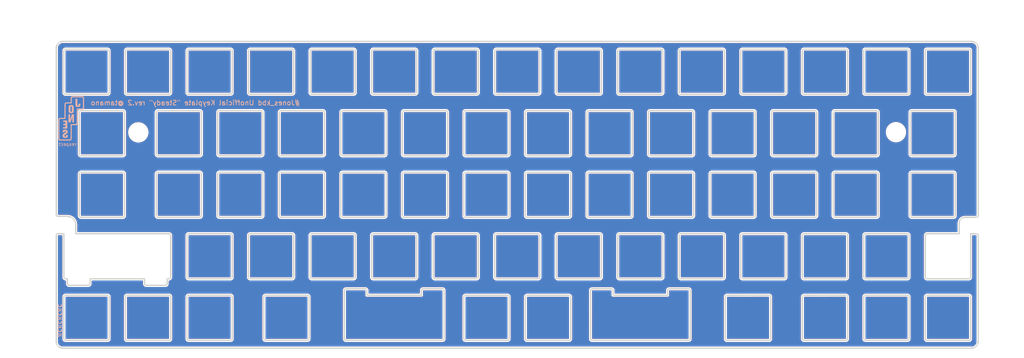
<source format=kicad_pcb>
(kicad_pcb (version 20211014) (generator pcbnew)
  (layers (0 "F.Cu" signal) (31 "B.Cu" signal) (34 "B.Paste" user) (35 "F.Paste" user) (36 "B.SilkS" user "B.Silkscreen") (37 "F.SilkS" user "F.Silkscreen") (38 "B.Mask" user) (39 "F.Mask" user) (44 "Edge.Cuts" user))
  (net 0 "")
  (footprint "MountingHole:MountingHole_5.3mm_M5" (layer "F.Cu") (at 41.441797 44.687337)
    (fp_text reference "REF**" hide)
    (fp_text value "MountingHole_5.3mm_M5")
    (pad "" np_thru_hole circle locked (at 0 0) (size 5.3 5.3) (drill 5.3) (layers *.Cu *.Mask))
  )
  (footprint "MountingHole:MountingHole_5.3mm_M5" (layer "F.Cu") (at 275.416476 44.623094)
    (fp_text reference "REF**" hide)
    (fp_text value "MountingHole_5.3mm_M5")
    (pad "" np_thru_hole circle locked (at 0 0) (size 5.3 5.3) (drill 5.3) (layers *.Cu *.Mask))
  )
  (footprint "locallib:Jones_logo_B_8.3x13.9" (layer "B.Cu") (at 20.731191 40.369311 180)
    (fp_text reference "G***" hide)
    (fp_text value "LOGO" hide)
  )
  (gr_line (start 256.409722 56.968691) (end 256.146382 57.113661) (layer "Edge.Cuts") (width 0.35378))
  (gr_line (start 189.989522 32.929872) (end 202.958352 32.929872) (layer "Edge.Cuts") (width 0.35378))
  (gr_line (start 212.544992 70.932627) (end 212.809662 70.784199) (layer "Edge.Cuts") (width 0.35378))
  (gr_line (start 236.576762 95.103515) (end 236.555482 95.081437) (layer "Edge.Cuts") (width 0.35378))
  (gr_line (start 127.298908 32.781178) (end 127.447203 32.515577) (layer "Edge.Cuts") (width 0.35378))
  (gr_line (start 66.385706 37.966316) (end 66.1221 38.111286) (layer "Edge.Cuts") (width 0.35378))
  (gr_line (start 127.298908 19.108911) (end 127.03477 18.963941) (layer "Edge.Cuts") (width 0.35378))
  (gr_line (start 142.483385 94.978894) (end 155.452082 94.978894) (layer "Edge.Cuts") (width 0.35378))
  (gr_line (start 260.463562 108.514025) (end 260.463562 108.424223) (layer "Edge.Cuts") (width 0.35378))
  (gr_line (start 46.973026 70.520327) (end 47.119592 70.784199) (layer "Edge.Cuts") (width 0.35378))
  (gr_line (start 265.646572 95.118145) (end 265.500272 95.38215) (layer "Edge.Cuts") (width 0.35378))
  (gr_line (start 88.944102 75.971066) (end 75.975139 75.971066) (layer "Edge.Cuts") (width 0.35378))
  (gr_line (start 79.792904 38.111286) (end 79.528766 37.966316) (layer "Edge.Cuts") (width 0.35378))
  (gr_line (start 69.941727 18.963941) (end 56.972764 18.963941) (layer "Edge.Cuts") (width 0.35378))
  (gr_line (start 70.077387 108.937404) (end 70.308142 108.788949) (layer "Edge.Cuts") (width 0.35378))
  (gr_line (start 240.963102 32.929872) (end 241.049552 32.929872) (layer "Edge.Cuts") (width 0.35378))
  (gr_line (start 155.801872 57.113661) (end 155.538532 56.968691) (layer "Edge.Cuts") (width 0.35378))
  (gr_line (start 257.242302 94.973441) (end 253.490372 94.97517) (layer "Edge.Cuts") (width 0.35378))
  (gr_line (start 128.880544 94.978894) (end 128.880544 93.481447) (layer "Edge.Cuts") (width 0.35378))
  (gr_line (start 94.625596 76.11577) (end 94.478764 76.379775) (layer "Edge.Cuts") (width 0.35378))
  (gr_line (start 198.992292 51.517952) (end 199.138592 51.783553) (layer "Edge.Cuts") (width 0.35378))
  (gr_line (start 43.36979 89.940455) (end 43.36979 91.437902) (layer "Edge.Cuts") (width 0.35378))
  (gr_line (start 122.98226 51.517952) (end 123.129225 51.783553) (layer "Edge.Cuts") (width 0.35378))
  (gr_line (start 31.936844 18.963941) (end 18.967974 18.963941) (layer "Edge.Cuts") (width 0.35378))
  (gr_line (start 300.790492 76.511711) (end 300.790492 109.307622) (layer "Edge.Cuts") (width 0.35378))
  (gr_line (start 231.960332 70.520327) (end 231.960332 70.432281) (layer "Edge.Cuts") (width 0.35378))
  (gr_line (start 56.474147 32.427398) (end 56.474147 32.515577) (layer "Edge.Cuts") (width 0.35378))
  (gr_line (start 89.294158 76.11577) (end 89.03002 75.971066) (layer "Edge.Cuts") (width 0.35378))
  (gr_line (start 300.347602 75.976519) (end 300.630892 76.132262) (layer "Edge.Cuts") (width 0.35378))
  (gr_line (start 18.967974 89.940455) (end 19.554478 89.940455) (layer "Edge.Cuts") (width 0.35378))
  (gr_line (start 179.989252 38.463071) (end 179.989252 51.429773) (layer "Edge.Cuts") (width 0.35378))
  (gr_line (start 259.966142 18.963941) (end 246.995982 18.963941) (layer "Edge.Cuts") (width 0.35378))
  (gr_line (start 146.449578 19.372517) (end 146.301283 19.108911) (layer "Edge.Cuts") (width 0.35378))
  (gr_line (start 51.437703 95.38215) (end 51.327712 95.118145) (layer "Edge.Cuts") (width 0.35378))
  (gr_line (start 183.956642 89.935002) (end 184.041762 89.935002) (layer "Edge.Cuts") (width 0.35378))
  (gr_line (start 85.388081 51.930385) (end 85.47626 51.930385) (layer "Edge.Cuts") (width 0.35378))
  (gr_line (start 208.991232 75.971066) (end 208.903452 75.971066) (layer "Edge.Cuts") (width 0.35378))
  (gr_line (start 174.804912 108.796277) (end 174.540242 108.942896) (layer "Edge.Cuts") (width 0.35378))
  (gr_line (start 256.146382 70.786061) (end 256.409722 70.934489) (layer "Edge.Cuts") (width 0.35378))
  (gr_line (start 203.457102 32.515577) (end 203.457102 32.427398) (layer "Edge.Cuts") (width 0.35378))
  (gr_line (start 246.497232 19.460696) (end 246.497232 32.427398) (layer "Edge.Cuts") (width 0.35378))
  (gr_line (start 47.47151 51.932247) (end 60.44034 51.932247) (layer "Edge.Cuts") (width 0.35378))
  (gr_line (start 60.44034 56.968691) (end 47.47151 56.968691) (layer "Edge.Cuts") (width 0.35378))
  (gr_line (start 19.620446 70.639362) (end 16.625671 70.639362) (layer "Edge.Cuts") (width 0.35378))
  (gr_line (start 246.497232 19.460696) (end 246.497232 32.427398) (layer "Edge.Cuts") (width 0.35378))
  (gr_line (start 123.48101 70.932627) (end 136.450106 70.932627) (layer "Edge.Cuts") (width 0.35378))
  (gr_line (start 142.395206 56.968691) (end 142.1316 57.113661) (layer "Edge.Cuts") (width 0.35378))
  (gr_line (start 236.997042 38.463071) (end 236.997042 51.429773) (layer "Edge.Cuts") (width 0.35378))
  (gr_line (start 256.497502 70.934489) (end 269.466332 70.934489) (layer "Edge.Cuts") (width 0.35378))
  (gr_line (start 299.412612 111.204563) (end 299.260992 111.244884) (layer "Edge.Cuts") (width 0.35378))
  (gr_line (start 103.979885 70.432281) (end 103.979885 70.520327) (layer "Edge.Cuts") (width 0.35378))
  (gr_line (start 265.911242 94.973441) (end 265.646572 95.118145) (layer "Edge.Cuts") (width 0.35378))
  (gr_line (start 98.943574 57.377267) (end 98.795279 57.113661) (layer "Edge.Cuts") (width 0.35378))
  (gr_line (start 269.965082 38.463071) (end 269.965082 38.374892) (layer "Edge.Cuts") (width 0.35378))
  (gr_line (start 202.958352 18.963941) (end 189.989522 18.963941) (layer "Edge.Cuts") (width 0.35378))
  (gr_line (start 89.442453 89.434656) (end 89.442453 76.467688) (layer "Edge.Cuts") (width 0.35378))
  (gr_line (start 241.312892 32.779316) (end 241.461852 32.515577) (layer "Edge.Cuts") (width 0.35378))
  (gr_line (start 161.397182 51.932247) (end 161.486292 51.932247) (layer "Edge.Cuts") (width 0.35378))
  (gr_line (start 75.476389 76.379775) (end 75.476389 76.467688) (layer "Edge.Cuts") (width 0.35378))
  (gr_line (start 17.217668 111.083598) (end 17.082037 111.006619) (layer "Edge.Cuts") (width 0.35378))
  (gr_line (start 279.761862 57.465446) (end 279.761862 70.432281) (layer "Edge.Cuts") (width 0.35378))
  (gr_line (start 79.442981 56.968691) (end 66.473885 56.968691) (layer "Edge.Cuts") (width 0.35378))
  (gr_line (start 260.463562 89.441971) (end 260.463562 76.473141) (layer "Edge.Cuts") (width 0.35378))
  (gr_line (start 75.88696 89.936864) (end 75.975139 89.936864) (layer "Edge.Cuts") (width 0.35378))
  (gr_line (start 112.048197 93.481447) (end 112.048197 94.978894) (layer "Edge.Cuts") (width 0.35378))
  (gr_line (start 37.035665 57.113661) (end 36.771793 56.968691) (layer "Edge.Cuts") (width 0.35378))
  (gr_line (start 199.138592 38.111286) (end 198.992292 38.374892) (layer "Edge.Cuts") (width 0.35378))
  (gr_line (start 16.134482 18.448699) (end 16.152811 18.292956) (layer "Edge.Cuts") (width 0.35378))
  (gr_line (start 279.761862 51.517952) (end 279.908162 51.783553) (layer "Edge.Cuts") (width 0.35378))
  (gr_line (start 65.975135 51.517952) (end 66.1221 51.783553) (layer "Edge.Cuts") (width 0.35378))
  (gr_line (start 37.471772 95.38215) (end 37.471772 95.470063) (layer "Edge.Cuts") (width 0.35378))
  (gr_line (start 113.627971 76.11577) (end 113.481139 76.379775) (layer "Edge.Cuts") (width 0.35378))
  (gr_line (start 193.955582 38.374892) (end 193.806622 38.111286) (layer "Edge.Cuts") (width 0.35378))
  (gr_line (start 269.552782 70.932627) (end 269.816122 70.784199) (layer "Edge.Cuts") (width 0.35378))
  (gr_line (start 56.620846 76.11577) (end 56.474147 76.379775) (layer "Edge.Cuts") (width 0.35378))
  (gr_line (start 37.471772 19.372517) (end 37.471772 19.460696) (layer "Edge.Cuts") (width 0.35378))
  (gr_line (start 23.630582 70.932627) (end 23.718548 70.932627) (layer "Edge.Cuts") (width 0.35378))
  (gr_line (start 222.869782 95.108968) (end 222.738112 95.349033) (layer "Edge.Cuts") (width 0.35378))
  (gr_line (start 85.388081 70.934489) (end 85.47626 70.934489) (layer "Edge.Cuts") (width 0.35378))
  (gr_line (start 279.346902 19.081114) (end 279.132772 18.963941) (layer "Edge.Cuts") (width 0.35378))
  (gr_line (start 284.501982 95.470063) (end 284.501982 108.437044) (layer "Edge.Cuts") (width 0.35378))
  (gr_line (start 56.884718 89.935002) (end 56.972764 89.935002) (layer "Edge.Cuts") (width 0.35378))
  (gr_line (start 56.884718 89.936864) (end 56.972764 89.936864) (layer "Edge.Cuts") (width 0.35378))
  (gr_line (start 70.440078 32.515577) (end 70.440078 32.427398) (layer "Edge.Cuts") (width 0.35378))
  (gr_line (start 94.028293 95.118145) (end 93.764155 94.973441) (layer "Edge.Cuts") (width 0.35378))
  (gr_line (start 112.048197 94.978894) (end 128.880544 94.978894) (layer "Edge.Cuts") (width 0.35378))
  (gr_line (start 85.47626 70.932627) (end 98.445356 70.932627) (layer "Edge.Cuts") (width 0.35378))
  (gr_line (start 237.495792 51.932247) (end 250.464622 51.932247) (layer "Edge.Cuts") (width 0.35378))
  (gr_line (start 75.623221 89.788436) (end 75.88696 89.936864) (layer "Edge.Cuts") (width 0.35378))
  (gr_line (start 222.458812 32.515577) (end 222.458812 32.427398) (layer "Edge.Cuts") (width 0.35378))
  (gr_line (start 184.454062 76.467688) (end 184.454062 76.379775) (layer "Edge.Cuts") (width 0.35378))
  (gr_line (start 98.445356 37.966316) (end 85.47626 37.966316) (layer "Edge.Cuts") (width 0.35378))
  (gr_line (start 47.47151 37.966316) (end 47.383597 37.966316) (layer "Edge.Cuts") (width 0.35378))
  (gr_line (start 181.589242 92.982963) (end 187.556952 92.982963) (layer "Edge.Cuts") (width 0.35378))
  (gr_line (start 203.044802 32.929872) (end 203.308142 32.781178) (layer "Edge.Cuts") (width 0.35378))
  (gr_line (start 117.945949 70.432281) (end 117.945949 57.465446) (layer "Edge.Cuts") (width 0.35378))
  (gr_line (start 50.352689 89.940455) (end 50.939219 89.940455) (layer "Edge.Cuts") (width 0.35378))
  (gr_line (start 136.800029 57.113661) (end 136.535891 56.968691) (layer "Edge.Cuts") (width 0.35378))
  (gr_line (start 37.035665 57.113661) (end 36.771793 56.968691) (layer "Edge.Cuts") (width 0.35378))
  (gr_line (start 94.478764 32.427398) (end 94.478764 32.515577) (layer "Edge.Cuts") (width 0.35378))
  (gr_line (start 203.308142 19.108911) (end 203.044802 18.963941) (layer "Edge.Cuts") (width 0.35378))
  (gr_line (start 293.314562 56.968691) (end 293.226782 56.968691) (layer "Edge.Cuts") (width 0.35378))
  (gr_line (start 155.538532 70.932627) (end 155.801872 70.784199) (layer "Edge.Cuts") (width 0.35378))
  (gr_line (start 237.495792 51.930385) (end 250.464622 51.930385) (layer "Edge.Cuts") (width 0.35378))
  (gr_line (start 265.999022 89.940455) (end 278.967852 89.940455) (layer "Edge.Cuts") (width 0.35378))
  (gr_line (start 161.397182 108.942896) (end 161.133842 108.796277) (layer "Edge.Cuts") (width 0.35378))
  (gr_line (start 260.051262 32.92801) (end 260.315932 32.779316) (layer "Edge.Cuts") (width 0.35378))
  (gr_line (start 273.075952 44.835766) (end 273.262152 45.533883) (layer "Edge.Cuts") (width 0.35378))
  (gr_line (start 208.492482 76.467688) (end 208.492482 89.434656) (layer "Edge.Cuts") (width 0.35378))
  (gr_line (start 259.337052 94.973441) (end 257.242302 94.973441) (layer "Edge.Cuts") (width 0.35378))
  (gr_line (start 227.495522 76.467688) (end 227.495522 89.434656) (layer "Edge.Cuts") (width 0.35378))
  (gr_line (start 18.880008 18.963941) (end 18.616083 19.108911) (layer "Edge.Cuts") (width 0.35378))
  (gr_line (start 108.444828 19.372517) (end 108.296533 19.108911) (layer "Edge.Cuts") (width 0.35378))
  (gr_line (start 279.908162 38.111286) (end 279.761862 38.374892) (layer "Edge.Cuts") (width 0.35378))
  (gr_line (start 94.977514 75.971066) (end 94.889335 75.971066) (layer "Edge.Cuts") (width 0.35378))
  (gr_line (start 79.442981 70.934489) (end 79.528766 70.934489) (layer "Edge.Cuts") (width 0.35378))
  (gr_line (start 117.447731 37.966316) (end 104.478635 37.966316) (layer "Edge.Cuts") (width 0.35378))
  (gr_line (start 43.846329 44.602484) (end 43.846329 44.369867) (layer "Edge.Cuts") (width 0.35378))
  (gr_line (start 127.447203 19.460696) (end 127.447203 19.372517) (layer "Edge.Cuts") (width 0.35378))
  (gr_line (start 145.951227 32.929872) (end 146.037145 32.929872) (layer "Edge.Cuts") (width 0.35378))
  (gr_line (start 259.966142 75.976519) (end 246.995982 75.976519) (layer "Edge.Cuts") (width 0.35378))
  (gr_line (start 19.965022 91.934657) (end 20.052988 91.934657) (layer "Edge.Cuts") (width 0.35378))
  (gr_line (start 127.298908 89.786574) (end 127.447203 89.522702) (layer "Edge.Cuts") (width 0.35378))
  (gr_line (start 284.912952 75.976519) (end 284.649612 76.121223) (layer "Edge.Cuts") (width 0.35378))
  (gr_line (start 98.445356 51.930385) (end 98.531141 51.930385) (layer "Edge.Cuts") (width 0.35378))
  (gr_line (start 284.649612 95.118145) (end 284.501982 95.38215) (layer "Edge.Cuts") (width 0.35378))
  (gr_line (start 112.048197 93.481447) (end 112.048197 94.978894) (layer "Edge.Cuts") (width 0.35378))
  (gr_line (start 279.317642 76.121223) (end 279.054302 75.976519) (layer "Edge.Cuts") (width 0.35378))
  (gr_line (start 189.901742 18.963941) (end 189.637072 19.108911) (layer "Edge.Cuts") (width 0.35378))
  (gr_line (start 253.490372 94.97517) (end 249.738442 94.977032) (layer "Edge.Cuts") (width 0.35378))
  (gr_line (start 298.320682 108.788949) (end 298.468312 108.525024) (layer "Edge.Cuts") (width 0.35378))
  (gr_line (start 88.944102 18.963941) (end 75.975139 18.963941) (layer "Edge.Cuts") (width 0.35378))
  (gr_line (start 136.948324 57.377267) (end 136.800029 57.113661) (layer "Edge.Cuts") (width 0.35378))
  (gr_line (start 203.308142 32.779316) (end 203.457102 32.515577) (layer "Edge.Cuts") (width 0.35378))
  (gr_line (start 75.975139 18.963941) (end 75.88696 18.963941) (layer "Edge.Cuts") (width 0.35378))
  (gr_line (start 208.903452 18.963941) (end 208.640112 19.108911) (layer "Edge.Cuts") (width 0.35378))
  (gr_line (start 70.027645 75.971066) (end 69.941727 75.971066) (layer "Edge.Cuts") (width 0.35378))
  (gr_line (start 300.765222 109.617366) (end 300.733302 109.769491) (layer "Edge.Cuts") (width 0.35378))
  (gr_line (start 246.995982 75.976519) (end 246.908202 75.976519) (layer "Edge.Cuts") (width 0.35378))
  (gr_line (start 298.949772 16.617954) (end 299.106712 16.634313) (layer "Edge.Cuts") (width 0.35378))
  (gr_line (start 155.538532 51.932247) (end 155.801872 51.783553) (layer "Edge.Cuts") (width 0.35378))
  (gr_line (start 16.127151 109.307622) (end 16.127151 76.467688) (layer "Edge.Cuts") (width 0.35378))
  (gr_line (start 80.630538 94.973441) (end 80.366267 95.118145) (layer "Edge.Cuts") (width 0.35378))
  (gr_line (start 298.468312 32.522626) (end 298.468312 19.366931) (layer "Edge.Cuts") (width 0.35378))
  (gr_line (start 151.632322 76.11577) (end 151.486022 76.379775) (layer "Edge.Cuts") (width 0.35378))
  (gr_line (start 18.469464 89.441971) (end 18.469464 89.530017) (layer "Edge.Cuts") (width 0.35378))
  (gr_line (start 193.456832 70.932627) (end 193.543282 70.932627) (layer "Edge.Cuts") (width 0.35378))
  (gr_line (start 170.487732 89.434656) (end 170.487732 89.522702) (layer "Edge.Cuts") (width 0.35378))
  (gr_line (start 22.098382 75.971066) (end 22.113065 73.132048) (layer "Edge.Cuts") (width 0.35378))
  (gr_line (start 145.951227 89.936864) (end 146.037145 89.936864) (layer "Edge.Cuts") (width 0.35378))
  (gr_line (start 241.461852 19.372517) (end 241.312892 19.108911) (layer "Edge.Cuts") (width 0.35378))
  (gr_line (start 85.388081 37.966316) (end 85.124475 38.111286) (layer "Edge.Cuts") (width 0.35378))
  (gr_line (start 37.579901 108.790784) (end 37.777938 108.939226) (layer "Edge.Cuts") (width 0.35378))
  (gr_line (start 279.466602 32.594446) (end 279.466602 32.522626) (layer "Edge.Cuts") (width 0.35378))
  (gr_line (start 94.625596 19.108911) (end 94.478764 19.372517) (layer "Edge.Cuts") (width 0.35378))
  (gr_line (start 227.641822 19.108911) (end 227.495522 19.372517) (layer "Edge.Cuts") (width 0.35378))
  (gr_line (start 180.136882 51.781691) (end 180.400222 51.930385) (layer "Edge.Cuts") (width 0.35378))
  (gr_line (start 16.827279 110.819678) (end 16.71181 110.717042) (layer "Edge.Cuts") (width 0.35378))
  (gr_line (start 180.400222 37.966316) (end 180.136882 38.111286) (layer "Edge.Cuts") (width 0.35378))
  (gr_line (start 269.552782 56.968691) (end 269.466332 56.968691) (layer "Edge.Cuts") (width 0.35378))
  (gr_line (start 276.399622 42.397743) (end 275.701372 42.211011) (layer "Edge.Cuts") (width 0.35378))
  (gr_line (start 269.816122 57.113661) (end 269.552782 56.968691) (layer "Edge.Cuts") (width 0.35378))
  (gr_line (start 41.452595 42.211011) (end 41.218116 42.211011) (layer "Edge.Cuts") (width 0.35378))
  (gr_line (start 246.908202 18.963941) (end 246.644862 19.108911) (layer "Edge.Cuts") (width 0.35378))
  (gr_line (start 105.0778 107.944027) (end 105.081657 93.481447) (layer "Edge.Cuts") (width 0.35378))
  (gr_line (start 189.989522 75.971066) (end 189.901742 75.971066) (layer "Edge.Cuts") (width 0.35378))
  (gr_line (start 222.311182 19.108911) (end 222.046512 18.963941) (layer "Edge.Cuts") (width 0.35378))
  (gr_line (start 208.492482 89.522702) (end 208.640112 89.788436) (layer "Edge.Cuts") (width 0.35378))
  (gr_line (start 226.008582 94.977032) (end 223.892552 94.978894) (layer "Edge.Cuts") (width 0.35378))
  (gr_line (start 98.943574 38.374892) (end 98.795279 38.111286) (layer "Edge.Cuts") (width 0.35378))
  (gr_line (start 198.992292 70.520327) (end 199.138592 70.786061) (layer "Edge.Cuts") (width 0.35378))
  (gr_line (start 75.623221 32.781178) (end 75.88696 32.929872) (layer "Edge.Cuts") (width 0.35378))
  (gr_line (start 41.218116 47.000075) (end 41.452595 47.000075) (layer "Edge.Cuts") (width 0.35378))
  (gr_line (start 127.447203 19.460696) (end 127.447203 19.372517) (layer "Edge.Cuts") (width 0.35378))
  (gr_line (start 56.60063 95.118145) (end 56.474147 95.38215) (layer "Edge.Cuts") (width 0.35378))
  (gr_line (start 222.046512 89.935002) (end 222.311182 89.786574) (layer "Edge.Cuts") (width 0.35378))
  (gr_line (start 56.474147 95.470063) (end 56.474147 108.437044) (layer "Edge.Cuts") (width 0.35378))
  (gr_line (start 60.44034 70.934489) (end 60.526524 70.934489) (layer "Edge.Cuts") (width 0.35378))
  (gr_line (start 265.999022 94.973441) (end 265.911242 94.973441) (layer "Edge.Cuts") (width 0.35378))
  (gr_line (start 236.555482 108.825604) (end 236.576762 108.805441) (layer "Edge.Cuts") (width 0.35378))
  (gr_line (start 246.497232 32.427398) (end 246.497232 32.515577) (layer "Edge.Cuts") (width 0.35378))
  (gr_line (start 37.471772 32.515577) (end 37.618471 32.781178) (layer "Edge.Cuts") (width 0.35378))
  (gr_line (start 198.992292 38.463071) (end 198.992292 51.429773) (layer "Edge.Cuts") (width 0.35378))
  (gr_line (start 60.790396 51.781691) (end 60.938957 51.517952) (layer "Edge.Cuts") (width 0.35378))
  (gr_line (start 231.811372 51.783553) (end 231.960332 51.517952) (layer "Edge.Cuts") (width 0.35378))
  (gr_line (start 105.081657 93.481447) (end 105.081657 93.391672) (layer "Edge.Cuts") (width 0.35378))
  (gr_line (start 203.457102 32.515577) (end 203.457102 32.427398) (layer "Edge.Cuts") (width 0.35378))
  (gr_line (start 189.637072 32.779316) (end 189.901742 32.92801) (layer "Edge.Cuts") (width 0.35378))
  (gr_line (start 205.035812 93.1278) (end 205.300482 92.982963) (layer "Edge.Cuts") (width 0.35378))
  (gr_line (start 231.461582 37.966316) (end 218.492752 37.966316) (layer "Edge.Cuts") (width 0.35378))
  (gr_line (start 60.938957 70.432281) (end 60.938957 57.465446) (layer "Edge.Cuts") (width 0.35378))
  (gr_line (start 94.625596 32.781178) (end 94.889335 32.929872) (layer "Edge.Cuts") (width 0.35378))
  (gr_line (start 231.960332 38.463071) (end 231.960332 38.374892) (layer "Edge.Cuts") (width 0.35378))
  (gr_line (start 16.273774 70.492796) (end 16.127151 70.139016) (layer "Edge.Cuts") (width 0.35378))
  (gr_line (start 227.495522 76.379775) (end 227.495522 76.467688) (layer "Edge.Cuts") (width 0.35378))
  (gr_line (start 222.458812 19.460696) (end 222.458812 19.372517) (layer "Edge.Cuts") (width 0.35378))
  (gr_line (start 132.630346 76.11577) (end 132.483514 76.379775) (layer "Edge.Cuts") (width 0.35378))
  (gr_line (start 65.975135 51.429773) (end 65.975135 51.517952) (layer "Edge.Cuts") (width 0.35378))
  (gr_line (start 250.962042 51.517952) (end 250.962042 51.429773) (layer "Edge.Cuts") (width 0.35378))
  (gr_line (start 46.973026 57.377267) (end 46.973026 57.465446) (layer "Edge.Cuts") (width 0.35378))
  (gr_line (start 56.831651 108.939226) (end 56.910387 108.939226) (layer "Edge.Cuts") (width 0.35378))
  (gr_line (start 70.308142 95.118145) (end 70.077387 94.973441) (layer "Edge.Cuts") (width 0.35378))
  (gr_line (start 36.683747 56.968691) (end 23.718548 56.968691) (layer "Edge.Cuts") (width 0.35378))
  (gr_line (start 299.412612 111.204563) (end 299.260992 111.244884) (layer "Edge.Cuts") (width 0.35378))
  (gr_line (start 265.617312 19.081114) (end 265.500272 19.295643) (layer "Edge.Cuts") (width 0.35378))
  (gr_line (start 256.146382 57.113661) (end 255.998752 57.377267) (layer "Edge.Cuts") (width 0.35378))
  (gr_line (start 161.486292 94.978894) (end 174.455122 94.978894) (layer "Edge.Cuts") (width 0.35378))
  (gr_line (start 70.440078 89.522702) (end 70.440078 89.434656) (layer "Edge.Cuts") (width 0.35378))
  (gr_line (start 275.234542 47.000075) (end 275.468622 47.000075) (layer "Edge.Cuts") (width 0.35378))
  (gr_line (start 94.977514 18.963941) (end 94.889335 18.963941) (layer "Edge.Cuts") (width 0.35378))
  (gr_line (start 23.718548 37.966316) (end 23.630582 37.966316) (layer "Edge.Cuts") (width 0.35378))
  (gr_line (start 155.538532 56.968691) (end 155.452082 56.968691) (layer "Edge.Cuts") (width 0.35378))
  (gr_line (start 79.528766 37.966316) (end 79.442981 37.966316) (layer "Edge.Cuts") (width 0.35378))
  (gr_line (start 94.176588 95.470063) (end 94.176588 95.38215) (layer "Edge.Cuts") (width 0.35378))
  (gr_line (start 103.979885 57.377267) (end 103.979885 57.465446) (layer "Edge.Cuts") (width 0.35378))
  (gr_line (start 136.450106 56.968691) (end 123.48101 56.968691) (layer "Edge.Cuts") (width 0.35378))
  (gr_line (start 60.938957 70.520327) (end 60.938957 70.432281) (layer "Edge.Cuts") (width 0.35378))
  (gr_line (start 93.677838 94.973441) (end 80.718185 94.973441) (layer "Edge.Cuts") (width 0.35378))
  (gr_line (start 60.938957 51.517952) (end 60.938957 51.429773) (layer "Edge.Cuts") (width 0.35378))
  (gr_line (start 51.437703 19.372517) (end 51.289275 19.108911) (layer "Edge.Cuts") (width 0.35378))
  (gr_line (start 16.345254 110.209349) (end 16.281105 110.070071) (layer "Edge.Cuts") (width 0.35378))
  (gr_line (start 31.936844 32.92801) (end 32.023028 32.92801) (layer "Edge.Cuts") (width 0.35378))
  (gr_line (start 161.486292 51.932247) (end 174.455122 51.932247) (layer "Edge.Cuts") (width 0.35378))
  (gr_line (start 241.049552 32.929872) (end 241.312892 32.781178) (layer "Edge.Cuts") (width 0.35378))
  (gr_line (start 164.953602 32.92801) (end 165.040052 32.92801) (layer "Edge.Cuts") (width 0.35378))
  (gr_line (start 89.442453 76.379775) (end 89.294158 76.11577) (layer "Edge.Cuts") (width 0.35378))
  (gr_line (start 280.171502 37.966316) (end 279.908162 38.111286) (layer "Edge.Cuts") (width 0.35378))
  (gr_line (start 300.765222 18.292956) (end 300.785172 18.448699) (layer "Edge.Cuts") (width 0.35378))
  (gr_line (start 280.259282 56.968691) (end 280.171502 56.968691) (layer "Edge.Cuts") (width 0.35378))
  (gr_line (start 174.952542 108.532352) (end 174.804912 108.796277) (layer "Edge.Cuts") (width 0.35378))
  (gr_line (start 211.374592 108.942896) (end 181.586582 108.942896) (layer "Edge.Cuts") (width 0.35378))
  (gr_line (start 300.265142 70.934489) (end 298.468312 70.934489) (layer "Edge.Cuts") (width 0.35378))
  (gr_line (start 145.951227 75.971066) (end 132.982264 75.971066) (layer "Edge.Cuts") (width 0.35378))
  (gr_line (start 146.301283 89.786574) (end 146.449578 89.522702) (layer "Edge.Cuts") (width 0.35378))
  (gr_line (start 136.535891 37.966316) (end 136.450106 37.966316) (layer "Edge.Cuts") (width 0.35378))
  (gr_line (start 141.984635 51.517952) (end 142.1316 51.783553) (layer "Edge.Cuts") (width 0.35378))
  (gr_line (start 142.395206 108.942896) (end 142.1316 108.796277) (layer "Edge.Cuts") (width 0.35378))
  (gr_line (start 223.188982 94.978894) (end 223.107852 94.978894) (layer "Edge.Cuts") (width 0.35378))
  (gr_line (start 279.466602 89.441971) (end 279.466602 76.473141) (layer "Edge.Cuts") (width 0.35378))
  (gr_line (start 269.466332 70.934489) (end 269.552782 70.934489) (layer "Edge.Cuts") (width 0.35378))
  (gr_line (start 212.957292 51.517952) (end 212.957292 51.429773) (layer "Edge.Cuts") (width 0.35378))
  (gr_line (start 294.938492 75.971066) (end 285.000732 75.976519) (layer "Edge.Cuts") (width 0.35378))
  (gr_line (start 279.908162 51.783553) (end 280.171502 51.932247) (layer "Edge.Cuts") (width 0.35378))
  (gr_line (start 237.143342 51.783553) (end 237.406682 51.932247) (layer "Edge.Cuts") (width 0.35378))
  (gr_line (start 19.554478 91.437902) (end 19.554478 91.524086) (layer "Edge.Cuts") (width 0.35378))
  (gr_line (start 241.461852 89.522702) (end 241.461852 89.434656) (layer "Edge.Cuts") (width 0.35378))
  (gr_line (start 293.725532 38.374892) (end 293.579232 38.111286) (layer "Edge.Cuts") (width 0.35378))
  (gr_line (start 117.797787 57.113661) (end 117.533516 56.968691) (layer "Edge.Cuts") (width 0.35378))
  (gr_line (start 296.992012 70.934489) (end 296.684782 70.934489) (layer "Edge.Cuts") (width 0.35378))
  (gr_line (start 108.444828 32.427398) (end 108.444828 19.460696) (layer "Edge.Cuts") (width 0.35378))
  (gr_line (start 23.366657 57.113661) (end 23.220037 57.377267) (layer "Edge.Cuts") (width 0.35378))
  (gr_line (start 160.987542 95.387603) (end 161.133842 95.123731) (layer "Edge.Cuts") (width 0.35378))
  (gr_line (start 16.827279 17.090902) (end 16.950077 16.991817) (layer "Edge.Cuts") (width 0.35378))
  (gr_line (start 193.806622 38.111286) (end 193.543282 37.966316) (layer "Edge.Cuts") (width 0.35378))
  (gr_line (start 231.960332 57.465446) (end 231.960332 57.377267) (layer "Edge.Cuts") (width 0.35378))
  (gr_line (start 75.975139 75.971066) (end 75.88696 75.971066) (layer "Edge.Cuts") (width 0.35378))
  (gr_line (start 246.995982 89.940455) (end 259.966142 89.940455) (layer "Edge.Cuts") (width 0.35378))
  (gr_line (start 222.458812 76.379775) (end 222.311182 76.11577) (layer "Edge.Cuts") (width 0.35378))
  (gr_line (start 193.456832 37.966316) (end 180.488002 37.966316) (layer "Edge.Cuts") (width 0.35378))
  (gr_line (start 229.723272 94.97517) (end 226.008582 94.977032) (layer "Edge.Cuts") (width 0.35378))
  (gr_line (start 56.620846 19.108911) (end 56.474147 19.372517) (layer "Edge.Cuts") (width 0.35378))
  (gr_line (start 160.987542 108.532352) (end 160.987542 108.444386) (layer "Edge.Cuts") (width 0.35378))
  (gr_line (start 227.495522 89.434656) (end 227.495522 89.522702) (layer "Edge.Cuts") (width 0.35378))
  (gr_line (start 108.032395 89.936864) (end 108.296533 89.788436) (layer "Edge.Cuts") (width 0.35378))
  (gr_line (start 135.714882 108.796277) (end 135.451143 108.942896) (layer "Edge.Cuts") (width 0.35378))
  (gr_line (start 136.800029 51.781691) (end 136.948324 51.517952) (layer "Edge.Cuts") (width 0.35378))
  (gr_line (start 161.397182 56.968691) (end 161.133842 57.113661) (layer "Edge.Cuts") (width 0.35378))
  (gr_line (start 51.327712 95.118145) (end 51.129808 94.973441) (layer "Edge.Cuts") (width 0.35378))
  (gr_line (start 117.945949 70.520327) (end 117.945949 70.432281) (layer "Edge.Cuts") (width 0.35378))
  (gr_line (start 184.454062 76.379775) (end 184.306432 76.11577) (layer "Edge.Cuts") (width 0.35378))
  (gr_line (start 269.965082 51.429773) (end 269.965082 38.463071) (layer "Edge.Cuts") (width 0.35378))
  (gr_line (start 36.687471 37.966316) (end 23.718548 37.966316) (layer "Edge.Cuts") (width 0.35378))
  (gr_line (start 184.454062 19.372517) (end 184.306432 19.108911) (layer "Edge.Cuts") (width 0.35378))
  (gr_line (start 37.471772 95.470063) (end 37.471772 108.437044) (layer "Edge.Cuts") (width 0.35378))
  (gr_line (start 280.171502 70.932627) (end 280.259282 70.932627) (layer "Edge.Cuts") (width 0.35378))
  (gr_line (start 26.12501 91.934657) (end 26.388922 91.787958) (layer "Edge.Cuts") (width 0.35378))
  (gr_line (start 298.320682 108.790784) (end 298.468312 108.525024) (layer "Edge.Cuts") (width 0.35378))
  (gr_line (start 188.058362 93.391672) (end 188.058362 93.481447) (layer "Edge.Cuts") (width 0.35378))
  (gr_line (start 85.388081 51.932247) (end 85.47626 51.932247) (layer "Edge.Cuts") (width 0.35378))
  (gr_line (start 278.967852 108.937404) (end 279.054302 108.937404) (layer "Edge.Cuts") (width 0.35378))
  (gr_line (start 98.943574 70.520327) (end 98.943574 70.432281) (layer "Edge.Cuts") (width 0.35378))
  (gr_line (start 16.128984 18.606304) (end 16.134482 18.448699) (layer "Edge.Cuts") (width 0.35378))
  (gr_line (start 284.501982 19.295643) (end 284.501982 19.366931) (layer "Edge.Cuts") (width 0.35378))
  (gr_line (start 260.051262 75.976519) (end 259.966142 75.976519) (layer "Edge.Cuts") (width 0.35378))
  (gr_line (start 122.98226 51.517952) (end 123.129225 51.781691) (layer "Edge.Cuts") (width 0.35378))
  (gr_line (start 300.206622 110.717042) (end 300.090912 110.819678) (layer "Edge.Cuts") (width 0.35378))
  (gr_line (start 56.972764 89.936864) (end 69.941727 89.936864) (layer "Edge.Cuts") (width 0.35378))
  (gr_line (start 94.478764 76.379775) (end 94.478764 76.467688) (layer "Edge.Cuts") (width 0.35378))
  (gr_line (start 98.795279 57.113661) (end 98.531141 56.968691) (layer "Edge.Cuts") (width 0.35378))
  (gr_line (start 181.090492 93.391672) (end 181.238122 93.1278) (layer "Edge.Cuts") (width 0.35378))
  (gr_line (start 89.442453 19.372517) (end 89.294158 19.108911) (layer "Edge.Cuts") (width 0.35378))
  (gr_line (start 93.677838 108.939226) (end 93.764155 108.939226) (layer "Edge.Cuts") (width 0.35378))
  (gr_line (start 276.399622 42.397743) (end 275.701372 42.211011) (layer "Edge.Cuts") (width 0.35378))
  (gr_line (start 284.834482 18.963941) (end 284.620352 19.081114) (layer "Edge.Cuts") (width 0.35378))
  (gr_line (start 279.908162 57.113661) (end 279.761862 57.377267) (layer "Edge.Cuts") (width 0.35378))
  (gr_line (start 294.938492 75.971066) (end 285.000732 75.976519) (layer "Edge.Cuts") (width 0.35378))
  (gr_line (start 69.941727 75.971066) (end 56.972764 75.971066) (layer "Edge.Cuts") (width 0.35378))
  (gr_line (start 298.468312 75.976519) (end 300.253172 75.976519) (layer "Edge.Cuts") (width 0.35378))
  (gr_line (start 274.536292 46.811481) (end 275.234542 47.000075) (layer "Edge.Cuts") (width 0.35378))
  (gr_line (start 293.725532 57.377267) (end 293.579232 57.113661) (layer "Edge.Cuts") (width 0.35378))
  (gr_line (start 298.134482 18.963941) (end 298.063992 18.963941) (layer "Edge.Cuts") (width 0.35378))
  (gr_line (start 18.81952 94.973441) (end 18.594085 95.118145) (layer "Edge.Cuts") (width 0.35378))
  (gr_line (start 16.127151 76.467688) (end 16.127151 76.379775) (layer "Edge.Cuts") (width 0.35378))
  (gr_line (start 174.952542 38.374892) (end 174.804912 38.111286) (layer "Edge.Cuts") (width 0.35378))
  (gr_line (start 103.979885 57.377267) (end 103.979885 57.465446) (layer "Edge.Cuts") (width 0.35378))
  (gr_line (start 280.259282 37.966316) (end 280.171502 37.966316) (layer "Edge.Cuts") (width 0.35378))
  (gr_line (start 98.445356 51.932247) (end 98.531141 51.932247) (layer "Edge.Cuts") (width 0.35378))
  (gr_line (start 250.814412 51.781691) (end 250.962042 51.517952) (layer "Edge.Cuts") (width 0.35378))
  (gr_line (start 184.041762 89.936864) (end 184.306432 89.788436) (layer "Edge.Cuts") (width 0.35378))
  (gr_line (start 123.129225 51.783553) (end 123.392831 51.932247) (layer "Edge.Cuts") (width 0.35378))
  (gr_line (start 60.938957 57.377267) (end 60.790396 57.113661) (layer "Edge.Cuts") (width 0.35378))
  (gr_line (start 32.08341 108.937404) (end 32.308845 108.788949) (layer "Edge.Cuts") (width 0.35378))
  (gr_line (start 193.543282 56.968691) (end 193.456832 56.968691) (layer "Edge.Cuts") (width 0.35378))
  (gr_line (start 94.977514 75.971066) (end 94.889335 75.971066) (layer "Edge.Cuts") (width 0.35378))
  (gr_line (start 79.941199 38.374892) (end 79.792904 38.111286) (layer "Edge.Cuts") (width 0.35378))
  (gr_line (start 293.725532 38.463071) (end 293.725532 38.374892) (layer "Edge.Cuts") (width 0.35378))
  (gr_line (start 174.540242 94.978894) (end 174.804912 95.123731) (layer "Edge.Cuts") (width 0.35378))
  (gr_line (start 278.967852 89.940455) (end 279.054302 89.940455) (layer "Edge.Cuts") (width 0.35378))
  (gr_line (start 108.032395 75.971066) (end 107.946477 75.971066) (layer "Edge.Cuts") (width 0.35378))
  (gr_line (start 122.98226 70.520327) (end 123.129225 70.786061) (layer "Edge.Cuts") (width 0.35378))
  (gr_line (start 155.801872 38.111286) (end 155.538532 37.966316) (layer "Edge.Cuts") (width 0.35378))
  (gr_line (start 165.040052 75.971066) (end 164.953602 75.971066) (layer "Edge.Cuts") (width 0.35378))
  (gr_line (start 211.873342 108.444386) (end 211.873342 108.532352) (layer "Edge.Cuts") (width 0.35378))
  (gr_line (start 113.89171 32.929872) (end 113.979889 32.929872) (layer "Edge.Cuts") (width 0.35378))
  (gr_line (start 17.967282 16.617954) (end 18.123065 16.608511) (layer "Edge.Cuts") (width 0.35378))
  (gr_line (start 165.040052 32.929872) (end 165.303392 32.781178) (layer "Edge.Cuts") (width 0.35378))
  (gr_line (start 42.383728 46.811481) (end 43.144355 46.296372) (layer "Edge.Cuts") (width 0.35378))
  (gr_line (start 142.395206 70.932627) (end 142.483385 70.932627) (layer "Edge.Cuts") (width 0.35378))
  (gr_line (start 293.226782 37.966316) (end 280.259282 37.966316) (layer "Edge.Cuts") (width 0.35378))
  (gr_line (start 51.129808 108.937404) (end 51.327712 108.788949) (layer "Edge.Cuts") (width 0.35378))
  (gr_line (start 284.912952 108.939226) (end 285.000732 108.939226) (layer "Edge.Cuts") (width 0.35378))
  (gr_line (start 70.440078 32.515577) (end 70.440078 32.427398) (layer "Edge.Cuts") (width 0.35378))
  (gr_line (start 174.952542 95.387603) (end 174.952542 95.475516) (layer "Edge.Cuts") (width 0.35378))
  (gr_line (start 56.831651 94.973441) (end 56.60063 95.118145) (layer "Edge.Cuts") (width 0.35378))
  (gr_line (start 277.673762 45.533883) (end 277.862622 44.835766) (layer "Edge.Cuts") (width 0.35378))
  (gr_line (start 105.081657 93.391672) (end 105.228489 93.1278) (layer "Edge.Cuts") (width 0.35378))
  (gr_line (start 103.979885 57.465446) (end 103.979885 70.432281) (layer "Edge.Cuts") (width 0.35378))
  (gr_line (start 293.579232 70.786061) (end 293.725532 70.520327) (layer "Edge.Cuts") (width 0.35378))
  (gr_line (start 108.444828 89.434656) (end 108.444828 76.467688) (layer "Edge.Cuts") (width 0.35378))
  (gr_line (start 298.063992 32.929872) (end 298.134482 32.929872) (layer "Edge.Cuts") (width 0.35378))
  (gr_line (start 246.908202 75.976519) (end 246.644862 76.121223) (layer "Edge.Cuts") (width 0.35378))
  (gr_line (start 98.943574 70.520327) (end 98.943574 70.432281) (layer "Edge.Cuts") (width 0.35378))
  (gr_line (start 132.982264 75.971066) (end 132.894085 75.971066) (layer "Edge.Cuts") (width 0.35378))
  (gr_line (start 16.127151 76.379775) (end 16.271942 76.11577) (layer "Edge.Cuts") (width 0.35378))
  (gr_line (start 236.708432 108.486534) (end 236.708432 95.42604) (layer "Edge.Cuts") (width 0.35378))
  (gr_line (start 237.495792 56.968691) (end 237.406682 56.968691) (layer "Edge.Cuts") (width 0.35378))
  (gr_line (start 174.455122 56.968691) (end 161.486292 56.968691) (layer "Edge.Cuts") (width 0.35378))
  (gr_line (start 285.000732 108.937404) (end 297.970892 108.937404) (layer "Edge.Cuts") (width 0.35378))
  (gr_line (start 160.987542 51.517952) (end 161.133842 51.781691) (layer "Edge.Cuts") (width 0.35378))
  (gr_line (start 203.044802 32.92801) (end 203.308142 32.779316) (layer "Edge.Cuts") (width 0.35378))
  (gr_line (start 70.436354 95.38215) (end 70.308142 95.118145) (layer "Edge.Cuts") (width 0.35378))
  (gr_line (start 193.955582 51.517952) (end 193.955582 51.429773) (layer "Edge.Cuts") (width 0.35378))
  (gr_line (start 136.948324 57.465446) (end 136.948324 57.377267) (layer "Edge.Cuts") (width 0.35378))
  (gr_line (start 108.444828 89.434656) (end 108.444828 76.467688) (layer "Edge.Cuts") (width 0.35378))
  (gr_line (start 16.950077 16.991817) (end 17.082037 16.903638) (layer "Edge.Cuts") (width 0.35378))
  (gr_line (start 127.447203 19.372517) (end 127.298908 19.108911) (layer "Edge.Cuts") (width 0.35378))
  (gr_line (start 46.973026 38.374892) (end 46.973026 38.463071) (layer "Edge.Cuts") (width 0.35378))
  (gr_line (start 284.649612 95.118145) (end 284.501982 95.38215) (layer "Edge.Cuts") (width 0.35378))
  (gr_line (start 66.1221 57.113661) (end 65.975135 57.377267) (layer "Edge.Cuts") (width 0.35378))
  (gr_line (start 104.12685 70.786061) (end 104.390456 70.934489) (layer "Edge.Cuts") (width 0.35378))
  (gr_line (start 56.60063 95.118145) (end 56.474147 95.38215) (layer "Edge.Cuts") (width 0.35378))
  (gr_line (start 155.452082 108.942896) (end 142.483385 108.942896) (layer "Edge.Cuts") (width 0.35378))
  (gr_line (start 250.814412 57.113661) (end 250.549742 56.968691) (layer "Edge.Cuts") (width 0.35378))
  (gr_line (start 259.966142 32.92801) (end 260.051262 32.92801) (layer "Edge.Cuts") (width 0.35378))
  (gr_line (start 75.476389 32.515577) (end 75.623221 32.781178) (layer "Edge.Cuts") (width 0.35378))
  (gr_line (start 170.487732 32.515577) (end 170.635362 32.779316) (layer "Edge.Cuts") (width 0.35378))
  (gr_line (start 56.474147 76.467688) (end 56.474147 89.434656) (layer "Edge.Cuts") (width 0.35378))
  (gr_line (start 246.908202 32.92801) (end 246.995982 32.92801) (layer "Edge.Cuts") (width 0.35378))
  (gr_line (start 161.486292 37.966316) (end 161.397182 37.966316) (layer "Edge.Cuts") (width 0.35378))
  (gr_line (start 142.483385 51.932247) (end 155.452082 51.932247) (layer "Edge.Cuts") (width 0.35378))
  (gr_line (start 222.458812 89.522702) (end 222.458812 89.434656) (layer "Edge.Cuts") (width 0.35378))
  (gr_line (start 18.123065 16.608511) (end 298.794162 16.610373) (layer "Edge.Cuts") (width 0.35378))
  (gr_line (start 93.764155 108.937404) (end 94.028293 108.788949) (layer "Edge.Cuts") (width 0.35378))
  (gr_line (start 51.065702 108.937404) (end 51.129808 108.937404) (layer "Edge.Cuts") (width 0.35378))
  (gr_line (start 222.458812 32.427398) (end 222.458812 19.460696) (layer "Edge.Cuts") (width 0.35378))
  (gr_line (start 98.795279 51.783553) (end 98.943574 51.517952) (layer "Edge.Cuts") (width 0.35378))
  (gr_line (start 296.003822 71.072011) (end 295.447882 71.447603) (layer "Edge.Cuts") (width 0.35378))
  (gr_line (start 250.814412 38.111286) (end 250.549742 37.966316) (layer "Edge.Cuts") (width 0.35378))
  (gr_line (start 269.816122 51.783553) (end 269.965082 51.517952) (layer "Edge.Cuts") (width 0.35378))
  (gr_line (start 203.457102 19.460696) (end 203.457102 19.372517) (layer "Edge.Cuts") (width 0.35378))
  (gr_line (start 246.908202 89.940455) (end 246.995982 89.940455) (layer "Edge.Cuts") (width 0.35378))
  (gr_line (start 94.478764 76.467688) (end 94.478764 89.434656) (layer "Edge.Cuts") (width 0.35378))
  (gr_line (start 193.543282 51.932247) (end 193.806622 51.783553) (layer "Edge.Cuts") (width 0.35378))
  (gr_line (start 241.312892 89.786574) (end 241.461852 89.522702) (layer "Edge.Cuts") (width 0.35378))
  (gr_line (start 155.538532 37.966316) (end 155.452082 37.966316) (layer "Edge.Cuts") (width 0.35378))
  (gr_line (start 60.790396 57.113661) (end 60.526524 56.968691) (layer "Edge.Cuts") (width 0.35378))
  (gr_line (start 47.119592 51.781691) (end 47.383597 51.930385) (layer "Edge.Cuts") (width 0.35378))
  (gr_line (start 231.811372 70.784199) (end 231.960332 70.520327) (layer "Edge.Cuts") (width 0.35378))
  (gr_line (start 293.226782 56.968691) (end 280.259282 56.968691) (layer "Edge.Cuts") (width 0.35378))
  (gr_line (start 300.572372 17.699377) (end 300.636212 17.842086) (layer "Edge.Cuts") (width 0.35378))
  (gr_line (start 98.445356 56.968691) (end 85.47626 56.968691) (layer "Edge.Cuts") (width 0.35378))
  (gr_line (start 136.948324 51.517952) (end 136.948324 51.429773) (layer "Edge.Cuts") (width 0.35378))
  (gr_line (start 51.437703 32.515577) (end 51.437703 32.427398) (layer "Edge.Cuts") (width 0.35378))
  (gr_line (start 56.474147 19.460696) (end 56.474147 32.427398) (layer "Edge.Cuts") (width 0.35378))
  (gr_line (start 104.478635 37.966316) (end 104.390456 37.966316) (layer "Edge.Cuts") (width 0.35378))
  (gr_line (start 37.182231 70.432281) (end 37.182231 57.465446) (layer "Edge.Cuts") (width 0.35378))
  (gr_line (start 146.301283 19.108911) (end 146.037145 18.963941) (layer "Edge.Cuts") (width 0.35378))
  (gr_line (start 146.301283 32.781178) (end 146.449578 32.515577) (layer "Edge.Cuts") (width 0.35378))
  (gr_line (start 94.478764 19.372517) (end 94.478764 19.460696) (layer "Edge.Cuts") (width 0.35378))
  (gr_line (start 21.990226 72.360382) (end 21.636499 71.665723) (layer "Edge.Cuts") (width 0.35378))
  (gr_line (start 170.986482 89.936864) (end 183.956642 89.936864) (layer "Edge.Cuts") (width 0.35378))
  (gr_line (start 236.708432 95.345442) (end 236.596712 95.123731) (layer "Edge.Cuts") (width 0.35378))
  (gr_line (start 23.220037 57.465446) (end 23.220037 70.432281) (layer "Edge.Cuts") (width 0.35378))
  (gr_line (start 189.637072 32.781178) (end 189.901742 32.929872) (layer "Edge.Cuts") (width 0.35378))
  (gr_line (start 70.077387 94.973441) (end 70.001843 94.973441) (layer "Edge.Cuts") (width 0.35378))
  (gr_line (start 36.771793 56.968691) (end 36.683747 56.968691) (layer "Edge.Cuts") (width 0.35378))
  (gr_line (start 18.81952 108.937404) (end 18.8965 108.937404) (layer "Edge.Cuts") (width 0.35378))
  (gr_line (start 60.938957 70.432281) (end 60.938957 57.465446) (layer "Edge.Cuts") (width 0.35378))
  (gr_line (start 284.501982 32.594446) (end 284.620352 32.810704) (layer "Edge.Cuts") (width 0.35378))
  (gr_line (start 237.143342 70.784199) (end 237.406682 70.932627) (layer "Edge.Cuts") (width 0.35378))
  (gr_line (start 60.938957 51.429773) (end 60.938957 38.463071) (layer "Edge.Cuts") (width 0.35378))
  (gr_line (start 37.471772 32.515577) (end 37.618471 32.779316) (layer "Edge.Cuts") (width 0.35378))
  (gr_line (start 279.466602 32.594446) (end 279.466602 32.522626) (layer "Edge.Cuts") (width 0.35378))
  (gr_line (start 193.955582 70.432281) (end 193.955582 57.465446) (layer "Edge.Cuts") (width 0.35378))
  (gr_line (start 218.404972 37.966316) (end 218.141632 38.111286) (layer "Edge.Cuts") (width 0.35378))
  (gr_line (start 127.447203 32.427398) (end 127.447203 19.460696) (layer "Edge.Cuts") (width 0.35378))
  (gr_line (start 280.171502 51.932247) (end 280.259282 51.932247) (layer "Edge.Cuts") (width 0.35378))
  (gr_line (start 21.636499 71.665723) (end 21.084869 71.114039) (layer "Edge.Cuts") (width 0.35378))
  (gr_line (start 47.383597 37.966316) (end 47.119592 38.111286) (layer "Edge.Cuts") (width 0.35378))
  (gr_line (start 300.495232 110.346815) (end 300.410112 110.478775) (layer "Edge.Cuts") (width 0.35378))
  (gr_line (start 188.058362 94.978894) (end 204.889512 94.978894) (layer "Edge.Cuts") (width 0.35378))
  (gr_line (start 170.487732 76.467688) (end 170.487732 89.434656) (layer "Edge.Cuts") (width 0.35378))
  (gr_line (start 165.452352 89.434656) (end 165.452352 76.467688) (layer "Edge.Cuts") (width 0.35378))
  (gr_line (start 231.811372 51.781691) (end 231.960332 51.517952) (layer "Edge.Cuts") (width 0.35378))
  (gr_line (start 129.026977 93.1278) (end 129.291115 92.982963) (layer "Edge.Cuts") (width 0.35378))
  (gr_line (start 260.315932 76.121223) (end 260.051262 75.976519) (layer "Edge.Cuts") (width 0.35378))
  (gr_line (start 16.625671 70.639362) (end 16.273774 70.492796) (layer "Edge.Cuts") (width 0.35378))
  (gr_line (start 89.294158 89.788436) (end 89.442453 89.522702) (layer "Edge.Cuts") (width 0.35378))
  (gr_line (start 155.950832 38.463071) (end 155.950832 38.374892) (layer "Edge.Cuts") (width 0.35378))
  (gr_line (start 189.490772 32.515577) (end 189.637072 32.779316) (layer "Edge.Cuts") (width 0.35378))
  (gr_line (start 117.797787 70.784199) (end 117.945949 70.520327) (layer "Edge.Cuts") (width 0.35378))
  (gr_line (start 23.718548 56.968691) (end 23.630582 56.968691) (layer "Edge.Cuts") (width 0.35378))
  (gr_line (start 94.625596 89.788436) (end 94.889335 89.936864) (layer "Edge.Cuts") (width 0.35378))
  (gr_line (start 231.960332 51.429773) (end 231.960332 38.463071) (layer "Edge.Cuts") (width 0.35378))
  (gr_line (start 212.459872 37.966316) (end 199.491042 37.966316) (layer "Edge.Cuts") (width 0.35378))
  (gr_line (start 107.946477 32.92801) (end 108.032395 32.92801) (layer "Edge.Cuts") (width 0.35378))
  (gr_line (start 142.483385 70.932627) (end 155.452082 70.932627) (layer "Edge.Cuts") (width 0.35378))
  (gr_line (start 208.492482 89.434656) (end 208.492482 89.522702) (layer "Edge.Cuts") (width 0.35378))
  (gr_line (start 135.714882 93.1278) (end 135.863576 93.391672) (layer "Edge.Cuts") (width 0.35378))
  (gr_line (start 218.492752 56.968691) (end 218.404972 56.968691) (layer "Edge.Cuts") (width 0.35378))
  (gr_line (start 181.586582 108.942896) (end 181.496142 108.942896) (layer "Edge.Cuts") (width 0.35378))
  (gr_line (start 41.685478 47.000075) (end 42.383728 46.811481) (layer "Edge.Cuts") (width 0.35378))
  (gr_line (start 18.8965 108.939226) (end 32.008265 108.939226) (layer "Edge.Cuts") (width 0.35378))
  (gr_line (start 222.046512 75.971066) (end 221.961392 75.971066) (layer "Edge.Cuts") (width 0.35378))
  (gr_line (start 284.649612 89.793889) (end 284.912952 89.940455) (layer "Edge.Cuts") (width 0.35378))
  (gr_line (start 51.437703 89.441971) (end 51.437703 76.473141) (layer "Edge.Cuts") (width 0.35378))
  (gr_line (start 246.497232 76.473141) (end 246.497232 89.441971) (layer "Edge.Cuts") (width 0.35378))
  (gr_line (start 260.039292 108.937404) (end 260.311942 108.785278) (layer "Edge.Cuts") (width 0.35378))
  (gr_line (start 284.907632 18.963941) (end 284.834482 18.963941) (layer "Edge.Cuts") (width 0.35378))
  (gr_line (start 260.288002 95.098062) (end 260.032642 94.973441) (layer "Edge.Cuts") (width 0.35378))
  (gr_line (start 85.47626 70.934489) (end 98.445356 70.934489) (layer "Edge.Cuts") (width 0.35378))
  (gr_line (start 300.206622 17.193578) (end 300.310362 17.309022) (layer "Edge.Cuts") (width 0.35378))
  (gr_line (start 89.03002 89.935002) (end 89.294158 89.786574) (layer "Edge.Cuts") (width 0.35378))
  (gr_line (start 160.987542 70.520327) (end 161.133842 70.784199) (layer "Edge.Cuts") (width 0.35378))
  (gr_line (start 198.992292 57.377267) (end 198.992292 57.465446) (layer "Edge.Cuts") (width 0.35378))
  (gr_line (start 293.226782 70.932627) (end 293.314562 70.932627) (layer "Edge.Cuts") (width 0.35378))
  (gr_line (start 151.632322 32.779316) (end 151.896992 32.92801) (layer "Edge.Cuts") (width 0.35378))
  (gr_line (start 265.500272 89.441971) (end 265.500272 89.530017) (layer "Edge.Cuts") (width 0.35378))
  (gr_line (start 160.987542 57.465446) (end 160.987542 70.432281) (layer "Edge.Cuts") (width 0.35378))
  (gr_line (start 56.474147 76.379775) (end 56.474147 76.467688) (layer "Edge.Cuts") (width 0.35378))
  (gr_line (start 51.065702 94.973441) (end 37.843906 94.973441) (layer "Edge.Cuts") (width 0.35378))
  (gr_line (start 279.132772 18.963941) (end 279.060952 18.963941) (layer "Edge.Cuts") (width 0.35378))
  (gr_line (start 32.435328 19.372517) (end 32.2869 19.108911) (layer "Edge.Cuts") (width 0.35378))
  (gr_line (start 231.548032 70.934489) (end 231.811372 70.786061) (layer "Edge.Cuts") (width 0.35378))
  (gr_line (start 231.548032 56.968691) (end 231.461582 56.968691) (layer "Edge.Cuts") (width 0.35378))
  (gr_line (start 211.374592 92.982963) (end 211.461042 92.982963) (layer "Edge.Cuts") (width 0.35378))
  (gr_line (start 208.991232 89.936864) (end 221.961392 89.936864) (layer "Edge.Cuts") (width 0.35378))
  (gr_line (start 284.620352 19.081114) (end 284.501982 19.295643) (layer "Edge.Cuts") (width 0.35378))
  (gr_line (start 222.458812 32.427398) (end 222.458812 19.460696) (layer "Edge.Cuts") (width 0.35378))
  (gr_line (start 293.725532 57.377267) (end 293.579232 57.113661) (layer "Edge.Cuts") (width 0.35378))
  (gr_line (start 160.987542 108.444386) (end 160.987542 95.475516) (layer "Edge.Cuts") (width 0.35378))
  (gr_line (start 212.809662 38.111286) (end 212.544992 37.966316) (layer "Edge.Cuts") (width 0.35378))
  (gr_line (start 117.945949 51.429773) (end 117.945949 38.463071) (layer "Edge.Cuts") (width 0.35378))
  (gr_line (start 51.437703 89.530017) (end 51.437703 89.441971) (layer "Edge.Cuts") (width 0.35378))
  (gr_line (start 16.281105 110.070071) (end 16.226122 109.919781) (layer "Edge.Cuts") (width 0.35378))
  (gr_line (start 51.025403 18.963941) (end 50.939219 18.963941) (layer "Edge.Cuts") (width 0.35378))
  (gr_line (start 299.967222 16.991817) (end 300.090912 17.090902) (layer "Edge.Cuts") (width 0.35378))
  (gr_line (start 18.469464 19.372517) (end 18.469464 19.460696) (layer "Edge.Cuts") (width 0.35378))
  (gr_line (start 250.464622 70.934489) (end 250.549742 70.934489) (layer "Edge.Cuts") (width 0.35378))
  (gr_line (start 222.869782 108.805441) (end 223.109182 108.939226) (layer "Edge.Cuts") (width 0.35378))
  (gr_line (start 161.133842 108.796277) (end 160.987542 108.532352) (layer "Edge.Cuts") (width 0.35378))
  (gr_line (start 278.967852 108.939226) (end 279.054302 108.939226) (layer "Edge.Cuts") (width 0.35378))
  (gr_line (start 155.950832 108.444386) (end 155.950832 108.532352) (layer "Edge.Cuts") (width 0.35378))
  (gr_line (start 89.03002 75.971066) (end 88.944102 75.971066) (layer "Edge.Cuts") (width 0.35378))
  (gr_line (start 246.497232 19.372517) (end 246.497232 19.460696) (layer "Edge.Cuts") (width 0.35378))
  (gr_line (start 231.960332 57.377267) (end 231.811372 57.113661) (layer "Edge.Cuts") (width 0.35378))
  (gr_line (start 23.220037 51.517952) (end 23.366657 51.781691) (layer "Edge.Cuts") (width 0.35378))
  (gr_line (start 204.889512 94.978894) (end 204.889512 93.481447) (layer "Edge.Cuts") (width 0.35378))
  (gr_line (start 16.183968 109.769491) (end 16.152811 109.617366) (layer "Edge.Cuts") (width 0.35378))
  (gr_line (start 299.412612 16.707463) (end 299.558912 16.762924) (layer "Edge.Cuts") (width 0.35378))
  (gr_line (start 23.366657 70.786061) (end 23.630582 70.934489) (layer "Edge.Cuts") (width 0.35378))
  (gr_line (start 250.814412 57.113661) (end 250.549742 56.968691) (layer "Edge.Cuts") (width 0.35378))
  (gr_line (start 260.313272 95.121869) (end 260.288002 95.098062) (layer "Edge.Cuts") (width 0.35378))
  (gr_line (start 66.473885 56.968691) (end 66.385706 56.968691) (layer "Edge.Cuts") (width 0.35378))
  (gr_line (start 280.259282 70.932627) (end 293.226782 70.932627) (layer "Edge.Cuts") (width 0.35378))
  (gr_line (start 265.500272 95.470063) (end 265.500272 108.437044) (layer "Edge.Cuts") (width 0.35378))
  (gr_line (start 236.997042 70.520327) (end 237.143342 70.784199) (layer "Edge.Cuts") (width 0.35378))
  (gr_line (start 246.644862 32.781178) (end 246.908202 32.929872) (layer "Edge.Cuts") (width 0.35378))
  (gr_line (start 297.970892 108.937404) (end 298.056012 108.937404) (layer "Edge.Cuts") (width 0.35378))
  (gr_line (start 199.138592 57.113661) (end 198.992292 57.377267) (layer "Edge.Cuts") (width 0.35378))
  (gr_line (start 51.437703 19.460696) (end 51.437703 19.372517) (layer "Edge.Cuts") (width 0.35378))
  (gr_line (start 298.468312 108.437044) (end 298.468312 95.470063) (layer "Edge.Cuts") (width 0.35378))
  (gr_line (start 66.473885 70.934489) (end 79.442981 70.934489) (layer "Edge.Cuts") (width 0.35378))
  (gr_line (start 104.478635 37.966316) (end 104.390456 37.966316) (layer "Edge.Cuts") (width 0.35378))
  (gr_line (start 297.970892 108.939226) (end 298.056012 108.939226) (layer "Edge.Cuts") (width 0.35378))
  (gr_line (start 203.457102 32.427398) (end 203.457102 19.460696) (layer "Edge.Cuts") (width 0.35378))
  (gr_line (start 94.478764 32.515577) (end 94.625596 32.781178) (layer "Edge.Cuts") (width 0.35378))
  (gr_line (start 32.435328 108.525024) (end 32.435328 108.437044) (layer "Edge.Cuts") (width 0.35378))
  (gr_line (start 60.938957 70.520327) (end 60.938957 70.432281) (layer "Edge.Cuts") (width 0.35378))
  (gr_line (start 41.452595 42.211011) (end 41.218116 42.211011) (layer "Edge.Cuts") (width 0.35378))
  (gr_line (start 113.481139 89.522702) (end 113.627971 89.786574) (layer "Edge.Cuts") (width 0.35378))
  (gr_line (start 284.912952 89.940455) (end 285.000732 89.940455) (layer "Edge.Cuts") (width 0.35378))
  (gr_line (start 265.500272 19.295643) (end 265.500272 19.366931) (layer "Edge.Cuts") (width 0.35378))
  (gr_line (start 155.950832 70.520327) (end 155.950832 70.432281) (layer "Edge.Cuts") (width 0.35378))
  (gr_line (start 299.558912 16.762924) (end 299.699892 16.826764) (layer "Edge.Cuts") (width 0.35378))
  (gr_line (start 189.490772 19.460696) (end 189.490772 32.427398) (layer "Edge.Cuts") (width 0.35378))
  (gr_line (start 94.478764 19.460696) (end 94.478764 32.427398) (layer "Edge.Cuts") (width 0.35378))
  (gr_line (start 265.646572 76.121223) (end 265.500272 76.385228) (layer "Edge.Cuts") (width 0.35378))
  (gr_line (start 208.492482 19.372517) (end 208.492482 19.460696) (layer "Edge.Cuts") (width 0.35378))
  (gr_line (start 255.998752 51.429773) (end 255.998752 51.517952) (layer "Edge.Cuts") (width 0.35378))
  (gr_line (start 126.948852 32.929872) (end 127.03477 32.929872) (layer "Edge.Cuts") (width 0.35378))
  (gr_line (start 40.519733 42.397743) (end 39.759106 42.911123) (layer "Edge.Cuts") (width 0.35378))
  (gr_line (start 155.950832 108.532352) (end 155.801872 108.796277) (layer "Edge.Cuts") (width 0.35378))
  (gr_line (start 181.090492 93.481447) (end 181.090492 93.391672) (layer "Edge.Cuts") (width 0.35378))
  (gr_line (start 250.464622 51.930385) (end 250.549742 51.930385) (layer "Edge.Cuts") (width 0.35378))
  (gr_line (start 70.436354 95.470063) (end 70.436354 95.38215) (layer "Edge.Cuts") (width 0.35378))
  (gr_line (start 279.466602 108.525024) (end 279.466602 108.437044) (layer "Edge.Cuts") (width 0.35378))
  (gr_line (start 56.972764 18.963941) (end 56.884718 18.963941) (layer "Edge.Cuts") (width 0.35378))
  (gr_line (start 141.984635 57.465446) (end 141.984635 70.432281) (layer "Edge.Cuts") (width 0.35378))
  (gr_line (start 203.457102 76.379775) (end 203.308142 76.11577) (layer "Edge.Cuts") (width 0.35378))
  (gr_line (start 236.708432 95.42604) (end 236.708432 95.345442) (layer "Edge.Cuts") (width 0.35378))
  (gr_line (start 60.938957 38.374892) (end 60.790396 38.111286) (layer "Edge.Cuts") (width 0.35378))
  (gr_line (start 211.873342 93.481447) (end 211.873342 108.444386) (layer "Edge.Cuts") (width 0.35378))
  (gr_line (start 16.152811 109.617366) (end 16.134482 109.46157) (layer "Edge.Cuts") (width 0.35378))
  (gr_line (start 65.975135 38.374892) (end 65.975135 38.463071) (layer "Edge.Cuts") (width 0.35378))
  (gr_line (start 170.487732 19.372517) (end 170.487732 19.460696) (layer "Edge.Cuts") (width 0.35378))
  (gr_line (start 39.058994 44.369867) (end 39.058994 44.602484) (layer "Edge.Cuts") (width 0.35378))
  (gr_line (start 165.303392 32.781178) (end 165.452352 32.515577) (layer "Edge.Cuts") (width 0.35378))
  (gr_line (start 151.486022 89.434656) (end 151.486022 89.522702) (layer "Edge.Cuts") (width 0.35378))
  (gr_line (start 132.630346 32.781178) (end 132.894085 32.929872) (layer "Edge.Cuts") (width 0.35378))
  (gr_line (start 241.461852 89.434656) (end 241.461852 76.467688) (layer "Edge.Cuts") (width 0.35378))
  (gr_line (start 255.998752 51.517952) (end 256.146382 51.781691) (layer "Edge.Cuts") (width 0.35378))
  (gr_line (start 299.699892 111.083598) (end 299.558912 111.147747) (layer "Edge.Cuts") (width 0.35378))
  (gr_line (start 161.397182 70.934489) (end 161.486292 70.934489) (layer "Edge.Cuts") (width 0.35378))
  (gr_line (start 142.395206 51.930385) (end 142.483385 51.930385) (layer "Edge.Cuts") (width 0.35378))
  (gr_line (start 17.811486 111.274208) (end 17.657538 111.244884) (layer "Edge.Cuts") (width 0.35378))
  (gr_line (start 155.950832 51.517952) (end 155.950832 51.429773) (layer "Edge.Cuts") (width 0.35378))
  (gr_line (start 17.360616 111.147747) (end 17.217668 111.083598) (layer "Edge.Cuts") (width 0.35378))
  (gr_line (start 218.141632 51.783553) (end 218.404972 51.932247) (layer "Edge.Cuts") (width 0.35378))
  (gr_line (start 117.533516 37.966316) (end 117.447731 37.966316) (layer "Edge.Cuts") (width 0.35378))
  (gr_line (start 98.943574 57.377267) (end 98.795279 57.113661) (layer "Edge.Cuts") (width 0.35378))
  (gr_line (start 18.123065 111.301701) (end 17.967282 111.292537) (layer "Edge.Cuts") (width 0.35378))
  (gr_line (start 259.948852 94.973441) (end 259.337052 94.973441) (layer "Edge.Cuts") (width 0.35378))
  (gr_line (start 170.986482 89.935002) (end 183.956642 89.935002) (layer "Edge.Cuts") (width 0.35378))
  (gr_line (start 180.488002 70.934489) (end 193.456832 70.934489) (layer "Edge.Cuts") (width 0.35378))
  (gr_line (start 293.725532 57.465446) (end 293.725532 57.377267) (layer "Edge.Cuts") (width 0.35378))
  (gr_line (start 37.185955 38.374892) (end 37.037527 38.111286) (layer "Edge.Cuts") (width 0.35378))
  (gr_line (start 199.401932 70.934489) (end 199.491042 70.934489) (layer "Edge.Cuts") (width 0.35378))
  (gr_line (start 212.459872 70.932627) (end 212.544992 70.932627) (layer "Edge.Cuts") (width 0.35378))
  (gr_line (start 51.437703 32.427398) (end 51.437703 19.460696) (layer "Edge.Cuts") (width 0.35378))
  (gr_line (start 49.940389 91.934657) (end 50.204261 91.787958) (layer "Edge.Cuts") (width 0.35378))
  (gr_line (start 132.894085 18.963941) (end 132.630346 19.108911) (layer "Edge.Cuts") (width 0.35378))
  (gr_line (start 89.294158 19.108911) (end 89.03002 18.963941) (layer "Edge.Cuts") (width 0.35378))
  (gr_line (start 70.440078 76.379775) (end 70.291783 76.11577) (layer "Edge.Cuts") (width 0.35378))
  (gr_line (start 298.349942 32.808842) (end 298.468312 32.594446) (layer "Edge.Cuts") (width 0.35378))
  (gr_line (start 60.44034 37.966316) (end 47.47151 37.966316) (layer "Edge.Cuts") (width 0.35378))
  (gr_line (start 284.501982 32.594446) (end 284.620352 32.808842) (layer "Edge.Cuts") (width 0.35378))
  (gr_line (start 98.531141 56.968691) (end 98.445356 56.968691) (layer "Edge.Cuts") (width 0.35378))
  (gr_line (start 279.054302 89.940455) (end 279.317642 89.793889) (layer "Edge.Cuts") (width 0.35378))
  (gr_line (start 155.950832 70.432281) (end 155.950832 57.465446) (layer "Edge.Cuts") (width 0.35378))
  (gr_line (start 46.973026 70.432281) (end 46.973026 70.520327) (layer "Edge.Cuts") (width 0.35378))
  (gr_line (start 108.032395 32.92801) (end 108.296533 32.779316) (layer "Edge.Cuts") (width 0.35378))
  (gr_line (start 17.082037 16.903638) (end 17.217668 16.826764) (layer "Edge.Cuts") (width 0.35378))
  (gr_line (start 181.232802 108.796277) (end 181.087832 108.532352) (layer "Edge.Cuts") (width 0.35378))
  (gr_line (start 241.312892 19.108911) (end 241.049552 18.963941) (layer "Edge.Cuts") (width 0.35378))
  (gr_line (start 39.759106 46.296372) (end 40.519733 46.811481) (layer "Edge.Cuts") (width 0.35378))
  (gr_line (start 189.490772 19.372517) (end 189.490772 19.460696) (layer "Edge.Cuts") (width 0.35378))
  (gr_line (start 89.03002 18.963941) (end 88.944102 18.963941) (layer "Edge.Cuts") (width 0.35378))
  (gr_line (start 155.538532 108.942896) (end 155.452082 108.942896) (layer "Edge.Cuts") (width 0.35378))
  (gr_line (start 217.994002 70.432281) (end 217.994002 70.520327) (layer "Edge.Cuts") (width 0.35378))
  (gr_line (start 43.36979 91.437902) (end 43.36979 91.524086) (layer "Edge.Cuts") (width 0.35378))
  (gr_line (start 108.444828 76.467688) (end 108.444828 76.379775) (layer "Edge.Cuts") (width 0.35378))
  (gr_line (start 174.952542 95.387603) (end 174.952542 95.475516) (layer "Edge.Cuts") (width 0.35378))
  (gr_line (start 37.182231 57.377267) (end 37.035665 57.113661) (layer "Edge.Cuts") (width 0.35378))
  (gr_line (start 279.466602 108.437044) (end 279.466602 95.470063) (layer "Edge.Cuts") (width 0.35378))
  (gr_line (start 60.938957 51.517952) (end 60.938957 51.429773) (layer "Edge.Cuts") (width 0.35378))
  (gr_line (start 111.635764 92.982963) (end 111.899503 93.1278) (layer "Edge.Cuts") (width 0.35378))
  (gr_line (start 170.986482 32.92801) (end 183.956642 32.92801) (layer "Edge.Cuts") (width 0.35378))
  (gr_line (start 18.8965 108.937404) (end 32.008265 108.937404) (layer "Edge.Cuts") (width 0.35378))
  (gr_line (start 94.478764 32.427398) (end 94.478764 32.515577) (layer "Edge.Cuts") (width 0.35378))
  (gr_line (start 227.495522 89.522702) (end 227.641822 89.788436) (layer "Edge.Cuts") (width 0.35378))
  (gr_line (start 260.463562 76.473141) (end 260.463562 76.385228) (layer "Edge.Cuts") (width 0.35378))
  (gr_line (start 300.630892 76.132262) (end 300.790492 76.41635) (layer "Edge.Cuts") (width 0.35378))
  (gr_line (start 16.127151 76.467688) (end 16.127151 76.379775) (layer "Edge.Cuts") (width 0.35378))
  (gr_line (start 269.965082 70.520327) (end 269.965082 70.432281) (layer "Edge.Cuts") (width 0.35378))
  (gr_line (start 85.388081 70.932627) (end 85.47626 70.932627) (layer "Edge.Cuts") (width 0.35378))
  (gr_line (start 205.300482 92.982963) (end 205.388262 92.982963) (layer "Edge.Cuts") (width 0.35378))
  (gr_line (start 89.442453 19.460696) (end 89.442453 19.372517) (layer "Edge.Cuts") (width 0.35378))
  (gr_line (start 256.146382 38.111286) (end 255.998752 38.374892) (layer "Edge.Cuts") (width 0.35378))
  (gr_line (start 117.945949 38.374892) (end 117.797787 38.111286) (layer "Edge.Cuts") (width 0.35378))
  (gr_line (start 174.952542 95.475516) (end 174.952542 108.444386) (layer "Edge.Cuts") (width 0.35378))
  (gr_line (start 47.119592 57.113661) (end 46.973026 57.377267) (layer "Edge.Cuts") (width 0.35378))
  (gr_line (start 184.454062 76.467688) (end 184.454062 76.379775) (layer "Edge.Cuts") (width 0.35378))
  (gr_line (start 37.037527 51.781691) (end 37.185955 51.517952) (layer "Edge.Cuts") (width 0.35378))
  (gr_line (start 218.492752 37.966316) (end 218.404972 37.966316) (layer "Edge.Cuts") (width 0.35378))
  (gr_line (start 284.649612 89.793889) (end 284.912952 89.940455) (layer "Edge.Cuts") (width 0.35378))
  (gr_line (start 145.951227 89.935002) (end 146.037145 89.935002) (layer "Edge.Cuts") (width 0.35378))
  (gr_line (start 70.027645 75.971066) (end 69.941727 75.971066) (layer "Edge.Cuts") (width 0.35378))
  (gr_line (start 70.027645 32.929872) (end 70.291783 32.781178) (layer "Edge.Cuts") (width 0.35378))
  (gr_line (start 23.220037 70.520327) (end 23.366657 70.784199) (layer "Edge.Cuts") (width 0.35378))
  (gr_line (start 105.57655 108.942896) (end 105.486509 108.942896) (layer "Edge.Cuts") (width 0.35378))
  (gr_line (start 37.471772 19.460696) (end 37.471772 32.427398) (layer "Edge.Cuts") (width 0.35378))
  (gr_line (start 174.540242 51.930385) (end 174.804912 51.781691) (layer "Edge.Cuts") (width 0.35378))
  (gr_line (start 212.957292 70.432281) (end 212.957292 57.465446) (layer "Edge.Cuts") (width 0.35378))
  (gr_line (start 193.543282 70.932627) (end 193.806622 70.784199) (layer "Edge.Cuts") (width 0.35378))
  (gr_line (start 236.997042 51.429773) (end 236.997042 51.517952) (layer "Edge.Cuts") (width 0.35378))
  (gr_line (start 129.378895 92.982963) (end 135.364826 92.982963) (layer "Edge.Cuts") (width 0.35378))
  (gr_line (start 278.967852 75.976519) (end 265.999022 75.976519) (layer "Edge.Cuts") (width 0.35378))
  (gr_line (start 141.984635 70.432281) (end 141.984635 70.520327) (layer "Edge.Cuts") (width 0.35378))
  (gr_line (start 51.129808 94.973441) (end 51.065702 94.973441) (layer "Edge.Cuts") (width 0.35378))
  (gr_line (start 179.989252 51.517952) (end 180.136882 51.781691) (layer "Edge.Cuts") (width 0.35378))
  (gr_line (start 23.366657 51.781691) (end 23.630582 51.930385) (layer "Edge.Cuts") (width 0.35378))
  (gr_line (start 227.906492 89.936864) (end 227.994272 89.936864) (layer "Edge.Cuts") (width 0.35378))
  (gr_line (start 240.963102 18.963941) (end 227.994272 18.963941) (layer "Edge.Cuts") (width 0.35378))
  (gr_line (start 265.646572 108.790784) (end 265.911242 108.939226) (layer "Edge.Cuts") (width 0.35378))
  (gr_line (start 246.668802 95.129184) (end 246.519842 95.400371) (layer "Edge.Cuts") (width 0.35378))
  (gr_line (start 160.987542 95.475516) (end 160.987542 95.387603) (layer "Edge.Cuts") (width 0.35378))
  (gr_line (start 69.941727 89.935002) (end 70.027645 89.935002) (layer "Edge.Cuts") (width 0.35378))
  (gr_line (start 60.44034 51.932247) (end 60.526524 51.932247) (layer "Edge.Cuts") (width 0.35378))
  (gr_line (start 181.232802 108.796277) (end 181.087832 108.532352) (layer "Edge.Cuts") (width 0.35378))
  (gr_line (start 136.948324 51.517952) (end 136.948324 51.429773) (layer "Edge.Cuts") (width 0.35378))
  (gr_line (start 260.311942 108.785278) (end 260.463562 108.514025) (layer "Edge.Cuts") (width 0.35378))
  (gr_line (start 111.899503 93.1278) (end 112.048197 93.391672) (layer "Edge.Cuts") (width 0.35378))
  (gr_line (start 37.579901 108.788949) (end 37.777938 108.937404) (layer "Edge.Cuts") (width 0.35378))
  (gr_line (start 113.627971 89.788436) (end 113.89171 89.936864) (layer "Edge.Cuts") (width 0.35378))
  (gr_line (start 18.469464 75.972795) (end 18.469464 89.441971) (layer "Edge.Cuts") (width 0.35378))
  (gr_line (start 136.450106 37.966316) (end 123.48101 37.966316) (layer "Edge.Cuts") (width 0.35378))
  (gr_line (start 60.938957 38.463071) (end 60.938957 38.374892) (layer "Edge.Cuts") (width 0.35378))
  (gr_line (start 89.442453 19.372517) (end 89.294158 19.108911) (layer "Edge.Cuts") (width 0.35378))
  (gr_line (start 21.084869 71.114039) (end 20.390223 70.760392) (layer "Edge.Cuts") (width 0.35378))
  (gr_line (start 246.995982 89.940455) (end 259.966142 89.940455) (layer "Edge.Cuts") (width 0.35378))
  (gr_line (start 203.457102 76.467688) (end 203.457102 76.379775) (layer "Edge.Cuts") (width 0.35378))
  (gr_line (start 16.134482 109.46157) (end 16.127151 109.307622) (layer "Edge.Cuts") (width 0.35378))
  (gr_line (start 37.185955 51.517952) (end 37.185955 51.429773) (layer "Edge.Cuts") (width 0.35378))
  (gr_line (start 93.677838 108.937404) (end 93.764155 108.937404) (layer "Edge.Cuts") (width 0.35378))
  (gr_line (start 300.692072 109.919781) (end 300.636212 110.070071) (layer "Edge.Cuts") (width 0.35378))
  (gr_line (start 236.997042 38.374892) (end 236.997042 38.463071) (layer "Edge.Cuts") (width 0.35378))
  (gr_line (start 108.296533 32.781178) (end 108.444828 32.515577) (layer "Edge.Cuts") (width 0.35378))
  (gr_line (start 18.967974 32.92801) (end 31.936844 32.92801) (layer "Edge.Cuts") (width 0.35378))
  (gr_line (start 222.458812 19.460696) (end 222.458812 19.372517) (layer "Edge.Cuts") (width 0.35378))
  (gr_line (start 117.533516 51.930385) (end 117.797787 51.781691) (layer "Edge.Cuts") (width 0.35378))
  (gr_line (start 66.473885 51.932247) (end 79.442981 51.932247) (layer "Edge.Cuts") (width 0.35378))
  (gr_line (start 142.483385 70.934489) (end 155.452082 70.934489) (layer "Edge.Cuts") (width 0.35378))
  (gr_line (start 284.501982 95.470063) (end 284.501982 108.437044) (layer "Edge.Cuts") (width 0.35378))
  (gr_line (start 179.989252 38.374892) (end 179.989252 38.463071) (layer "Edge.Cuts") (width 0.35378))
  (gr_line (start 60.44034 37.966316) (end 47.47151 37.966316) (layer "Edge.Cuts") (width 0.35378))
  (gr_line (start 98.531141 37.966316) (end 98.445356 37.966316) (layer "Edge.Cuts") (width 0.35378))
  (gr_line (start 23.220037 51.517952) (end 23.366657 51.783553) (layer "Edge.Cuts") (width 0.35378))
  (gr_line (start 298.468312 70.934489) (end 297.909712 70.934489) (layer "Edge.Cuts") (width 0.35378))
  (gr_line (start 298.320682 89.793889) (end 298.468312 89.530017) (layer "Edge.Cuts") (width 0.35378))
  (gr_line (start 203.457102 89.434656) (end 203.457102 76.467688) (layer "Edge.Cuts") (width 0.35378))
  (gr_line (start 56.474147 108.525024) (end 56.60063 108.790784) (layer "Edge.Cuts") (width 0.35378))
  (gr_line (start 132.982264 32.929872) (end 145.951227 32.929872) (layer "Edge.Cuts") (width 0.35378))
  (gr_line (start 199.401932 37.966316) (end 199.138592 38.111286) (layer "Edge.Cuts") (width 0.35378))
  (gr_line (start 180.400222 70.934489) (end 180.488002 70.934489) (layer "Edge.Cuts") (width 0.35378))
  (gr_line (start 107.946477 89.935002) (end 108.032395 89.935002) (layer "Edge.Cuts") (width 0.35378))
  (gr_line (start 211.461042 92.982963) (end 211.724382 93.1278) (layer "Edge.Cuts") (width 0.35378))
  (gr_line (start 56.474147 95.38215) (end 56.474147 95.470063) (layer "Edge.Cuts") (width 0.35378))
  (gr_line (start 23.630582 37.966316) (end 23.366657 38.111286) (layer "Edge.Cuts") (width 0.35378))
  (gr_line (start 179.989252 51.517952) (end 180.136882 51.783553) (layer "Edge.Cuts") (width 0.35378))
  (gr_line (start 189.490772 19.372517) (end 189.490772 19.460696) (layer "Edge.Cuts") (width 0.35378))
  (gr_line (start 241.049552 18.963941) (end 240.963102 18.963941) (layer "Edge.Cuts") (width 0.35378))
  (gr_line (start 122.98226 38.463071) (end 122.98226 51.429773) (layer "Edge.Cuts") (width 0.35378))
  (gr_line (start 98.531141 70.932627) (end 98.795279 70.784199) (layer "Edge.Cuts") (width 0.35378))
  (gr_line (start 277.160382 46.296372) (end 277.673762 45.533883) (layer "Edge.Cuts") (width 0.35378))
  (gr_line (start 16.152811 18.292956) (end 16.183968 18.139075) (layer "Edge.Cuts") (width 0.35378))
  (gr_line (start 300.572372 110.209349) (end 300.495232 110.344985) (layer "Edge.Cuts") (width 0.35378))
  (gr_line (start 179.989252 57.465446) (end 179.989252 70.432281) (layer "Edge.Cuts") (width 0.35378))
  (gr_line (start 296.906892 70.932627) (end 296.684782 70.934489) (layer "Edge.Cuts") (width 0.35378))
  (gr_line (start 265.500272 32.522626) (end 265.500272 32.594446) (layer "Edge.Cuts") (width 0.35378))
  (gr_line (start 284.912952 89.940455) (end 285.000732 89.940455) (layer "Edge.Cuts") (width 0.35378))
  (gr_line (start 105.580407 92.982963) (end 111.547585 92.982963) (layer "Edge.Cuts") (width 0.35378))
  (gr_line (start 51.025403 32.929872) (end 51.289275 32.781178) (layer "Edge.Cuts") (width 0.35378))
  (gr_line (start 218.492752 51.932247) (end 231.461582 51.932247) (layer "Edge.Cuts") (width 0.35378))
  (gr_line (start 89.442453 76.467688) (end 89.442453 76.379775) (layer "Edge.Cuts") (width 0.35378))
  (gr_line (start 208.492482 32.515577) (end 208.640112 32.779316) (layer "Edge.Cuts") (width 0.35378))
  (gr_line (start 141.984635 70.432281) (end 141.984635 70.520327) (layer "Edge.Cuts") (width 0.35378))
  (gr_line (start 246.519842 95.400371) (end 246.519842 95.492008) (layer "Edge.Cuts") (width 0.35378))
  (gr_line (start 146.449578 32.515577) (end 146.449578 32.427398) (layer "Edge.Cuts") (width 0.35378))
  (gr_line (start 160.987542 108.532352) (end 160.987542 108.444386) (layer "Edge.Cuts") (width 0.35378))
  (gr_line (start 265.905922 32.929872) (end 279.060952 32.929872) (layer "Edge.Cuts") (width 0.35378))
  (gr_line (start 212.459872 56.968691) (end 199.491042 56.968691) (layer "Edge.Cuts") (width 0.35378))
  (gr_line (start 223.892552 94.978894) (end 223.188982 94.978894) (layer "Edge.Cuts") (width 0.35378))
  (gr_line (start 299.106712 111.274208) (end 298.949772 111.292537) (layer "Edge.Cuts") (width 0.35378))
  (gr_line (start 79.941199 70.520327) (end 79.941199 70.432281) (layer "Edge.Cuts") (width 0.35378))
  (gr_line (start 56.831651 108.937404) (end 56.910387 108.937404) (layer "Edge.Cuts") (width 0.35378))
  (gr_line (start 236.576762 95.103515) (end 236.555482 95.081437) (layer "Edge.Cuts") (width 0.35378))
  (gr_line (start 269.466332 56.968691) (end 256.497502 56.968691) (layer "Edge.Cuts") (width 0.35378))
  (gr_line (start 17.507248 16.707463) (end 17.657538 16.665834) (layer "Edge.Cuts") (width 0.35378))
  (gr_line (start 37.037527 38.111286) (end 36.773522 37.966316) (layer "Edge.Cuts") (width 0.35378))
  (gr_line (start 19.554478 91.437902) (end 19.554478 91.524086) (layer "Edge.Cuts") (width 0.35378))
  (gr_line (start 70.440078 89.434656) (end 70.440078 76.467688) (layer "Edge.Cuts") (width 0.35378))
  (gr_line (start 113.89171 18.963941) (end 113.627971 19.108911) (layer "Edge.Cuts") (width 0.35378))
  (gr_line (start 236.708432 95.42604) (end 236.708432 95.345442) (layer "Edge.Cuts") (width 0.35378))
  (gr_line (start 123.129225 70.786061) (end 123.392831 70.934489) (layer "Edge.Cuts") (width 0.35378))
  (gr_line (start 174.804912 108.796277) (end 174.540242 108.942896) (layer "Edge.Cuts") (width 0.35378))
  (gr_line (start 69.941727 32.929872) (end 70.027645 32.929872) (layer "Edge.Cuts") (width 0.35378))
  (gr_line (start 123.129225 51.781691) (end 123.392831 51.930385) (layer "Edge.Cuts") (width 0.35378))
  (gr_line (start 47.47151 56.968691) (end 47.383597 56.968691) (layer "Edge.Cuts") (width 0.35378))
  (gr_line (start 127.447203 76.379775) (end 127.298908 76.11577) (layer "Edge.Cuts") (width 0.35378))
  (gr_line (start 132.894085 32.92801) (end 132.982264 32.92801) (layer "Edge.Cuts") (width 0.35378))
  (gr_line (start 16.71181 110.717042) (end 16.607344 110.599744) (layer "Edge.Cuts") (width 0.35378))
  (gr_line (start 16.271942 76.11577) (end 16.535862 75.971066) (layer "Edge.Cuts") (width 0.35378))
  (gr_line (start 193.543282 70.934489) (end 193.806622 70.786061) (layer "Edge.Cuts") (width 0.35378))
  (gr_line (start 94.478764 19.372517) (end 94.478764 19.460696) (layer "Edge.Cuts") (width 0.35378))
  (gr_line (start 279.761862 70.520327) (end 279.908162 70.786061) (layer "Edge.Cuts") (width 0.35378))
  (gr_line (start 265.911242 89.940455) (end 265.999022 89.940455) (layer "Edge.Cuts") (width 0.35378))
  (gr_line (start 203.308142 89.786574) (end 203.457102 89.522702) (layer "Edge.Cuts") (width 0.35378))
  (gr_line (start 151.486022 76.379775) (end 151.486022 76.467688) (layer "Edge.Cuts") (width 0.35378))
  (gr_line (start 117.945949 70.520327) (end 117.945949 70.432281) (layer "Edge.Cuts") (width 0.35378))
  (gr_line (start 174.952542 51.517952) (end 174.952542 51.429773) (layer "Edge.Cuts") (width 0.35378))
  (gr_line (start 79.528766 37.966316) (end 79.442981 37.966316) (layer "Edge.Cuts") (width 0.35378))
  (gr_line (start 256.409722 51.930385) (end 256.497502 51.930385) (layer "Edge.Cuts") (width 0.35378))
  (gr_line (start 273.075952 44.369867) (end 273.075952 44.602484) (layer "Edge.Cuts") (width 0.35378))
  (gr_line (start 212.459872 37.966316) (end 199.491042 37.966316) (layer "Edge.Cuts") (width 0.35378))
  (gr_line (start 277.673762 45.533883) (end 277.862622 44.835766) (layer "Edge.Cuts") (width 0.35378))
  (gr_line (start 180.488002 51.932247) (end 193.456832 51.932247) (layer "Edge.Cuts") (width 0.35378))
  (gr_line (start 208.492482 89.434656) (end 208.492482 89.522702) (layer "Edge.Cuts") (width 0.35378))
  (gr_line (start 165.452352 32.427398) (end 165.452352 19.460696) (layer "Edge.Cuts") (width 0.35378))
  (gr_line (start 218.141632 38.111286) (end 217.994002 38.374892) (layer "Edge.Cuts") (width 0.35378))
  (gr_line (start 26.388922 91.787958) (end 26.53743 91.524086) (layer "Edge.Cuts") (width 0.35378))
  (gr_line (start 117.797787 38.111286) (end 117.533516 37.966316) (layer "Edge.Cuts") (width 0.35378))
  (gr_line (start 123.129225 57.113661) (end 122.98226 57.377267) (layer "Edge.Cuts") (width 0.35378))
  (gr_line (start 37.618471 32.781178) (end 37.882343 32.929872) (layer "Edge.Cuts") (width 0.35378))
  (gr_line (start 260.463562 89.530017) (end 260.463562 89.441971) (layer "Edge.Cuts") (width 0.35378))
  (gr_line (start 246.497232 32.427398) (end 246.497232 32.515577) (layer "Edge.Cuts") (width 0.35378))
  (gr_line (start 151.486022 89.434656) (end 151.486022 89.522702) (layer "Edge.Cuts") (width 0.35378))
  (gr_line (start 18.469464 108.525024) (end 18.594085 108.788949) (layer "Edge.Cuts") (width 0.35378))
  (gr_line (start 222.311182 32.781178) (end 222.458812 32.515577) (layer "Edge.Cuts") (width 0.35378))
  (gr_line (start 300.733302 18.139075) (end 300.765222 18.292956) (layer "Edge.Cuts") (width 0.35378))
  (gr_line (start 113.481139 32.427398) (end 113.481139 32.515577) (layer "Edge.Cuts") (width 0.35378))
  (gr_line (start 122.98226 51.429773) (end 122.98226 51.517952) (layer "Edge.Cuts") (width 0.35378))
  (gr_line (start 146.449578 76.467688) (end 146.449578 76.379775) (layer "Edge.Cuts") (width 0.35378))
  (gr_line (start 146.449578 76.379775) (end 146.301283 76.11577) (layer "Edge.Cuts") (width 0.35378))
  (gr_line (start 51.437703 108.437044) (end 51.437703 95.470063) (layer "Edge.Cuts") (width 0.35378))
  (gr_line (start 256.497502 70.932627) (end 269.466332 70.932627) (layer "Edge.Cuts") (width 0.35378))
  (gr_line (start 241.461852 19.372517) (end 241.312892 19.108911) (layer "Edge.Cuts") (width 0.35378))
  (gr_line (start 227.495522 32.515577) (end 227.641822 32.781178) (layer "Edge.Cuts") (width 0.35378))
  (gr_line (start 79.941199 57.377267) (end 79.792904 57.113661) (layer "Edge.Cuts") (width 0.35378))
  (gr_line (start 32.008265 108.939226) (end 32.08341 108.939226) (layer "Edge.Cuts") (width 0.35378))
  (gr_line (start 43.36979 89.940455) (end 43.36979 91.437902) (layer "Edge.Cuts") (width 0.35378))
  (gr_line (start 279.466602 89.530017) (end 279.466602 89.441971) (layer "Edge.Cuts") (width 0.35378))
  (gr_line (start 136.535891 56.968691) (end 136.450106 56.968691) (layer "Edge.Cuts") (width 0.35378))
  (gr_line (start 279.466602 19.366931) (end 279.466602 19.295643) (layer "Edge.Cuts") (width 0.35378))
  (gr_line (start 56.60063 108.790784) (end 56.831651 108.939226) (layer "Edge.Cuts") (width 0.35378))
  (gr_line (start 94.625596 89.786574) (end 94.889335 89.935002) (layer "Edge.Cuts") (width 0.35378))
  (gr_line (start 79.528766 56.968691) (end 79.442981 56.968691) (layer "Edge.Cuts") (width 0.35378))
  (gr_line (start 132.630346 89.788436) (end 132.894085 89.936864) (layer "Edge.Cuts") (width 0.35378))
  (gr_line (start 145.951227 18.963941) (end 132.982264 18.963941) (layer "Edge.Cuts") (width 0.35378))
  (gr_line (start 108.444828 32.515577) (end 108.444828 32.427398) (layer "Edge.Cuts") (width 0.35378))
  (gr_line (start 136.948324 38.463071) (end 136.948324 38.374892) (layer "Edge.Cuts") (width 0.35378))
  (gr_line (start 75.476389 89.522702) (end 75.623221 89.786574) (layer "Edge.Cuts") (width 0.35378))
  (gr_line (start 18.616083 89.793889) (end 18.880008 89.940455) (layer "Edge.Cuts") (width 0.35378))
  (gr_line (start 70.440078 89.434656) (end 70.440078 76.467688) (layer "Edge.Cuts") (width 0.35378))
  (gr_line (start 18.594085 108.790784) (end 18.81952 108.939226) (layer "Edge.Cuts") (width 0.35378))
  (gr_line (start 104.12685 57.113661) (end 103.979885 57.377267) (layer "Edge.Cuts") (width 0.35378))
  (gr_line (start 181.501462 92.982963) (end 181.589242 92.982963) (layer "Edge.Cuts") (width 0.35378))
  (gr_line (start 174.804912 70.784199) (end 174.952542 70.520327) (layer "Edge.Cuts") (width 0.35378))
  (gr_line (start 299.967222 16.991817) (end 300.090912 17.090902) (layer "Edge.Cuts") (width 0.35378))
  (gr_line (start 161.133842 38.111286) (end 160.987542 38.374892) (layer "Edge.Cuts") (width 0.35378))
  (gr_line (start 151.486022 76.379775) (end 151.486022 76.467688) (layer "Edge.Cuts") (width 0.35378))
  (gr_line (start 47.383597 56.968691) (end 47.119592 57.113661) (layer "Edge.Cuts") (width 0.35378))
  (gr_line (start 181.501462 92.982963) (end 181.589242 92.982963) (layer "Edge.Cuts") (width 0.35378))
  (gr_line (start 170.635362 76.11577) (end 170.487732 76.379775) (layer "Edge.Cuts") (width 0.35378))
  (gr_line (start 217.994002 51.517952) (end 218.141632 51.781691) (layer "Edge.Cuts") (width 0.35378))
  (gr_line (start 212.544992 37.966316) (end 212.459872 37.966316) (layer "Edge.Cuts") (width 0.35378))
  (gr_line (start 105.486509 108.942896) (end 105.22277 108.796277) (layer "Edge.Cuts") (width 0.35378))
  (gr_line (start 51.437703 76.385228) (end 51.289275 76.121223) (layer "Edge.Cuts") (width 0.35378))
  (gr_line (start 184.041762 18.963941) (end 183.956642 18.963941) (layer "Edge.Cuts") (width 0.35378))
  (gr_line (start 279.054302 94.973441) (end 278.967852 94.973441) (layer "Edge.Cuts") (width 0.35378))
  (gr_line (start 241.461852 32.515577) (end 241.461852 32.427398) (layer "Edge.Cuts") (width 0.35378))
  (gr_line (start 43.36979 91.437902) (end 43.36979 91.524086) (layer "Edge.Cuts") (width 0.35378))
  (gr_line (start 211.873342 93.391672) (end 211.873342 93.481447) (layer "Edge.Cuts") (width 0.35378))
  (gr_line (start 280.259282 56.968691) (end 280.171502 56.968691) (layer "Edge.Cuts") (width 0.35378))
  (gr_line (start 123.129225 38.111286) (end 122.98226 38.374892) (layer "Edge.Cuts") (width 0.35378))
  (gr_line (start 279.317642 89.793889) (end 279.466602 89.530017) (layer "Edge.Cuts") (width 0.35378))
  (gr_line (start 151.632322 89.788436) (end 151.896992 89.936864) (layer "Edge.Cuts") (width 0.35378))
  (gr_line (start 65.975135 70.520327) (end 66.1221 70.784199) (layer "Edge.Cuts") (width 0.35378))
  (gr_line (start 132.483514 32.515577) (end 132.630346 32.779316) (layer "Edge.Cuts") (width 0.35378))
  (gr_line (start 170.487732 76.379775) (end 170.487732 76.467688) (layer "Edge.Cuts") (width 0.35378))
  (gr_line (start 79.941199 57.377267) (end 79.792904 57.113661) (layer "Edge.Cuts") (width 0.35378))
  (gr_line (start 241.312892 76.11577) (end 241.049552 75.971066) (layer "Edge.Cuts") (width 0.35378))
  (gr_line (start 37.471772 19.372517) (end 37.471772 19.460696) (layer "Edge.Cuts") (width 0.35378))
  (gr_line (start 160.987542 95.475516) (end 160.987542 95.387603) (layer "Edge.Cuts") (width 0.35378))
  (gr_line (start 250.549742 56.968691) (end 250.464622 56.968691) (layer "Edge.Cuts") (width 0.35378))
  (gr_line (start 50.352689 91.437902) (end 50.352689 89.940455) (layer "Edge.Cuts") (width 0.35378))
  (gr_line (start 260.032642 94.973441) (end 259.948852 94.973441) (layer "Edge.Cuts") (width 0.35378))
  (gr_line (start 75.623221 89.786574) (end 75.88696 89.935002) (layer "Edge.Cuts") (width 0.35378))
  (gr_line (start 46.973026 51.429773) (end 46.973026 51.517952) (layer "Edge.Cuts") (width 0.35378))
  (gr_line (start 212.544992 37.966316) (end 212.459872 37.966316) (layer "Edge.Cuts") (width 0.35378))
  (gr_line (start 89.442453 32.427398) (end 89.442453 19.460696) (layer "Edge.Cuts") (width 0.35378))
  (gr_line (start 260.463562 95.39678) (end 260.337212 95.145676) (layer "Edge.Cuts") (width 0.35378))
  (gr_line (start 75.975139 32.92801) (end 88.944102 32.92801) (layer "Edge.Cuts") (width 0.35378))
  (gr_line (start 211.461042 92.982963) (end 211.724382 93.1278) (layer "Edge.Cuts") (width 0.35378))
  (gr_line (start 189.989522 32.92801) (end 202.958352 32.92801) (layer "Edge.Cuts") (width 0.35378))
  (gr_line (start 37.882343 32.929872) (end 37.970389 32.929872) (layer "Edge.Cuts") (width 0.35378))
  (gr_line (start 155.801872 108.796277) (end 155.538532 108.942896) (layer "Edge.Cuts") (width 0.35378))
  (gr_line (start 300.495232 17.56385) (end 300.572372 17.699377) (layer "Edge.Cuts") (width 0.35378))
  (gr_line (start 80.219967 108.437044) (end 80.219967 108.525024) (layer "Edge.Cuts") (width 0.35378))
  (gr_line (start 300.790492 70.406612) (end 300.790492 70.498249) (layer "Edge.Cuts") (width 0.35378))
  (gr_line (start 151.486022 76.467688) (end 151.486022 89.434656) (layer "Edge.Cuts") (width 0.35378))
  (gr_line (start 246.644862 76.121223) (end 246.497232 76.385228) (layer "Edge.Cuts") (width 0.35378))
  (gr_line (start 246.644862 19.108911) (end 246.497232 19.372517) (layer "Edge.Cuts") (width 0.35378))
  (gr_line (start 279.060952 18.963941) (end 265.905922 18.963941) (layer "Edge.Cuts") (width 0.35378))
  (gr_line (start 208.991232 32.929872) (end 221.961392 32.929872) (layer "Edge.Cuts") (width 0.35378))
  (gr_line (start 184.306432 89.788436) (end 184.454062 89.522702) (layer "Edge.Cuts") (width 0.35378))
  (gr_line (start 170.898702 89.935002) (end 170.986482 89.935002) (layer "Edge.Cuts") (width 0.35378))
  (gr_line (start 88.944102 32.92801) (end 89.03002 32.92801) (layer "Edge.Cuts") (width 0.35378))
  (gr_line (start 37.471772 108.437044) (end 37.471772 108.525024) (layer "Edge.Cuts") (width 0.35378))
  (gr_line (start 113.481139 76.467688) (end 113.481139 89.434656) (layer "Edge.Cuts") (width 0.35378))
  (gr_line (start 293.725532 38.463071) (end 293.725532 38.374892) (layer "Edge.Cuts") (width 0.35378))
  (gr_line (start 16.127151 70.139016) (end 16.128984 18.606304) (layer "Edge.Cuts") (width 0.35378))
  (gr_line (start 299.699892 111.083598) (end 299.558912 111.147747) (layer "Edge.Cuts") (width 0.35378))
  (gr_line (start 298.949772 111.292537) (end 298.794162 111.299868) (layer "Edge.Cuts") (width 0.35378))
  (gr_line (start 126.948852 18.963941) (end 113.979889 18.963941) (layer "Edge.Cuts") (width 0.35378))
  (gr_line (start 246.995982 32.92801) (end 259.966142 32.92801) (layer "Edge.Cuts") (width 0.35378))
  (gr_line (start 70.077387 108.939226) (end 70.308142 108.790784) (layer "Edge.Cuts") (width 0.35378))
  (gr_line (start 23.220037 70.432281) (end 23.220037 70.520327) (layer "Edge.Cuts") (width 0.35378))
  (gr_line (start 284.620352 32.808842) (end 284.834482 32.92801) (layer "Edge.Cuts") (width 0.35378))
  (gr_line (start 218.492752 70.932627) (end 231.461582 70.932627) (layer "Edge.Cuts") (width 0.35378))
  (gr_line (start 299.412612 16.707463) (end 299.558912 16.762924) (layer "Edge.Cuts") (width 0.35378))
  (gr_line (start 265.646572 89.793889) (end 265.911242 89.940455) (layer "Edge.Cuts") (width 0.35378))
  (gr_line (start 199.138592 38.111286) (end 198.992292 38.374892) (layer "Edge.Cuts") (width 0.35378))
  (gr_line (start 174.952542 108.532352) (end 174.804912 108.796277) (layer "Edge.Cuts") (width 0.35378))
  (gr_line (start 212.957292 51.429773) (end 212.957292 38.463071) (layer "Edge.Cuts") (width 0.35378))
  (gr_line (start 231.548032 51.930385) (end 231.811372 51.781691) (layer "Edge.Cuts") (width 0.35378))
  (gr_line (start 174.804912 38.111286) (end 174.540242 37.966316) (layer "Edge.Cuts") (width 0.35378))
  (gr_line (start 146.449578 89.434656) (end 146.449578 76.467688) (layer "Edge.Cuts") (width 0.35378))
  (gr_line (start 79.792904 57.113661) (end 79.528766 56.968691) (layer "Edge.Cuts") (width 0.35378))
  (gr_line (start 18.616083 19.108911) (end 18.469464 19.372517) (layer "Edge.Cuts") (width 0.35378))
  (gr_line (start 299.835552 16.903638) (end 299.967222 16.991817) (layer "Edge.Cuts") (width 0.35378))
  (gr_line (start 241.312892 89.788436) (end 241.461852 89.522702) (layer "Edge.Cuts") (width 0.35378))
  (gr_line (start 146.449578 19.460696) (end 146.449578 19.372517) (layer "Edge.Cuts") (width 0.35378))
  (gr_line (start 298.468312 32.594446) (end 298.468312 32.522626) (layer "Edge.Cuts") (width 0.35378))
  (gr_line (start 293.725532 70.520327) (end 293.725532 70.432281) (layer "Edge.Cuts") (width 0.35378))
  (gr_line (start 70.440078 76.467688) (end 70.440078 76.379775) (layer "Edge.Cuts") (width 0.35378))
  (gr_line (start 135.364826 108.942896) (end 105.57655 108.942896) (layer "Edge.Cuts") (width 0.35378))
  (gr_line (start 299.260992 111.244884) (end 299.106712 111.274208) (layer "Edge.Cuts") (width 0.35378))
  (gr_line (start 79.941199 70.432281) (end 79.941199 57.465446) (layer "Edge.Cuts") (width 0.35378))
  (gr_line (start 88.944102 18.963941) (end 75.975139 18.963941) (layer "Edge.Cuts") (width 0.35378))
  (gr_line (start 39.058994 44.602484) (end 39.058994 44.835766) (layer "Edge.Cuts") (width 0.35378))
  (gr_line (start 174.540242 70.932627) (end 174.804912 70.784199) (layer "Edge.Cuts") (width 0.35378))
  (gr_line (start 66.1221 51.783553) (end 66.385706 51.932247) (layer "Edge.Cuts") (width 0.35378))
  (gr_line (start 205.300482 92.982963) (end 205.388262 92.982963) (layer "Edge.Cuts") (width 0.35378))
  (gr_line (start 141.984635 38.374892) (end 141.984635 38.463071) (layer "Edge.Cuts") (width 0.35378))
  (gr_line (start 18.469464 19.372517) (end 18.469464 19.460696) (layer "Edge.Cuts") (width 0.35378))
  (gr_line (start 279.054302 75.976519) (end 278.967852 75.976519) (layer "Edge.Cuts") (width 0.35378))
  (gr_line (start 18.469464 95.470063) (end 18.469464 108.437044) (layer "Edge.Cuts") (width 0.35378))
  (gr_line (start 170.986482 75.971066) (end 170.898702 75.971066) (layer "Edge.Cuts") (width 0.35378))
  (gr_line (start 37.882343 18.963941) (end 37.618471 19.108911) (layer "Edge.Cuts") (width 0.35378))
  (gr_line (start 37.182231 70.520327) (end 37.182231 70.432281) (layer "Edge.Cuts") (width 0.35378))
  (gr_line (start 132.483514 19.460696) (end 132.483514 32.427398) (layer "Edge.Cuts") (width 0.35378))
  (gr_line (start 122.98226 70.432281) (end 122.98226 70.520327) (layer "Edge.Cuts") (width 0.35378))
  (gr_line (start 94.889335 18.963941) (end 94.625596 19.108911) (layer "Edge.Cuts") (width 0.35378))
  (gr_line (start 285.000732 75.976519) (end 284.912952 75.976519) (layer "Edge.Cuts") (width 0.35378))
  (gr_line (start 108.444828 76.379775) (end 108.296533 76.11577) (layer "Edge.Cuts") (width 0.35378))
  (gr_line (start 145.951227 18.963941) (end 132.982264 18.963941) (layer "Edge.Cuts") (width 0.35378))
  (gr_line (start 23.220037 57.465446) (end 23.220037 70.432281) (layer "Edge.Cuts") (width 0.35378))
  (gr_line (start 217.994002 51.429773) (end 217.994002 51.517952) (layer "Edge.Cuts") (width 0.35378))
  (gr_line (start 50.939219 18.963941) (end 37.970389 18.963941) (layer "Edge.Cuts") (width 0.35378))
  (gr_line (start 170.898702 75.971066) (end 170.635362 76.11577) (layer "Edge.Cuts") (width 0.35378))
  (gr_line (start 193.543282 37.966316) (end 193.456832 37.966316) (layer "Edge.Cuts") (width 0.35378))
  (gr_line (start 256.146382 51.781691) (end 256.409722 51.930385) (layer "Edge.Cuts") (width 0.35378))
  (gr_line (start 193.955582 51.429773) (end 193.955582 38.463071) (layer "Edge.Cuts") (width 0.35378))
  (gr_line (start 255.998752 70.432281) (end 255.998752 70.520327) (layer "Edge.Cuts") (width 0.35378))
  (gr_line (start 265.500272 32.594446) (end 265.617312 32.810704) (layer "Edge.Cuts") (width 0.35378))
  (gr_line (start 84.97751 57.465446) (end 84.97751 70.432281) (layer "Edge.Cuts") (width 0.35378))
  (gr_line (start 36.773522 51.930385) (end 37.037527 51.781691) (layer "Edge.Cuts") (width 0.35378))
  (gr_line (start 164.953602 18.963941) (end 151.984772 18.963941) (layer "Edge.Cuts") (width 0.35378))
  (gr_line (start 256.146382 57.113661) (end 255.998752 57.377267) (layer "Edge.Cuts") (width 0.35378))
  (gr_line (start 51.437703 95.38215) (end 51.327712 95.118145) (layer "Edge.Cuts") (width 0.35378))
  (gr_line (start 193.955582 70.432281) (end 193.955582 57.465446) (layer "Edge.Cuts") (width 0.35378))
  (gr_line (start 165.303392 89.788436) (end 165.452352 89.522702) (layer "Edge.Cuts") (width 0.35378))
  (gr_line (start 203.308142 19.108911) (end 203.044802 18.963941) (layer "Edge.Cuts") (width 0.35378))
  (gr_line (start 142.1316 70.786061) (end 142.395206 70.934489) (layer "Edge.Cuts") (width 0.35378))
  (gr_line (start 117.447731 37.966316) (end 104.478635 37.966316) (layer "Edge.Cuts") (width 0.35378))
  (gr_line (start 265.500272 108.525024) (end 265.646572 108.790784) (layer "Edge.Cuts") (width 0.35378))
  (gr_line (start 136.948324 70.432281) (end 136.948324 57.465446) (layer "Edge.Cuts") (width 0.35378))
  (gr_line (start 94.889335 18.963941) (end 94.625596 19.108911) (layer "Edge.Cuts") (width 0.35378))
  (gr_line (start 16.281105 17.842086) (end 16.345254 17.699377) (layer "Edge.Cuts") (width 0.35378))
  (gr_line (start 204.889512 93.481447) (end 204.889512 93.391672) (layer "Edge.Cuts") (width 0.35378))
  (gr_line (start 295.074152 72.003011) (end 294.938492 72.512534) (layer "Edge.Cuts") (width 0.35378))
  (gr_line (start 104.12685 70.784199) (end 104.390456 70.932627) (layer "Edge.Cuts") (width 0.35378))
  (gr_line (start 113.89171 75.971066) (end 113.627971 76.11577) (layer "Edge.Cuts") (width 0.35378))
  (gr_line (start 217.994002 38.374892) (end 217.994002 38.463071) (layer "Edge.Cuts") (width 0.35378))
  (gr_line (start 107.946477 18.963941) (end 94.977514 18.963941) (layer "Edge.Cuts") (width 0.35378))
  (gr_line (start 103.979885 51.429773) (end 103.979885 51.517952) (layer "Edge.Cuts") (width 0.35378))
  (gr_line (start 279.054302 108.939226) (end 279.317642 108.790784) (layer "Edge.Cuts") (width 0.35378))
  (gr_line (start 299.558912 16.762924) (end 299.699892 16.826764) (layer "Edge.Cuts") (width 0.35378))
  (gr_line (start 199.138592 70.786061) (end 199.401932 70.934489) (layer "Edge.Cuts") (width 0.35378))
  (gr_line (start 32.08341 108.939226) (end 32.308845 108.790784) (layer "Edge.Cuts") (width 0.35378))
  (gr_line (start 127.447203 76.467688) (end 127.447203 76.379775) (layer "Edge.Cuts") (width 0.35378))
  (gr_line (start 250.549742 37.966316) (end 250.464622 37.966316) (layer "Edge.Cuts") (width 0.35378))
  (gr_line (start 105.228489 93.1278) (end 105.492095 92.982963) (layer "Edge.Cuts") (width 0.35378))
  (gr_line (start 60.44034 70.932627) (end 60.526524 70.932627) (layer "Edge.Cuts") (width 0.35378))
  (gr_line (start 300.090912 110.819678) (end 299.967222 110.918646) (layer "Edge.Cuts") (width 0.35378))
  (gr_line (start 37.185955 38.374892) (end 37.037527 38.111286) (layer "Edge.Cuts") (width 0.35378))
  (gr_line (start 293.314562 56.968691) (end 293.226782 56.968691) (layer "Edge.Cuts") (width 0.35378))
  (gr_line (start 146.301283 89.788436) (end 146.449578 89.522702) (layer "Edge.Cuts") (width 0.35378))
  (gr_line (start 296.684782 70.934489) (end 296.514542 70.934489) (layer "Edge.Cuts") (width 0.35378))
  (gr_line (start 103.979885 38.463071) (end 103.979885 51.429773) (layer "Edge.Cuts") (width 0.35378))
  (gr_line (start 259.337052 94.973441) (end 257.242302 94.973441) (layer "Edge.Cuts") (width 0.35378))
  (gr_line (start 123.392831 51.930385) (end 123.48101 51.930385) (layer "Edge.Cuts") (width 0.35378))
  (gr_line (start 113.481139 89.434656) (end 113.481139 89.522702) (layer "Edge.Cuts") (width 0.35378))
  (gr_line (start 80.366267 95.118145) (end 80.219967 95.38215) (layer "Edge.Cuts") (width 0.35378))
  (gr_line (start 212.809662 57.113661) (end 212.544992 56.968691) (layer "Edge.Cuts") (width 0.35378))
  (gr_line (start 227.495522 32.427398) (end 227.495522 32.515577) (layer "Edge.Cuts") (width 0.35378))
  (gr_line (start 227.906492 18.963941) (end 227.641822 19.108911) (layer "Edge.Cuts") (width 0.35378))
  (gr_line (start 19.554478 91.524086) (end 19.701097 91.787958) (layer "Edge.Cuts") (width 0.35378))
  (gr_line (start 293.226782 51.932247) (end 293.314562 51.932247) (layer "Edge.Cuts") (width 0.35378))
  (gr_line (start 23.220037 38.463071) (end 23.220037 51.429773) (layer "Edge.Cuts") (width 0.35378))
  (gr_line (start 17.360616 16.762924) (end 17.507248 16.707463) (layer "Edge.Cuts") (width 0.35378))
  (gr_line (start 181.238122 93.1278) (end 181.501462 92.982963) (layer "Edge.Cuts") (width 0.35378))
  (gr_line (start 75.476389 89.522702) (end 75.623221 89.788436) (layer "Edge.Cuts") (width 0.35378))
  (gr_line (start 222.458812 89.522702) (end 222.458812 89.434656) (layer "Edge.Cuts") (width 0.35378))
  (gr_line (start 17.967282 111.292537) (end 17.811486 111.274208) (layer "Edge.Cuts") (width 0.35378))
  (gr_line (start 236.708432 108.559843) (end 236.708432 108.486534) (layer "Edge.Cuts") (width 0.35378))
  (gr_line (start 300.636212 17.842086) (end 300.692072 17.99078) (layer "Edge.Cuts") (width 0.35378))
  (gr_line (start 135.364826 92.982963) (end 135.451143 92.982963) (layer "Edge.Cuts") (width 0.35378))
  (gr_line (start 203.457102 89.522702) (end 203.457102 89.434656) (layer "Edge.Cuts") (width 0.35378))
  (gr_line (start 240.963102 32.92801) (end 241.049552 32.92801) (layer "Edge.Cuts") (width 0.35378))
  (gr_line (start 222.046512 89.936864) (end 222.311182 89.788436) (layer "Edge.Cuts") (width 0.35378))
  (gr_line (start 66.1221 57.113661) (end 65.975135 57.377267) (layer "Edge.Cuts") (width 0.35378))
  (gr_line (start 161.486292 108.942896) (end 161.397182 108.942896) (layer "Edge.Cuts") (width 0.35378))
  (gr_line (start 43.868274 91.934657) (end 49.854205 91.934657) (layer "Edge.Cuts") (width 0.35378))
  (gr_line (start 16.152811 109.617366) (end 16.134482 109.46157) (layer "Edge.Cuts") (width 0.35378))
  (gr_line (start 183.956642 75.971066) (end 170.986482 75.971066) (layer "Edge.Cuts") (width 0.35378))
  (gr_line (start 211.374592 92.982963) (end 211.461042 92.982963) (layer "Edge.Cuts") (width 0.35378))
  (gr_line (start 240.963102 89.935002) (end 241.049552 89.935002) (layer "Edge.Cuts") (width 0.35378))
  (gr_line (start 155.801872 70.784199) (end 155.950832 70.520327) (layer "Edge.Cuts") (width 0.35378))
  (gr_line (start 212.957292 57.377267) (end 212.809662 57.113661) (layer "Edge.Cuts") (width 0.35378))
  (gr_line (start 18.469464 32.427398) (end 18.469464 32.515577) (layer "Edge.Cuts") (width 0.35378))
  (gr_line (start 43.846329 44.835766) (end 43.846329 44.602484) (layer "Edge.Cuts") (width 0.35378))
  (gr_line (start 75.88696 75.971066) (end 75.623221 76.11577) (layer "Edge.Cuts") (width 0.35378))
  (gr_line (start 16.226122 17.99078) (end 16.281105 17.842086) (layer "Edge.Cuts") (width 0.35378))
  (gr_line (start 132.982264 89.935002) (end 145.951227 89.935002) (layer "Edge.Cuts") (width 0.35378))
  (gr_line (start 51.437703 89.441971) (end 51.437703 76.473141) (layer "Edge.Cuts") (width 0.35378))
  (gr_line (start 284.501982 89.530017) (end 284.649612 89.793889) (layer "Edge.Cuts") (width 0.35378))
  (gr_line (start 260.337212 95.145676) (end 260.313272 95.121869) (layer "Edge.Cuts") (width 0.35378))
  (gr_line (start 189.490772 89.522702) (end 189.637072 89.786574) (layer "Edge.Cuts") (width 0.35378))
  (gr_line (start 236.708432 108.486534) (end 236.708432 95.42604) (layer "Edge.Cuts") (width 0.35378))
  (gr_line (start 56.474147 108.437044) (end 56.474147 108.525024) (layer "Edge.Cuts") (width 0.35378))
  (gr_line (start 208.640112 89.788436) (end 208.903452 89.936864) (layer "Edge.Cuts") (width 0.35378))
  (gr_line (start 37.882343 32.92801) (end 37.970389 32.92801) (layer "Edge.Cuts") (width 0.35378))
  (gr_line (start 36.687471 51.930385) (end 36.773522 51.930385) (layer "Edge.Cuts") (width 0.35378))
  (gr_line (start 256.409722 37.966316) (end 256.146382 38.111286) (layer "Edge.Cuts") (width 0.35378))
  (gr_line (start 70.440078 76.467688) (end 70.440078 76.379775) (layer "Edge.Cuts") (width 0.35378))
  (gr_line (start 142.1316 108.796277) (end 141.984635 108.532352) (layer "Edge.Cuts") (width 0.35378))
  (gr_line (start 70.440078 19.460696) (end 70.440078 19.372517) (layer "Edge.Cuts") (width 0.35378))
  (gr_line (start 70.436354 95.38215) (end 70.308142 95.118145) (layer "Edge.Cuts") (width 0.35378))
  (gr_line (start 189.490772 32.427398) (end 189.490772 32.515577) (layer "Edge.Cuts") (width 0.35378))
  (gr_line (start 218.404972 51.930385) (end 218.492752 51.930385) (layer "Edge.Cuts") (width 0.35378))
  (gr_line (start 136.535891 37.966316) (end 136.450106 37.966316) (layer "Edge.Cuts") (width 0.35378))
  (gr_line (start 269.816122 38.111286) (end 269.552782 37.966316) (layer "Edge.Cuts") (width 0.35378))
  (gr_line (start 141.984635 108.532352) (end 141.984635 108.444386) (layer "Edge.Cuts") (width 0.35378))
  (gr_line (start 132.630346 19.108911) (end 132.483514 19.372517) (layer "Edge.Cuts") (width 0.35378))
  (gr_line (start 255.998752 57.377267) (end 255.998752 57.465446) (layer "Edge.Cuts") (width 0.35378))
  (gr_line (start 202.958352 75.971066) (end 189.989522 75.971066) (layer "Edge.Cuts") (width 0.35378))
  (gr_line (start 66.385706 51.930385) (end 66.473885 51.930385) (layer "Edge.Cuts") (width 0.35378))
  (gr_line (start 208.640112 19.108911) (end 208.492482 19.372517) (layer "Edge.Cuts") (width 0.35378))
  (gr_line (start 199.138592 57.113661) (end 198.992292 57.377267) (layer "Edge.Cuts") (width 0.35378))
  (gr_line (start 127.298908 76.11577) (end 127.03477 75.971066) (layer "Edge.Cuts") (width 0.35378))
  (gr_line (start 203.308142 76.11577) (end 203.044802 75.971066) (layer "Edge.Cuts") (width 0.35378))
  (gr_line (start 237.406682 70.932627) (end 237.495792 70.932627) (layer "Edge.Cuts") (width 0.35378))
  (gr_line (start 260.051262 89.940455) (end 260.315932 89.793889) (layer "Edge.Cuts") (width 0.35378))
  (gr_line (start 41.452595 47.000075) (end 41.685478 47.000075) (layer "Edge.Cuts") (width 0.35378))
  (gr_line (start 79.941199 70.432281) (end 79.941199 57.465446) (layer "Edge.Cuts") (width 0.35378))
  (gr_line (start 66.1221 70.784199) (end 66.385706 70.932627) (layer "Edge.Cuts") (width 0.35378))
  (gr_line (start 36.773522 51.932247) (end 37.037527 51.783553) (layer "Edge.Cuts") (width 0.35378))
  (gr_line (start 46.973026 57.377267) (end 46.973026 57.465446) (layer "Edge.Cuts") (width 0.35378))
  (gr_line (start 51.289275 89.793889) (end 51.437703 89.530017) (layer "Edge.Cuts") (width 0.35378))
  (gr_line (start 37.182231 70.520327) (end 37.182231 70.432281) (layer "Edge.Cuts") (width 0.35378))
  (gr_line (start 221.961392 18.963941) (end 208.991232 18.963941) (layer "Edge.Cuts") (width 0.35378))
  (gr_line (start 298.794162 16.610373) (end 298.949772 16.617954) (layer "Edge.Cuts") (width 0.35378))
  (gr_line (start 165.452352 76.379775) (end 165.303392 76.11577) (layer "Edge.Cuts") (width 0.35378))
  (gr_line (start 94.889335 75.971066) (end 94.625596 76.11577) (layer "Edge.Cuts") (width 0.35378))
  (gr_line (start 198.992292 51.429773) (end 198.992292 51.517952) (layer "Edge.Cuts") (width 0.35378))
  (gr_line (start 260.463562 89.530017) (end 260.463562 89.441971) (layer "Edge.Cuts") (width 0.35378))
  (gr_line (start 265.500272 19.366931) (end 265.500272 32.522626) (layer "Edge.Cuts") (width 0.35378))
  (gr_line (start 141.984635 95.387603) (end 142.1316 95.123731) (layer "Edge.Cuts") (width 0.35378))
  (gr_line (start 300.572372 110.209349) (end 300.495232 110.346815) (layer "Edge.Cuts") (width 0.35378))
  (gr_line (start 161.486292 70.932627) (end 174.455122 70.932627) (layer "Edge.Cuts") (width 0.35378))
  (gr_line (start 279.761862 57.465446) (end 279.761862 70.432281) (layer "Edge.Cuts") (width 0.35378))
  (gr_line (start 222.046512 75.971066) (end 221.961392 75.971066) (layer "Edge.Cuts") (width 0.35378))
  (gr_line (start 274.536292 42.397743) (end 273.775532 42.911123) (layer "Edge.Cuts") (width 0.35378))
  (gr_line (start 208.492482 19.460696) (end 208.492482 32.427398) (layer "Edge.Cuts") (width 0.35378))
  (gr_line (start 241.049552 75.971066) (end 240.963102 75.971066) (layer "Edge.Cuts") (width 0.35378))
  (gr_line (start 279.317642 108.790784) (end 279.466602 108.525024) (layer "Edge.Cuts") (width 0.35378))
  (gr_line (start 123.392831 37.966316) (end 123.129225 38.111286) (layer "Edge.Cuts") (width 0.35378))
  (gr_line (start 75.88696 75.971066) (end 75.623221 76.11577) (layer "Edge.Cuts") (width 0.35378))
  (gr_line (start 51.437703 76.385228) (end 51.289275 76.121223) (layer "Edge.Cuts") (width 0.35378))
  (gr_line (start 43.780361 91.934657) (end 43.868274 91.934657) (layer "Edge.Cuts") (width 0.35378))
  (gr_line (start 231.461582 37.966316) (end 218.492752 37.966316) (layer "Edge.Cuts") (width 0.35378))
  (gr_line (start 136.535891 51.930385) (end 136.800029 51.781691) (layer "Edge.Cuts") (width 0.35378))
  (gr_line (start 23.220037 51.429773) (end 23.220037 51.517952) (layer "Edge.Cuts") (width 0.35378))
  (gr_line (start 256.146382 70.784199) (end 256.409722 70.932627) (layer "Edge.Cuts") (width 0.35378))
  (gr_line (start 113.481139 76.379775) (end 113.481139 76.467688) (layer "Edge.Cuts") (width 0.35378))
  (gr_line (start 293.314562 70.934489) (end 293.579232 70.786061) (layer "Edge.Cuts") (width 0.35378))
  (gr_line (start 56.474147 19.372517) (end 56.474147 19.460696) (layer "Edge.Cuts") (width 0.35378))
  (gr_line (start 227.641822 89.786574) (end 227.906492 89.935002) (layer "Edge.Cuts") (width 0.35378))
  (gr_line (start 223.892552 94.978894) (end 223.188982 94.978894) (layer "Edge.Cuts") (width 0.35378))
  (gr_line (start 146.301283 32.779316) (end 146.449578 32.515577) (layer "Edge.Cuts") (width 0.35378))
  (gr_line (start 227.994272 75.971066) (end 227.906492 75.971066) (layer "Edge.Cuts") (width 0.35378))
  (gr_line (start 160.987542 51.429773) (end 160.987542 51.517952) (layer "Edge.Cuts") (width 0.35378))
  (gr_line (start 170.635362 32.781178) (end 170.898702 32.929872) (layer "Edge.Cuts") (width 0.35378))
  (gr_line (start 236.997042 51.517952) (end 237.143342 51.781691) (layer "Edge.Cuts") (width 0.35378))
  (gr_line (start 65.975135 38.463071) (end 65.975135 51.429773) (layer "Edge.Cuts") (width 0.35378))
  (gr_line (start 170.986482 75.971066) (end 170.898702 75.971066) (layer "Edge.Cuts") (width 0.35378))
  (gr_line (start 265.646572 108.788949) (end 265.911242 108.937404) (layer "Edge.Cuts") (width 0.35378))
  (gr_line (start 193.955582 57.465446) (end 193.955582 57.377267) (layer "Edge.Cuts") (width 0.35378))
  (gr_line (start 146.037145 89.935002) (end 146.301283 89.786574) (layer "Edge.Cuts") (width 0.35378))
  (gr_line (start 43.36979 91.524086) (end 43.516356 91.787958) (layer "Edge.Cuts") (width 0.35378))
  (gr_line (start 151.486022 32.515577) (end 151.632322 32.779316) (layer "Edge.Cuts") (width 0.35378))
  (gr_line (start 43.144355 42.911123) (end 42.383728 42.397743) (layer "Edge.Cuts") (width 0.35378))
  (gr_line (start 32.008265 94.973441) (end 18.8965 94.973441) (layer "Edge.Cuts") (width 0.35378))
  (gr_line (start 98.943574 51.429773) (end 98.943574 38.463071) (layer "Edge.Cuts") (width 0.35378))
  (gr_line (start 211.873342 93.481447) (end 211.873342 108.444386) (layer "Edge.Cuts") (width 0.35378))
  (gr_line (start 260.315932 19.108911) (end 260.051262 18.963941) (layer "Edge.Cuts") (width 0.35378))
  (gr_line (start 198.992292 70.432281) (end 198.992292 70.520327) (layer "Edge.Cuts") (width 0.35378))
  (gr_line (start 37.035665 70.786061) (end 37.182231 70.520327) (layer "Edge.Cuts") (width 0.35378))
  (gr_line (start 231.811372 38.111286) (end 231.548032 37.966316) (layer "Edge.Cuts") (width 0.35378))
  (gr_line (start 113.481139 32.515577) (end 113.627971 32.781178) (layer "Edge.Cuts") (width 0.35378))
  (gr_line (start 246.519842 108.514025) (end 246.668802 108.785278) (layer "Edge.Cuts") (width 0.35378))
  (gr_line (start 141.984635 108.444386) (end 141.984635 95.475516) (layer "Edge.Cuts") (width 0.35378))
  (gr_line (start 32.2869 32.781178) (end 32.435328 32.515577) (layer "Edge.Cuts") (width 0.35378))
  (gr_line (start 265.500272 89.441971) (end 265.500272 89.530017) (layer "Edge.Cuts") (width 0.35378))
  (gr_line (start 250.814412 70.784199) (end 250.962042 70.520327) (layer "Edge.Cuts") (width 0.35378))
  (gr_line (start 132.483514 76.467688) (end 132.483514 89.434656) (layer "Edge.Cuts") (width 0.35378))
  (gr_line (start 284.912952 94.973441) (end 284.649612 95.118145) (layer "Edge.Cuts") (width 0.35378))
  (gr_line (start 18.469464 75.972795) (end 18.469464 89.441971) (layer "Edge.Cuts") (width 0.35378))
  (gr_line (start 222.311182 76.11577) (end 222.046512 75.971066) (layer "Edge.Cuts") (width 0.35378))
  (gr_line (start 56.972764 75.971066) (end 56.884718 75.971066) (layer "Edge.Cuts") (width 0.35378))
  (gr_line (start 108.296533 19.108911) (end 108.032395 18.963941) (layer "Edge.Cuts") (width 0.35378))
  (gr_line (start 75.476389 89.434656) (end 75.476389 89.522702) (layer "Edge.Cuts") (width 0.35378))
  (gr_line (start 260.051262 89.940455) (end 260.315932 89.793889) (layer "Edge.Cuts") (width 0.35378))
  (gr_line (start 284.501982 19.295643) (end 284.501982 19.366931) (layer "Edge.Cuts") (width 0.35378))
  (gr_line (start 117.447731 51.930385) (end 117.533516 51.930385) (layer "Edge.Cuts") (width 0.35378))
  (gr_line (start 20.052988 91.934657) (end 26.037031 91.934657) (layer "Edge.Cuts") (width 0.35378))
  (gr_line (start 231.960332 38.374892) (end 231.811372 38.111286) (layer "Edge.Cuts") (width 0.35378))
  (gr_line (start 132.982264 32.92801) (end 145.951227 32.92801) (layer "Edge.Cuts") (width 0.35378))
  (gr_line (start 160.987542 51.429773) (end 160.987542 51.517952) (layer "Edge.Cuts") (width 0.35378))
  (gr_line (start 94.478764 32.515577) (end 94.625596 32.779316) (layer "Edge.Cuts") (width 0.35378))
  (gr_line (start 16.422233 110.344985) (end 16.345254 110.209349) (layer "Edge.Cuts") (width 0.35378))
  (gr_line (start 18.469464 95.38215) (end 18.469464 95.470063) (layer "Edge.Cuts") (width 0.35378))
  (gr_line (start 223.190312 108.939226) (end 236.256232 108.939226) (layer "Edge.Cuts") (width 0.35378))
  (gr_line (start 69.941727 32.92801) (end 70.027645 32.92801) (layer "Edge.Cuts") (width 0.35378))
  (gr_line (start 180.400222 56.968691) (end 180.136882 57.113661) (layer "Edge.Cuts") (width 0.35378))
  (gr_line (start 208.991232 32.92801) (end 221.961392 32.92801) (layer "Edge.Cuts") (width 0.35378))
  (gr_line (start 151.896992 89.935002) (end 151.984772 89.935002) (layer "Edge.Cuts") (width 0.35378))
  (gr_line (start 70.027645 89.935002) (end 70.291783 89.786574) (layer "Edge.Cuts") (width 0.35378))
  (gr_line (start 279.466602 76.473141) (end 279.466602 76.385228) (layer "Edge.Cuts") (width 0.35378))
  (gr_line (start 16.273774 70.492796) (end 16.127151 70.139016) (layer "Edge.Cuts") (width 0.35378))
  (gr_line (start 136.948324 51.429773) (end 136.948324 38.463071) (layer "Edge.Cuts") (width 0.35378))
  (gr_line (start 94.889335 89.936864) (end 94.977514 89.936864) (layer "Edge.Cuts") (width 0.35378))
  (gr_line (start 160.987542 57.377267) (end 160.987542 57.465446) (layer "Edge.Cuts") (width 0.35378))
  (gr_line (start 18.967974 89.940455) (end 19.554478 89.940455) (layer "Edge.Cuts") (width 0.35378))
  (gr_line (start 70.436354 108.437044) (end 70.436354 95.470063) (layer "Edge.Cuts") (width 0.35378))
  (gr_line (start 299.558912 111.147747) (end 299.412612 111.204563) (layer "Edge.Cuts") (width 0.35378))
  (gr_line (start 80.219967 95.470063) (end 80.219967 108.437044) (layer "Edge.Cuts") (width 0.35378))
  (gr_line (start 293.725532 70.432281) (end 293.725532 57.465446) (layer "Edge.Cuts") (width 0.35378))
  (gr_line (start 223.109182 108.939226) (end 223.190312 108.939226) (layer "Edge.Cuts") (width 0.35378))
  (gr_line (start 231.461582 70.932627) (end 231.548032 70.932627) (layer "Edge.Cuts") (width 0.35378))
  (gr_line (start 23.718548 70.934489) (end 36.683747 70.934489) (layer "Edge.Cuts") (width 0.35378))
  (gr_line (start 135.863576 108.532352) (end 135.714882 108.796277) (layer "Edge.Cuts") (width 0.35378))
  (gr_line (start 269.965082 57.377267) (end 269.816122 57.113661) (layer "Edge.Cuts") (width 0.35378))
  (gr_line (start 155.950832 38.463071) (end 155.950832 38.374892) (layer "Edge.Cuts") (width 0.35378))
  (gr_line (start 231.811372 57.113661) (end 231.548032 56.968691) (layer "Edge.Cuts") (width 0.35378))
  (gr_line (start 279.317642 89.793889) (end 279.466602 89.530017) (layer "Edge.Cuts") (width 0.35378))
  (gr_line (start 155.538532 94.978894) (end 155.801872 95.123731) (layer "Edge.Cuts") (width 0.35378))
  (gr_line (start 66.473885 70.932627) (end 79.442981 70.932627) (layer "Edge.Cuts") (width 0.35378))
  (gr_line (start 187.644732 92.982963) (end 187.909402 93.1278) (layer "Edge.Cuts") (width 0.35378))
  (gr_line (start 105.228489 93.1278) (end 105.492095 92.982963) (layer "Edge.Cuts") (width 0.35378))
  (gr_line (start 98.445356 70.932627) (end 98.531141 70.932627) (layer "Edge.Cuts") (width 0.35378))
  (gr_line (start 181.087832 107.944027) (end 181.090492 93.481447) (layer "Edge.Cuts") (width 0.35378))
  (gr_line (start 273.262152 43.671617) (end 273.075952 44.369867) (layer "Edge.Cuts") (width 0.35378))
  (gr_line (start 32.435328 108.437044) (end 32.435328 95.470063) (layer "Edge.Cuts") (width 0.35378))
  (gr_line (start 179.989252 70.520327) (end 180.136882 70.784199) (layer "Edge.Cuts") (width 0.35378))
  (gr_line (start 132.630346 32.779316) (end 132.894085 32.92801) (layer "Edge.Cuts") (width 0.35378))
  (gr_line (start 217.994002 57.377267) (end 217.994002 57.465446) (layer "Edge.Cuts") (width 0.35378))
  (gr_line (start 108.032395 18.963941) (end 107.946477 18.963941) (layer "Edge.Cuts") (width 0.35378))
  (gr_line (start 275.701372 47.000075) (end 276.399622 46.811481) (layer "Edge.Cuts") (width 0.35378))
  (gr_line (start 94.977514 32.929872) (end 107.946477 32.929872) (layer "Edge.Cuts") (width 0.35378))
  (gr_line (start 240.963102 18.963941) (end 227.994272 18.963941) (layer "Edge.Cuts") (width 0.35378))
  (gr_line (start 37.182231 57.465446) (end 37.182231 57.377267) (layer "Edge.Cuts") (width 0.35378))
  (gr_line (start 279.761862 57.377267) (end 279.761862 57.465446) (layer "Edge.Cuts") (width 0.35378))
  (gr_line (start 193.955582 38.374892) (end 193.806622 38.111286) (layer "Edge.Cuts") (width 0.35378))
  (gr_line (start 212.544992 51.930385) (end 212.809662 51.781691) (layer "Edge.Cuts") (width 0.35378))
  (gr_line (start 255.998752 38.374892) (end 255.998752 38.463071) (layer "Edge.Cuts") (width 0.35378))
  (gr_line (start 269.552782 51.930385) (end 269.816122 51.781691) (layer "Edge.Cuts") (width 0.35378))
  (gr_line (start 300.790492 18.606304) (end 300.790492 70.406612) (layer "Edge.Cuts") (width 0.35378))
  (gr_line (start 187.556952 92.982963) (end 187.644732 92.982963) (layer "Edge.Cuts") (width 0.35378))
  (gr_line (start 37.843906 94.973441) (end 37.777938 94.973441) (layer "Edge.Cuts") (width 0.35378))
  (gr_line (start 46.973026 57.465446) (end 46.973026 70.432281) (layer "Edge.Cuts") (width 0.35378))
  (gr_line (start 18.469464 108.437044) (end 18.469464 108.525024) (layer "Edge.Cuts") (width 0.35378))
  (gr_line (start 23.630582 56.968691) (end 23.366657 57.113661) (layer "Edge.Cuts") (width 0.35378))
  (gr_line (start 146.449578 89.522702) (end 146.449578 89.434656) (layer "Edge.Cuts") (width 0.35378))
  (gr_line (start 298.056012 108.937404) (end 298.320682 108.788949) (layer "Edge.Cuts") (width 0.35378))
  (gr_line (start 184.041762 32.92801) (end 184.306432 32.779316) (layer "Edge.Cuts") (width 0.35378))
  (gr_line (start 32.435328 32.515577) (end 32.435328 32.427398) (layer "Edge.Cuts") (width 0.35378))
  (gr_line (start 193.955582 57.377267) (end 193.806622 57.113661) (layer "Edge.Cuts") (width 0.35378))
  (gr_line (start 298.349942 32.810704) (end 298.468312 32.594446) (layer "Edge.Cuts") (width 0.35378))
  (gr_line (start 280.259282 70.934489) (end 293.226782 70.934489) (layer "Edge.Cuts") (width 0.35378))
  (gr_line (start 212.957292 38.463071) (end 212.957292 38.374892) (layer "Edge.Cuts") (width 0.35378))
  (gr_line (start 203.044802 75.971066) (end 202.958352 75.971066) (layer "Edge.Cuts") (width 0.35378))
  (gr_line (start 17.217668 16.826764) (end 17.360616 16.762924) (layer "Edge.Cuts") (width 0.35378))
  (gr_line (start 117.945949 57.465446) (end 117.945949 57.377267) (layer "Edge.Cuts") (width 0.35378))
  (gr_line (start 246.519842 108.424223) (end 246.519842 108.514025) (layer "Edge.Cuts") (width 0.35378))
  (gr_line (start 193.806622 70.784199) (end 193.955582 70.520327) (layer "Edge.Cuts") (width 0.35378))
  (gr_line (start 284.501982 19.366931) (end 284.501982 32.522626) (layer "Edge.Cuts") (width 0.35378))
  (gr_line (start 250.962042 57.465446) (end 250.962042 57.377267) (layer "Edge.Cuts") (width 0.35378))
  (gr_line (start 284.649612 76.121223) (end 284.501982 76.385228) (layer "Edge.Cuts") (width 0.35378))
  (gr_line (start 94.889335 75.971066) (end 94.625596 76.11577) (layer "Edge.Cuts") (width 0.35378))
  (gr_line (start 253.490372 94.97517) (end 249.738442 94.977032) (layer "Edge.Cuts") (width 0.35378))
  (gr_line (start 127.447203 32.515577) (end 127.447203 32.427398) (layer "Edge.Cuts") (width 0.35378))
  (gr_line (start 132.630346 89.786574) (end 132.894085 89.935002) (layer "Edge.Cuts") (width 0.35378))
  (gr_line (start 146.301283 19.108911) (end 146.037145 18.963941) (layer "Edge.Cuts") (width 0.35378))
  (gr_line (start 16.345254 17.699377) (end 16.422233 17.56385) (layer "Edge.Cuts") (width 0.35378))
  (gr_line (start 43.657469 43.671617) (end 43.144355 42.911123) (layer "Edge.Cuts") (width 0.35378))
  (gr_line (start 56.474147 32.515577) (end 56.620846 32.779316) (layer "Edge.Cuts") (width 0.35378))
  (gr_line (start 193.955582 51.517952) (end 193.955582 51.429773) (layer "Edge.Cuts") (width 0.35378))
  (gr_line (start 43.846329 44.369867) (end 43.657469 43.671617) (layer "Edge.Cuts") (width 0.35378))
  (gr_line (start 23.718548 56.968691) (end 23.630582 56.968691) (layer "Edge.Cuts") (width 0.35378))
  (gr_line (start 37.471772 19.460696) (end 37.471772 32.427398) (layer "Edge.Cuts") (width 0.35378))
  (gr_line (start 255.998752 70.432281) (end 255.998752 70.520327) (layer "Edge.Cuts") (width 0.35378))
  (gr_line (start 43.657469 43.671617) (end 43.144355 42.911123) (layer "Edge.Cuts") (width 0.35378))
  (gr_line (start 56.474147 89.522702) (end 56.620846 89.788436) (layer "Edge.Cuts") (width 0.35378))
  (gr_line (start 94.977514 18.963941) (end 94.889335 18.963941) (layer "Edge.Cuts") (width 0.35378))
  (gr_line (start 51.025403 18.963941) (end 50.939219 18.963941) (layer "Edge.Cuts") (width 0.35378))
  (gr_line (start 113.979889 32.929872) (end 126.948852 32.929872) (layer "Edge.Cuts") (width 0.35378))
  (gr_line (start 117.797787 57.113661) (end 117.533516 56.968691) (layer "Edge.Cuts") (width 0.35378))
  (gr_line (start 70.077387 94.973441) (end 70.001843 94.973441) (layer "Edge.Cuts") (width 0.35378))
  (gr_line (start 117.533516 37.966316) (end 117.447731 37.966316) (layer "Edge.Cuts") (width 0.35378))
  (gr_line (start 250.549742 51.930385) (end 250.814412 51.781691) (layer "Edge.Cuts") (width 0.35378))
  (gr_line (start 107.946477 89.936864) (end 108.032395 89.936864) (layer "Edge.Cuts") (width 0.35378))
  (gr_line (start 184.454062 19.460696) (end 184.454062 19.372517) (layer "Edge.Cuts") (width 0.35378))
  (gr_line (start 79.792904 57.113661) (end 79.528766 56.968691) (layer "Edge.Cuts") (width 0.35378))
  (gr_line (start 260.463562 76.385228) (end 260.315932 76.121223) (layer "Edge.Cuts") (width 0.35378))
  (gr_line (start 227.641822 19.108911) (end 227.495522 19.372517) (layer "Edge.Cuts") (width 0.35378))
  (gr_line (start 56.620846 32.781178) (end 56.884718 32.929872) (layer "Edge.Cuts") (width 0.35378))
  (gr_line (start 193.806622 70.786061) (end 193.955582 70.520327) (layer "Edge.Cuts") (width 0.35378))
  (gr_line (start 93.677838 94.973441) (end 80.718185 94.973441) (layer "Edge.Cuts") (width 0.35378))
  (gr_line (start 256.409722 70.932627) (end 256.497502 70.932627) (layer "Edge.Cuts") (width 0.35378))
  (gr_line (start 179.989252 70.520327) (end 180.136882 70.786061) (layer "Edge.Cuts") (width 0.35378))
  (gr_line (start 98.943574 70.432281) (end 98.943574 57.465446) (layer "Edge.Cuts") (width 0.35378))
  (gr_line (start 205.388262 92.982963) (end 211.374592 92.982963) (layer "Edge.Cuts") (width 0.35378))
  (gr_line (start 16.183968 109.769491) (end 16.152811 109.617366) (layer "Edge.Cuts") (width 0.35378))
  (gr_line (start 155.452082 94.978894) (end 155.538532 94.978894) (layer "Edge.Cuts") (width 0.35378))
  (gr_line (start 212.809662 38.111286) (end 212.544992 37.966316) (layer "Edge.Cuts") (width 0.35378))
  (gr_line (start 284.834482 18.963941) (end 284.620352 19.081114) (layer "Edge.Cuts") (width 0.35378))
  (gr_line (start 94.176588 95.38215) (end 94.028293 95.118145) (layer "Edge.Cuts") (width 0.35378))
  (gr_line (start 132.894085 89.936864) (end 132.982264 89.936864) (layer "Edge.Cuts") (width 0.35378))
  (gr_line (start 300.785172 109.46157) (end 300.765222 109.617366) (layer "Edge.Cuts") (width 0.35378))
  (gr_line (start 126.948852 32.92801) (end 127.03477 32.92801) (layer "Edge.Cuts") (width 0.35378))
  (gr_line (start 198.992292 38.374892) (end 198.992292 38.463071) (layer "Edge.Cuts") (width 0.35378))
  (gr_line (start 293.226782 37.966316) (end 280.259282 37.966316) (layer "Edge.Cuts") (width 0.35378))
  (gr_line (start 227.495522 19.460696) (end 227.495522 32.427398) (layer "Edge.Cuts") (width 0.35378))
  (gr_line (start 277.862622 44.835766) (end 277.862622 44.602484) (layer "Edge.Cuts") (width 0.35378))
  (gr_line (start 16.508372 110.478775) (end 16.422233 110.346815) (layer "Edge.Cuts") (width 0.35378))
  (gr_line (start 80.219967 108.437044) (end 80.219967 108.525024) (layer "Edge.Cuts") (width 0.35378))
  (gr_line (start 37.471772 95.38215) (end 37.471772 95.470063) (layer "Edge.Cuts") (width 0.35378))
  (gr_line (start 160.987542 38.374892) (end 160.987542 38.463071) (layer "Edge.Cuts") (width 0.35378))
  (gr_line (start 279.060952 18.963941) (end 265.905922 18.963941) (layer "Edge.Cuts") (width 0.35378))
  (gr_line (start 188.058362 93.391672) (end 188.058362 93.481447) (layer "Edge.Cuts") (width 0.35378))
  (gr_line (start 65.975135 51.517952) (end 66.1221 51.781691) (layer "Edge.Cuts") (width 0.35378))
  (gr_line (start 275.701372 42.211011) (end 275.468622 42.211011) (layer "Edge.Cuts") (width 0.35378))
  (gr_line (start 265.500272 89.530017) (end 265.646572 89.793889) (layer "Edge.Cuts") (width 0.35378))
  (gr_line (start 39.759106 46.296372) (end 40.519733 46.811481) (layer "Edge.Cuts") (width 0.35378))
  (gr_line (start 16.71181 110.717042) (end 16.607344 110.599744) (layer "Edge.Cuts") (width 0.35378))
  (gr_line (start 231.461582 56.968691) (end 218.492752 56.968691) (layer "Edge.Cuts") (width 0.35378))
  (gr_line (start 174.540242 70.934489) (end 174.804912 70.786061) (layer "Edge.Cuts") (width 0.35378))
  (gr_line (start 241.461852 89.522702) (end 241.461852 89.434656) (layer "Edge.Cuts") (width 0.35378))
  (gr_line (start 40.519733 46.811481) (end 41.218116 47.000075) (layer "Edge.Cuts") (width 0.35378))
  (gr_line (start 84.97751 57.377267) (end 84.97751 57.465446) (layer "Edge.Cuts") (width 0.35378))
  (gr_line (start 174.804912 38.111286) (end 174.540242 37.966316) (layer "Edge.Cuts") (width 0.35378))
  (gr_line (start 187.556952 92.982963) (end 187.644732 92.982963) (layer "Edge.Cuts") (width 0.35378))
  (gr_line (start 174.952542 70.432281) (end 174.952542 57.465446) (layer "Edge.Cuts") (width 0.35378))
  (gr_line (start 180.488002 56.968691) (end 180.400222 56.968691) (layer "Edge.Cuts") (width 0.35378))
  (gr_line (start 161.133842 108.796277) (end 160.987542 108.532352) (layer "Edge.Cuts") (width 0.35378))
  (gr_line (start 199.491042 70.932627) (end 212.459872 70.932627) (layer "Edge.Cuts") (width 0.35378))
  (gr_line (start 222.738112 108.565349) (end 222.869782 108.805441) (layer "Edge.Cuts") (width 0.35378))
  (gr_line (start 259.948852 108.939226) (end 260.039292 108.939226) (layer "Edge.Cuts") (width 0.35378))
  (gr_line (start 47.383597 70.934489) (end 47.47151 70.934489) (layer "Edge.Cuts") (width 0.35378))
  (gr_line (start 89.442453 89.522702) (end 89.442453 89.434656) (layer "Edge.Cuts") (width 0.35378))
  (gr_line (start 208.640112 89.786574) (end 208.903452 89.935002) (layer "Edge.Cuts") (width 0.35378))
  (gr_line (start 269.466332 56.968691) (end 256.497502 56.968691) (layer "Edge.Cuts") (width 0.35378))
  (gr_line (start 165.452352 19.460696) (end 165.452352 19.372517) (layer "Edge.Cuts") (width 0.35378))
  (gr_line (start 146.301283 76.11577) (end 146.037145 75.971066) (layer "Edge.Cuts") (width 0.35378))
  (gr_line (start 84.97751 70.432281) (end 84.97751 70.520327) (layer "Edge.Cuts") (width 0.35378))
  (gr_line (start 136.948324 57.465446) (end 136.948324 57.377267) (layer "Edge.Cuts") (width 0.35378))
  (gr_line (start 75.476389 19.372517) (end 75.476389 19.460696) (layer "Edge.Cuts") (width 0.35378))
  (gr_line (start 265.911242 108.939226) (end 265.999022 108.939226) (layer "Edge.Cuts") (width 0.35378))
  (gr_line (start 17.507248 16.707463) (end 17.657538 16.665834) (layer "Edge.Cuts") (width 0.35378))
  (gr_line (start 113.627971 19.108911) (end 113.481139 19.372517) (layer "Edge.Cuts") (width 0.35378))
  (gr_line (start 56.972764 32.929872) (end 69.941727 32.929872) (layer "Edge.Cuts") (width 0.35378))
  (gr_line (start 70.308142 108.790784) (end 70.436354 108.525024) (layer "Edge.Cuts") (width 0.35378))
  (gr_line (start 146.037145 89.936864) (end 146.301283 89.788436) (layer "Edge.Cuts") (width 0.35378))
  (gr_line (start 18.469464 95.470063) (end 18.469464 108.437044) (layer "Edge.Cuts") (width 0.35378))
  (gr_line (start 259.966142 89.940455) (end 260.051262 89.940455) (layer "Edge.Cuts") (width 0.35378))
  (gr_line (start 256.146382 38.111286) (end 255.998752 38.374892) (layer "Edge.Cuts") (width 0.35378))
  (gr_line (start 36.683747 70.934489) (end 36.771793 70.934489) (layer "Edge.Cuts") (width 0.35378))
  (gr_line (start 37.471772 95.470063) (end 37.471772 108.437044) (layer "Edge.Cuts") (width 0.35378))
  (gr_line (start 23.220037 70.520327) (end 23.366657 70.786061) (layer "Edge.Cuts") (width 0.35378))
  (gr_line (start 260.311942 108.787114) (end 260.463562 108.514025) (layer "Edge.Cuts") (width 0.35378))
  (gr_line (start 298.468312 75.976519) (end 300.253172 75.976519) (layer "Edge.Cuts") (width 0.35378))
  (gr_line (start 32.435328 32.515577) (end 32.435328 32.427398) (layer "Edge.Cuts") (width 0.35378))
  (gr_line (start 184.041762 89.935002) (end 184.306432 89.786574) (layer "Edge.Cuts") (width 0.35378))
  (gr_line (start 65.975135 57.377267) (end 65.975135 57.465446) (layer "Edge.Cuts") (width 0.35378))
  (gr_line (start 174.804912 70.786061) (end 174.952542 70.520327) (layer "Edge.Cuts") (width 0.35378))
  (gr_line (start 36.683747 56.968691) (end 23.718548 56.968691) (layer "Edge.Cuts") (width 0.35378))
  (gr_line (start 180.488002 37.966316) (end 180.400222 37.966316) (layer "Edge.Cuts") (width 0.35378))
  (gr_line (start 293.579232 51.781691) (end 293.725532 51.517952) (layer "Edge.Cuts") (width 0.35378))
  (gr_line (start 275.234542 42.211011) (end 274.536292 42.397743) (layer "Edge.Cuts") (width 0.35378))
  (gr_line (start 231.811372 38.111286) (end 231.548032 37.966316) (layer "Edge.Cuts") (width 0.35378))
  (gr_line (start 113.481139 19.372517) (end 113.481139 19.460696) (layer "Edge.Cuts") (width 0.35378))
  (gr_line (start 199.138592 51.781691) (end 199.401932 51.930385) (layer "Edge.Cuts") (width 0.35378))
  (gr_line (start 117.797787 51.781691) (end 117.945949 51.517952) (layer "Edge.Cuts") (width 0.35378))
  (gr_line (start 236.555482 95.081437) (end 236.329382 94.973441) (layer "Edge.Cuts") (width 0.35378))
  (gr_line (start 104.390456 56.968691) (end 104.12685 57.113661) (layer "Edge.Cuts") (width 0.35378))
  (gr_line (start 277.673762 43.671617) (end 277.160382 42.911123) (layer "Edge.Cuts") (width 0.35378))
  (gr_line (start 151.984772 89.935002) (end 164.953602 89.935002) (layer "Edge.Cuts") (width 0.35378))
  (gr_line (start 204.889512 93.391672) (end 205.035812 93.1278) (layer "Edge.Cuts") (width 0.35378))
  (gr_line (start 227.641822 32.781178) (end 227.906492 32.929872) (layer "Edge.Cuts") (width 0.35378))
  (gr_line (start 255.998752 38.463071) (end 255.998752 51.429773) (layer "Edge.Cuts") (width 0.35378))
  (gr_line (start 16.281105 110.070071) (end 16.226122 109.919781) (layer "Edge.Cuts") (width 0.35378))
  (gr_line (start 246.497232 89.530017) (end 246.644862 89.793889) (layer "Edge.Cuts") (width 0.35378))
  (gr_line (start 51.437703 108.525024) (end 51.437703 108.437044) (layer "Edge.Cuts") (width 0.35378))
  (gr_line (start 221.961392 89.935002) (end 222.046512 89.935002) (layer "Edge.Cuts") (width 0.35378))
  (gr_line (start 260.463562 95.488417) (end 260.463562 95.39678) (layer "Edge.Cuts") (width 0.35378))
  (gr_line (start 164.953602 89.936864) (end 165.040052 89.936864) (layer "Edge.Cuts") (width 0.35378))
  (gr_line (start 300.410112 110.478775) (end 300.310362 110.599744) (layer "Edge.Cuts") (width 0.35378))
  (gr_line (start 56.60063 108.788949) (end 56.831651 108.937404) (layer "Edge.Cuts") (width 0.35378))
  (gr_line (start 279.466602 76.473141) (end 279.466602 76.385228) (layer "Edge.Cuts") (width 0.35378))
  (gr_line (start 279.761862 38.463071) (end 279.761862 51.429773) (layer "Edge.Cuts") (width 0.35378))
  (gr_line (start 40.519733 46.811481) (end 41.218116 47.000075) (layer "Edge.Cuts") (width 0.35378))
  (gr_line (start 117.797787 70.786061) (end 117.945949 70.520327) (layer "Edge.Cuts") (width 0.35378))
  (gr_line (start 37.182231 57.465446) (end 37.182231 57.377267) (layer "Edge.Cuts") (width 0.35378))
  (gr_line (start 18.880008 32.929872) (end 18.967974 32.929872) (layer "Edge.Cuts") (width 0.35378))
  (gr_line (start 142.395206 94.978894) (end 142.483385 94.978894) (layer "Edge.Cuts") (width 0.35378))
  (gr_line (start 161.133842 51.781691) (end 161.397182 51.930385) (layer "Edge.Cuts") (width 0.35378))
  (gr_line (start 17.967282 16.617954) (end 18.123065 16.608511) (layer "Edge.Cuts") (width 0.35378))
  (gr_line (start 160.987542 95.387603) (end 161.133842 95.123731) (layer "Edge.Cuts") (width 0.35378))
  (gr_line (start 260.039292 108.939226) (end 260.311942 108.787114) (layer "Edge.Cuts") (width 0.35378))
  (gr_line (start 227.495522 76.467688) (end 227.495522 89.434656) (layer "Edge.Cuts") (width 0.35378))
  (gr_line (start 218.492752 51.930385) (end 231.461582 51.930385) (layer "Edge.Cuts") (width 0.35378))
  (gr_line (start 165.452352 89.434656) (end 165.452352 76.467688) (layer "Edge.Cuts") (width 0.35378))
  (gr_line (start 16.345254 110.209349) (end 16.281105 110.070071) (layer "Edge.Cuts") (width 0.35378))
  (gr_line (start 203.044802 18.963941) (end 202.958352 18.963941) (layer "Edge.Cuts") (width 0.35378))
  (gr_line (start 279.317642 95.118145) (end 279.054302 94.973441) (layer "Edge.Cuts") (width 0.35378))
  (gr_line (start 298.468312 89.530017) (end 298.468312 89.441971) (layer "Edge.Cuts") (width 0.35378))
  (gr_line (start 212.544992 70.934489) (end 212.809662 70.786061) (layer "Edge.Cuts") (width 0.35378))
  (gr_line (start 60.44034 56.968691) (end 47.47151 56.968691) (layer "Edge.Cuts") (width 0.35378))
  (gr_line (start 218.141632 57.113661) (end 217.994002 57.377267) (layer "Edge.Cuts") (width 0.35378))
  (gr_line (start 151.984772 18.963941) (end 151.896992 18.963941) (layer "Edge.Cuts") (width 0.35378))
  (gr_line (start 142.1316 108.796277) (end 141.984635 108.532352) (layer "Edge.Cuts") (width 0.35378))
  (gr_line (start 241.049552 75.971066) (end 240.963102 75.971066) (layer "Edge.Cuts") (width 0.35378))
  (gr_line (start 104.478635 51.930385) (end 117.447731 51.930385) (layer "Edge.Cuts") (width 0.35378))
  (gr_line (start 193.806622 38.111286) (end 193.543282 37.966316) (layer "Edge.Cuts") (width 0.35378))
  (gr_line (start 117.797787 51.783553) (end 117.945949 51.517952) (layer "Edge.Cuts") (width 0.35378))
  (gr_line (start 189.490772 76.467688) (end 189.490772 89.434656) (layer "Edge.Cuts") (width 0.35378))
  (gr_line (start 236.576762 108.805441) (end 236.596712 108.783443) (layer "Edge.Cuts") (width 0.35378))
  (gr_line (start 170.635362 89.788436) (end 170.898702 89.936864) (layer "Edge.Cuts") (width 0.35378))
  (gr_line (start 184.454062 89.434656) (end 184.454062 76.467688) (layer "Edge.Cuts") (width 0.35378))
  (gr_line (start 84.97751 51.429773) (end 84.97751 51.517952) (layer "Edge.Cuts") (width 0.35378))
  (gr_line (start 103.979885 38.374892) (end 103.979885 38.463071) (layer "Edge.Cuts") (width 0.35378))
  (gr_line (start 32.435328 32.427398) (end 32.435328 19.460696) (layer "Edge.Cuts") (width 0.35378))
  (gr_line (start 284.620352 32.810704) (end 284.834482 32.929872) (layer "Edge.Cuts") (width 0.35378))
  (gr_line (start 284.501982 19.366931) (end 284.501982 32.522626) (layer "Edge.Cuts") (width 0.35378))
  (gr_line (start 299.260992 16.665834) (end 299.412612 16.707463) (layer "Edge.Cuts") (width 0.35378))
  (gr_line (start 155.452082 51.930385) (end 155.538532 51.930385) (layer "Edge.Cuts") (width 0.35378))
  (gr_line (start 155.950832 108.532352) (end 155.801872 108.796277) (layer "Edge.Cuts") (width 0.35378))
  (gr_line (start 265.911242 94.973441) (end 265.646572 95.118145) (layer "Edge.Cuts") (width 0.35378))
  (gr_line (start 222.458812 89.434656) (end 222.458812 76.467688) (layer "Edge.Cuts") (width 0.35378))
  (gr_line (start 56.972764 89.935002) (end 69.941727 89.935002) (layer "Edge.Cuts") (width 0.35378))
  (gr_line (start 127.298908 19.108911) (end 127.03477 18.963941) (layer "Edge.Cuts") (width 0.35378))
  (gr_line (start 46.973026 38.463071) (end 46.973026 51.429773) (layer "Edge.Cuts") (width 0.35378))
  (gr_line (start 208.640112 32.781178) (end 208.903452 32.929872) (layer "Edge.Cuts") (width 0.35378))
  (gr_line (start 65.975135 57.465446) (end 65.975135 70.432281) (layer "Edge.Cuts") (width 0.35378))
  (gr_line (start 70.291783 89.788436) (end 70.440078 89.522702) (layer "Edge.Cuts") (width 0.35378))
  (gr_line (start 208.492482 76.379775) (end 208.492482 76.467688) (layer "Edge.Cuts") (width 0.35378))
  (gr_line (start 94.028293 95.118145) (end 93.764155 94.973441) (layer "Edge.Cuts") (width 0.35378))
  (gr_line (start 113.627971 89.786574) (end 113.89171 89.935002) (layer "Edge.Cuts") (width 0.35378))
  (gr_line (start 160.987542 108.444386) (end 160.987542 95.475516) (layer "Edge.Cuts") (width 0.35378))
  (gr_line (start 273.262152 43.671617) (end 273.075952 44.369867) (layer "Edge.Cuts") (width 0.35378))
  (gr_line (start 222.458812 19.372517) (end 222.311182 19.108911) (layer "Edge.Cuts") (width 0.35378))
  (gr_line (start 208.991232 89.935002) (end 221.961392 89.935002) (layer "Edge.Cuts") (width 0.35378))
  (gr_line (start 237.495792 56.968691) (end 237.406682 56.968691) (layer "Edge.Cuts") (width 0.35378))
  (gr_line (start 217.994002 70.520327) (end 218.141632 70.786061) (layer "Edge.Cuts") (width 0.35378))
  (gr_line (start 75.975139 32.929872) (end 88.944102 32.929872) (layer "Edge.Cuts") (width 0.35378))
  (gr_line (start 141.984635 38.374892) (end 141.984635 38.463071) (layer "Edge.Cuts") (width 0.35378))
  (gr_line (start 236.576762 108.805441) (end 236.596712 108.783443) (layer "Edge.Cuts") (width 0.35378))
  (gr_line (start 98.795279 51.781691) (end 98.943574 51.517952) (layer "Edge.Cuts") (width 0.35378))
  (gr_line (start 284.501982 95.38215) (end 284.501982 95.470063) (layer "Edge.Cuts") (width 0.35378))
  (gr_line (start 142.395206 94.978894) (end 142.483385 94.978894) (layer "Edge.Cuts") (width 0.35378))
  (gr_line (start 26.53743 91.524086) (end 26.53743 91.437902) (layer "Edge.Cuts") (width 0.35378))
  (gr_line (start 105.0778 108.444386) (end 105.0778 107.944027) (layer "Edge.Cuts") (width 0.35378))
  (gr_line (start 79.792904 70.786061) (end 79.941199 70.520327) (layer "Edge.Cuts") (width 0.35378))
  (gr_line (start 212.957292 57.377267) (end 212.809662 57.113661) (layer "Edge.Cuts") (width 0.35378))
  (gr_line (start 227.994272 18.963941) (end 227.906492 18.963941) (layer "Edge.Cuts") (width 0.35378))
  (gr_line (start 260.463562 95.488417) (end 260.463562 95.39678) (layer "Edge.Cuts") (width 0.35378))
  (gr_line (start 193.955582 57.377267) (end 193.806622 57.113661) (layer "Edge.Cuts") (width 0.35378))
  (gr_line (start 112.048197 93.391672) (end 112.048197 93.481447) (layer "Edge.Cuts") (width 0.35378))
  (gr_line (start 300.495232 17.56385) (end 300.572372 17.699377) (layer "Edge.Cuts") (width 0.35378))
  (gr_line (start 269.816122 57.113661) (end 269.552782 56.968691) (layer "Edge.Cuts") (width 0.35378))
  (gr_line (start 26.037031 91.934657) (end 26.12501 91.934657) (layer "Edge.Cuts") (width 0.35378))
  (gr_line (start 79.941199 57.465446) (end 79.941199 57.377267) (layer "Edge.Cuts") (width 0.35378))
  (gr_line (start 246.497232 76.473141) (end 246.497232 89.441971) (layer "Edge.Cuts") (width 0.35378))
  (gr_line (start 203.457102 89.522702) (end 203.457102 89.434656) (layer "Edge.Cuts") (width 0.35378))
  (gr_line (start 208.492482 19.372517) (end 208.492482 19.460696) (layer "Edge.Cuts") (width 0.35378))
  (gr_line (start 70.436354 108.525024) (end 70.436354 108.437044) (layer "Edge.Cuts") (width 0.35378))
  (gr_line (start 75.476389 76.467688) (end 75.476389 89.434656) (layer "Edge.Cuts") (width 0.35378))
  (gr_line (start 203.044802 89.936864) (end 203.308142 89.788436) (layer "Edge.Cuts") (width 0.35378))
  (gr_line (start 117.447731 70.934489) (end 117.533516 70.934489) (layer "Edge.Cuts") (width 0.35378))
  (gr_line (start 193.806622 51.783553) (end 193.955582 51.517952) (layer "Edge.Cuts") (width 0.35378))
  (gr_line (start 260.051262 18.963941) (end 259.966142 18.963941) (layer "Edge.Cuts") (width 0.35378))
  (gr_line (start 19.701097 91.787958) (end 19.965022 91.934657) (layer "Edge.Cuts") (width 0.35378))
  (gr_line (start 189.490772 19.460696) (end 189.490772 32.427398) (layer "Edge.Cuts") (width 0.35378))
  (gr_line (start 47.119592 38.111286) (end 46.973026 38.374892) (layer "Edge.Cuts") (width 0.35378))
  (gr_line (start 183.956642 75.971066) (end 170.986482 75.971066) (layer "Edge.Cuts") (width 0.35378))
  (gr_line (start 37.777938 108.939226) (end 37.843906 108.939226) (layer "Edge.Cuts") (width 0.35378))
  (gr_line (start 212.459872 56.968691) (end 199.491042 56.968691) (layer "Edge.Cuts") (width 0.35378))
  (gr_line (start 180.136882 38.111286) (end 179.989252 38.374892) (layer "Edge.Cuts") (width 0.35378))
  (gr_line (start 151.632322 32.781178) (end 151.896992 32.929872) (layer "Edge.Cuts") (width 0.35378))
  (gr_line (start 199.491042 70.934489) (end 212.459872 70.934489) (layer "Edge.Cuts") (width 0.35378))
  (gr_line (start 32.435328 95.38215) (end 32.308845 95.118145) (layer "Edge.Cuts") (width 0.35378))
  (gr_line (start 246.519842 95.492008) (end 246.519842 108.424223) (layer "Edge.Cuts") (width 0.35378))
  (gr_line (start 36.773522 37.966316) (end 36.687471 37.966316) (layer "Edge.Cuts") (width 0.35378))
  (gr_line (start 170.487732 89.522702) (end 170.635362 89.786574) (layer "Edge.Cuts") (width 0.35378))
  (gr_line (start 160.987542 70.432281) (end 160.987542 70.520327) (layer "Edge.Cuts") (width 0.35378))
  (gr_line (start 279.761862 51.517952) (end 279.908162 51.781691) (layer "Edge.Cuts") (width 0.35378))
  (gr_line (start 23.718548 70.932627) (end 36.683747 70.932627) (layer "Edge.Cuts") (width 0.35378))
  (gr_line (start 265.500272 76.473141) (end 265.500272 89.441971) (layer "Edge.Cuts") (width 0.35378))
  (gr_line (start 126.948852 18.963941) (end 113.979889 18.963941) (layer "Edge.Cuts") (width 0.35378))
  (gr_line (start 284.649612 76.121223) (end 284.501982 76.385228) (layer "Edge.Cuts") (width 0.35378))
  (gr_line (start 19.554478 91.524086) (end 19.701097 91.787958) (layer "Edge.Cuts") (width 0.35378))
  (gr_line (start 132.483514 32.427398) (end 132.483514 32.515577) (layer "Edge.Cuts") (width 0.35378))
  (gr_line (start 275.234542 42.211011) (end 274.536292 42.397743) (layer "Edge.Cuts") (width 0.35378))
  (gr_line (start 122.98226 38.374892) (end 122.98226 38.463071) (layer "Edge.Cuts") (width 0.35378))
  (gr_line (start 293.725532 70.432281) (end 293.725532 57.465446) (layer "Edge.Cuts") (width 0.35378))
  (gr_line (start 161.133842 38.111286) (end 160.987542 38.374892) (layer "Edge.Cuts") (width 0.35378))
  (gr_line (start 300.636212 17.842086) (end 300.692072 17.99078) (layer "Edge.Cuts") (width 0.35378))
  (gr_line (start 277.160382 42.911123) (end 276.399622 42.397743) (layer "Edge.Cuts") (width 0.35378))
  (gr_line (start 293.725532 51.517952) (end 293.725532 51.429773) (layer "Edge.Cuts") (width 0.35378))
  (gr_line (start 223.107852 94.978894) (end 222.869782 95.108968) (layer "Edge.Cuts") (width 0.35378))
  (gr_line (start 84.97751 51.429773) (end 84.97751 51.517952) (layer "Edge.Cuts") (width 0.35378))
  (gr_line (start 37.182231 70.432281) (end 37.182231 57.465446) (layer "Edge.Cuts") (width 0.35378))
  (gr_line (start 278.967852 94.973441) (end 265.999022 94.973441) (layer "Edge.Cuts") (width 0.35378))
  (gr_line (start 246.908202 18.963941) (end 246.644862 19.108911) (layer "Edge.Cuts") (width 0.35378))
  (gr_line (start 123.48101 37.966316) (end 123.392831 37.966316) (layer "Edge.Cuts") (width 0.35378))
  (gr_line (start 241.049552 89.936864) (end 241.312892 89.788436) (layer "Edge.Cuts") (width 0.35378))
  (gr_line (start 122.98226 57.465446) (end 122.98226 70.432281) (layer "Edge.Cuts") (width 0.35378))
  (gr_line (start 236.596712 95.123731) (end 236.576762 95.103515) (layer "Edge.Cuts") (width 0.35378))
  (gr_line (start 174.455122 37.966316) (end 161.486292 37.966316) (layer "Edge.Cuts") (width 0.35378))
  (gr_line (start 293.226782 70.934489) (end 293.314562 70.934489) (layer "Edge.Cuts") (width 0.35378))
  (gr_line (start 105.0778 108.532352) (end 105.0778 108.444386) (layer "Edge.Cuts") (width 0.35378))
  (gr_line (start 269.816122 38.111286) (end 269.552782 37.966316) (layer "Edge.Cuts") (width 0.35378))
  (gr_line (start 31.936844 32.929872) (end 32.023028 32.929872) (layer "Edge.Cuts") (width 0.35378))
  (gr_line (start 184.041762 18.963941) (end 183.956642 18.963941) (layer "Edge.Cuts") (width 0.35378))
  (gr_line (start 88.944102 32.929872) (end 89.03002 32.929872) (layer "Edge.Cuts") (width 0.35378))
  (gr_line (start 108.444828 89.522702) (end 108.444828 89.434656) (layer "Edge.Cuts") (width 0.35378))
  (gr_line (start 260.463562 76.473141) (end 260.463562 76.385228) (layer "Edge.Cuts") (width 0.35378))
  (gr_line (start 188.058362 94.978894) (end 204.889512 94.978894) (layer "Edge.Cuts") (width 0.35378))
  (gr_line (start 151.632322 76.11577) (end 151.486022 76.379775) (layer "Edge.Cuts") (width 0.35378))
  (gr_line (start 279.060952 32.92801) (end 279.132772 32.92801) (layer "Edge.Cuts") (width 0.35378))
  (gr_line (start 193.955582 38.463071) (end 193.955582 38.374892) (layer "Edge.Cuts") (width 0.35378))
  (gr_line (start 223.190312 108.937404) (end 236.256232 108.937404) (layer "Edge.Cuts") (width 0.35378))
  (gr_line (start 193.955582 70.520327) (end 193.955582 70.432281) (layer "Edge.Cuts") (width 0.35378))
  (gr_line (start 16.71181 17.193578) (end 16.827279 17.090902) (layer "Edge.Cuts") (width 0.35378))
  (gr_line (start 231.548032 37.966316) (end 231.461582 37.966316) (layer "Edge.Cuts") (width 0.35378))
  (gr_line (start 94.889335 89.935002) (end 94.977514 89.935002) (layer "Edge.Cuts") (width 0.35378))
  (gr_line (start 89.03002 32.929872) (end 89.294158 32.781178) (layer "Edge.Cuts") (width 0.35378))
  (gr_line (start 155.950832 51.429773) (end 155.950832 38.463071) (layer "Edge.Cuts") (width 0.35378))
  (gr_line (start 17.811486 111.274208) (end 17.657538 111.244884) (layer "Edge.Cuts") (width 0.35378))
  (gr_line (start 180.400222 51.930385) (end 180.488002 51.930385) (layer "Edge.Cuts") (width 0.35378))
  (gr_line (start 184.306432 76.11577) (end 184.041762 75.971066) (layer "Edge.Cuts") (width 0.35378))
  (gr_line (start 37.882343 18.963941) (end 37.618471 19.108911) (layer "Edge.Cuts") (width 0.35378))
  (gr_line (start 170.898702 18.963941) (end 170.635362 19.108911) (layer "Edge.Cuts") (width 0.35378))
  (gr_line (start 236.256232 108.939226) (end 236.334702 108.939226) (layer "Edge.Cuts") (width 0.35378))
  (gr_line (start 293.725532 38.374892) (end 293.579232 38.111286) (layer "Edge.Cuts") (width 0.35378))
  (gr_line (start 260.315932 32.779316) (end 260.463562 32.515577) (layer "Edge.Cuts") (width 0.35378))
  (gr_line (start 237.406682 70.934489) (end 237.495792 70.934489) (layer "Edge.Cuts") (width 0.35378))
  (gr_line (start 280.171502 37.966316) (end 279.908162 38.111286) (layer "Edge.Cuts") (width 0.35378))
  (gr_line (start 223.107852 94.978894) (end 222.869782 95.108968) (layer "Edge.Cuts") (width 0.35378))
  (gr_line (start 246.497232 32.515577) (end 246.644862 32.781178) (layer "Edge.Cuts") (width 0.35378))
  (gr_line (start 279.466602 95.38215) (end 279.317642 95.118145) (layer "Edge.Cuts") (width 0.35378))
  (gr_line (start 199.491042 56.968691) (end 199.401932 56.968691) (layer "Edge.Cuts") (width 0.35378))
  (gr_line (start 300.310362 110.599744) (end 300.206622 110.717042) (layer "Edge.Cuts") (width 0.35378))
  (gr_line (start 260.463562 108.424223) (end 260.463562 95.488417) (layer "Edge.Cuts") (width 0.35378))
  (gr_line (start 298.349942 19.081114) (end 298.134482 18.963941) (layer "Edge.Cuts") (width 0.35378))
  (gr_line (start 256.497502 37.966316) (end 256.409722 37.966316) (layer "Edge.Cuts") (width 0.35378))
  (gr_line (start 279.761862 70.520327) (end 279.908162 70.784199) (layer "Edge.Cuts") (width 0.35378))
  (gr_line (start 112.048197 93.391672) (end 112.048197 93.481447) (layer "Edge.Cuts") (width 0.35378))
  (gr_line (start 236.997042 38.374892) (end 236.997042 38.463071) (layer "Edge.Cuts") (width 0.35378))
  (gr_line (start 142.483385 56.968691) (end 142.395206 56.968691) (layer "Edge.Cuts") (width 0.35378))
  (gr_line (start 199.401932 51.930385) (end 199.491042 51.930385) (layer "Edge.Cuts") (width 0.35378))
  (gr_line (start 212.957292 38.463071) (end 212.957292 38.374892) (layer "Edge.Cuts") (width 0.35378))
  (gr_line (start 279.908162 70.784199) (end 280.171502 70.932627) (layer "Edge.Cuts") (width 0.35378))
  (gr_line (start 293.314562 37.966316) (end 293.226782 37.966316) (layer "Edge.Cuts") (width 0.35378))
  (gr_line (start 132.483514 19.372517) (end 132.483514 19.460696) (layer "Edge.Cuts") (width 0.35378))
  (gr_line (start 142.1316 38.111286) (end 141.984635 38.374892) (layer "Edge.Cuts") (width 0.35378))
  (gr_line (start 42.383728 46.811481) (end 43.144355 46.296372) (layer "Edge.Cuts") (width 0.35378))
  (gr_line (start 142.1316 57.113661) (end 141.984635 57.377267) (layer "Edge.Cuts") (width 0.35378))
  (gr_line (start 231.811372 57.113661) (end 231.548032 56.968691) (layer "Edge.Cuts") (width 0.35378))
  (gr_line (start 189.490772 89.434656) (end 189.490772 89.522702) (layer "Edge.Cuts") (width 0.35378))
  (gr_line (start 26.53743 89.940455) (end 43.36979 89.940455) (layer "Edge.Cuts") (width 0.35378))
  (gr_line (start 94.977514 89.935002) (end 107.946477 89.935002) (layer "Edge.Cuts") (width 0.35378))
  (gr_line (start 181.496142 108.942896) (end 181.232802 108.796277) (layer "Edge.Cuts") (width 0.35378))
  (gr_line (start 208.903452 75.971066) (end 208.640112 76.11577) (layer "Edge.Cuts") (width 0.35378))
  (gr_line (start 300.265142 70.932627) (end 298.468312 70.932627) (layer "Edge.Cuts") (width 0.35378))
  (gr_line (start 32.435328 32.427398) (end 32.435328 19.460696) (layer "Edge.Cuts") (width 0.35378))
  (gr_line (start 70.436354 108.525024) (end 70.436354 108.437044) (layer "Edge.Cuts") (width 0.35378))
  (gr_line (start 47.47151 51.930385) (end 60.44034 51.930385) (layer "Edge.Cuts") (width 0.35378))
  (gr_line (start 104.478635 51.932247) (end 117.447731 51.932247) (layer "Edge.Cuts") (width 0.35378))
  (gr_line (start 107.946477 75.971066) (end 94.977514 75.971066) (layer "Edge.Cuts") (width 0.35378))
  (gr_line (start 174.952542 70.520327) (end 174.952542 70.432281) (layer "Edge.Cuts") (width 0.35378))
  (gr_line (start 155.950832 57.465446) (end 155.950832 57.377267) (layer "Edge.Cuts") (width 0.35378))
  (gr_line (start 203.044802 18.963941) (end 202.958352 18.963941) (layer "Edge.Cuts") (width 0.35378))
  (gr_line (start 231.960332 70.520327) (end 231.960332 70.432281) (layer "Edge.Cuts") (width 0.35378))
  (gr_line (start 265.905922 18.963941) (end 265.831442 18.963941) (layer "Edge.Cuts") (width 0.35378))
  (gr_line (start 141.984635 108.444386) (end 141.984635 95.475516) (layer "Edge.Cuts") (width 0.35378))
  (gr_line (start 123.129225 57.113661) (end 122.98226 57.377267) (layer "Edge.Cuts") (width 0.35378))
  (gr_line (start 89.442453 89.522702) (end 89.442453 89.434656) (layer "Edge.Cuts") (width 0.35378))
  (gr_line (start 227.994272 89.935002) (end 240.963102 89.935002) (layer "Edge.Cuts") (width 0.35378))
  (gr_line (start 135.364826 92.982963) (end 135.451143 92.982963) (layer "Edge.Cuts") (width 0.35378))
  (gr_line (start 280.171502 70.934489) (end 280.259282 70.934489) (layer "Edge.Cuts") (width 0.35378))
  (gr_line (start 174.952542 57.465446) (end 174.952542 57.377267) (layer "Edge.Cuts") (width 0.35378))
  (gr_line (start 203.044802 89.935002) (end 203.308142 89.786574) (layer "Edge.Cuts") (width 0.35378))
  (gr_line (start 218.141632 38.111286) (end 217.994002 38.374892) (layer "Edge.Cuts") (width 0.35378))
  (gr_line (start 113.627971 32.779316) (end 113.89171 32.92801) (layer "Edge.Cuts") (width 0.35378))
  (gr_line (start 269.552782 37.966316) (end 269.466332 37.966316) (layer "Edge.Cuts") (width 0.35378))
  (gr_line (start 146.037145 18.963941) (end 145.951227 18.963941) (layer "Edge.Cuts") (width 0.35378))
  (gr_line (start 217.994002 51.517952) (end 218.141632 51.783553) (layer "Edge.Cuts") (width 0.35378))
  (gr_line (start 293.579232 57.113661) (end 293.314562 56.968691) (layer "Edge.Cuts") (width 0.35378))
  (gr_line (start 229.723272 94.97517) (end 226.008582 94.977032) (layer "Edge.Cuts") (width 0.35378))
  (gr_line (start 75.623221 76.11577) (end 75.476389 76.379775) (layer "Edge.Cuts") (width 0.35378))
  (gr_line (start 211.873342 108.532352) (end 211.724382 108.796277) (layer "Edge.Cuts") (width 0.35378))
  (gr_line (start 18.123065 111.301701) (end 17.967282 111.292537) (layer "Edge.Cuts") (width 0.35378))
  (gr_line (start 240.963102 89.936864) (end 241.049552 89.936864) (layer "Edge.Cuts") (width 0.35378))
  (gr_line (start 56.910387 94.973441) (end 56.831651 94.973441) (layer "Edge.Cuts") (width 0.35378))
  (gr_line (start 299.835552 16.903638) (end 299.967222 16.991817) (layer "Edge.Cuts") (width 0.35378))
  (gr_line (start 51.437703 19.372517) (end 51.289275 19.108911) (layer "Edge.Cuts") (width 0.35378))
  (gr_line (start 98.943574 51.429773) (end 98.943574 38.463071) (layer "Edge.Cuts") (width 0.35378))
  (gr_line (start 104.390456 70.932627) (end 104.478635 70.932627) (layer "Edge.Cuts") (width 0.35378))
  (gr_line (start 241.049552 89.935002) (end 241.312892 89.786574) (layer "Edge.Cuts") (width 0.35378))
  (gr_line (start 246.644862 89.793889) (end 246.908202 89.940455) (layer "Edge.Cuts") (width 0.35378))
  (gr_line (start 155.801872 70.786061) (end 155.950832 70.520327) (layer "Edge.Cuts") (width 0.35378))
  (gr_line (start 203.044802 75.971066) (end 202.958352 75.971066) (layer "Edge.Cuts") (width 0.35378))
  (gr_line (start 98.531141 56.968691) (end 98.445356 56.968691) (layer "Edge.Cuts") (width 0.35378))
  (gr_line (start 70.440078 19.372517) (end 70.291783 19.108911) (layer "Edge.Cuts") (width 0.35378))
  (gr_line (start 174.952542 70.520327) (end 174.952542 70.432281) (layer "Edge.Cuts") (width 0.35378))
  (gr_line (start 85.47626 37.966316) (end 85.388081 37.966316) (layer "Edge.Cuts") (width 0.35378))
  (gr_line (start 36.771793 56.968691) (end 36.683747 56.968691) (layer "Edge.Cuts") (width 0.35378))
  (gr_line (start 188.058362 93.481447) (end 188.058362 94.978894) (layer "Edge.Cuts") (width 0.35378))
  (gr_line (start 298.468312 108.525024) (end 298.468312 108.437044) (layer "Edge.Cuts") (width 0.35378))
  (gr_line (start 226.008582 94.977032) (end 223.892552 94.978894) (layer "Edge.Cuts") (width 0.35378))
  (gr_line (start 265.500272 76.385228) (end 265.500272 76.473141) (layer "Edge.Cuts") (width 0.35378))
  (gr_line (start 89.03002 75.971066) (end 88.944102 75.971066) (layer "Edge.Cuts") (width 0.35378))
  (gr_line (start 17.082037 111.006619) (end 16.950077 110.918646) (layer "Edge.Cuts") (width 0.35378))
  (gr_line (start 269.466332 70.932627) (end 269.552782 70.932627) (layer "Edge.Cuts") (width 0.35378))
  (gr_line (start 275.701372 47.000075) (end 276.399622 46.811481) (layer "Edge.Cuts") (width 0.35378))
  (gr_line (start 300.495232 110.344985) (end 300.410112 110.478775) (layer "Edge.Cuts") (width 0.35378))
  (gr_line (start 203.457102 19.372517) (end 203.308142 19.108911) (layer "Edge.Cuts") (width 0.35378))
  (gr_line (start 208.640112 76.11577) (end 208.492482 76.379775) (layer "Edge.Cuts") (width 0.35378))
  (gr_line (start 250.814412 38.111286) (end 250.549742 37.966316) (layer "Edge.Cuts") (width 0.35378))
  (gr_line (start 161.397182 70.932627) (end 161.486292 70.932627) (layer "Edge.Cuts") (width 0.35378))
  (gr_line (start 108.296533 76.11577) (end 108.032395 75.971066) (layer "Edge.Cuts") (width 0.35378))
  (gr_line (start 269.965082 57.465446) (end 269.965082 57.377267) (layer "Edge.Cuts") (width 0.35378))
  (gr_line (start 164.953602 75.971066) (end 151.984772 75.971066) (layer "Edge.Cuts") (width 0.35378))
  (gr_line (start 46.973026 38.463071) (end 46.973026 51.429773) (layer "Edge.Cuts") (width 0.35378))
  (gr_line (start 279.466602 76.385228) (end 279.317642 76.121223) (layer "Edge.Cuts") (width 0.35378))
  (gr_line (start 151.486022 19.372517) (end 151.486022 19.460696) (layer "Edge.Cuts") (width 0.35378))
  (gr_line (start 265.500272 76.473141) (end 265.500272 89.441971) (layer "Edge.Cuts") (width 0.35378))
  (gr_line (start 32.008265 94.973441) (end 18.8965 94.973441) (layer "Edge.Cuts") (width 0.35378))
  (gr_line (start 75.623221 32.779316) (end 75.88696 32.92801) (layer "Edge.Cuts") (width 0.35378))
  (gr_line (start 17.507248 111.204563) (end 17.360616 111.147747) (layer "Edge.Cuts") (width 0.35378))
  (gr_line (start 51.025403 89.940455) (end 51.289275 89.793889) (layer "Edge.Cuts") (width 0.35378))
  (gr_line (start 246.497232 76.385228) (end 246.497232 76.473141) (layer "Edge.Cuts") (width 0.35378))
  (gr_line (start 132.483514 76.379775) (end 132.483514 76.467688) (layer "Edge.Cuts") (width 0.35378))
  (gr_line (start 170.898702 75.971066) (end 170.635362 76.11577) (layer "Edge.Cuts") (width 0.35378))
  (gr_line (start 79.442981 37.966316) (end 66.473885 37.966316) (layer "Edge.Cuts") (width 0.35378))
  (gr_line (start 184.041762 75.971066) (end 183.956642 75.971066) (layer "Edge.Cuts") (width 0.35378))
  (gr_line (start 179.989252 51.429773) (end 179.989252 51.517952) (layer "Edge.Cuts") (width 0.35378))
  (gr_line (start 189.989522 89.935002) (end 202.958352 89.935002) (layer "Edge.Cuts") (width 0.35378))
  (gr_line (start 18.469464 32.515577) (end 18.616083 32.779316) (layer "Edge.Cuts") (width 0.35378))
  (gr_line (start 265.905922 32.92801) (end 279.060952 32.92801) (layer "Edge.Cuts") (width 0.35378))
  (gr_line (start 37.185955 38.463071) (end 37.185955 38.374892) (layer "Edge.Cuts") (width 0.35378))
  (gr_line (start 66.473885 56.968691) (end 66.385706 56.968691) (layer "Edge.Cuts") (width 0.35378))
  (gr_line (start 202.958352 18.963941) (end 189.989522 18.963941) (layer "Edge.Cuts") (width 0.35378))
  (gr_line (start 89.294158 89.786574) (end 89.442453 89.522702) (layer "Edge.Cuts") (width 0.35378))
  (gr_line (start 136.948324 57.377267) (end 136.800029 57.113661) (layer "Edge.Cuts") (width 0.35378))
  (gr_line (start 107.946477 75.971066) (end 94.977514 75.971066) (layer "Edge.Cuts") (width 0.35378))
  (gr_line (start 51.289275 89.793889) (end 51.437703 89.530017) (layer "Edge.Cuts") (width 0.35378))
  (gr_line (start 70.436354 95.470063) (end 70.436354 95.38215) (layer "Edge.Cuts") (width 0.35378))
  (gr_line (start 75.88696 32.92801) (end 75.975139 32.92801) (layer "Edge.Cuts") (width 0.35378))
  (gr_line (start 56.474147 95.470063) (end 56.474147 108.437044) (layer "Edge.Cuts") (width 0.35378))
  (gr_line (start 60.526524 70.932627) (end 60.790396 70.784199) (layer "Edge.Cuts") (width 0.35378))
  (gr_line (start 212.809662 70.786061) (end 212.957292 70.520327) (layer "Edge.Cuts") (width 0.35378))
  (gr_line (start 113.481139 76.379775) (end 113.481139 76.467688) (layer "Edge.Cuts") (width 0.35378))
  (gr_line (start 123.392831 37.966316) (end 123.129225 38.111286) (layer "Edge.Cuts") (width 0.35378))
  (gr_line (start 293.725532 51.517952) (end 293.725532 51.429773) (layer "Edge.Cuts") (width 0.35378))
  (gr_line (start 183.956642 32.929872) (end 184.041762 32.929872) (layer "Edge.Cuts") (width 0.35378))
  (gr_line (start 51.327712 108.788949) (end 51.437703 108.525024) (layer "Edge.Cuts") (width 0.35378))
  (gr_line (start 231.461582 51.930385) (end 231.548032 51.930385) (layer "Edge.Cuts") (width 0.35378))
  (gr_line (start 88.944102 75.971066) (end 75.975139 75.971066) (layer "Edge.Cuts") (width 0.35378))
  (gr_line (start 141.984635 70.520327) (end 142.1316 70.786061) (layer "Edge.Cuts") (width 0.35378))
  (gr_line (start 94.625596 76.11577) (end 94.478764 76.379775) (layer "Edge.Cuts") (width 0.35378))
  (gr_line (start 84.97751 57.377267) (end 84.97751 57.465446) (layer "Edge.Cuts") (width 0.35378))
  (gr_line (start 174.952542 70.432281) (end 174.952542 57.465446) (layer "Edge.Cuts") (width 0.35378))
  (gr_line (start 108.444828 19.460696) (end 108.444828 19.372517) (layer "Edge.Cuts") (width 0.35378))
  (gr_line (start 69.941727 75.971066) (end 56.972764 75.971066) (layer "Edge.Cuts") (width 0.35378))
  (gr_line (start 160.987542 38.463071) (end 160.987542 51.429773) (layer "Edge.Cuts") (width 0.35378))
  (gr_line (start 122.98226 70.520327) (end 123.129225 70.784199) (layer "Edge.Cuts") (width 0.35378))
  (gr_line (start 132.483514 32.427398) (end 132.483514 32.515577) (layer "Edge.Cuts") (width 0.35378))
  (gr_line (start 280.259282 51.932247) (end 293.226782 51.932247) (layer "Edge.Cuts") (width 0.35378))
  (gr_line (start 41.685478 42.211011) (end 41.452595 42.211011) (layer "Edge.Cuts") (width 0.35378))
  (gr_line (start 265.617312 32.808842) (end 265.831442 32.92801) (layer "Edge.Cuts") (width 0.35378))
  (gr_line (start 56.620846 76.11577) (end 56.474147 76.379775) (layer "Edge.Cuts") (width 0.35378))
  (gr_line (start 23.366657 70.784199) (end 23.630582 70.932627) (layer "Edge.Cuts") (width 0.35378))
  (gr_line (start 141.984635 95.475516) (end 141.984635 95.387603) (layer "Edge.Cuts") (width 0.35378))
  (gr_line (start 89.442453 19.460696) (end 89.442453 19.372517) (layer "Edge.Cuts") (width 0.35378))
  (gr_line (start 170.487732 89.434656) (end 170.487732 89.522702) (layer "Edge.Cuts") (width 0.35378))
  (gr_line (start 123.48101 51.932247) (end 136.450106 51.932247) (layer "Edge.Cuts") (width 0.35378))
  (gr_line (start 246.941452 94.978894) (end 246.668802 95.129184) (layer "Edge.Cuts") (width 0.35378))
  (gr_line (start 103.979885 51.517952) (end 104.12685 51.781691) (layer "Edge.Cuts") (width 0.35378))
  (gr_line (start 241.461852 32.515577) (end 241.461852 32.427398) (layer "Edge.Cuts") (width 0.35378))
  (gr_line (start 66.385706 51.932247) (end 66.473885 51.932247) (layer "Edge.Cuts") (width 0.35378))
  (gr_line (start 208.903452 89.935002) (end 208.991232 89.935002) (layer "Edge.Cuts") (width 0.35378))
  (gr_line (start 174.455122 94.978894) (end 174.540242 94.978894) (layer "Edge.Cuts") (width 0.35378))
  (gr_line (start 293.725532 51.429773) (end 293.725532 38.463071) (layer "Edge.Cuts") (width 0.35378))
  (gr_line (start 284.501982 95.38215) (end 284.501982 95.470063) (layer "Edge.Cuts") (width 0.35378))
  (gr_line (start 136.948324 70.520327) (end 136.948324 70.432281) (layer "Edge.Cuts") (width 0.35378))
  (gr_line (start 208.903452 18.963941) (end 208.640112 19.108911) (layer "Edge.Cuts") (width 0.35378))
  (gr_line (start 189.901742 32.92801) (end 189.989522 32.92801) (layer "Edge.Cuts") (width 0.35378))
  (gr_line (start 250.962042 38.374892) (end 250.814412 38.111286) (layer "Edge.Cuts") (width 0.35378))
  (gr_line (start 161.397182 37.966316) (end 161.133842 38.111286) (layer "Edge.Cuts") (width 0.35378))
  (gr_line (start 60.938957 38.463071) (end 60.938957 38.374892) (layer "Edge.Cuts") (width 0.35378))
  (gr_line (start 246.519842 108.514025) (end 246.668802 108.787114) (layer "Edge.Cuts") (width 0.35378))
  (gr_line (start 142.1316 95.123731) (end 142.395206 94.978894) (layer "Edge.Cuts") (width 0.35378))
  (gr_line (start 19.965022 91.934657) (end 20.052988 91.934657) (layer "Edge.Cuts") (width 0.35378))
  (gr_line (start 227.906492 32.92801) (end 227.994272 32.92801) (layer "Edge.Cuts") (width 0.35378))
  (gr_line (start 273.075952 44.835766) (end 273.262152 45.533883) (layer "Edge.Cuts") (width 0.35378))
  (gr_line (start 298.468312 19.366931) (end 298.468312 19.295643) (layer "Edge.Cuts") (width 0.35378))
  (gr_line (start 146.449578 76.379775) (end 146.301283 76.11577) (layer "Edge.Cuts") (width 0.35378))
  (gr_line (start 128.880544 94.978894) (end 128.880544 93.481447) (layer "Edge.Cuts") (width 0.35378))
  (gr_line (start 285.000732 89.940455) (end 297.970892 89.940455) (layer "Edge.Cuts") (width 0.35378))
  (gr_line (start 16.226122 109.919781) (end 16.183968 109.769491) (layer "Edge.Cuts") (width 0.35378))
  (gr_line (start 98.943574 70.432281) (end 98.943574 57.465446) (layer "Edge.Cuts") (width 0.35378))
  (gr_line (start 179.989252 57.377267) (end 179.989252 57.465446) (layer "Edge.Cuts") (width 0.35378))
  (gr_line (start 202.958352 89.936864) (end 203.044802 89.936864) (layer "Edge.Cuts") (width 0.35378))
  (gr_line (start 212.809662 51.781691) (end 212.957292 51.517952) (layer "Edge.Cuts") (width 0.35378))
  (gr_line (start 265.500272 19.366931) (end 265.500272 32.522626) (layer "Edge.Cuts") (width 0.35378))
  (gr_line (start 231.960332 57.377267) (end 231.811372 57.113661) (layer "Edge.Cuts") (width 0.35378))
  (gr_line (start 70.440078 89.522702) (end 70.440078 89.434656) (layer "Edge.Cuts") (width 0.35378))
  (gr_line (start 250.549742 37.966316) (end 250.464622 37.966316) (layer "Edge.Cuts") (width 0.35378))
  (gr_line (start 98.795279 57.113661) (end 98.531141 56.968691) (layer "Edge.Cuts") (width 0.35378))
  (gr_line (start 259.948852 108.937404) (end 260.039292 108.937404) (layer "Edge.Cuts") (width 0.35378))
  (gr_line (start 222.458812 76.379775) (end 222.311182 76.11577) (layer "Edge.Cuts") (width 0.35378))
  (gr_line (start 65.975135 57.465446) (end 65.975135 70.432281) (layer "Edge.Cuts") (width 0.35378))
  (gr_line (start 98.795279 38.111286) (end 98.531141 37.966316) (layer "Edge.Cuts") (width 0.35378))
  (gr_line (start 136.450106 70.934489) (end 136.535891 70.934489) (layer "Edge.Cuts") (width 0.35378))
  (gr_line (start 56.884718 18.963941) (end 56.620846 19.108911) (layer "Edge.Cuts") (width 0.35378))
  (gr_line (start 127.03477 75.971066) (end 126.948852 75.971066) (layer "Edge.Cuts") (width 0.35378))
  (gr_line (start 94.176588 108.437044) (end 94.176588 95.470063) (layer "Edge.Cuts") (width 0.35378))
  (gr_line (start 223.109182 108.937404) (end 223.190312 108.937404) (layer "Edge.Cuts") (width 0.35378))
  (gr_line (start 285.000732 89.940455) (end 297.970892 89.940455) (layer "Edge.Cuts") (width 0.35378))
  (gr_line (start 127.298908 32.779316) (end 127.447203 32.515577) (layer "Edge.Cuts") (width 0.35378))
  (gr_line (start 60.938957 38.374892) (end 60.790396 38.111286) (layer "Edge.Cuts") (width 0.35378))
  (gr_line (start 236.997042 57.377267) (end 236.997042 57.465446) (layer "Edge.Cuts") (width 0.35378))
  (gr_line (start 136.948324 70.432281) (end 136.948324 57.465446) (layer "Edge.Cuts") (width 0.35378))
  (gr_line (start 89.442453 76.467688) (end 89.442453 76.379775) (layer "Edge.Cuts") (width 0.35378))
  (gr_line (start 155.538532 56.968691) (end 155.452082 56.968691) (layer "Edge.Cuts") (width 0.35378))
  (gr_line (start 246.497232 32.515577) (end 246.644862 32.779316) (layer "Edge.Cuts") (width 0.35378))
  (gr_line (start 37.185955 51.517952) (end 37.185955 51.429773) (layer "Edge.Cuts") (width 0.35378))
  (gr_line (start 122.98226 57.465446) (end 122.98226 70.432281) (layer "Edge.Cuts") (width 0.35378))
  (gr_line (start 141.984635 57.465446) (end 141.984635 70.432281) (layer "Edge.Cuts") (width 0.35378))
  (gr_line (start 284.907632 32.92801) (end 298.063992 32.92801) (layer "Edge.Cuts") (width 0.35378))
  (gr_line (start 300.636212 110.070071) (end 300.572372 110.209349) (layer "Edge.Cuts") (width 0.35378))
  (gr_line (start 255.998752 57.465446) (end 255.998752 70.432281) (layer "Edge.Cuts") (width 0.35378))
  (gr_line (start 151.896992 75.971066) (end 151.632322 76.11577) (layer "Edge.Cuts") (width 0.35378))
  (gr_line (start 203.308142 89.788436) (end 203.457102 89.522702) (layer "Edge.Cuts") (width 0.35378))
  (gr_line (start 174.540242 94.978894) (end 174.804912 95.123731) (layer "Edge.Cuts") (width 0.35378))
  (gr_line (start 165.303392 76.11577) (end 165.040052 75.971066) (layer "Edge.Cuts") (width 0.35378))
  (gr_line (start 104.390456 56.968691) (end 104.12685 57.113661) (layer "Edge.Cuts") (width 0.35378))
  (gr_line (start 132.483514 32.515577) (end 132.630346 32.781178) (layer "Edge.Cuts") (width 0.35378))
  (gr_line (start 174.455122 51.930385) (end 174.540242 51.930385) (layer "Edge.Cuts") (width 0.35378))
  (gr_line (start 17.360616 111.147747) (end 17.217668 111.083598) (layer "Edge.Cuts") (width 0.35378))
  (gr_line (start 298.468312 89.530017) (end 298.468312 89.441971) (layer "Edge.Cuts") (width 0.35378))
  (gr_line (start 180.488002 56.968691) (end 180.400222 56.968691) (layer "Edge.Cuts") (width 0.35378))
  (gr_line (start 18.880008 18.963941) (end 18.616083 19.108911) (layer "Edge.Cuts") (width 0.35378))
  (gr_line (start 94.625596 32.779316) (end 94.889335 32.92801) (layer "Edge.Cuts") (width 0.35378))
  (gr_line (start 37.185955 51.429773) (end 37.185955 38.463071) (layer "Edge.Cuts") (width 0.35378))
  (gr_line (start 18.594085 95.118145) (end 18.469464 95.38215) (layer "Edge.Cuts") (width 0.35378))
  (gr_line (start 284.501982 108.437044) (end 284.501982 108.525024) (layer "Edge.Cuts") (width 0.35378))
  (gr_line (start 246.995982 18.963941) (end 246.908202 18.963941) (layer "Edge.Cuts") (width 0.35378))
  (gr_line (start 151.486022 89.522702) (end 151.632322 89.788436) (layer "Edge.Cuts") (width 0.35378))
  (gr_line (start 85.124475 51.783553) (end 85.388081 51.932247) (layer "Edge.Cuts") (width 0.35378))
  (gr_line (start 236.997042 51.517952) (end 237.143342 51.783553) (layer "Edge.Cuts") (width 0.35378))
  (gr_line (start 146.037145 75.971066) (end 145.951227 75.971066) (layer "Edge.Cuts") (width 0.35378))
  (gr_line (start 141.984635 38.463071) (end 141.984635 51.429773) (layer "Edge.Cuts") (width 0.35378))
  (gr_line (start 94.176588 108.437044) (end 94.176588 95.470063) (layer "Edge.Cuts") (width 0.35378))
  (gr_line (start 217.994002 70.432281) (end 217.994002 70.520327) (layer "Edge.Cuts") (width 0.35378))
  (gr_line (start 17.811486 16.634313) (end 17.967282 16.617954) (layer "Edge.Cuts") (width 0.35378))
  (gr_line (start 174.952542 38.374892) (end 174.804912 38.111286) (layer "Edge.Cuts") (width 0.35378))
  (gr_line (start 189.901742 89.936864) (end 189.989522 89.936864) (layer "Edge.Cuts") (width 0.35378))
  (gr_line (start 70.291783 19.108911) (end 70.027645 18.963941) (layer "Edge.Cuts") (width 0.35378))
  (gr_line (start 284.907632 32.929872) (end 298.063992 32.929872) (layer "Edge.Cuts") (width 0.35378))
  (gr_line (start 298.320682 95.118145) (end 298.056012 94.973441) (layer "Edge.Cuts") (width 0.35378))
  (gr_line (start 165.303392 89.786574) (end 165.452352 89.522702) (layer "Edge.Cuts") (width 0.35378))
  (gr_line (start 222.869782 108.805441) (end 223.109182 108.937404) (layer "Edge.Cuts") (width 0.35378))
  (gr_line (start 23.220037 38.463071) (end 23.220037 51.429773) (layer "Edge.Cuts") (width 0.35378))
  (gr_line (start 51.437703 108.525024) (end 51.437703 108.437044) (layer "Edge.Cuts") (width 0.35378))
  (gr_line (start 297.970892 94.973441) (end 285.000732 94.973441) (layer "Edge.Cuts") (width 0.35378))
  (gr_line (start 199.401932 56.968691) (end 199.138592 57.113661) (layer "Edge.Cuts") (width 0.35378))
  (gr_line (start 269.965082 38.374892) (end 269.816122 38.111286) (layer "Edge.Cuts") (width 0.35378))
  (gr_line (start 300.206622 110.717042) (end 300.090912 110.819678) (layer "Edge.Cuts") (width 0.35378))
  (gr_line (start 250.962042 51.517952) (end 250.962042 51.429773) (layer "Edge.Cuts") (width 0.35378))
  (gr_line (start 170.986482 18.963941) (end 170.898702 18.963941) (layer "Edge.Cuts") (width 0.35378))
  (gr_line (start 298.468312 108.525024) (end 298.468312 108.437044) (layer "Edge.Cuts") (width 0.35378))
  (gr_line (start 80.219967 95.38215) (end 80.219967 95.470063) (layer "Edge.Cuts") (width 0.35378))
  (gr_line (start 155.452082 94.978894) (end 155.538532 94.978894) (layer "Edge.Cuts") (width 0.35378))
  (gr_line (start 26.53743 91.524086) (end 26.53743 91.437902) (layer "Edge.Cuts") (width 0.35378))
  (gr_line (start 117.945949 57.377267) (end 117.797787 57.113661) (layer "Edge.Cuts") (width 0.35378))
  (gr_line (start 279.466602 89.530017) (end 279.466602 89.441971) (layer "Edge.Cuts") (width 0.35378))
  (gr_line (start 211.724382 93.1278) (end 211.873342 93.391672) (layer "Edge.Cuts") (width 0.35378))
  (gr_line (start 98.445356 70.934489) (end 98.531141 70.934489) (layer "Edge.Cuts") (width 0.35378))
  (gr_line (start 231.960332 57.465446) (end 231.960332 57.377267) (layer "Edge.Cuts") (width 0.35378))
  (gr_line (start 136.800029 51.783553) (end 136.948324 51.517952) (layer "Edge.Cuts") (width 0.35378))
  (gr_line (start 165.040052 89.936864) (end 165.303392 89.788436) (layer "Edge.Cuts") (width 0.35378))
  (gr_line (start 199.138592 70.784199) (end 199.401932 70.932627) (layer "Edge.Cuts") (width 0.35378))
  (gr_line (start 165.303392 19.108911) (end 165.040052 18.963941) (layer "Edge.Cuts") (width 0.35378))
  (gr_line (start 50.352689 91.524086) (end 50.352689 91.437902) (layer "Edge.Cuts") (width 0.35378))
  (gr_line (start 136.535891 56.968691) (end 136.450106 56.968691) (layer "Edge.Cuts") (width 0.35378))
  (gr_line (start 123.392831 56.968691) (end 123.129225 57.113661) (layer "Edge.Cuts") (width 0.35378))
  (gr_line (start 300.090912 17.090902) (end 300.206622 17.193578) (layer "Edge.Cuts") (width 0.35378))
  (gr_line (start 17.217668 111.083598) (end 17.082037 111.006619) (layer "Edge.Cuts") (width 0.35378))
  (gr_line (start 280.259282 51.930385) (end 293.226782 51.930385) (layer "Edge.Cuts") (width 0.35378))
  (gr_line (start 208.492482 32.427398) (end 208.492482 32.515577) (layer "Edge.Cuts") (width 0.35378))
  (gr_line (start 174.952542 108.444386) (end 174.952542 108.532352) (layer "Edge.Cuts") (width 0.35378))
  (gr_line (start 231.461582 70.934489) (end 231.548032 70.934489) (layer "Edge.Cuts") (width 0.35378))
  (gr_line (start 70.440078 32.427398) (end 70.440078 19.460696) (layer "Edge.Cuts") (width 0.35378))
  (gr_line (start 16.152811 18.292956) (end 16.183968 18.139075) (layer "Edge.Cuts") (width 0.35378))
  (gr_line (start 89.442453 89.434656) (end 89.442453 76.467688) (layer "Edge.Cuts") (width 0.35378))
  (gr_line (start 285.000732 94.973441) (end 284.912952 94.973441) (layer "Edge.Cuts") (width 0.35378))
  (gr_line (start 212.957292 70.520327) (end 212.957292 70.432281) (layer "Edge.Cuts") (width 0.35378))
  (gr_line (start 16.183968 18.139075) (end 16.226122 17.99078) (layer "Edge.Cuts") (width 0.35378))
  (gr_line (start 70.440078 19.460696) (end 70.440078 19.372517) (layer "Edge.Cuts") (width 0.35378))
  (gr_line (start 279.054302 75.976519) (end 278.967852 75.976519) (layer "Edge.Cuts") (width 0.35378))
  (gr_line (start 75.623221 76.11577) (end 75.476389 76.379775) (layer "Edge.Cuts") (width 0.35378))
  (gr_line (start 51.289275 76.121223) (end 51.025403 75.976519) (layer "Edge.Cuts") (width 0.35378))
  (gr_line (start 18.616083 89.793889) (end 18.880008 89.940455) (layer "Edge.Cuts") (width 0.35378))
  (gr_line (start 80.219967 108.525024) (end 80.366267 108.790784) (layer "Edge.Cuts") (width 0.35378))
  (gr_line (start 151.632322 89.786574) (end 151.896992 89.935002) (layer "Edge.Cuts") (width 0.35378))
  (gr_line (start 298.794162 111.299868) (end 18.123065 111.301701) (layer "Edge.Cuts") (width 0.35378))
  (gr_line (start 108.296533 89.786574) (end 108.444828 89.522702) (layer "Edge.Cuts") (width 0.35378))
  (gr_line (start 218.141632 57.113661) (end 217.994002 57.377267) (layer "Edge.Cuts") (width 0.35378))
  (gr_line (start 80.630538 108.939226) (end 80.718185 108.939226) (layer "Edge.Cuts") (width 0.35378))
  (gr_line (start 17.217668 16.826764) (end 17.360616 16.762924) (layer "Edge.Cuts") (width 0.35378))
  (gr_line (start 246.995982 75.976519) (end 246.908202 75.976519) (layer "Edge.Cuts") (width 0.35378))
  (gr_line (start 70.027645 32.92801) (end 70.291783 32.779316) (layer "Edge.Cuts") (width 0.35378))
  (gr_line (start 155.452082 51.932247) (end 155.538532 51.932247) (layer "Edge.Cuts") (width 0.35378))
  (gr_line (start 222.046512 18.963941) (end 221.961392 18.963941) (layer "Edge.Cuts") (width 0.35378))
  (gr_line (start 217.994002 57.465446) (end 217.994002 70.432281) (layer "Edge.Cuts") (width 0.35378))
  (gr_line (start 170.898702 89.936864) (end 170.986482 89.936864) (layer "Edge.Cuts") (width 0.35378))
  (gr_line (start 222.738112 95.349033) (end 222.738112 95.429764) (layer "Edge.Cuts") (width 0.35378))
  (gr_line (start 70.440078 76.379775) (end 70.291783 76.11577) (layer "Edge.Cuts") (width 0.35378))
  (gr_line (start 85.124475 51.781691) (end 85.388081 51.930385) (layer "Edge.Cuts") (width 0.35378))
  (gr_line (start 98.943574 38.463071) (end 98.943574 38.374892) (layer "Edge.Cuts") (width 0.35378))
  (gr_line (start 217.994002 38.374892) (end 217.994002 38.463071) (layer "Edge.Cuts") (width 0.35378))
  (gr_line (start 179.989252 51.429773) (end 179.989252 51.517952) (layer "Edge.Cuts") (width 0.35378))
  (gr_line (start 16.827279 17.090902) (end 16.950077 16.991817) (layer "Edge.Cuts") (width 0.35378))
  (gr_line (start 18.967974 32.929872) (end 31.936844 32.929872) (layer "Edge.Cuts") (width 0.35378))
  (gr_line (start 65.975135 70.432281) (end 65.975135 70.520327) (layer "Edge.Cuts") (width 0.35378))
  (gr_line (start 18.616083 32.779316) (end 18.880008 32.92801) (layer "Edge.Cuts") (width 0.35378))
  (gr_line (start 279.054302 94.973441) (end 278.967852 94.973441) (layer "Edge.Cuts") (width 0.35378))
  (gr_line (start 222.869782 95.108968) (end 222.738112 95.349033) (layer "Edge.Cuts") (width 0.35378))
  (gr_line (start 269.552782 37.966316) (end 269.466332 37.966316) (layer "Edge.Cuts") (width 0.35378))
  (gr_line (start 165.303392 76.11577) (end 165.040052 75.971066) (layer "Edge.Cuts") (width 0.35378))
  (gr_line (start 218.492752 56.968691) (end 218.404972 56.968691) (layer "Edge.Cuts") (width 0.35378))
  (gr_line (start 265.500272 95.38215) (end 265.500272 95.470063) (layer "Edge.Cuts") (width 0.35378))
  (gr_line (start 98.795279 38.111286) (end 98.531141 37.966316) (layer "Edge.Cuts") (width 0.35378))
  (gr_line (start 98.531141 51.932247) (end 98.795279 51.783553) (layer "Edge.Cuts") (width 0.35378))
  (gr_line (start 16.127151 109.307622) (end 16.127151 76.467688) (layer "Edge.Cuts") (width 0.35378))
  (gr_line (start 237.143342 38.111286) (end 236.997042 38.374892) (layer "Edge.Cuts") (width 0.35378))
  (gr_line (start 56.884718 32.929872) (end 56.972764 32.929872) (layer "Edge.Cuts") (width 0.35378))
  (gr_line (start 103.979885 70.432281) (end 103.979885 70.520327) (layer "Edge.Cuts") (width 0.35378))
  (gr_line (start 151.486022 32.427398) (end 151.486022 32.515577) (layer "Edge.Cuts") (width 0.35378))
  (gr_line (start 237.495792 70.932627) (end 250.464622 70.932627) (layer "Edge.Cuts") (width 0.35378))
  (gr_line (start 40.519733 42.397743) (end 39.759106 42.911123) (layer "Edge.Cuts") (width 0.35378))
  (gr_line (start 180.488002 37.966316) (end 180.400222 37.966316) (layer "Edge.Cuts") (width 0.35378))
  (gr_line (start 255.998752 51.429773) (end 255.998752 51.517952) (layer "Edge.Cuts") (width 0.35378))
  (gr_line (start 16.271942 76.11577) (end 16.535862 75.971066) (layer "Edge.Cuts") (width 0.35378))
  (gr_line (start 23.366657 38.111286) (end 23.220037 38.374892) (layer "Edge.Cuts") (width 0.35378))
  (gr_line (start 16.535862 75.971066) (end 16.625671 75.971066) (layer "Edge.Cuts") (width 0.35378))
  (gr_line (start 250.464622 51.932247) (end 250.549742 51.932247) (layer "Edge.Cuts") (width 0.35378))
  (gr_line (start 39.759106 42.911123) (end 39.245992 43.671617) (layer "Edge.Cuts") (width 0.35378))
  (gr_line (start 255.998752 38.463071) (end 255.998752 51.429773) (layer "Edge.Cuts") (width 0.35378))
  (gr_line (start 260.463562 19.460696) (end 260.463562 19.372517) (layer "Edge.Cuts") (width 0.35378))
  (gr_line (start 275.701372 42.211011) (end 275.468622 42.211011) (layer "Edge.Cuts") (width 0.35378))
  (gr_line (start 300.410112 17.431515) (end 300.495232 17.56385) (layer "Edge.Cuts") (width 0.35378))
  (gr_line (start 113.979889 75.971066) (end 113.89171 75.971066) (layer "Edge.Cuts") (width 0.35378))
  (gr_line (start 256.409722 51.932247) (end 256.497502 51.932247) (layer "Edge.Cuts") (width 0.35378))
  (gr_line (start 113.979889 75.971066) (end 113.89171 75.971066) (layer "Edge.Cuts") (width 0.35378))
  (gr_line (start 298.468312 89.441971) (end 298.468312 75.976519) (layer "Edge.Cuts") (width 0.35378))
  (gr_line (start 174.455122 51.932247) (end 174.540242 51.932247) (layer "Edge.Cuts") (width 0.35378))
  (gr_line (start 265.999022 108.939226) (end 278.967852 108.939226) (layer "Edge.Cuts") (width 0.35378))
  (gr_line (start 104.390456 51.932247) (end 104.478635 51.932247) (layer "Edge.Cuts") (width 0.35378))
  (gr_line (start 260.032642 94.973441) (end 259.948852 94.973441) (layer "Edge.Cuts") (width 0.35378))
  (gr_line (start 250.549742 51.932247) (end 250.814412 51.783553) (layer "Edge.Cuts") (width 0.35378))
  (gr_line (start 104.478635 70.934489) (end 117.447731 70.934489) (layer "Edge.Cuts") (width 0.35378))
  (gr_line (start 16.127151 76.379775) (end 16.271942 76.11577) (layer "Edge.Cuts") (width 0.35378))
  (gr_line (start 298.056012 108.939226) (end 298.320682 108.790784) (layer "Edge.Cuts") (width 0.35378))
  (gr_line (start 146.449578 76.467688) (end 146.449578 76.379775) (layer "Edge.Cuts") (width 0.35378))
  (gr_line (start 298.134482 18.963941) (end 298.063992 18.963941) (layer "Edge.Cuts") (width 0.35378))
  (gr_line (start 142.1316 70.784199) (end 142.395206 70.932627) (layer "Edge.Cuts") (width 0.35378))
  (gr_line (start 51.025403 89.940455) (end 51.289275 89.793889) (layer "Edge.Cuts") (width 0.35378))
  (gr_line (start 117.447731 70.932627) (end 117.533516 70.932627) (layer "Edge.Cuts") (width 0.35378))
  (gr_line (start 155.801872 95.123731) (end 155.950832 95.387603) (layer "Edge.Cuts") (width 0.35378))
  (gr_line (start 145.951227 75.971066) (end 132.982264 75.971066) (layer "Edge.Cuts") (width 0.35378))
  (gr_line (start 32.308845 108.790784) (end 32.435328 108.525024) (layer "Edge.Cuts") (width 0.35378))
  (gr_line (start 111.635764 92.982963) (end 111.899503 93.1278) (layer "Edge.Cuts") (width 0.35378))
  (gr_line (start 19.554478 89.940455) (end 19.554478 91.437902) (layer "Edge.Cuts") (width 0.35378))
  (gr_line (start 174.952542 38.463071) (end 174.952542 38.374892) (layer "Edge.Cuts") (width 0.35378))
  (gr_line (start 300.572372 17.699377) (end 300.636212 17.842086) (layer "Edge.Cuts") (width 0.35378))
  (gr_line (start 19.620446 70.639362) (end 16.625671 70.639362) (layer "Edge.Cuts") (width 0.35378))
  (gr_line (start 47.383597 56.968691) (end 47.119592 57.113661) (layer "Edge.Cuts") (width 0.35378))
  (gr_line (start 189.901742 75.971066) (end 189.637072 76.11577) (layer "Edge.Cuts") (width 0.35378))
  (gr_line (start 180.400222 51.932247) (end 180.488002 51.932247) (layer "Edge.Cuts") (width 0.35378))
  (gr_line (start 165.040052 32.92801) (end 165.303392 32.779316) (layer "Edge.Cuts") (width 0.35378))
  (gr_line (start 164.953602 75.971066) (end 151.984772 75.971066) (layer "Edge.Cuts") (width 0.35378))
  (gr_line (start 203.308142 32.781178) (end 203.457102 32.515577) (layer "Edge.Cuts") (width 0.35378))
  (gr_line (start 299.967222 110.918646) (end 299.835552 111.006619) (layer "Edge.Cuts") (width 0.35378))
  (gr_line (start 126.948852 75.971066) (end 113.979889 75.971066) (layer "Edge.Cuts") (width 0.35378))
  (gr_line (start 85.47626 56.968691) (end 85.388081 56.968691) (layer "Edge.Cuts") (width 0.35378))
  (gr_line (start 300.790492 76.41635) (end 300.790492 76.511711) (layer "Edge.Cuts") (width 0.35378))
  (gr_line (start 184.454062 32.427398) (end 184.454062 19.460696) (layer "Edge.Cuts") (width 0.35378))
  (gr_line (start 151.896992 89.936864) (end 151.984772 89.936864) (layer "Edge.Cuts") (width 0.35378))
  (gr_line (start 56.884718 18.963941) (end 56.620846 19.108911) (layer "Edge.Cuts") (width 0.35378))
  (gr_line (start 277.673762 43.671617) (end 277.160382 42.911123) (layer "Edge.Cuts") (width 0.35378))
  (gr_line (start 66.1221 70.786061) (end 66.385706 70.934489) (layer "Edge.Cuts") (width 0.35378))
  (gr_line (start 189.901742 89.935002) (end 189.989522 89.935002) (layer "Edge.Cuts") (width 0.35378))
  (gr_line (start 298.468312 19.366931) (end 298.468312 19.295643) (layer "Edge.Cuts") (width 0.35378))
  (gr_line (start 265.911242 75.976519) (end 265.646572 76.121223) (layer "Edge.Cuts") (width 0.35378))
  (gr_line (start 279.132772 18.963941) (end 279.060952 18.963941) (layer "Edge.Cuts") (width 0.35378))
  (gr_line (start 189.637072 19.108911) (end 189.490772 19.372517) (layer "Edge.Cuts") (width 0.35378))
  (gr_line (start 136.535891 70.932627) (end 136.800029 70.784199) (layer "Edge.Cuts") (width 0.35378))
  (gr_line (start 212.544992 51.932247) (end 212.809662 51.783553) (layer "Edge.Cuts") (width 0.35378))
  (gr_line (start 18.967974 18.963941) (end 18.880008 18.963941) (layer "Edge.Cuts") (width 0.35378))
  (gr_line (start 165.452352 19.372517) (end 165.303392 19.108911) (layer "Edge.Cuts") (width 0.35378))
  (gr_line (start 300.634882 70.778746) (end 300.356912 70.934489) (layer "Edge.Cuts") (width 0.35378))
  (gr_line (start 117.945949 51.517952) (end 117.945949 51.429773) (layer "Edge.Cuts") (width 0.35378))
  (gr_line (start 212.957292 38.374892) (end 212.809662 38.111286) (layer "Edge.Cuts") (width 0.35378))
  (gr_line (start 246.668802 108.787114) (end 246.941452 108.939226) (layer "Edge.Cuts") (width 0.35378))
  (gr_line (start 300.310362 17.309022) (end 300.410112 17.431515) (layer "Edge.Cuts") (width 0.35378))
  (gr_line (start 56.910387 108.939226) (end 70.001843 108.939226) (layer "Edge.Cuts") (width 0.35378))
  (gr_line (start 132.894085 32.929872) (end 132.982264 32.929872) (layer "Edge.Cuts") (width 0.35378))
  (gr_line (start 170.635362 76.11577) (end 170.487732 76.379775) (layer "Edge.Cuts") (width 0.35378))
  (gr_line (start 222.046512 32.92801) (end 222.311182 32.779316) (layer "Edge.Cuts") (width 0.35378))
  (gr_line (start 279.761862 38.374892) (end 279.761862 38.463071) (layer "Edge.Cuts") (width 0.35378))
  (gr_line (start 155.801872 57.113661) (end 155.538532 56.968691) (layer "Edge.Cuts") (width 0.35378))
  (gr_line (start 79.792904 51.783553) (end 79.941199 51.517952) (layer "Edge.Cuts") (width 0.35378))
  (gr_line (start 79.941199 51.517952) (end 79.941199 51.429773) (layer "Edge.Cuts") (width 0.35378))
  (gr_line (start 43.780361 91.934657) (end 43.868274 91.934657) (layer "Edge.Cuts") (width 0.35378))
  (gr_line (start 113.481139 32.427398) (end 113.481139 32.515577) (layer "Edge.Cuts") (width 0.35378))
  (gr_line (start 135.451143 108.942896) (end 135.364826 108.942896) (layer "Edge.Cuts") (width 0.35378))
  (gr_line (start 132.630346 19.108911) (end 132.483514 19.372517) (layer "Edge.Cuts") (width 0.35378))
  (gr_line (start 141.984635 51.429773) (end 141.984635 51.517952) (layer "Edge.Cuts") (width 0.35378))
  (gr_line (start 212.957292 51.429773) (end 212.957292 38.463071) (layer "Edge.Cuts") (width 0.35378))
  (gr_line (start 161.397182 108.942896) (end 161.133842 108.796277) (layer "Edge.Cuts") (width 0.35378))
  (gr_line (start 260.315932 89.793889) (end 260.463562 89.530017) (layer "Edge.Cuts") (width 0.35378))
  (gr_line (start 51.437703 32.515577) (end 51.437703 32.427398) (layer "Edge.Cuts") (width 0.35378))
  (gr_line (start 155.950832 38.374892) (end 155.801872 38.111286) (layer "Edge.Cuts") (width 0.35378))
  (gr_line (start 246.519842 95.492008) (end 246.519842 108.424223) (layer "Edge.Cuts") (width 0.35378))
  (gr_line (start 277.160382 42.911123) (end 276.399622 42.397743) (layer "Edge.Cuts") (width 0.35378))
  (gr_line (start 217.994002 38.463071) (end 217.994002 51.429773) (layer "Edge.Cuts") (width 0.35378))
  (gr_line (start 151.486022 19.460696) (end 151.486022 32.427398) (layer "Edge.Cuts") (width 0.35378))
  (gr_line (start 198.992292 38.374892) (end 198.992292 38.463071) (layer "Edge.Cuts") (width 0.35378))
  (gr_line (start 104.390456 70.934489) (end 104.478635 70.934489) (layer "Edge.Cuts") (width 0.35378))
  (gr_line (start 273.262152 45.533883) (end 273.775532 46.296372) (layer "Edge.Cuts") (width 0.35378))
  (gr_line (start 246.497232 89.441971) (end 246.497232 89.530017) (layer "Edge.Cuts") (width 0.35378))
  (gr_line (start 165.452352 32.515577) (end 165.452352 32.427398) (layer "Edge.Cuts") (width 0.35378))
  (gr_line (start 299.260992 16.665834) (end 299.412612 16.707463) (layer "Edge.Cuts") (width 0.35378))
  (gr_line (start 227.641822 32.779316) (end 227.906492 32.92801) (layer "Edge.Cuts") (width 0.35378))
  (gr_line (start 151.984772 89.936864) (end 164.953602 89.936864) (layer "Edge.Cuts") (width 0.35378))
  (gr_line (start 60.790396 51.783553) (end 60.938957 51.517952) (layer "Edge.Cuts") (width 0.35378))
  (gr_line (start 122.98226 70.432281) (end 122.98226 70.520327) (layer "Edge.Cuts") (width 0.35378))
  (gr_line (start 80.366267 108.788949) (end 80.630538 108.937404) (layer "Edge.Cuts") (width 0.35378))
  (gr_line (start 189.901742 75.971066) (end 189.637072 76.11577) (layer "Edge.Cuts") (width 0.35378))
  (gr_line (start 51.327712 95.118145) (end 51.129808 94.973441) (layer "Edge.Cuts") (width 0.35378))
  (gr_line (start 236.334702 108.937404) (end 236.555482 108.825604) (layer "Edge.Cuts") (width 0.35378))
  (gr_line (start 136.450106 70.932627) (end 136.535891 70.932627) (layer "Edge.Cuts") (width 0.35378))
  (gr_line (start 146.037145 18.963941) (end 145.951227 18.963941) (layer "Edge.Cuts") (width 0.35378))
  (gr_line (start 155.950832 57.377267) (end 155.801872 57.113661) (layer "Edge.Cuts") (width 0.35378))
  (gr_line (start 60.790396 57.113661) (end 60.526524 56.968691) (layer "Edge.Cuts") (width 0.35378))
  (gr_line (start 237.143342 70.786061) (end 237.406682 70.934489) (layer "Edge.Cuts") (width 0.35378))
  (gr_line (start 18.594085 108.788949) (end 18.81952 108.937404) (layer "Edge.Cuts") (width 0.35378))
  (gr_line (start 249.738442 94.977032) (end 247.708862 94.978894) (layer "Edge.Cuts") (width 0.35378))
  (gr_line (start 250.962042 57.377267) (end 250.814412 57.113661) (layer "Edge.Cuts") (width 0.35378))
  (gr_line (start 105.580407 92.982963) (end 111.547585 92.982963) (layer "Edge.Cuts") (width 0.35378))
  (gr_line (start 65.975135 51.429773) (end 65.975135 51.517952) (layer "Edge.Cuts") (width 0.35378))
  (gr_line (start 236.997042 70.432281) (end 236.997042 70.520327) (layer "Edge.Cuts") (width 0.35378))
  (gr_line (start 127.298908 76.11577) (end 127.03477 75.971066) (layer "Edge.Cuts") (width 0.35378))
  (gr_line (start 50.939219 32.929872) (end 51.025403 32.929872) (layer "Edge.Cuts") (width 0.35378))
  (gr_line (start 126.948852 89.936864) (end 127.03477 89.936864) (layer "Edge.Cuts") (width 0.35378))
  (gr_line (start 160.987542 57.377267) (end 160.987542 57.465446) (layer "Edge.Cuts") (width 0.35378))
  (gr_line (start 146.037145 75.971066) (end 145.951227 75.971066) (layer "Edge.Cuts") (width 0.35378))
  (gr_line (start 16.607344 110.599744) (end 16.508372 110.478775) (layer "Edge.Cuts") (width 0.35378))
  (gr_line (start 51.025403 32.92801) (end 51.289275 32.779316) (layer "Edge.Cuts") (width 0.35378))
  (gr_line (start 235.563302 94.973441) (end 233.435302 94.973441) (layer "Edge.Cuts") (width 0.35378))
  (gr_line (start 247.033222 94.978894) (end 246.941452 94.978894) (layer "Edge.Cuts") (width 0.35378))
  (gr_line (start 269.965082 57.377267) (end 269.816122 57.113661) (layer "Edge.Cuts") (width 0.35378))
  (gr_line (start 39.245992 45.533883) (end 39.759106 46.296372) (layer "Edge.Cuts") (width 0.35378))
  (gr_line (start 85.388081 56.968691) (end 85.124475 57.113661) (layer "Edge.Cuts") (width 0.35378))
  (gr_line (start 32.2869 19.108911) (end 32.023028 18.963941) (layer "Edge.Cuts") (width 0.35378))
  (gr_line (start 85.47626 51.930385) (end 98.445356 51.930385) (layer "Edge.Cuts") (width 0.35378))
  (gr_line (start 75.476389 76.467688) (end 75.476389 89.434656) (layer "Edge.Cuts") (width 0.35378))
  (gr_line (start 231.960332 51.429773) (end 231.960332 38.463071) (layer "Edge.Cuts") (width 0.35378))
  (gr_line (start 113.89171 18.963941) (end 113.627971 19.108911) (layer "Edge.Cuts") (width 0.35378))
  (gr_line (start 113.481139 89.522702) (end 113.627971 89.788436) (layer "Edge.Cuts") (width 0.35378))
  (gr_line (start 16.422233 17.56385) (end 16.508372 17.431515) (layer "Edge.Cuts") (width 0.35378))
  (gr_line (start 240.963102 75.971066) (end 227.994272 75.971066) (layer "Edge.Cuts") (width 0.35378))
  (gr_line (start 70.001843 108.937404) (end 70.077387 108.937404) (layer "Edge.Cuts") (width 0.35378))
  (gr_line (start 155.950832 38.374892) (end 155.801872 38.111286) (layer "Edge.Cuts") (width 0.35378))
  (gr_line (start 136.948324 38.463071) (end 136.948324 38.374892) (layer "Edge.Cuts") (width 0.35378))
  (gr_line (start 37.037527 38.111286) (end 36.773522 37.966316) (layer "Edge.Cuts") (width 0.35378))
  (gr_line (start 56.474147 76.467688) (end 56.474147 89.434656) (layer "Edge.Cuts") (width 0.35378))
  (gr_line (start 269.552782 70.934489) (end 269.816122 70.786061) (layer "Edge.Cuts") (width 0.35378))
  (gr_line (start 108.444828 76.379775) (end 108.296533 76.11577) (layer "Edge.Cuts") (width 0.35378))
  (gr_line (start 98.531141 51.930385) (end 98.795279 51.781691) (layer "Edge.Cuts") (width 0.35378))
  (gr_line (start 265.500272 89.530017) (end 265.646572 89.793889) (layer "Edge.Cuts") (width 0.35378))
  (gr_line (start 16.134482 109.46157) (end 16.127151 109.307622) (layer "Edge.Cuts") (width 0.35378))
  (gr_line (start 284.649612 108.788949) (end 284.912952 108.937404) (layer "Edge.Cuts") (width 0.35378))
  (gr_line (start 113.979889 89.935002) (end 126.948852 89.935002) (layer "Edge.Cuts") (width 0.35378))
  (gr_line (start 136.450106 51.930385) (end 136.535891 51.930385) (layer "Edge.Cuts") (width 0.35378))
  (gr_line (start 32.435328 95.470063) (end 32.435328 95.38215) (layer "Edge.Cuts") (width 0.35378))
  (gr_line (start 108.444828 19.372517) (end 108.296533 19.108911) (layer "Edge.Cuts") (width 0.35378))
  (gr_line (start 151.896992 18.963941) (end 151.632322 19.108911) (layer "Edge.Cuts") (width 0.35378))
  (gr_line (start 66.385706 37.966316) (end 66.1221 38.111286) (layer "Edge.Cuts") (width 0.35378))
  (gr_line (start 70.436354 108.437044) (end 70.436354 95.470063) (layer "Edge.Cuts") (width 0.35378))
  (gr_line (start 46.973026 70.432281) (end 46.973026 70.520327) (layer "Edge.Cuts") (width 0.35378))
  (gr_line (start 299.699892 16.826764) (end 299.835552 16.903638) (layer "Edge.Cuts") (width 0.35378))
  (gr_line (start 151.984772 32.929872) (end 164.953602 32.929872) (layer "Edge.Cuts") (width 0.35378))
  (gr_line (start 50.352689 91.524086) (end 50.352689 91.437902) (layer "Edge.Cuts") (width 0.35378))
  (gr_line (start 241.312892 19.108911) (end 241.049552 18.963941) (layer "Edge.Cuts") (width 0.35378))
  (gr_line (start 300.410112 17.431515) (end 300.495232 17.56385) (layer "Edge.Cuts") (width 0.35378))
  (gr_line (start 247.033222 94.978894) (end 246.941452 94.978894) (layer "Edge.Cuts") (width 0.35378))
  (gr_line (start 227.906492 32.929872) (end 227.994272 32.929872) (layer "Edge.Cuts") (width 0.35378))
  (gr_line (start 246.644862 19.108911) (end 246.497232 19.372517) (layer "Edge.Cuts") (width 0.35378))
  (gr_line (start 237.143342 57.113661) (end 236.997042 57.377267) (layer "Edge.Cuts") (width 0.35378))
  (gr_line (start 212.957292 70.520327) (end 212.957292 70.432281) (layer "Edge.Cuts") (width 0.35378))
  (gr_line (start 39.759106 42.911123) (end 39.245992 43.671617) (layer "Edge.Cuts") (width 0.35378))
  (gr_line (start 16.134482 18.448699) (end 16.152811 18.292956) (layer "Edge.Cuts") (width 0.35378))
  (gr_line (start 184.454062 89.434656) (end 184.454062 76.467688) (layer "Edge.Cuts") (width 0.35378))
  (gr_line (start 127.447203 76.379775) (end 127.298908 76.11577) (layer "Edge.Cuts") (width 0.35378))
  (gr_line (start 218.404972 56.968691) (end 218.141632 57.113661) (layer "Edge.Cuts") (width 0.35378))
  (gr_line (start 136.948324 70.520327) (end 136.948324 70.432281) (layer "Edge.Cuts") (width 0.35378))
  (gr_line (start 199.401932 56.968691) (end 199.138592 57.113661) (layer "Edge.Cuts") (width 0.35378))
  (gr_line (start 16.508372 110.478775) (end 16.422233 110.344985) (layer "Edge.Cuts") (width 0.35378))
  (gr_line (start 141.984635 108.532352) (end 141.984635 108.444386) (layer "Edge.Cuts") (width 0.35378))
  (gr_line (start 284.834482 32.92801) (end 284.907632 32.92801) (layer "Edge.Cuts") (width 0.35378))
  (gr_line (start 37.579901 95.118145) (end 37.471772 95.38215) (layer "Edge.Cuts") (width 0.35378))
  (gr_line (start 265.999022 108.937404) (end 278.967852 108.937404) (layer "Edge.Cuts") (width 0.35378))
  (gr_line (start 260.463562 108.424223) (end 260.463562 95.488417) (layer "Edge.Cuts") (width 0.35378))
  (gr_line (start 181.496142 108.942896) (end 181.232802 108.796277) (layer "Edge.Cuts") (width 0.35378))
  (gr_line (start 17.507248 111.204563) (end 17.360616 111.147747) (layer "Edge.Cuts") (width 0.35378))
  (gr_line (start 298.468312 70.932627) (end 298.468312 70.932627) (layer "Edge.Cuts") (width 0.35378))
  (gr_line (start 300.090912 17.090902) (end 300.206622 17.193578) (layer "Edge.Cuts") (width 0.35378))
  (gr_line (start 135.714882 108.796277) (end 135.451143 108.942896) (layer "Edge.Cuts") (width 0.35378))
  (gr_line (start 155.950832 70.432281) (end 155.950832 57.465446) (layer "Edge.Cuts") (width 0.35378))
  (gr_line (start 155.950832 57.465446) (end 155.950832 57.377267) (layer "Edge.Cuts") (width 0.35378))
  (gr_line (start 51.065702 108.939226) (end 51.129808 108.939226) (layer "Edge.Cuts") (width 0.35378))
  (gr_line (start 65.975135 70.520327) (end 66.1221 70.786061) (layer "Edge.Cuts") (width 0.35378))
  (gr_line (start 117.945949 57.465446) (end 117.945949 57.377267) (layer "Edge.Cuts") (width 0.35378))
  (gr_line (start 300.785172 18.448699) (end 300.790492 18.606304) (layer "Edge.Cuts") (width 0.35378))
  (gr_line (start 113.89171 75.971066) (end 113.627971 76.11577) (layer "Edge.Cuts") (width 0.35378))
  (gr_line (start 193.955582 70.520327) (end 193.955582 70.432281) (layer "Edge.Cuts") (width 0.35378))
  (gr_line (start 37.182231 57.377267) (end 37.035665 57.113661) (layer "Edge.Cuts") (width 0.35378))
  (gr_line (start 98.445356 37.966316) (end 85.47626 37.966316) (layer "Edge.Cuts") (width 0.35378))
  (gr_line (start 198.992292 57.465446) (end 198.992292 70.432281) (layer "Edge.Cuts") (width 0.35378))
  (gr_line (start 136.450106 37.966316) (end 123.48101 37.966316) (layer "Edge.Cuts") (width 0.35378))
  (gr_line (start 155.950832 95.387603) (end 155.950832 95.475516) (layer "Edge.Cuts") (width 0.35378))
  (gr_line (start 46.973026 51.517952) (end 47.119592 51.781691) (layer "Edge.Cuts") (width 0.35378))
  (gr_line (start 284.501982 89.530017) (end 284.649612 89.793889) (layer "Edge.Cuts") (width 0.35378))
  (gr_line (start 37.037527 51.783553) (end 37.185955 51.517952) (layer "Edge.Cuts") (width 0.35378))
  (gr_line (start 18.616083 19.108911) (end 18.469464 19.372517) (layer "Edge.Cuts") (width 0.35378))
  (gr_line (start 181.087832 108.532352) (end 181.087832 108.444386) (layer "Edge.Cuts") (width 0.35378))
  (gr_line (start 237.406682 56.968691) (end 237.143342 57.113661) (layer "Edge.Cuts") (width 0.35378))
  (gr_line (start 211.724382 108.796277) (end 211.461042 108.942896) (layer "Edge.Cuts") (width 0.35378))
  (gr_line (start 70.308142 108.788949) (end 70.436354 108.525024) (layer "Edge.Cuts") (width 0.35378))
  (gr_line (start 155.538532 37.966316) (end 155.452082 37.966316) (layer "Edge.Cuts") (width 0.35378))
  (gr_line (start 32.308845 95.118145) (end 32.08341 94.973441) (layer "Edge.Cuts") (width 0.35378))
  (gr_line (start 265.999022 75.976519) (end 265.911242 75.976519) (layer "Edge.Cuts") (width 0.35378))
  (gr_line (start 294.938492 72.68304) (end 294.938492 75.971066) (layer "Edge.Cuts") (width 0.35378))
  (gr_line (start 69.941727 89.936864) (end 70.027645 89.936864) (layer "Edge.Cuts") (width 0.35378))
  (gr_line (start 93.764155 108.939226) (end 94.028293 108.790784) (layer "Edge.Cuts") (width 0.35378))
  (gr_line (start 284.501982 108.525024) (end 284.649612 108.790784) (layer "Edge.Cuts") (width 0.35378))
  (gr_line (start 212.957292 51.517952) (end 212.957292 51.429773) (layer "Edge.Cuts") (width 0.35378))
  (gr_line (start 208.991232 18.963941) (end 208.903452 18.963941) (layer "Edge.Cuts") (width 0.35378))
  (gr_line (start 183.956642 89.936864) (end 184.041762 89.936864) (layer "Edge.Cuts") (width 0.35378))
  (gr_line (start 212.809662 57.113661) (end 212.544992 56.968691) (layer "Edge.Cuts") (width 0.35378))
  (gr_line (start 32.435328 95.470063) (end 32.435328 95.38215) (layer "Edge.Cuts") (width 0.35378))
  (gr_line (start 273.775532 46.296372) (end 274.536292 46.811481) (layer "Edge.Cuts") (width 0.35378))
  (gr_line (start 66.473885 37.966316) (end 66.385706 37.966316) (layer "Edge.Cuts") (width 0.35378))
  (gr_line (start 85.47626 56.968691) (end 85.388081 56.968691) (layer "Edge.Cuts") (width 0.35378))
  (gr_line (start 205.388262 92.982963) (end 211.374592 92.982963) (layer "Edge.Cuts") (width 0.35378))
  (gr_line (start 265.911242 89.940455) (end 265.999022 89.940455) (layer "Edge.Cuts") (width 0.35378))
  (gr_line (start 155.801872 108.796277) (end 155.538532 108.942896) (layer "Edge.Cuts") (width 0.35378))
  (gr_line (start 298.056012 89.940455) (end 298.320682 89.793889) (layer "Edge.Cuts") (width 0.35378))
  (gr_line (start 36.771793 70.932627) (end 37.035665 70.784199) (layer "Edge.Cuts") (width 0.35378))
  (gr_line (start 129.291115 92.982963) (end 129.378895 92.982963) (layer "Edge.Cuts") (width 0.35378))
  (gr_line (start 165.303392 32.779316) (end 165.452352 32.515577) (layer "Edge.Cuts") (width 0.35378))
  (gr_line (start 50.204261 91.787958) (end 50.352689 91.524086) (layer "Edge.Cuts") (width 0.35378))
  (gr_line (start 231.461582 51.932247) (end 231.548032 51.932247) (layer "Edge.Cuts") (width 0.35378))
  (gr_line (start 161.397182 51.930385) (end 161.486292 51.930385) (layer "Edge.Cuts") (width 0.35378))
  (gr_line (start 16.422233 110.346815) (end 16.345254 110.209349) (layer "Edge.Cuts") (width 0.35378))
  (gr_line (start 161.133842 70.786061) (end 161.397182 70.934489) (layer "Edge.Cuts") (width 0.35378))
  (gr_line (start 75.623221 19.108911) (end 75.476389 19.372517) (layer "Edge.Cuts") (width 0.35378))
  (gr_line (start 94.478764 89.522702) (end 94.625596 89.786574) (layer "Edge.Cuts") (width 0.35378))
  (gr_line (start 265.617312 19.081114) (end 265.500272 19.295643) (layer "Edge.Cuts") (width 0.35378))
  (gr_line (start 80.366267 108.790784) (end 80.630538 108.939226) (layer "Edge.Cuts") (width 0.35378))
  (gr_line (start 165.452352 76.379775) (end 165.303392 76.11577) (layer "Edge.Cuts") (width 0.35378))
  (gr_line (start 170.487732 32.427398) (end 170.487732 32.515577) (layer "Edge.Cuts") (width 0.35378))
  (gr_line (start 203.457102 76.467688) (end 203.457102 76.379775) (layer "Edge.Cuts") (width 0.35378))
  (gr_line (start 17.360616 16.762924) (end 17.507248 16.707463) (layer "Edge.Cuts") (width 0.35378))
  (gr_line (start 32.435328 108.525024) (end 32.435328 108.437044) (layer "Edge.Cuts") (width 0.35378))
  (gr_line (start 26.53743 91.437902) (end 26.53743 89.940455) (layer "Edge.Cuts") (width 0.35378))
  (gr_line (start 255.998752 70.520327) (end 256.146382 70.784199) (layer "Edge.Cuts") (width 0.35378))
  (gr_line (start 199.401932 70.932627) (end 199.491042 70.932627) (layer "Edge.Cuts") (width 0.35378))
  (gr_line (start 211.873342 93.391672) (end 211.873342 93.481447) (layer "Edge.Cuts") (width 0.35378))
  (gr_line (start 155.950832 51.429773) (end 155.950832 38.463071) (layer "Edge.Cuts") (width 0.35378))
  (gr_line (start 142.1316 51.783553) (end 142.395206 51.932247) (layer "Edge.Cuts") (width 0.35378))
  (gr_line (start 60.526524 51.930385) (end 60.790396 51.781691) (layer "Edge.Cuts") (width 0.35378))
  (gr_line (start 32.308845 108.788949) (end 32.435328 108.525024) (layer "Edge.Cuts") (width 0.35378))
  (gr_line (start 17.811486 16.634313) (end 17.967282 16.617954) (layer "Edge.Cuts") (width 0.35378))
  (gr_line (start 218.141632 70.784199) (end 218.404972 70.932627) (layer "Edge.Cuts") (width 0.35378))
  (gr_line (start 241.312892 76.11577) (end 241.049552 75.971066) (layer "Edge.Cuts") (width 0.35378))
  (gr_line (start 246.497232 76.385228) (end 246.497232 76.473141) (layer "Edge.Cuts") (width 0.35378))
  (gr_line (start 94.977514 89.936864) (end 107.946477 89.936864) (layer "Edge.Cuts") (width 0.35378))
  (gr_line (start 80.718185 94.973441) (end 80.630538 94.973441) (layer "Edge.Cuts") (width 0.35378))
  (gr_line (start 249.738442 94.977032) (end 247.708862 94.978894) (layer "Edge.Cuts") (width 0.35378))
  (gr_line (start 250.962042 57.377267) (end 250.814412 57.113661) (layer "Edge.Cuts") (width 0.35378))
  (gr_line (start 284.501982 32.522626) (end 284.501982 32.594446) (layer "Edge.Cuts") (width 0.35378))
  (gr_line (start 174.455122 108.942896) (end 161.486292 108.942896) (layer "Edge.Cuts") (width 0.35378))
  (gr_line (start 80.718185 94.973441) (end 80.630538 94.973441) (layer "Edge.Cuts") (width 0.35378))
  (gr_line (start 117.533516 70.932627) (end 117.797787 70.784199) (layer "Edge.Cuts") (width 0.35378))
  (gr_line (start 117.533516 51.932247) (end 117.797787 51.783553) (layer "Edge.Cuts") (width 0.35378))
  (gr_line (start 250.962042 70.520327) (end 250.962042 70.432281) (layer "Edge.Cuts") (width 0.35378))
  (gr_line (start 43.516356 91.787958) (end 43.780361 91.934657) (layer "Edge.Cuts") (width 0.35378))
  (gr_line (start 227.495522 89.434656) (end 227.495522 89.522702) (layer "Edge.Cuts") (width 0.35378))
  (gr_line (start 21.084869 71.114039) (end 20.390223 70.760392) (layer "Edge.Cuts") (width 0.35378))
  (gr_line (start 155.950832 95.475516) (end 155.950832 108.444386) (layer "Edge.Cuts") (width 0.35378))
  (gr_line (start 94.889335 32.929872) (end 94.977514 32.929872) (layer "Edge.Cuts") (width 0.35378))
  (gr_line (start 79.941199 51.517952) (end 79.941199 51.429773) (layer "Edge.Cuts") (width 0.35378))
  (gr_line (start 260.315932 19.108911) (end 260.051262 18.963941) (layer "Edge.Cuts") (width 0.35378))
  (gr_line (start 174.455122 108.942896) (end 161.486292 108.942896) (layer "Edge.Cuts") (width 0.35378))
  (gr_line (start 184.306432 19.108911) (end 184.041762 18.963941) (layer "Edge.Cuts") (width 0.35378))
  (gr_line (start 265.911242 75.976519) (end 265.646572 76.121223) (layer "Edge.Cuts") (width 0.35378))
  (gr_line (start 189.490772 32.515577) (end 189.637072 32.781178) (layer "Edge.Cuts") (width 0.35378))
  (gr_line (start 298.063992 18.963941) (end 284.907632 18.963941) (layer "Edge.Cuts") (width 0.35378))
  (gr_line (start 37.970389 18.963941) (end 37.882343 18.963941) (layer "Edge.Cuts") (width 0.35378))
  (gr_line (start 227.906492 75.971066) (end 227.641822 76.11577) (layer "Edge.Cuts") (width 0.35378))
  (gr_line (start 298.056012 89.940455) (end 298.320682 89.793889) (layer "Edge.Cuts") (width 0.35378))
  (gr_line (start 51.289275 32.781178) (end 51.437703 32.515577) (layer "Edge.Cuts") (width 0.35378))
  (gr_line (start 284.501982 89.441971) (end 284.501982 89.530017) (layer "Edge.Cuts") (width 0.35378))
  (gr_line (start 218.404972 37.966316) (end 218.141632 38.111286) (layer "Edge.Cuts") (width 0.35378))
  (gr_line (start 70.291783 89.786574) (end 70.440078 89.522702) (layer "Edge.Cuts") (width 0.35378))
  (gr_line (start 181.090492 93.481447) (end 181.090492 93.391672) (layer "Edge.Cuts") (width 0.35378))
  (gr_line (start 275.468622 42.211011) (end 275.234542 42.211011) (layer "Edge.Cuts") (width 0.35378))
  (gr_line (start 269.552782 56.968691) (end 269.466332 56.968691) (layer "Edge.Cuts") (width 0.35378))
  (gr_line (start 32.08341 94.973441) (end 32.008265 94.973441) (layer "Edge.Cuts") (width 0.35378))
  (gr_line (start 104.478635 56.968691) (end 104.390456 56.968691) (layer "Edge.Cuts") (width 0.35378))
  (gr_line (start 145.951227 32.92801) (end 146.037145 32.92801) (layer "Edge.Cuts") (width 0.35378))
  (gr_line (start 79.941199 51.429773) (end 79.941199 38.463071) (layer "Edge.Cuts") (width 0.35378))
  (gr_line (start 47.383597 51.932247) (end 47.47151 51.932247) (layer "Edge.Cuts") (width 0.35378))
  (gr_line (start 160.987542 51.517952) (end 161.133842 51.783553) (layer "Edge.Cuts") (width 0.35378))
  (gr_line (start 43.144355 46.296372) (end 43.657469 45.533883) (layer "Edge.Cuts") (width 0.35378))
  (gr_line (start 26.037031 91.934657) (end 26.12501 91.934657) (layer "Edge.Cuts") (width 0.35378))
  (gr_line (start 127.03477 18.963941) (end 126.948852 18.963941) (layer "Edge.Cuts") (width 0.35378))
  (gr_line (start 42.383728 42.397743) (end 41.685478 42.211011) (layer "Edge.Cuts") (width 0.35378))
  (gr_line (start 237.406682 51.930385) (end 237.495792 51.930385) (layer "Edge.Cuts") (width 0.35378))
  (gr_line (start 298.320682 89.793889) (end 298.468312 89.530017) (layer "Edge.Cuts") (width 0.35378))
  (gr_line (start 269.466332 51.932247) (end 269.552782 51.932247) (layer "Edge.Cuts") (width 0.35378))
  (gr_line (start 20.390223 70.760392) (end 19.620446 70.639362) (layer "Edge.Cuts") (width 0.35378))
  (gr_line (start 300.630892 76.132262) (end 300.790492 76.41635) (layer "Edge.Cuts") (width 0.35378))
  (gr_line (start 298.134482 32.929872) (end 298.349942 32.810704) (layer "Edge.Cuts") (width 0.35378))
  (gr_line (start 94.478764 89.434656) (end 94.478764 89.522702) (layer "Edge.Cuts") (width 0.35378))
  (gr_line (start 43.516356 91.787958) (end 43.780361 91.934657) (layer "Edge.Cuts") (width 0.35378))
  (gr_line (start 227.495522 19.372517) (end 227.495522 19.460696) (layer "Edge.Cuts") (width 0.35378))
  (gr_line (start 16.71181 17.193578) (end 16.827279 17.090902) (layer "Edge.Cuts") (width 0.35378))
  (gr_line (start 181.589242 92.982963) (end 187.556952 92.982963) (layer "Edge.Cuts") (width 0.35378))
  (gr_line (start 17.082037 111.006619) (end 16.950077 110.918646) (layer "Edge.Cuts") (width 0.35378))
  (gr_line (start 184.041762 75.971066) (end 183.956642 75.971066) (layer "Edge.Cuts") (width 0.35378))
  (gr_line (start 122.98226 38.374892) (end 122.98226 38.463071) (layer "Edge.Cuts") (width 0.35378))
  (gr_line (start 17.657538 111.244884) (end 17.507248 111.204563) (layer "Edge.Cuts") (width 0.35378))
  (gr_line (start 104.12685 51.783553) (end 104.390456 51.932247) (layer "Edge.Cuts") (width 0.35378))
  (gr_line (start 18.880008 89.940455) (end 18.967974 89.940455) (layer "Edge.Cuts") (width 0.35378))
  (gr_line (start 66.1221 51.781691) (end 66.385706 51.930385) (layer "Edge.Cuts") (width 0.35378))
  (gr_line (start 203.457102 19.372517) (end 203.308142 19.108911) (layer "Edge.Cuts") (width 0.35378))
  (gr_line (start 141.984635 70.520327) (end 142.1316 70.784199) (layer "Edge.Cuts") (width 0.35378))
  (gr_line (start 174.952542 57.465446) (end 174.952542 57.377267) (layer "Edge.Cuts") (width 0.35378))
  (gr_line (start 260.315932 89.793889) (end 260.463562 89.530017) (layer "Edge.Cuts") (width 0.35378))
  (gr_line (start 236.256232 108.937404) (end 236.334702 108.937404) (layer "Edge.Cuts") (width 0.35378))
  (gr_line (start 193.456832 51.930385) (end 193.543282 51.930385) (layer "Edge.Cuts") (width 0.35378))
  (gr_line (start 198.992292 70.432281) (end 198.992292 70.520327) (layer "Edge.Cuts") (width 0.35378))
  (gr_line (start 236.596712 95.123731) (end 236.576762 95.103515) (layer "Edge.Cuts") (width 0.35378))
  (gr_line (start 136.800029 38.111286) (end 136.535891 37.966316) (layer "Edge.Cuts") (width 0.35378))
  (gr_line (start 231.548032 56.968691) (end 231.461582 56.968691) (layer "Edge.Cuts") (width 0.35378))
  (gr_line (start 51.025403 75.976519) (end 50.939219 75.976519) (layer "Edge.Cuts") (width 0.35378))
  (gr_line (start 94.977514 32.92801) (end 107.946477 32.92801) (layer "Edge.Cuts") (width 0.35378))
  (gr_line (start 231.548032 37.966316) (end 231.461582 37.966316) (layer "Edge.Cuts") (width 0.35378))
  (gr_line (start 127.03477 75.971066) (end 126.948852 75.971066) (layer "Edge.Cuts") (width 0.35378))
  (gr_line (start 56.620846 19.108911) (end 56.474147 19.372517) (layer "Edge.Cuts") (width 0.35378))
  (gr_line (start 69.941727 18.963941) (end 56.972764 18.963941) (layer "Edge.Cuts") (width 0.35378))
  (gr_line (start 247.708862 94.978894) (end 247.033222 94.978894) (layer "Edge.Cuts") (width 0.35378))
  (gr_line (start 146.449578 32.427398) (end 146.449578 19.460696) (layer "Edge.Cuts") (width 0.35378))
  (gr_line (start 50.939219 75.976519) (end 22.098382 75.971066) (layer "Edge.Cuts") (width 0.35378))
  (gr_line (start 85.124475 57.113661) (end 84.97751 57.377267) (layer "Edge.Cuts") (width 0.35378))
  (gr_line (start 269.965082 70.520327) (end 269.965082 70.432281) (layer "Edge.Cuts") (width 0.35378))
  (gr_line (start 75.975139 89.935002) (end 88.944102 89.935002) (layer "Edge.Cuts") (width 0.35378))
  (gr_line (start 279.466602 95.38215) (end 279.317642 95.118145) (layer "Edge.Cuts") (width 0.35378))
  (gr_line (start 46.973026 51.429773) (end 46.973026 51.517952) (layer "Edge.Cuts") (width 0.35378))
  (gr_line (start 75.476389 32.427398) (end 75.476389 32.515577) (layer "Edge.Cuts") (width 0.35378))
  (gr_line (start 279.317642 76.121223) (end 279.054302 75.976519) (layer "Edge.Cuts") (width 0.35378))
  (gr_line (start 293.579232 70.784199) (end 293.725532 70.520327) (layer "Edge.Cuts") (width 0.35378))
  (gr_line (start 199.401932 37.966316) (end 199.138592 38.111286) (layer "Edge.Cuts") (width 0.35378))
  (gr_line (start 151.632322 19.108911) (end 151.486022 19.372517) (layer "Edge.Cuts") (width 0.35378))
  (gr_line (start 221.961392 32.92801) (end 222.046512 32.92801) (layer "Edge.Cuts") (width 0.35378))
  (gr_line (start 298.468312 70.934489) (end 298.468312 70.934489) (layer "Edge.Cuts") (width 0.35378))
  (gr_line (start 236.555482 95.081437) (end 236.329382 94.973441) (layer "Edge.Cuts") (width 0.35378))
  (gr_line (start 155.801872 51.783553) (end 155.950832 51.517952) (layer "Edge.Cuts") (width 0.35378))
  (gr_line (start 89.442453 76.379775) (end 89.294158 76.11577) (layer "Edge.Cuts") (width 0.35378))
  (gr_line (start 18.469464 89.530017) (end 18.616083 89.793889) (layer "Edge.Cuts") (width 0.35378))
  (gr_line (start 205.035812 93.1278) (end 205.300482 92.982963) (layer "Edge.Cuts") (width 0.35378))
  (gr_line (start 170.898702 32.92801) (end 170.986482 32.92801) (layer "Edge.Cuts") (width 0.35378))
  (gr_line (start 184.454062 32.427398) (end 184.454062 19.460696) (layer "Edge.Cuts") (width 0.35378))
  (gr_line (start 279.132772 32.92801) (end 279.346902 32.808842) (layer "Edge.Cuts") (width 0.35378))
  (gr_line (start 212.459872 51.932247) (end 212.544992 51.932247) (layer "Edge.Cuts") (width 0.35378))
  (gr_line (start 227.495522 32.427398) (end 227.495522 32.515577) (layer "Edge.Cuts") (width 0.35378))
  (gr_line (start 279.132772 32.929872) (end 279.346902 32.810704) (layer "Edge.Cuts") (width 0.35378))
  (gr_line (start 126.948852 75.971066) (end 113.979889 75.971066) (layer "Edge.Cuts") (width 0.35378))
  (gr_line (start 17.967282 111.292537) (end 17.811486 111.274208) (layer "Edge.Cuts") (width 0.35378))
  (gr_line (start 193.806622 51.781691) (end 193.955582 51.517952) (layer "Edge.Cuts") (width 0.35378))
  (gr_line (start 300.765222 109.617366) (end 300.733302 109.769491) (layer "Edge.Cuts") (width 0.35378))
  (gr_line (start 56.620846 89.788436) (end 56.884718 89.936864) (layer "Edge.Cuts") (width 0.35378))
  (gr_line (start 56.972764 75.971066) (end 56.884718 75.971066) (layer "Edge.Cuts") (width 0.35378))
  (gr_line (start 184.454062 89.522702) (end 184.454062 89.434656) (layer "Edge.Cuts") (width 0.35378))
  (gr_line (start 104.12685 51.781691) (end 104.390456 51.930385) (layer "Edge.Cuts") (width 0.35378))
  (gr_line (start 51.437703 108.437044) (end 51.437703 95.470063) (layer "Edge.Cuts") (width 0.35378))
  (gr_line (start 269.816122 70.786061) (end 269.965082 70.520327) (layer "Edge.Cuts") (width 0.35378))
  (gr_line (start 85.124475 38.111286) (end 84.97751 38.374892) (layer "Edge.Cuts") (width 0.35378))
  (gr_line (start 183.956642 32.92801) (end 184.041762 32.92801) (layer "Edge.Cuts") (width 0.35378))
  (gr_line (start 279.466602 89.441971) (end 279.466602 76.473141) (layer "Edge.Cuts") (width 0.35378))
  (gr_line (start 222.738112 95.349033) (end 222.738112 95.429764) (layer "Edge.Cuts") (width 0.35378))
  (gr_line (start 300.790492 18.606304) (end 300.790492 70.406612) (layer "Edge.Cuts") (width 0.35378))
  (gr_line (start 279.761862 51.429773) (end 279.761862 51.517952) (layer "Edge.Cuts") (width 0.35378))
  (gr_line (start 19.554478 89.940455) (end 19.554478 91.437902) (layer "Edge.Cuts") (width 0.35378))
  (gr_line (start 231.960332 70.432281) (end 231.960332 57.465446) (layer "Edge.Cuts") (width 0.35378))
  (gr_line (start 180.488002 51.930385) (end 193.456832 51.930385) (layer "Edge.Cuts") (width 0.35378))
  (gr_line (start 151.632322 19.108911) (end 151.486022 19.372517) (layer "Edge.Cuts") (width 0.35378))
  (gr_line (start 298.468312 89.441971) (end 298.468312 75.976519) (layer "Edge.Cuts") (width 0.35378))
  (gr_line (start 279.054302 108.937404) (end 279.317642 108.788949) (layer "Edge.Cuts") (width 0.35378))
  (gr_line (start 256.497502 37.966316) (end 256.409722 37.966316) (layer "Edge.Cuts") (width 0.35378))
  (gr_line (start 65.975135 70.432281) (end 65.975135 70.520327) (layer "Edge.Cuts") (width 0.35378))
  (gr_line (start 16.127151 70.139016) (end 16.128984 18.606304) (layer "Edge.Cuts") (width 0.35378))
  (gr_line (start 51.437703 95.470063) (end 51.437703 95.38215) (layer "Edge.Cuts") (width 0.35378))
  (gr_line (start 112.048197 94.978894) (end 128.880544 94.978894) (layer "Edge.Cuts") (width 0.35378))
  (gr_line (start 198.992292 57.465446) (end 198.992292 70.432281) (layer "Edge.Cuts") (width 0.35378))
  (gr_line (start 142.395206 37.966316) (end 142.1316 38.111286) (layer "Edge.Cuts") (width 0.35378))
  (gr_line (start 265.500272 108.437044) (end 265.500272 108.525024) (layer "Edge.Cuts") (width 0.35378))
  (gr_line (start 107.946477 18.963941) (end 94.977514 18.963941) (layer "Edge.Cuts") (width 0.35378))
  (gr_line (start 117.447731 56.968691) (end 104.478635 56.968691) (layer "Edge.Cuts") (width 0.35378))
  (gr_line (start 108.444828 32.427398) (end 108.444828 19.460696) (layer "Edge.Cuts") (width 0.35378))
  (gr_line (start 259.948852 94.973441) (end 259.337052 94.973441) (layer "Edge.Cuts") (width 0.35378))
  (gr_line (start 300.636212 110.070071) (end 300.572372 110.209349) (layer "Edge.Cuts") (width 0.35378))
  (gr_line (start 146.449578 89.434656) (end 146.449578 76.467688) (layer "Edge.Cuts") (width 0.35378))
  (gr_line (start 300.634882 70.778746) (end 300.356912 70.932627) (layer "Edge.Cuts") (width 0.35378))
  (gr_line (start 160.987542 70.520327) (end 161.133842 70.786061) (layer "Edge.Cuts") (width 0.35378))
  (gr_line (start 299.106712 16.634313) (end 299.260992 16.665834) (layer "Edge.Cuts") (width 0.35378))
  (gr_line (start 37.618471 32.779316) (end 37.882343 32.92801) (layer "Edge.Cuts") (width 0.35378))
  (gr_line (start 221.961392 89.936864) (end 222.046512 89.936864) (layer "Edge.Cuts") (width 0.35378))
  (gr_line (start 256.409722 70.934489) (end 256.497502 70.934489) (layer "Edge.Cuts") (width 0.35378))
  (gr_line (start 113.979889 32.92801) (end 126.948852 32.92801) (layer "Edge.Cuts") (width 0.35378))
  (gr_line (start 273.775532 42.911123) (end 273.262152 43.671617) (layer "Edge.Cuts") (width 0.35378))
  (gr_line (start 222.311182 76.11577) (end 222.046512 75.971066) (layer "Edge.Cuts") (width 0.35378))
  (gr_line (start 222.458812 32.515577) (end 222.458812 32.427398) (layer "Edge.Cuts") (width 0.35378))
  (gr_line (start 212.957292 38.374892) (end 212.809662 38.111286) (layer "Edge.Cuts") (width 0.35378))
  (gr_line (start 113.627971 76.11577) (end 113.481139 76.379775) (layer "Edge.Cuts") (width 0.35378))
  (gr_line (start 217.994002 70.520327) (end 218.141632 70.784199) (layer "Edge.Cuts") (width 0.35378))
  (gr_line (start 94.176588 108.525024) (end 94.176588 108.437044) (layer "Edge.Cuts") (width 0.35378))
  (gr_line (start 42.383728 42.397743) (end 41.685478 42.211011) (layer "Edge.Cuts") (width 0.35378))
  (gr_line (start 117.945949 38.463071) (end 117.945949 38.374892) (layer "Edge.Cuts") (width 0.35378))
  (gr_line (start 104.478635 70.932627) (end 117.447731 70.932627) (layer "Edge.Cuts") (width 0.35378))
  (gr_line (start 278.967852 89.940455) (end 279.054302 89.940455) (layer "Edge.Cuts") (width 0.35378))
  (gr_line (start 260.051262 75.976519) (end 259.966142 75.976519) (layer "Edge.Cuts") (width 0.35378))
  (gr_line (start 23.630582 37.966316) (end 23.366657 38.111286) (layer "Edge.Cuts") (width 0.35378))
  (gr_line (start 70.440078 32.427398) (end 70.440078 19.460696) (layer "Edge.Cuts") (width 0.35378))
  (gr_line (start 142.483385 108.942896) (end 142.395206 108.942896) (layer "Edge.Cuts") (width 0.35378))
  (gr_line (start 41.218116 42.211011) (end 40.519733 42.397743) (layer "Edge.Cuts") (width 0.35378))
  (gr_line (start 236.997042 57.465446) (end 236.997042 70.432281) (layer "Edge.Cuts") (width 0.35378))
  (gr_line (start 151.486022 76.467688) (end 151.486022 89.434656) (layer "Edge.Cuts") (width 0.35378))
  (gr_line (start 165.040052 18.963941) (end 164.953602 18.963941) (layer "Edge.Cuts") (width 0.35378))
  (gr_line (start 183.956642 18.963941) (end 170.986482 18.963941) (layer "Edge.Cuts") (width 0.35378))
  (gr_line (start 212.544992 56.968691) (end 212.459872 56.968691) (layer "Edge.Cuts") (width 0.35378))
  (gr_line (start 236.256232 94.973441) (end 235.563302 94.973441) (layer "Edge.Cuts") (width 0.35378))
  (gr_line (start 108.032395 89.935002) (end 108.296533 89.786574) (layer "Edge.Cuts") (width 0.35378))
  (gr_line (start 174.455122 37.966316) (end 161.486292 37.966316) (layer "Edge.Cuts") (width 0.35378))
  (gr_line (start 56.474147 32.427398) (end 56.474147 32.515577) (layer "Edge.Cuts") (width 0.35378))
  (gr_line (start 51.327712 108.790784) (end 51.437703 108.525024) (layer "Edge.Cuts") (width 0.35378))
  (gr_line (start 50.352689 91.437902) (end 50.352689 89.940455) (layer "Edge.Cuts") (width 0.35378))
  (gr_line (start 16.827279 110.819678) (end 16.71181 110.717042) (layer "Edge.Cuts") (width 0.35378))
  (gr_line (start 300.692072 109.919781) (end 300.636212 110.070071) (layer "Edge.Cuts") (width 0.35378))
  (gr_line (start 181.238122 93.1278) (end 181.501462 92.982963) (layer "Edge.Cuts") (width 0.35378))
  (gr_line (start 280.171502 56.968691) (end 279.908162 57.113661) (layer "Edge.Cuts") (width 0.35378))
  (gr_line (start 16.226122 109.919781) (end 16.183968 109.769491) (layer "Edge.Cuts") (width 0.35378))
  (gr_line (start 279.317642 95.118145) (end 279.054302 94.973441) (layer "Edge.Cuts") (width 0.35378))
  (gr_line (start 293.314562 37.966316) (end 293.226782 37.966316) (layer "Edge.Cuts") (width 0.35378))
  (gr_line (start 146.449578 89.522702) (end 146.449578 89.434656) (layer "Edge.Cuts") (width 0.35378))
  (gr_line (start 98.943574 38.463071) (end 98.943574 38.374892) (layer "Edge.Cuts") (width 0.35378))
  (gr_line (start 23.366657 38.111286) (end 23.220037 38.374892) (layer "Edge.Cuts") (width 0.35378))
  (gr_line (start 179.989252 57.377267) (end 179.989252 57.465446) (layer "Edge.Cuts") (width 0.35378))
  (gr_line (start 32.308845 95.118145) (end 32.08341 94.973441) (layer "Edge.Cuts") (width 0.35378))
  (gr_line (start 300.090912 110.819678) (end 299.967222 110.918646) (layer "Edge.Cuts") (width 0.35378))
  (gr_line (start 299.699892 16.826764) (end 299.835552 16.903638) (layer "Edge.Cuts") (width 0.35378))
  (gr_line (start 132.982264 75.971066) (end 132.894085 75.971066) (layer "Edge.Cuts") (width 0.35378))
  (gr_line (start 212.544992 56.968691) (end 212.459872 56.968691) (layer "Edge.Cuts") (width 0.35378))
  (gr_line (start 236.997042 51.429773) (end 236.997042 51.517952) (layer "Edge.Cuts") (width 0.35378))
  (gr_line (start 37.777938 94.973441) (end 37.579901 95.118145) (layer "Edge.Cuts") (width 0.35378))
  (gr_line (start 155.452082 56.968691) (end 142.483385 56.968691) (layer "Edge.Cuts") (width 0.35378))
  (gr_line (start 132.483514 89.434656) (end 132.483514 89.522702) (layer "Edge.Cuts") (width 0.35378))
  (gr_line (start 89.442453 32.515577) (end 89.442453 32.427398) (layer "Edge.Cuts") (width 0.35378))
  (gr_line (start 174.804912 51.783553) (end 174.952542 51.517952) (layer "Edge.Cuts") (width 0.35378))
  (gr_line (start 105.486509 108.942896) (end 105.22277 108.796277) (layer "Edge.Cuts") (width 0.35378))
  (gr_line (start 151.984772 75.971066) (end 151.896992 75.971066) (layer "Edge.Cuts") (width 0.35378))
  (gr_line (start 18.469464 19.460696) (end 18.469464 32.427398) (layer "Edge.Cuts") (width 0.35378))
  (gr_line (start 189.490772 32.427398) (end 189.490772 32.515577) (layer "Edge.Cuts") (width 0.35378))
  (gr_line (start 105.081657 93.481447) (end 105.081657 93.391672) (layer "Edge.Cuts") (width 0.35378))
  (gr_line (start 117.945949 38.463071) (end 117.945949 38.374892) (layer "Edge.Cuts") (width 0.35378))
  (gr_line (start 250.962042 51.429773) (end 250.962042 38.463071) (layer "Edge.Cuts") (width 0.35378))
  (gr_line (start 300.310362 17.309022) (end 300.410112 17.431515) (layer "Edge.Cuts") (width 0.35378))
  (gr_line (start 269.965082 70.432281) (end 269.965082 57.465446) (layer "Edge.Cuts") (width 0.35378))
  (gr_line (start 16.625671 75.971066) (end 18.469464 75.972795) (layer "Edge.Cuts") (width 0.35378))
  (gr_line (start 222.458812 76.467688) (end 222.458812 76.379775) (layer "Edge.Cuts") (width 0.35378))
  (gr_line (start 47.47151 70.932627) (end 60.44034 70.932627) (layer "Edge.Cuts") (width 0.35378))
  (gr_line (start 160.987542 38.463071) (end 160.987542 51.429773) (layer "Edge.Cuts") (width 0.35378))
  (gr_line (start 260.463562 32.515577) (end 260.463562 32.427398) (layer "Edge.Cuts") (width 0.35378))
  (gr_line (start 98.531141 70.934489) (end 98.795279 70.786061) (layer "Edge.Cuts") (width 0.35378))
  (gr_line (start 212.957292 57.465446) (end 212.957292 57.377267) (layer "Edge.Cuts") (width 0.35378))
  (gr_line (start 151.984772 18.963941) (end 151.896992 18.963941) (layer "Edge.Cuts") (width 0.35378))
  (gr_line (start 227.994272 32.92801) (end 240.963102 32.92801) (layer "Edge.Cuts") (width 0.35378))
  (gr_line (start 60.938957 57.465446) (end 60.938957 57.377267) (layer "Edge.Cuts") (width 0.35378))
  (gr_line (start 170.487732 89.522702) (end 170.635362 89.788436) (layer "Edge.Cuts") (width 0.35378))
  (gr_line (start 279.466602 108.525024) (end 279.466602 108.437044) (layer "Edge.Cuts") (width 0.35378))
  (gr_line (start 161.397182 56.968691) (end 161.133842 57.113661) (layer "Edge.Cuts") (width 0.35378))
  (gr_line (start 60.938957 57.465446) (end 60.938957 57.377267) (layer "Edge.Cuts") (width 0.35378))
  (gr_line (start 284.620352 19.081114) (end 284.501982 19.295643) (layer "Edge.Cuts") (width 0.35378))
  (gr_line (start 126.948852 89.935002) (end 127.03477 89.935002) (layer "Edge.Cuts") (width 0.35378))
  (gr_line (start 165.452352 32.515577) (end 165.452352 32.427398) (layer "Edge.Cuts") (width 0.35378))
  (gr_line (start 80.718185 108.939226) (end 93.677838 108.939226) (layer "Edge.Cuts") (width 0.35378))
  (gr_line (start 141.984635 57.377267) (end 141.984635 57.465446) (layer "Edge.Cuts") (width 0.35378))
  (gr_line (start 151.486022 32.427398) (end 151.486022 32.515577) (layer "Edge.Cuts") (width 0.35378))
  (gr_line (start 212.809662 51.783553) (end 212.957292 51.517952) (layer "Edge.Cuts") (width 0.35378))
  (gr_line (start 104.478635 56.968691) (end 104.390456 56.968691) (layer "Edge.Cuts") (width 0.35378))
  (gr_line (start 89.03002 32.92801) (end 89.294158 32.779316) (layer "Edge.Cuts") (width 0.35378))
  (gr_line (start 241.049552 18.963941) (end 240.963102 18.963941) (layer "Edge.Cuts") (width 0.35378))
  (gr_line (start 255.998752 51.517952) (end 256.146382 51.783553) (layer "Edge.Cuts") (width 0.35378))
  (gr_line (start 104.12685 38.111286) (end 103.979885 38.374892) (layer "Edge.Cuts") (width 0.35378))
  (gr_line (start 18.880008 32.92801) (end 18.967974 32.92801) (layer "Edge.Cuts") (width 0.35378))
  (gr_line (start 135.451143 108.942896) (end 135.364826 108.942896) (layer "Edge.Cuts") (width 0.35378))
  (gr_line (start 246.644862 89.793889) (end 246.908202 89.940455) (layer "Edge.Cuts") (width 0.35378))
  (gr_line (start 293.725532 57.465446) (end 293.725532 57.377267) (layer "Edge.Cuts") (width 0.35378))
  (gr_line (start 60.526524 37.966316) (end 60.44034 37.966316) (layer "Edge.Cuts") (width 0.35378))
  (gr_line (start 284.907632 18.963941) (end 284.834482 18.963941) (layer "Edge.Cuts") (width 0.35378))
  (gr_line (start 250.962042 70.520327) (end 250.962042 70.432281) (layer "Edge.Cuts") (width 0.35378))
  (gr_line (start 265.646572 76.121223) (end 265.500272 76.385228) (layer "Edge.Cuts") (width 0.35378))
  (gr_line (start 227.641822 89.788436) (end 227.906492 89.936864) (layer "Edge.Cuts") (width 0.35378))
  (gr_line (start 18.469464 108.437044) (end 18.469464 108.525024) (layer "Edge.Cuts") (width 0.35378))
  (gr_line (start 183.956642 18.963941) (end 170.986482 18.963941) (layer "Edge.Cuts") (width 0.35378))
  (gr_line (start 199.491042 51.930385) (end 212.459872 51.930385) (layer "Edge.Cuts") (width 0.35378))
  (gr_line (start 161.486292 94.978894) (end 174.455122 94.978894) (layer "Edge.Cuts") (width 0.35378))
  (gr_line (start 298.468312 32.594446) (end 298.468312 32.522626) (layer "Edge.Cuts") (width 0.35378))
  (gr_line (start 285.000732 108.939226) (end 297.970892 108.939226) (layer "Edge.Cuts") (width 0.35378))
  (gr_line (start 298.468312 95.470063) (end 298.468312 95.38215) (layer "Edge.Cuts") (width 0.35378))
  (gr_line (start 227.495522 19.372517) (end 227.495522 19.460696) (layer "Edge.Cuts") (width 0.35378))
  (gr_line (start 128.880544 93.391672) (end 129.026977 93.1278) (layer "Edge.Cuts") (width 0.35378))
  (gr_line (start 222.311182 19.108911) (end 222.046512 18.963941) (layer "Edge.Cuts") (width 0.35378))
  (gr_line (start 89.294158 32.779316) (end 89.442453 32.515577) (layer "Edge.Cuts") (width 0.35378))
  (gr_line (start 279.761862 51.429773) (end 279.761862 51.517952) (layer "Edge.Cuts") (width 0.35378))
  (gr_line (start 88.944102 89.935002) (end 89.03002 89.935002) (layer "Edge.Cuts") (width 0.35378))
  (gr_line (start 51.289275 19.108911) (end 51.025403 18.963941) (layer "Edge.Cuts") (width 0.35378))
  (gr_line (start 132.894085 18.963941) (end 132.630346 19.108911) (layer "Edge.Cuts") (width 0.35378))
  (gr_line (start 237.495792 37.966316) (end 237.406682 37.966316) (layer "Edge.Cuts") (width 0.35378))
  (gr_line (start 32.435328 19.460696) (end 32.435328 19.372517) (layer "Edge.Cuts") (width 0.35378))
  (gr_line (start 155.801872 38.111286) (end 155.538532 37.966316) (layer "Edge.Cuts") (width 0.35378))
  (gr_line (start 75.476389 19.372517) (end 75.476389 19.460696) (layer "Edge.Cuts") (width 0.35378))
  (gr_line (start 51.289275 32.779316) (end 51.437703 32.515577) (layer "Edge.Cuts") (width 0.35378))
  (gr_line (start 47.47151 70.934489) (end 60.44034 70.934489) (layer "Edge.Cuts") (width 0.35378))
  (gr_line (start 135.863576 108.532352) (end 135.714882 108.796277) (layer "Edge.Cuts") (width 0.35378))
  (gr_line (start 85.124475 70.786061) (end 85.388081 70.934489) (layer "Edge.Cuts") (width 0.35378))
  (gr_line (start 16.607344 110.599744) (end 16.508372 110.478775) (layer "Edge.Cuts") (width 0.35378))
  (gr_line (start 296.684782 70.934489) (end 296.514542 70.934489) (layer "Edge.Cuts") (width 0.35378))
  (gr_line (start 250.464622 37.966316) (end 237.495792 37.966316) (layer "Edge.Cuts") (width 0.35378))
  (gr_line (start 127.03477 89.936864) (end 127.298908 89.788436) (layer "Edge.Cuts") (width 0.35378))
  (gr_line (start 18.469464 89.530017) (end 18.616083 89.793889) (layer "Edge.Cuts") (width 0.35378))
  (gr_line (start 256.409722 37.966316) (end 256.146382 38.111286) (layer "Edge.Cuts") (width 0.35378))
  (gr_line (start 142.395206 70.934489) (end 142.483385 70.934489) (layer "Edge.Cuts") (width 0.35378))
  (gr_line (start 284.912952 108.937404) (end 285.000732 108.937404) (layer "Edge.Cuts") (width 0.35378))
  (gr_line (start 174.540242 108.942896) (end 174.455122 108.942896) (layer "Edge.Cuts") (width 0.35378))
  (gr_line (start 141.984635 95.475516) (end 141.984635 95.387603) (layer "Edge.Cuts") (width 0.35378))
  (gr_line (start 132.483514 89.434656) (end 132.483514 89.522702) (layer "Edge.Cuts") (width 0.35378))
  (gr_line (start 284.501982 32.522626) (end 284.501982 32.594446) (layer "Edge.Cuts") (width 0.35378))
  (gr_line (start 111.547585 92.982963) (end 111.635764 92.982963) (layer "Edge.Cuts") (width 0.35378))
  (gr_line (start 260.463562 32.515577) (end 260.463562 32.427398) (layer "Edge.Cuts") (width 0.35378))
  (gr_line (start 51.437703 76.473141) (end 51.437703 76.385228) (layer "Edge.Cuts") (width 0.35378))
  (gr_line (start 32.023028 18.963941) (end 31.936844 18.963941) (layer "Edge.Cuts") (width 0.35378))
  (gr_line (start 32.023028 32.92801) (end 32.2869 32.779316) (layer "Edge.Cuts") (width 0.35378))
  (gr_line (start 98.795279 70.784199) (end 98.943574 70.520327) (layer "Edge.Cuts") (width 0.35378))
  (gr_line (start 113.481139 19.460696) (end 113.481139 32.427398) (layer "Edge.Cuts") (width 0.35378))
  (gr_line (start 188.058362 93.481447) (end 188.058362 94.978894) (layer "Edge.Cuts") (width 0.35378))
  (gr_line (start 164.953602 32.929872) (end 165.040052 32.929872) (layer "Edge.Cuts") (width 0.35378))
  (gr_line (start 31.936844 18.963941) (end 18.967974 18.963941) (layer "Edge.Cuts") (width 0.35378))
  (gr_line (start 184.306432 76.11577) (end 184.041762 75.971066) (layer "Edge.Cuts") (width 0.35378))
  (gr_line (start 227.641822 76.11577) (end 227.495522 76.379775) (layer "Edge.Cuts") (width 0.35378))
  (gr_line (start 89.03002 89.936864) (end 89.294158 89.788436) (layer "Edge.Cuts") (width 0.35378))
  (gr_line (start 21.990226 72.360382) (end 21.636499 71.665723) (layer "Edge.Cuts") (width 0.35378))
  (gr_line (start 136.800029 70.784199) (end 136.948324 70.520327) (layer "Edge.Cuts") (width 0.35378))
  (gr_line (start 222.458812 19.372517) (end 222.311182 19.108911) (layer "Edge.Cuts") (width 0.35378))
  (gr_line (start 231.960332 51.517952) (end 231.960332 51.429773) (layer "Edge.Cuts") (width 0.35378))
  (gr_line (start 218.141632 70.786061) (end 218.404972 70.934489) (layer "Edge.Cuts") (width 0.35378))
  (gr_line (start 199.401932 51.932247) (end 199.491042 51.932247) (layer "Edge.Cuts") (width 0.35378))
  (gr_line (start 189.901742 32.929872) (end 189.989522 32.929872) (layer "Edge.Cuts") (width 0.35378))
  (gr_line (start 273.075952 44.369867) (end 273.075952 44.602484) (layer "Edge.Cuts") (width 0.35378))
  (gr_line (start 279.466602 19.295643) (end 279.346902 19.081114) (layer "Edge.Cuts") (width 0.35378))
  (gr_line (start 277.862622 44.835766) (end 277.862622 44.602484) (layer "Edge.Cuts") (width 0.35378))
  (gr_line (start 155.538532 108.942896) (end 155.452082 108.942896) (layer "Edge.Cuts") (width 0.35378))
  (gr_line (start 174.804912 95.123731) (end 174.952542 95.387603) (layer "Edge.Cuts") (width 0.35378))
  (gr_line (start 269.965082 38.463071) (end 269.965082 38.374892) (layer "Edge.Cuts") (width 0.35378))
  (gr_line (start 37.618471 19.108911) (end 37.471772 19.372517) (layer "Edge.Cuts") (width 0.35378))
  (gr_line (start 202.958352 32.92801) (end 203.044802 32.92801) (layer "Edge.Cuts") (width 0.35378))
  (gr_line (start 93.764155 94.973441) (end 93.677838 94.973441) (layer "Edge.Cuts") (width 0.35378))
  (gr_line (start 146.037145 32.92801) (end 146.301283 32.779316) (layer "Edge.Cuts") (width 0.35378))
  (gr_line (start 80.219967 95.38215) (end 80.219967 95.470063) (layer "Edge.Cuts") (width 0.35378))
  (gr_line (start 94.176588 108.525024) (end 94.176588 108.437044) (layer "Edge.Cuts") (width 0.35378))
  (gr_line (start 23.718548 51.930385) (end 36.687471 51.930385) (layer "Edge.Cuts") (width 0.35378))
  (gr_line (start 174.540242 56.968691) (end 174.455122 56.968691) (layer "Edge.Cuts") (width 0.35378))
  (gr_line (start 23.718548 51.932247) (end 36.687471 51.932247) (layer "Edge.Cuts") (width 0.35378))
  (gr_line (start 43.846329 44.369867) (end 43.657469 43.671617) (layer "Edge.Cuts") (width 0.35378))
  (gr_line (start 117.797787 38.111286) (end 117.533516 37.966316) (layer "Edge.Cuts") (width 0.35378))
  (gr_line (start 256.146382 51.783553) (end 256.409722 51.932247) (layer "Edge.Cuts") (width 0.35378))
  (gr_line (start 284.834482 32.929872) (end 284.907632 32.929872) (layer "Edge.Cuts") (width 0.35378))
  (gr_line (start 275.468622 47.000075) (end 275.701372 47.000075) (layer "Edge.Cuts") (width 0.35378))
  (gr_line (start 298.468312 95.38215) (end 298.320682 95.118145) (layer "Edge.Cuts") (width 0.35378))
  (gr_line (start 79.792904 70.784199) (end 79.941199 70.520327) (layer "Edge.Cuts") (width 0.35378))
  (gr_line (start 193.456832 70.934489) (end 193.543282 70.934489) (layer "Edge.Cuts") (width 0.35378))
  (gr_line (start 174.804912 95.123731) (end 174.952542 95.387603) (layer "Edge.Cuts") (width 0.35378))
  (gr_line (start 16.128984 18.606304) (end 16.134482 18.448699) (layer "Edge.Cuts") (width 0.35378))
  (gr_line (start 18.594085 95.118145) (end 18.469464 95.38215) (layer "Edge.Cuts") (width 0.35378))
  (gr_line (start 300.356912 70.932627) (end 300.265142 70.932627) (layer "Edge.Cuts") (width 0.35378))
  (gr_line (start 155.950832 108.444386) (end 155.950832 108.532352) (layer "Edge.Cuts") (width 0.35378))
  (gr_line (start 250.549742 56.968691) (end 250.464622 56.968691) (layer "Edge.Cuts") (width 0.35378))
  (gr_line (start 170.487732 19.372517) (end 170.487732 19.460696) (layer "Edge.Cuts") (width 0.35378))
  (gr_line (start 65.975135 57.377267) (end 65.975135 57.465446) (layer "Edge.Cuts") (width 0.35378))
  (gr_line (start 170.487732 19.460696) (end 170.487732 32.427398) (layer "Edge.Cuts") (width 0.35378))
  (gr_line (start 108.296533 89.788436) (end 108.444828 89.522702) (layer "Edge.Cuts") (width 0.35378))
  (gr_line (start 160.987542 38.374892) (end 160.987542 38.463071) (layer "Edge.Cuts") (width 0.35378))
  (gr_line (start 255.998752 57.377267) (end 255.998752 57.465446) (layer "Edge.Cuts") (width 0.35378))
  (gr_line (start 161.486292 56.968691) (end 161.397182 56.968691) (layer "Edge.Cuts") (width 0.35378))
  (gr_line (start 181.087832 108.444386) (end 181.087832 107.944027) (layer "Edge.Cuts") (width 0.35378))
  (gr_line (start 221.961392 18.963941) (end 208.991232 18.963941) (layer "Edge.Cuts") (width 0.35378))
  (gr_line (start 32.435328 95.38215) (end 32.308845 95.118145) (layer "Edge.Cuts") (width 0.35378))
  (gr_line (start 94.176588 95.470063) (end 94.176588 95.38215) (layer "Edge.Cuts") (width 0.35378))
  (gr_line (start 46.973026 70.520327) (end 47.119592 70.786061) (layer "Edge.Cuts") (width 0.35378))
  (gr_line (start 49.854205 91.934657) (end 49.940389 91.934657) (layer "Edge.Cuts") (width 0.35378))
  (gr_line (start 246.668802 108.785278) (end 246.941452 108.937404) (layer "Edge.Cuts") (width 0.35378))
  (gr_line (start 284.501982 108.437044) (end 284.501982 108.525024) (layer "Edge.Cuts") (width 0.35378))
  (gr_line (start 300.733302 18.139075) (end 300.765222 18.292956) (layer "Edge.Cuts") (width 0.35378))
  (gr_line (start 279.346902 32.810704) (end 279.466602 32.594446) (layer "Edge.Cuts") (width 0.35378))
  (gr_line (start 260.463562 32.427398) (end 260.463562 19.460696) (layer "Edge.Cuts") (width 0.35378))
  (gr_line (start 170.487732 76.379775) (end 170.487732 76.467688) (layer "Edge.Cuts") (width 0.35378))
  (gr_line (start 98.531141 37.966316) (end 98.445356 37.966316) (layer "Edge.Cuts") (width 0.35378))
  (gr_line (start 132.894085 89.935002) (end 132.982264 89.935002) (layer "Edge.Cuts") (width 0.35378))
  (gr_line (start 240.963102 75.971066) (end 227.994272 75.971066) (layer "Edge.Cuts") (width 0.35378))
  (gr_line (start 298.468312 95.38215) (end 298.320682 95.118145) (layer "Edge.Cuts") (width 0.35378))
  (gr_line (start 16.607344 17.309022) (end 16.71181 17.193578) (layer "Edge.Cuts") (width 0.35378))
  (gr_line (start 231.960332 51.517952) (end 231.960332 51.429773) (layer "Edge.Cuts") (width 0.35378))
  (gr_line (start 36.687471 51.932247) (end 36.773522 51.932247) (layer "Edge.Cuts") (width 0.35378))
  (gr_line (start 56.884718 75.971066) (end 56.620846 76.11577) (layer "Edge.Cuts") (width 0.35378))
  (gr_line (start 41.452595 47.000075) (end 41.685478 47.000075) (layer "Edge.Cuts") (width 0.35378))
  (gr_line (start 56.474147 108.525024) (end 56.60063 108.788949) (layer "Edge.Cuts") (width 0.35378))
  (gr_line (start 98.943574 51.517952) (end 98.943574 51.429773) (layer "Edge.Cuts") (width 0.35378))
  (gr_line (start 265.831442 32.929872) (end 265.905922 32.929872) (layer "Edge.Cuts") (width 0.35378))
  (gr_line (start 79.442981 37.966316) (end 66.473885 37.966316) (layer "Edge.Cuts") (width 0.35378))
  (gr_line (start 189.989522 18.963941) (end 189.901742 18.963941) (layer "Edge.Cuts") (width 0.35378))
  (gr_line (start 127.03477 32.929872) (end 127.298908 32.781178) (layer "Edge.Cuts") (width 0.35378))
  (gr_line (start 70.001843 94.973441) (end 56.910387 94.973441) (layer "Edge.Cuts") (width 0.35378))
  (gr_line (start 246.519842 108.424223) (end 246.519842 108.514025) (layer "Edge.Cuts") (width 0.35378))
  (gr_line (start 46.973026 38.374892) (end 46.973026 38.463071) (layer "Edge.Cuts") (width 0.35378))
  (gr_line (start 84.97751 38.463071) (end 84.97751 51.429773) (layer "Edge.Cuts") (width 0.35378))
  (gr_line (start 49.854205 91.934657) (end 49.940389 91.934657) (layer "Edge.Cuts") (width 0.35378))
  (gr_line (start 89.294158 76.11577) (end 89.03002 75.971066) (layer "Edge.Cuts") (width 0.35378))
  (gr_line (start 170.635362 32.779316) (end 170.898702 32.92801) (layer "Edge.Cuts") (width 0.35378))
  (gr_line (start 298.468312 95.470063) (end 298.468312 95.38215) (layer "Edge.Cuts") (width 0.35378))
  (gr_line (start 218.404972 56.968691) (end 218.141632 57.113661) (layer "Edge.Cuts") (width 0.35378))
  (gr_line (start 174.540242 51.932247) (end 174.804912 51.783553) (layer "Edge.Cuts") (width 0.35378))
  (gr_line (start 141.984635 95.387603) (end 142.1316 95.123731) (layer "Edge.Cuts") (width 0.35378))
  (gr_line (start 298.063992 18.963941) (end 284.907632 18.963941) (layer "Edge.Cuts") (width 0.35378))
  (gr_line (start 16.345254 17.699377) (end 16.422233 17.56385) (layer "Edge.Cuts") (width 0.35378))
  (gr_line (start 16.226122 17.99078) (end 16.281105 17.842086) (layer "Edge.Cuts") (width 0.35378))
  (gr_line (start 198.992292 51.429773) (end 198.992292 51.517952) (layer "Edge.Cuts") (width 0.35378))
  (gr_line (start 198.992292 70.520327) (end 199.138592 70.784199) (layer "Edge.Cuts") (width 0.35378))
  (gr_line (start 208.903452 75.971066) (end 208.640112 76.11577) (layer "Edge.Cuts") (width 0.35378))
  (gr_line (start 241.461852 76.467688) (end 241.461852 76.379775) (layer "Edge.Cuts") (width 0.35378))
  (gr_line (start 231.548032 51.932247) (end 231.811372 51.783553) (layer "Edge.Cuts") (width 0.35378))
  (gr_line (start 56.474147 89.434656) (end 56.474147 89.522702) (layer "Edge.Cuts") (width 0.35378))
  (gr_line (start 246.668802 95.129184) (end 246.519842 95.400371) (layer "Edge.Cuts") (width 0.35378))
  (gr_line (start 70.291783 32.781178) (end 70.440078 32.515577) (layer "Edge.Cuts") (width 0.35378))
  (gr_line (start 37.777938 94.973441) (end 37.579901 95.118145) (layer "Edge.Cuts") (width 0.35378))
  (gr_line (start 23.366657 51.783553) (end 23.630582 51.932247) (layer "Edge.Cuts") (width 0.35378))
  (gr_line (start 56.910387 94.973441) (end 56.831651 94.973441) (layer "Edge.Cuts") (width 0.35378))
  (gr_line (start 80.366267 95.118145) (end 80.219967 95.38215) (layer "Edge.Cuts") (width 0.35378))
  (gr_line (start 75.975139 89.936864) (end 88.944102 89.936864) (layer "Edge.Cuts") (width 0.35378))
  (gr_line (start 193.955582 51.429773) (end 193.955582 38.463071) (layer "Edge.Cuts") (width 0.35378))
  (gr_line (start 85.124475 70.784199) (end 85.388081 70.932627) (layer "Edge.Cuts") (width 0.35378))
  (gr_line (start 184.454062 19.460696) (end 184.454062 19.372517) (layer "Edge.Cuts") (width 0.35378))
  (gr_line (start 113.481139 32.515577) (end 113.627971 32.779316) (layer "Edge.Cuts") (width 0.35378))
  (gr_line (start 47.119592 51.783553) (end 47.383597 51.932247) (layer "Edge.Cuts") (width 0.35378))
  (gr_line (start 56.620846 32.779316) (end 56.884718 32.92801) (layer "Edge.Cuts") (width 0.35378))
  (gr_line (start 279.908162 51.781691) (end 280.171502 51.930385) (layer "Edge.Cuts") (width 0.35378))
  (gr_line (start 298.794162 16.610373) (end 298.949772 16.617954) (layer "Edge.Cuts") (width 0.35378))
  (gr_line (start 136.800029 57.113661) (end 136.535891 56.968691) (layer "Edge.Cuts") (width 0.35378))
  (gr_line (start 18.123065 16.608511) (end 298.794162 16.610373) (layer "Edge.Cuts") (width 0.35378))
  (gr_line (start 113.979889 89.936864) (end 126.948852 89.936864) (layer "Edge.Cuts") (width 0.35378))
  (gr_line (start 142.395206 108.942896) (end 142.1316 108.796277) (layer "Edge.Cuts") (width 0.35378))
  (gr_line (start 155.538532 51.930385) (end 155.801872 51.781691) (layer "Edge.Cuts") (width 0.35378))
  (gr_line (start 293.314562 51.932247) (end 293.579232 51.783553) (layer "Edge.Cuts") (width 0.35378))
  (gr_line (start 293.226782 56.968691) (end 280.259282 56.968691) (layer "Edge.Cuts") (width 0.35378))
  (gr_line (start 129.291115 92.982963) (end 129.378895 92.982963) (layer "Edge.Cuts") (width 0.35378))
  (gr_line (start 165.452352 32.427398) (end 165.452352 19.460696) (layer "Edge.Cuts") (width 0.35378))
  (gr_line (start 84.97751 38.374892) (end 84.97751 38.463071) (layer "Edge.Cuts") (width 0.35378))
  (gr_line (start 104.390456 37.966316) (end 104.12685 38.111286) (layer "Edge.Cuts") (width 0.35378))
  (gr_line (start 208.903452 32.92801) (end 208.991232 32.92801) (layer "Edge.Cuts") (width 0.35378))
  (gr_line (start 294.938492 72.512534) (end 294.938492 72.68304) (layer "Edge.Cuts") (width 0.35378))
  (gr_line (start 85.388081 56.968691) (end 85.124475 57.113661) (layer "Edge.Cuts") (width 0.35378))
  (gr_line (start 236.596712 108.783443) (end 236.708432 108.559843) (layer "Edge.Cuts") (width 0.35378))
  (gr_line (start 75.476389 19.460696) (end 75.476389 32.427398) (layer "Edge.Cuts") (width 0.35378))
  (gr_line (start 117.945949 51.429773) (end 117.945949 38.463071) (layer "Edge.Cuts") (width 0.35378))
  (gr_line (start 47.119592 38.111286) (end 46.973026 38.374892) (layer "Edge.Cuts") (width 0.35378))
  (gr_line (start 274.536292 46.811481) (end 275.234542 47.000075) (layer "Edge.Cuts") (width 0.35378))
  (gr_line (start 298.349942 19.081114) (end 298.134482 18.963941) (layer "Edge.Cuts") (width 0.35378))
  (gr_line (start 127.447203 32.515577) (end 127.447203 32.427398) (layer "Edge.Cuts") (width 0.35378))
  (gr_line (start 155.452082 56.968691) (end 142.483385 56.968691) (layer "Edge.Cuts") (width 0.35378))
  (gr_line (start 280.171502 56.968691) (end 279.908162 57.113661) (layer "Edge.Cuts") (width 0.35378))
  (gr_line (start 212.809662 70.784199) (end 212.957292 70.520327) (layer "Edge.Cuts") (width 0.35378))
  (gr_line (start 247.708862 94.978894) (end 247.033222 94.978894) (layer "Edge.Cuts") (width 0.35378))
  (gr_line (start 265.500272 32.522626) (end 265.500272 32.594446) (layer "Edge.Cuts") (width 0.35378))
  (gr_line (start 113.481139 89.434656) (end 113.481139 89.522702) (layer "Edge.Cuts") (width 0.35378))
  (gr_line (start 279.317642 108.788949) (end 279.466602 108.525024) (layer "Edge.Cuts") (width 0.35378))
  (gr_line (start 174.952542 51.429773) (end 174.952542 38.463071) (layer "Edge.Cuts") (width 0.35378))
  (gr_line (start 56.620846 89.786574) (end 56.884718 89.935002) (layer "Edge.Cuts") (width 0.35378))
  (gr_line (start 279.466602 19.366931) (end 279.466602 19.295643) (layer "Edge.Cuts") (width 0.35378))
  (gr_line (start 265.500272 32.594446) (end 265.617312 32.808842) (layer "Edge.Cuts") (width 0.35378))
  (gr_line (start 79.792904 38.111286) (end 79.528766 37.966316) (layer "Edge.Cuts") (width 0.35378))
  (gr_line (start 135.863576 93.481447) (end 135.863576 108.444386) (layer "Edge.Cuts") (width 0.35378))
  (gr_line (start 218.492752 70.934489) (end 231.461582 70.934489) (layer "Edge.Cuts") (width 0.35378))
  (gr_line (start 75.476389 89.434656) (end 75.476389 89.522702) (layer "Edge.Cuts") (width 0.35378))
  (gr_line (start 75.476389 32.515577) (end 75.623221 32.779316) (layer "Edge.Cuts") (width 0.35378))
  (gr_line (start 222.046512 32.929872) (end 222.311182 32.781178) (layer "Edge.Cuts") (width 0.35378))
  (gr_line (start 279.908162 57.113661) (end 279.761862 57.377267) (layer "Edge.Cuts") (width 0.35378))
  (gr_line (start 218.404972 70.932627) (end 218.492752 70.932627) (layer "Edge.Cuts") (width 0.35378))
  (gr_line (start 161.133842 95.123731) (end 161.397182 94.978894) (layer "Edge.Cuts") (width 0.35378))
  (gr_line (start 60.790396 38.111286) (end 60.526524 37.966316) (layer "Edge.Cuts") (width 0.35378))
  (gr_line (start 265.500272 108.525024) (end 265.646572 108.788949) (layer "Edge.Cuts") (width 0.35378))
  (gr_line (start 98.943574 51.517952) (end 98.943574 51.429773) (layer "Edge.Cuts") (width 0.35378))
  (gr_line (start 256.497502 56.968691) (end 256.409722 56.968691) (layer "Edge.Cuts") (width 0.35378))
  (gr_line (start 136.450106 51.932247) (end 136.535891 51.932247) (layer "Edge.Cuts") (width 0.35378))
  (gr_line (start 241.049552 32.92801) (end 241.312892 32.779316) (layer "Edge.Cuts") (width 0.35378))
  (gr_line (start 108.032395 18.963941) (end 107.946477 18.963941) (layer "Edge.Cuts") (width 0.35378))
  (gr_line (start 273.775532 42.911123) (end 273.262152 43.671617) (layer "Edge.Cuts") (width 0.35378))
  (gr_line (start 117.533516 56.968691) (end 117.447731 56.968691) (layer "Edge.Cuts") (width 0.35378))
  (gr_line (start 269.965082 38.374892) (end 269.816122 38.111286) (layer "Edge.Cuts") (width 0.35378))
  (gr_line (start 300.790492 70.498249) (end 300.634882 70.778746) (layer "Edge.Cuts") (width 0.35378))
  (gr_line (start 193.955582 57.465446) (end 193.955582 57.377267) (layer "Edge.Cuts") (width 0.35378))
  (gr_line (start 300.356912 70.934489) (end 300.265142 70.934489) (layer "Edge.Cuts") (width 0.35378))
  (gr_line (start 236.997042 57.465446) (end 236.997042 70.432281) (layer "Edge.Cuts") (width 0.35378))
  (gr_line (start 184.454062 89.522702) (end 184.454062 89.434656) (layer "Edge.Cuts") (width 0.35378))
  (gr_line (start 47.383597 37.966316) (end 47.119592 38.111286) (layer "Edge.Cuts") (width 0.35378))
  (gr_line (start 279.466602 95.470063) (end 279.466602 95.38215) (layer "Edge.Cuts") (width 0.35378))
  (gr_line (start 198.992292 51.517952) (end 199.138592 51.781691) (layer "Edge.Cuts") (width 0.35378))
  (gr_line (start 269.965082 57.465446) (end 269.965082 57.377267) (layer "Edge.Cuts") (width 0.35378))
  (gr_line (start 241.461852 89.434656) (end 241.461852 76.467688) (layer "Edge.Cuts") (width 0.35378))
  (gr_line (start 189.490772 76.379775) (end 189.490772 76.467688) (layer "Edge.Cuts") (width 0.35378))
  (gr_line (start 146.449578 19.460696) (end 146.449578 19.372517) (layer "Edge.Cuts") (width 0.35378))
  (gr_line (start 105.492095 92.982963) (end 105.580407 92.982963) (layer "Edge.Cuts") (width 0.35378))
  (gr_line (start 193.806622 57.113661) (end 193.543282 56.968691) (layer "Edge.Cuts") (width 0.35378))
  (gr_line (start 241.461852 19.460696) (end 241.461852 19.372517) (layer "Edge.Cuts") (width 0.35378))
  (gr_line (start 80.219967 108.525024) (end 80.366267 108.788949) (layer "Edge.Cuts") (width 0.35378))
  (gr_line (start 260.463562 108.514025) (end 260.463562 108.424223) (layer "Edge.Cuts") (width 0.35378))
  (gr_line (start 117.945949 70.432281) (end 117.945949 57.465446) (layer "Edge.Cuts") (width 0.35378))
  (gr_line (start 56.474147 76.379775) (end 56.474147 76.467688) (layer "Edge.Cuts") (width 0.35378))
  (gr_line (start 51.289275 19.108911) (end 51.025403 18.963941) (layer "Edge.Cuts") (width 0.35378))
  (gr_line (start 208.492482 76.467688) (end 208.492482 89.434656) (layer "Edge.Cuts") (width 0.35378))
  (gr_line (start 132.483514 76.379775) (end 132.483514 76.467688) (layer "Edge.Cuts") (width 0.35378))
  (gr_line (start 269.965082 51.429773) (end 269.965082 38.463071) (layer "Edge.Cuts") (width 0.35378))
  (gr_line (start 94.478764 89.434656) (end 94.478764 89.522702) (layer "Edge.Cuts") (width 0.35378))
  (gr_line (start 227.495522 32.515577) (end 227.641822 32.779316) (layer "Edge.Cuts") (width 0.35378))
  (gr_line (start 297.970892 94.973441) (end 285.000732 94.973441) (layer "Edge.Cuts") (width 0.35378))
  (gr_line (start 37.185955 38.463071) (end 37.185955 38.374892) (layer "Edge.Cuts") (width 0.35378))
  (gr_line (start 135.863576 93.391672) (end 135.863576 93.481447) (layer "Edge.Cuts") (width 0.35378))
  (gr_line (start 296.514542 70.934489) (end 296.003822 71.072011) (layer "Edge.Cuts") (width 0.35378))
  (gr_line (start 227.994272 32.929872) (end 240.963102 32.929872) (layer "Edge.Cuts") (width 0.35378))
  (gr_line (start 247.033222 108.939226) (end 259.948852 108.939226) (layer "Edge.Cuts") (width 0.35378))
  (gr_line (start 273.775532 46.296372) (end 274.536292 46.811481) (layer "Edge.Cuts") (width 0.35378))
  (gr_line (start 279.466602 108.437044) (end 279.466602 95.470063) (layer "Edge.Cuts") (width 0.35378))
  (gr_line (start 208.903452 89.936864) (end 208.991232 89.936864) (layer "Edge.Cuts") (width 0.35378))
  (gr_line (start 279.761862 38.374892) (end 279.761862 38.463071) (layer "Edge.Cuts") (width 0.35378))
  (gr_line (start 189.989522 75.971066) (end 189.901742 75.971066) (layer "Edge.Cuts") (width 0.35378))
  (gr_line (start 85.124475 57.113661) (end 84.97751 57.377267) (layer "Edge.Cuts") (width 0.35378))
  (gr_line (start 174.455122 94.978894) (end 174.540242 94.978894) (layer "Edge.Cuts") (width 0.35378))
  (gr_line (start 170.986482 32.929872) (end 183.956642 32.929872) (layer "Edge.Cuts") (width 0.35378))
  (gr_line (start 50.939219 89.940455) (end 51.025403 89.940455) (layer "Edge.Cuts") (width 0.35378))
  (gr_line (start 80.630538 94.973441) (end 80.366267 95.118145) (layer "Edge.Cuts") (width 0.35378))
  (gr_line (start 299.967222 110.918646) (end 299.835552 111.006619) (layer "Edge.Cuts") (width 0.35378))
  (gr_line (start 79.528766 70.932627) (end 79.792904 70.784199) (layer "Edge.Cuts") (width 0.35378))
  (gr_line (start 37.471772 32.427398) (end 37.471772 32.515577) (layer "Edge.Cuts") (width 0.35378))
  (gr_line (start 111.547585 92.982963) (end 111.635764 92.982963) (layer "Edge.Cuts") (width 0.35378))
  (gr_line (start 255.998752 70.520327) (end 256.146382 70.786061) (layer "Edge.Cuts") (width 0.35378))
  (gr_line (start 43.36979 91.524086) (end 43.516356 91.787958) (layer "Edge.Cuts") (width 0.35378))
  (gr_line (start 236.997042 70.432281) (end 236.997042 70.520327) (layer "Edge.Cuts") (width 0.35378))
  (gr_line (start 269.965082 70.432281) (end 269.965082 57.465446) (layer "Edge.Cuts") (width 0.35378))
  (gr_line (start 60.790396 38.111286) (end 60.526524 37.966316) (layer "Edge.Cuts") (width 0.35378))
  (gr_line (start 233.435302 94.973441) (end 229.723272 94.97517) (layer "Edge.Cuts") (width 0.35378))
  (gr_line (start 241.461852 32.427398) (end 241.461852 19.460696) (layer "Edge.Cuts") (width 0.35378))
  (gr_line (start 204.889512 94.978894) (end 204.889512 93.481447) (layer "Edge.Cuts") (width 0.35378))
  (gr_line (start 56.884718 32.92801) (end 56.972764 32.92801) (layer "Edge.Cuts") (width 0.35378))
  (gr_line (start 236.708432 95.345442) (end 236.596712 95.123731) (layer "Edge.Cuts") (width 0.35378))
  (gr_line (start 179.989252 38.463071) (end 179.989252 51.429773) (layer "Edge.Cuts") (width 0.35378))
  (gr_line (start 227.994272 89.936864) (end 240.963102 89.936864) (layer "Edge.Cuts") (width 0.35378))
  (gr_line (start 184.306432 89.786574) (end 184.454062 89.522702) (layer "Edge.Cuts") (width 0.35378))
  (gr_line (start 122.98226 57.377267) (end 122.98226 57.465446) (layer "Edge.Cuts") (width 0.35378))
  (gr_line (start 222.458812 89.434656) (end 222.458812 76.467688) (layer "Edge.Cuts") (width 0.35378))
  (gr_line (start 293.314562 51.930385) (end 293.579232 51.781691) (layer "Edge.Cuts") (width 0.35378))
  (gr_line (start 277.862622 44.369867) (end 277.673762 43.671617) (layer "Edge.Cuts") (width 0.35378))
  (gr_line (start 70.027645 18.963941) (end 69.941727 18.963941) (layer "Edge.Cuts") (width 0.35378))
  (gr_line (start 127.03477 18.963941) (end 126.948852 18.963941) (layer "Edge.Cuts") (width 0.35378))
  (gr_line (start 23.220037 70.432281) (end 23.220037 70.520327) (layer "Edge.Cuts") (width 0.35378))
  (gr_line (start 184.454062 76.379775) (end 184.306432 76.11577) (layer "Edge.Cuts") (width 0.35378))
  (gr_line (start 170.986482 18.963941) (end 170.898702 18.963941) (layer "Edge.Cuts") (width 0.35378))
  (gr_line (start 170.635362 19.108911) (end 170.487732 19.372517) (layer "Edge.Cuts") (width 0.35378))
  (gr_line (start 227.641822 76.11577) (end 227.495522 76.379775) (layer "Edge.Cuts") (width 0.35378))
  (gr_line (start 103.979885 70.520327) (end 104.12685 70.786061) (layer "Edge.Cuts") (width 0.35378))
  (gr_line (start 280.171502 51.930385) (end 280.259282 51.930385) (layer "Edge.Cuts") (width 0.35378))
  (gr_line (start 265.999022 89.940455) (end 278.967852 89.940455) (layer "Edge.Cuts") (width 0.35378))
  (gr_line (start 285.000732 94.973441) (end 284.912952 94.973441) (layer "Edge.Cuts") (width 0.35378))
  (gr_line (start 79.528766 56.968691) (end 79.442981 56.968691) (layer "Edge.Cuts") (width 0.35378))
  (gr_line (start 56.474147 95.38215) (end 56.474147 95.470063) (layer "Edge.Cuts") (width 0.35378))
  (gr_line (start 84.97751 38.463071) (end 84.97751 51.429773) (layer "Edge.Cuts") (width 0.35378))
  (gr_line (start 165.040052 18.963941) (end 164.953602 18.963941) (layer "Edge.Cuts") (width 0.35378))
  (gr_line (start 297.970892 89.940455) (end 298.056012 89.940455) (layer "Edge.Cuts") (width 0.35378))
  (gr_line (start 41.218116 42.211011) (end 40.519733 42.397743) (layer "Edge.Cuts") (width 0.35378))
  (gr_line (start 105.57655 108.942896) (end 105.486509 108.942896) (layer "Edge.Cuts") (width 0.35378))
  (gr_line (start 174.952542 51.429773) (end 174.952542 38.463071) (layer "Edge.Cuts") (width 0.35378))
  (gr_line (start 269.466332 37.966316) (end 256.497502 37.966316) (layer "Edge.Cuts") (width 0.35378))
  (gr_line (start 127.447203 19.372517) (end 127.298908 19.108911) (layer "Edge.Cuts") (width 0.35378))
  (gr_line (start 204.889512 93.391672) (end 205.035812 93.1278) (layer "Edge.Cuts") (width 0.35378))
  (gr_line (start 298.468312 70.932627) (end 297.909712 70.932627) (layer "Edge.Cuts") (width 0.35378))
  (gr_line (start 165.452352 89.522702) (end 165.452352 89.434656) (layer "Edge.Cuts") (width 0.35378))
  (gr_line (start 32.2869 19.108911) (end 32.023028 18.963941) (layer "Edge.Cuts") (width 0.35378))
  (gr_line (start 155.452082 70.934489) (end 155.538532 70.934489) (layer "Edge.Cuts") (width 0.35378))
  (gr_line (start 208.640112 32.779316) (end 208.903452 32.92801) (layer "Edge.Cuts") (width 0.35378))
  (gr_line (start 50.939219 18.963941) (end 37.970389 18.963941) (layer "Edge.Cuts") (width 0.35378))
  (gr_line (start 75.476389 19.460696) (end 75.476389 32.427398) (layer "Edge.Cuts") (width 0.35378))
  (gr_line (start 79.941199 57.465446) (end 79.941199 57.377267) (layer "Edge.Cuts") (width 0.35378))
  (gr_line (start 23.220037 38.374892) (end 23.220037 38.463071) (layer "Edge.Cuts") (width 0.35378))
  (gr_line (start 246.497232 89.530017) (end 246.644862 89.793889) (layer "Edge.Cuts") (width 0.35378))
  (gr_line (start 108.296533 32.779316) (end 108.444828 32.515577) (layer "Edge.Cuts") (width 0.35378))
  (gr_line (start 132.630346 76.11577) (end 132.483514 76.379775) (layer "Edge.Cuts") (width 0.35378))
  (gr_line (start 56.884718 75.971066) (end 56.620846 76.11577) (layer "Edge.Cuts") (width 0.35378))
  (gr_line (start 260.463562 32.427398) (end 260.463562 19.460696) (layer "Edge.Cuts") (width 0.35378))
  (gr_line (start 276.399622 46.811481) (end 277.160382 46.296372) (layer "Edge.Cuts") (width 0.35378))
  (gr_line (start 180.488002 70.932627) (end 193.456832 70.932627) (layer "Edge.Cuts") (width 0.35378))
  (gr_line (start 105.081657 93.391672) (end 105.228489 93.1278) (layer "Edge.Cuts") (width 0.35378))
  (gr_line (start 84.97751 51.517952) (end 85.124475 51.781691) (layer "Edge.Cuts") (width 0.35378))
  (gr_line (start 260.051262 18.963941) (end 259.966142 18.963941) (layer "Edge.Cuts") (width 0.35378))
  (gr_line (start 135.714882 93.1278) (end 135.863576 93.391672) (layer "Edge.Cuts") (width 0.35378))
  (gr_line (start 297.909712 70.932627) (end 296.906892 70.932627) (layer "Edge.Cuts") (width 0.35378))
  (gr_line (start 56.474147 32.515577) (end 56.620846 32.781178) (layer "Edge.Cuts") (width 0.35378))
  (gr_line (start 79.528766 51.932247) (end 79.792904 51.783553) (layer "Edge.Cuts") (width 0.35378))
  (gr_line (start 246.941452 108.939226) (end 247.033222 108.939226) (layer "Edge.Cuts") (width 0.35378))
  (gr_line (start 65.975135 38.374892) (end 65.975135 38.463071) (layer "Edge.Cuts") (width 0.35378))
  (gr_line (start 202.958352 89.935002) (end 203.044802 89.935002) (layer "Edge.Cuts") (width 0.35378))
  (gr_line (start 113.627971 32.781178) (end 113.89171 32.929872) (layer "Edge.Cuts") (width 0.35378))
  (gr_line (start 237.143342 51.781691) (end 237.406682 51.930385) (layer "Edge.Cuts") (width 0.35378))
  (gr_line (start 51.025403 75.976519) (end 50.939219 75.976519) (layer "Edge.Cuts") (width 0.35378))
  (gr_line (start 32.023028 18.963941) (end 31.936844 18.963941) (layer "Edge.Cuts") (width 0.35378))
  (gr_line (start 170.487732 32.515577) (end 170.635362 32.781178) (layer "Edge.Cuts") (width 0.35378))
  (gr_line (start 56.972764 32.92801) (end 69.941727 32.92801) (layer "Edge.Cuts") (width 0.35378))
  (gr_line (start 16.281105 17.842086) (end 16.345254 17.699377) (layer "Edge.Cuts") (width 0.35378))
  (gr_line (start 189.637072 76.11577) (end 189.490772 76.379775) (layer "Edge.Cuts") (width 0.35378))
  (gr_line (start 241.461852 76.467688) (end 241.461852 76.379775) (layer "Edge.Cuts") (width 0.35378))
  (gr_line (start 174.804912 57.113661) (end 174.540242 56.968691) (layer "Edge.Cuts") (width 0.35378))
  (gr_line (start 294.938492 72.68304) (end 294.938492 75.971066) (layer "Edge.Cuts") (width 0.35378))
  (gr_line (start 241.461852 32.427398) (end 241.461852 19.460696) (layer "Edge.Cuts") (width 0.35378))
  (gr_line (start 75.88696 32.929872) (end 75.975139 32.929872) (layer "Edge.Cuts") (width 0.35378))
  (gr_line (start 132.982264 89.936864) (end 145.951227 89.936864) (layer "Edge.Cuts") (width 0.35378))
  (gr_line (start 122.98226 57.377267) (end 122.98226 57.465446) (layer "Edge.Cuts") (width 0.35378))
  (gr_line (start 151.486022 19.372517) (end 151.486022 19.460696) (layer "Edge.Cuts") (width 0.35378))
  (gr_line (start 105.22277 108.796277) (end 105.0778 108.532352) (layer "Edge.Cuts") (width 0.35378))
  (gr_line (start 155.452082 108.942896) (end 142.483385 108.942896) (layer "Edge.Cuts") (width 0.35378))
  (gr_line (start 265.905922 18.963941) (end 265.831442 18.963941) (layer "Edge.Cuts") (width 0.35378))
  (gr_line (start 66.385706 70.934489) (end 66.473885 70.934489) (layer "Edge.Cuts") (width 0.35378))
  (gr_line (start 231.461582 56.968691) (end 218.492752 56.968691) (layer "Edge.Cuts") (width 0.35378))
  (gr_line (start 142.483385 108.942896) (end 142.395206 108.942896) (layer "Edge.Cuts") (width 0.35378))
  (gr_line (start 203.457102 89.434656) (end 203.457102 76.467688) (layer "Edge.Cuts") (width 0.35378))
  (gr_line (start 70.291783 19.108911) (end 70.027645 18.963941) (layer "Edge.Cuts") (width 0.35378))
  (gr_line (start 300.785172 18.448699) (end 300.790492 18.606304) (layer "Edge.Cuts") (width 0.35378))
  (gr_line (start 94.478764 89.522702) (end 94.625596 89.788436) (layer "Edge.Cuts") (width 0.35378))
  (gr_line (start 103.979885 38.374892) (end 103.979885 38.463071) (layer "Edge.Cuts") (width 0.35378))
  (gr_line (start 132.982264 18.963941) (end 132.894085 18.963941) (layer "Edge.Cuts") (width 0.35378))
  (gr_line (start 259.966142 18.963941) (end 246.995982 18.963941) (layer "Edge.Cuts") (width 0.35378))
  (gr_line (start 161.133842 70.784199) (end 161.397182 70.932627) (layer "Edge.Cuts") (width 0.35378))
  (gr_line (start 142.395206 37.966316) (end 142.1316 38.111286) (layer "Edge.Cuts") (width 0.35378))
  (gr_line (start 85.47626 51.932247) (end 98.445356 51.932247) (layer "Edge.Cuts") (width 0.35378))
  (gr_line (start 193.456832 56.968691) (end 180.488002 56.968691) (layer "Edge.Cuts") (width 0.35378))
  (gr_line (start 142.483385 56.968691) (end 142.395206 56.968691) (layer "Edge.Cuts") (width 0.35378))
  (gr_line (start 170.898702 32.929872) (end 170.986482 32.929872) (layer "Edge.Cuts") (width 0.35378))
  (gr_line (start 136.535891 51.932247) (end 136.800029 51.783553) (layer "Edge.Cuts") (width 0.35378))
  (gr_line (start 237.495792 37.966316) (end 237.406682 37.966316) (layer "Edge.Cuts") (width 0.35378))
  (gr_line (start 70.001843 94.973441) (end 56.910387 94.973441) (layer "Edge.Cuts") (width 0.35378))
  (gr_line (start 39.058994 44.602484) (end 39.058994 44.835766) (layer "Edge.Cuts") (width 0.35378))
  (gr_line (start 22.113065 73.132048) (end 21.990226 72.360382) (layer "Edge.Cuts") (width 0.35378))
  (gr_line (start 108.444828 76.467688) (end 108.444828 76.379775) (layer "Edge.Cuts") (width 0.35378))
  (gr_line (start 88.944102 89.936864) (end 89.03002 89.936864) (layer "Edge.Cuts") (width 0.35378))
  (gr_line (start 127.03477 89.935002) (end 127.298908 89.786574) (layer "Edge.Cuts") (width 0.35378))
  (gr_line (start 193.955582 38.463071) (end 193.955582 38.374892) (layer "Edge.Cuts") (width 0.35378))
  (gr_line (start 265.500272 95.38215) (end 265.500272 95.470063) (layer "Edge.Cuts") (width 0.35378))
  (gr_line (start 246.519842 95.400371) (end 246.519842 95.492008) (layer "Edge.Cuts") (width 0.35378))
  (gr_line (start 51.437703 76.473141) (end 51.437703 76.385228) (layer "Edge.Cuts") (width 0.35378))
  (gr_line (start 56.474147 19.372517) (end 56.474147 19.460696) (layer "Edge.Cuts") (width 0.35378))
  (gr_line (start 51.065702 94.973441) (end 37.843906 94.973441) (layer "Edge.Cuts") (width 0.35378))
  (gr_line (start 250.464622 56.968691) (end 237.495792 56.968691) (layer "Edge.Cuts") (width 0.35378))
  (gr_line (start 300.733302 109.769491) (end 300.692072 109.919781) (layer "Edge.Cuts") (width 0.35378))
  (gr_line (start 241.312892 32.781178) (end 241.461852 32.515577) (layer "Edge.Cuts") (width 0.35378))
  (gr_line (start 23.220037 57.377267) (end 23.220037 57.465446) (layer "Edge.Cuts") (width 0.35378))
  (gr_line (start 32.023028 32.929872) (end 32.2869 32.781178) (layer "Edge.Cuts") (width 0.35378))
  (gr_line (start 165.452352 19.460696) (end 165.452352 19.372517) (layer "Edge.Cuts") (width 0.35378))
  (gr_line (start 189.637072 76.11577) (end 189.490772 76.379775) (layer "Edge.Cuts") (width 0.35378))
  (gr_line (start 94.478764 19.460696) (end 94.478764 32.427398) (layer "Edge.Cuts") (width 0.35378))
  (gr_line (start 174.952542 57.377267) (end 174.804912 57.113661) (layer "Edge.Cuts") (width 0.35378))
  (gr_line (start 298.134482 32.92801) (end 298.349942 32.808842) (layer "Edge.Cuts") (width 0.35378))
  (gr_line (start 298.056012 94.973441) (end 297.970892 94.973441) (layer "Edge.Cuts") (width 0.35378))
  (gr_line (start 250.962042 38.374892) (end 250.814412 38.111286) (layer "Edge.Cuts") (width 0.35378))
  (gr_line (start 32.435328 19.372517) (end 32.2869 19.108911) (layer "Edge.Cuts") (width 0.35378))
  (gr_line (start 16.950077 16.991817) (end 17.082037 16.903638) (layer "Edge.Cuts") (width 0.35378))
  (gr_line (start 250.549742 70.934489) (end 250.814412 70.786061) (layer "Edge.Cuts") (width 0.35378))
  (gr_line (start 279.761862 70.432281) (end 279.761862 70.520327) (layer "Edge.Cuts") (width 0.35378))
  (gr_line (start 132.483514 89.522702) (end 132.630346 89.788436) (layer "Edge.Cuts") (width 0.35378))
  (gr_line (start 60.790396 70.786061) (end 60.938957 70.520327) (layer "Edge.Cuts") (width 0.35378))
  (gr_line (start 75.88696 89.935002) (end 75.975139 89.935002) (layer "Edge.Cuts") (width 0.35378))
  (gr_line (start 174.952542 57.377267) (end 174.804912 57.113661) (layer "Edge.Cuts") (width 0.35378))
  (gr_line (start 180.136882 51.783553) (end 180.400222 51.932247) (layer "Edge.Cuts") (width 0.35378))
  (gr_line (start 47.119592 70.786061) (end 47.383597 70.934489) (layer "Edge.Cuts") (width 0.35378))
  (gr_line (start 70.001843 108.939226) (end 70.077387 108.939226) (layer "Edge.Cuts") (width 0.35378))
  (gr_line (start 222.311182 32.779316) (end 222.458812 32.515577) (layer "Edge.Cuts") (width 0.35378))
  (gr_line (start 79.442981 51.930385) (end 79.528766 51.930385) (layer "Edge.Cuts") (width 0.35378))
  (gr_line (start 132.483514 76.467688) (end 132.483514 89.434656) (layer "Edge.Cuts") (width 0.35378))
  (gr_line (start 98.943574 57.465446) (end 98.943574 57.377267) (layer "Edge.Cuts") (width 0.35378))
  (gr_line (start 70.291783 76.11577) (end 70.027645 75.971066) (layer "Edge.Cuts") (width 0.35378))
  (gr_line (start 227.994272 18.963941) (end 227.906492 18.963941) (layer "Edge.Cuts") (width 0.35378))
  (gr_line (start 111.899503 93.1278) (end 112.048197 93.391672) (layer "Edge.Cuts") (width 0.35378))
  (gr_line (start 241.461852 19.460696) (end 241.461852 19.372517) (layer "Edge.Cuts") (width 0.35378))
  (gr_line (start 250.962042 57.465446) (end 250.962042 57.377267) (layer "Edge.Cuts") (width 0.35378))
  (gr_line (start 113.979889 18.963941) (end 113.89171 18.963941) (layer "Edge.Cuts") (width 0.35378))
  (gr_line (start 296.514542 70.934489) (end 296.003822 71.072011) (layer "Edge.Cuts") (width 0.35378))
  (gr_line (start 227.495522 19.460696) (end 227.495522 32.427398) (layer "Edge.Cuts") (width 0.35378))
  (gr_line (start 211.461042 108.942896) (end 211.374592 108.942896) (layer "Edge.Cuts") (width 0.35378))
  (gr_line (start 217.994002 57.377267) (end 217.994002 57.465446) (layer "Edge.Cuts") (width 0.35378))
  (gr_line (start 180.136882 70.786061) (end 180.400222 70.934489) (layer "Edge.Cuts") (width 0.35378))
  (gr_line (start 180.136882 57.113661) (end 179.989252 57.377267) (layer "Edge.Cuts") (width 0.35378))
  (gr_line (start 222.738112 108.486534) (end 222.738112 108.565349) (layer "Edge.Cuts") (width 0.35378))
  (gr_line (start 39.245992 45.533883) (end 39.759106 46.296372) (layer "Edge.Cuts") (width 0.35378))
  (gr_line (start 299.558912 111.147747) (end 299.412612 111.204563) (layer "Edge.Cuts") (width 0.35378))
  (gr_line (start 23.718548 37.966316) (end 23.630582 37.966316) (layer "Edge.Cuts") (width 0.35378))
  (gr_line (start 237.495792 70.934489) (end 250.464622 70.934489) (layer "Edge.Cuts") (width 0.35378))
  (gr_line (start 284.501982 89.441971) (end 284.501982 89.530017) (layer "Edge.Cuts") (width 0.35378))
  (gr_line (start 37.579901 95.118145) (end 37.471772 95.38215) (layer "Edge.Cuts") (width 0.35378))
  (gr_line (start 170.898702 18.963941) (end 170.635362 19.108911) (layer "Edge.Cuts") (width 0.35378))
  (gr_line (start 293.579232 38.111286) (end 293.314562 37.966316) (layer "Edge.Cuts") (width 0.35378))
  (gr_line (start 117.945949 57.377267) (end 117.797787 57.113661) (layer "Edge.Cuts") (width 0.35378))
  (gr_line (start 94.028293 108.788949) (end 94.176588 108.525024) (layer "Edge.Cuts") (width 0.35378))
  (gr_line (start 151.984772 32.92801) (end 164.953602 32.92801) (layer "Edge.Cuts") (width 0.35378))
  (gr_line (start 279.466602 32.522626) (end 279.466602 19.366931) (layer "Edge.Cuts") (width 0.35378))
  (gr_line (start 295.074152 72.003011) (end 294.938492 72.512534) (layer "Edge.Cuts") (width 0.35378))
  (gr_line (start 269.816122 70.784199) (end 269.965082 70.520327) (layer "Edge.Cuts") (width 0.35378))
  (gr_line (start 170.635362 19.108911) (end 170.487732 19.372517) (layer "Edge.Cuts") (width 0.35378))
  (gr_line (start 113.89171 32.92801) (end 113.979889 32.92801) (layer "Edge.Cuts") (width 0.35378))
  (gr_line (start 218.404972 70.934489) (end 218.492752 70.934489) (layer "Edge.Cuts") (width 0.35378))
  (gr_line (start 260.313272 95.121869) (end 260.288002 95.098062) (layer "Edge.Cuts") (width 0.35378))
  (gr_line (start 80.219967 95.470063) (end 80.219967 108.437044) (layer "Edge.Cuts") (width 0.35378))
  (gr_line (start 84.97751 70.432281) (end 84.97751 70.520327) (layer "Edge.Cuts") (width 0.35378))
  (gr_line (start 246.941452 94.978894) (end 246.668802 95.129184) (layer "Edge.Cuts") (width 0.35378))
  (gr_line (start 89.294158 32.781178) (end 89.442453 32.515577) (layer "Edge.Cuts") (width 0.35378))
  (gr_line (start 79.941199 38.374892) (end 79.792904 38.111286) (layer "Edge.Cuts") (width 0.35378))
  (gr_line (start 260.463562 89.441971) (end 260.463562 76.473141) (layer "Edge.Cuts") (width 0.35378))
  (gr_line (start 80.630538 108.937404) (end 80.718185 108.937404) (layer "Edge.Cuts") (width 0.35378))
  (gr_line (start 279.466602 95.470063) (end 279.466602 95.38215) (layer "Edge.Cuts") (width 0.35378))
  (gr_line (start 208.903452 32.929872) (end 208.991232 32.929872) (layer "Edge.Cuts") (width 0.35378))
  (gr_line (start 142.1316 51.781691) (end 142.395206 51.930385) (layer "Edge.Cuts") (width 0.35378))
  (gr_line (start 279.761862 57.377267) (end 279.761862 57.465446) (layer "Edge.Cuts") (width 0.35378))
  (gr_line (start 142.483385 51.930385) (end 155.452082 51.930385) (layer "Edge.Cuts") (width 0.35378))
  (gr_line (start 184.306432 19.108911) (end 184.041762 18.963941) (layer "Edge.Cuts") (width 0.35378))
  (gr_line (start 204.889512 93.481447) (end 204.889512 93.391672) (layer "Edge.Cuts") (width 0.35378))
  (gr_line (start 237.143342 38.111286) (end 236.997042 38.374892) (layer "Edge.Cuts") (width 0.35378))
  (gr_line (start 189.490772 76.467688) (end 189.490772 89.434656) (layer "Edge.Cuts") (width 0.35378))
  (gr_line (start 284.501982 108.525024) (end 284.649612 108.788949) (layer "Edge.Cuts") (width 0.35378))
  (gr_line (start 142.1316 95.123731) (end 142.395206 94.978894) (layer "Edge.Cuts") (width 0.35378))
  (gr_line (start 41.685478 42.211011) (end 41.452595 42.211011) (layer "Edge.Cuts") (width 0.35378))
  (gr_line (start 298.949772 111.292537) (end 298.794162 111.299868) (layer "Edge.Cuts") (width 0.35378))
  (gr_line (start 32.435328 108.437044) (end 32.435328 95.470063) (layer "Edge.Cuts") (width 0.35378))
  (gr_line (start 43.657469 45.533883) (end 43.846329 44.835766) (layer "Edge.Cuts") (width 0.35378))
  (gr_line (start 103.979885 70.520327) (end 104.12685 70.784199) (layer "Edge.Cuts") (width 0.35378))
  (gr_line (start 151.984772 75.971066) (end 151.896992 75.971066) (layer "Edge.Cuts") (width 0.35378))
  (gr_line (start 203.457102 19.460696) (end 203.457102 19.372517) (layer "Edge.Cuts") (width 0.35378))
  (gr_line (start 84.97751 38.374892) (end 84.97751 38.463071) (layer "Edge.Cuts") (width 0.35378))
  (gr_line (start 43.144355 42.911123) (end 42.383728 42.397743) (layer "Edge.Cuts") (width 0.35378))
  (gr_line (start 300.692072 17.99078) (end 300.733302 18.139075) (layer "Edge.Cuts") (width 0.35378))
  (gr_line (start 26.388922 91.787958) (end 26.53743 91.524086) (layer "Edge.Cuts") (width 0.35378))
  (gr_line (start 212.957292 70.432281) (end 212.957292 57.465446) (layer "Edge.Cuts") (width 0.35378))
  (gr_line (start 56.474147 108.437044) (end 56.474147 108.525024) (layer "Edge.Cuts") (width 0.35378))
  (gr_line (start 79.528766 70.934489) (end 79.792904 70.786061) (layer "Edge.Cuts") (width 0.35378))
  (gr_line (start 296.003822 71.072011) (end 295.447882 71.447603) (layer "Edge.Cuts") (width 0.35378))
  (gr_line (start 127.03477 32.92801) (end 127.298908 32.779316) (layer "Edge.Cuts") (width 0.35378))
  (gr_line (start 98.943574 57.465446) (end 98.943574 57.377267) (layer "Edge.Cuts") (width 0.35378))
  (gr_line (start 84.97751 70.520327) (end 85.124475 70.784199) (layer "Edge.Cuts") (width 0.35378))
  (gr_line (start 104.390456 51.930385) (end 104.478635 51.930385) (layer "Edge.Cuts") (width 0.35378))
  (gr_line (start 260.315932 32.781178) (end 260.463562 32.515577) (layer "Edge.Cuts") (width 0.35378))
  (gr_line (start 299.835552 111.006619) (end 299.699892 111.083598) (layer "Edge.Cuts") (width 0.35378))
  (gr_line (start 212.459872 70.934489) (end 212.544992 70.934489) (layer "Edge.Cuts") (width 0.35378))
  (gr_line (start 279.054302 89.940455) (end 279.317642 89.793889) (layer "Edge.Cuts") (width 0.35378))
  (gr_line (start 222.738112 95.429764) (end 222.738112 108.486534) (layer "Edge.Cuts") (width 0.35378))
  (gr_line (start 236.708432 108.559843) (end 236.708432 108.486534) (layer "Edge.Cuts") (width 0.35378))
  (gr_line (start 146.037145 32.929872) (end 146.301283 32.781178) (layer "Edge.Cuts") (width 0.35378))
  (gr_line (start 174.455122 70.934489) (end 174.540242 70.934489) (layer "Edge.Cuts") (width 0.35378))
  (gr_line (start 202.958352 75.971066) (end 189.989522 75.971066) (layer "Edge.Cuts") (width 0.35378))
  (gr_line (start 49.940389 91.934657) (end 50.204261 91.787958) (layer "Edge.Cuts") (width 0.35378))
  (gr_line (start 161.486292 70.934489) (end 174.455122 70.934489) (layer "Edge.Cuts") (width 0.35378))
  (gr_line (start 165.452352 76.467688) (end 165.452352 76.379775) (layer "Edge.Cuts") (width 0.35378))
  (gr_line (start 250.962042 38.463071) (end 250.962042 38.374892) (layer "Edge.Cuts") (width 0.35378))
  (gr_line (start 236.555482 108.825604) (end 236.576762 108.805441) (layer "Edge.Cuts") (width 0.35378))
  (gr_line (start 50.939219 75.976519) (end 22.098382 75.971066) (layer "Edge.Cuts") (width 0.35378))
  (gr_line (start 260.463562 19.372517) (end 260.315932 19.108911) (layer "Edge.Cuts") (width 0.35378))
  (gr_line (start 236.997042 57.377267) (end 236.997042 57.465446) (layer "Edge.Cuts") (width 0.35378))
  (gr_line (start 246.995982 32.929872) (end 259.966142 32.929872) (layer "Edge.Cuts") (width 0.35378))
  (gr_line (start 174.455122 56.968691) (end 161.486292 56.968691) (layer "Edge.Cuts") (width 0.35378))
  (gr_line (start 142.483385 94.978894) (end 155.452082 94.978894) (layer "Edge.Cuts") (width 0.35378))
  (gr_line (start 161.133842 95.123731) (end 161.397182 94.978894) (layer "Edge.Cuts") (width 0.35378))
  (gr_line (start 275.468622 42.211011) (end 275.234542 42.211011) (layer "Edge.Cuts") (width 0.35378))
  (gr_line (start 298.320682 95.118145) (end 298.056012 94.973441) (layer "Edge.Cuts") (width 0.35378))
  (gr_line (start 265.831442 18.963941) (end 265.617312 19.081114) (layer "Edge.Cuts") (width 0.35378))
  (gr_line (start 20.390223 70.760392) (end 19.620446 70.639362) (layer "Edge.Cuts") (width 0.35378))
  (gr_line (start 16.508372 17.431515) (end 16.607344 17.309022) (layer "Edge.Cuts") (width 0.35378))
  (gr_line (start 135.364826 108.942896) (end 105.57655 108.942896) (layer "Edge.Cuts") (width 0.35378))
  (gr_line (start 269.466332 51.930385) (end 269.552782 51.930385) (layer "Edge.Cuts") (width 0.35378))
  (gr_line (start 26.53743 89.940455) (end 43.36979 89.940455) (layer "Edge.Cuts") (width 0.35378))
  (gr_line (start 70.291783 76.11577) (end 70.027645 75.971066) (layer "Edge.Cuts") (width 0.35378))
  (gr_line (start 18.8965 94.973441) (end 18.81952 94.973441) (layer "Edge.Cuts") (width 0.35378))
  (gr_line (start 298.794162 111.299868) (end 18.123065 111.301701) (layer "Edge.Cuts") (width 0.35378))
  (gr_line (start 227.495522 76.379775) (end 227.495522 76.467688) (layer "Edge.Cuts") (width 0.35378))
  (gr_line (start 265.500272 95.470063) (end 265.500272 108.437044) (layer "Edge.Cuts") (width 0.35378))
  (gr_line (start 212.459872 51.930385) (end 212.544992 51.930385) (layer "Edge.Cuts") (width 0.35378))
  (gr_line (start 170.487732 32.427398) (end 170.487732 32.515577) (layer "Edge.Cuts") (width 0.35378))
  (gr_line (start 127.447203 76.467688) (end 127.447203 76.379775) (layer "Edge.Cuts") (width 0.35378))
  (gr_line (start 132.982264 18.963941) (end 132.894085 18.963941) (layer "Edge.Cuts") (width 0.35378))
  (gr_line (start 141.984635 38.463071) (end 141.984635 51.429773) (layer "Edge.Cuts") (width 0.35378))
  (gr_line (start 298.468312 32.522626) (end 298.468312 19.366931) (layer "Edge.Cuts") (width 0.35378))
  (gr_line (start 127.298908 89.788436) (end 127.447203 89.522702) (layer "Edge.Cuts") (width 0.35378))
  (gr_line (start 142.1316 38.111286) (end 141.984635 38.374892) (layer "Edge.Cuts") (width 0.35378))
  (gr_line (start 155.950832 70.520327) (end 155.950832 70.432281) (layer "Edge.Cuts") (width 0.35378))
  (gr_line (start 136.450106 56.968691) (end 123.48101 56.968691) (layer "Edge.Cuts") (width 0.35378))
  (gr_line (start 211.873342 108.444386) (end 211.873342 108.532352) (layer "Edge.Cuts") (width 0.35378))
  (gr_line (start 132.894085 75.971066) (end 132.630346 76.11577) (layer "Edge.Cuts") (width 0.35378))
  (gr_line (start 218.141632 51.781691) (end 218.404972 51.930385) (layer "Edge.Cuts") (width 0.35378))
  (gr_line (start 259.966142 89.940455) (end 260.051262 89.940455) (layer "Edge.Cuts") (width 0.35378))
  (gr_line (start 255.998752 38.374892) (end 255.998752 38.463071) (layer "Edge.Cuts") (width 0.35378))
  (gr_line (start 132.894085 75.971066) (end 132.630346 76.11577) (layer "Edge.Cuts") (width 0.35378))
  (gr_line (start 46.973026 51.517952) (end 47.119592 51.783553) (layer "Edge.Cuts") (width 0.35378))
  (gr_line (start 246.908202 75.976519) (end 246.644862 76.121223) (layer "Edge.Cuts") (width 0.35378))
  (gr_line (start 23.220037 38.374892) (end 23.220037 38.463071) (layer "Edge.Cuts") (width 0.35378))
  (gr_line (start 51.437703 95.470063) (end 51.437703 95.38215) (layer "Edge.Cuts") (width 0.35378))
  (gr_line (start 155.801872 51.781691) (end 155.950832 51.517952) (layer "Edge.Cuts") (width 0.35378))
  (gr_line (start 141.984635 51.429773) (end 141.984635 51.517952) (layer "Edge.Cuts") (width 0.35378))
  (gr_line (start 23.220037 51.429773) (end 23.220037 51.517952) (layer "Edge.Cuts") (width 0.35378))
  (gr_line (start 66.1221 38.111286) (end 65.975135 38.374892) (layer "Edge.Cuts") (width 0.35378))
  (gr_line (start 37.843906 108.937404) (end 51.065702 108.937404) (layer "Edge.Cuts") (width 0.35378))
  (gr_line (start 221.961392 75.971066) (end 208.991232 75.971066) (layer "Edge.Cuts") (width 0.35378))
  (gr_line (start 300.310362 110.599744) (end 300.206622 110.717042) (layer "Edge.Cuts") (width 0.35378))
  (gr_line (start 56.972764 18.963941) (end 56.884718 18.963941) (layer "Edge.Cuts") (width 0.35378))
  (gr_line (start 47.47151 37.966316) (end 47.383597 37.966316) (layer "Edge.Cuts") (width 0.35378))
  (gr_line (start 208.492482 32.515577) (end 208.640112 32.781178) (layer "Edge.Cuts") (width 0.35378))
  (gr_line (start 146.449578 32.515577) (end 146.449578 32.427398) (layer "Edge.Cuts") (width 0.35378))
  (gr_line (start 151.896992 32.929872) (end 151.984772 32.929872) (layer "Edge.Cuts") (width 0.35378))
  (gr_line (start 300.206622 17.193578) (end 300.310362 17.309022) (layer "Edge.Cuts") (width 0.35378))
  (gr_line (start 222.311182 89.788436) (end 222.458812 89.522702) (layer "Edge.Cuts") (width 0.35378))
  (gr_line (start 104.390456 37.966316) (end 104.12685 38.111286) (layer "Edge.Cuts") (width 0.35378))
  (gr_line (start 47.119592 70.784199) (end 47.383597 70.932627) (layer "Edge.Cuts") (width 0.35378))
  (gr_line (start 117.945949 51.517952) (end 117.945949 51.429773) (layer "Edge.Cuts") (width 0.35378))
  (gr_line (start 260.463562 19.460696) (end 260.463562 19.372517) (layer "Edge.Cuts") (width 0.35378))
  (gr_line (start 50.939219 32.92801) (end 51.025403 32.92801) (layer "Edge.Cuts") (width 0.35378))
  (gr_line (start 299.106712 111.274208) (end 298.949772 111.292537) (layer "Edge.Cuts") (width 0.35378))
  (gr_line (start 142.483385 37.966316) (end 142.395206 37.966316) (layer "Edge.Cuts") (width 0.35378))
  (gr_line (start 94.478764 76.379775) (end 94.478764 76.467688) (layer "Edge.Cuts") (width 0.35378))
  (gr_line (start 277.862622 44.602484) (end 277.862622 44.369867) (layer "Edge.Cuts") (width 0.35378))
  (gr_line (start 94.176588 95.38215) (end 94.028293 95.118145) (layer "Edge.Cuts") (width 0.35378))
  (gr_line (start 84.97751 57.465446) (end 84.97751 70.432281) (layer "Edge.Cuts") (width 0.35378))
  (gr_line (start 174.540242 37.966316) (end 174.455122 37.966316) (layer "Edge.Cuts") (width 0.35378))
  (gr_line (start 246.941452 108.937404) (end 247.033222 108.937404) (layer "Edge.Cuts") (width 0.35378))
  (gr_line (start 23.220037 57.377267) (end 23.220037 57.465446) (layer "Edge.Cuts") (width 0.35378))
  (gr_line (start 155.801872 95.123731) (end 155.950832 95.387603) (layer "Edge.Cuts") (width 0.35378))
  (gr_line (start 269.816122 51.781691) (end 269.965082 51.517952) (layer "Edge.Cuts") (width 0.35378))
  (gr_line (start 250.962042 51.429773) (end 250.962042 38.463071) (layer "Edge.Cuts") (width 0.35378))
  (gr_line (start 179.989252 57.465446) (end 179.989252 70.432281) (layer "Edge.Cuts") (width 0.35378))
  (gr_line (start 227.994272 75.971066) (end 227.906492 75.971066) (layer "Edge.Cuts") (width 0.35378))
  (gr_line (start 179.989252 38.374892) (end 179.989252 38.463071) (layer "Edge.Cuts") (width 0.35378))
  (gr_line (start 18.81952 108.939226) (end 18.8965 108.939226) (layer "Edge.Cuts") (width 0.35378))
  (gr_line (start 165.303392 19.108911) (end 165.040052 18.963941) (layer "Edge.Cuts") (width 0.35378))
  (gr_line (start 211.873342 108.532352) (end 211.724382 108.796277) (layer "Edge.Cuts") (width 0.35378))
  (gr_line (start 94.625596 19.108911) (end 94.478764 19.372517) (layer "Edge.Cuts") (width 0.35378))
  (gr_line (start 65.975135 38.463071) (end 65.975135 51.429773) (layer "Edge.Cuts") (width 0.35378))
  (gr_line (start 39.058994 44.369867) (end 39.058994 44.602484) (layer "Edge.Cuts") (width 0.35378))
  (gr_line (start 108.296533 76.11577) (end 108.032395 75.971066) (layer "Edge.Cuts") (width 0.35378))
  (gr_line (start 298.063992 32.92801) (end 298.134482 32.92801) (layer "Edge.Cuts") (width 0.35378))
  (gr_line (start 113.89171 89.936864) (end 113.979889 89.936864) (layer "Edge.Cuts") (width 0.35378))
  (gr_line (start 174.952542 108.444386) (end 174.952542 108.532352) (layer "Edge.Cuts") (width 0.35378))
  (gr_line (start 161.397182 94.978894) (end 161.486292 94.978894) (layer "Edge.Cuts") (width 0.35378))
  (gr_line (start 265.911242 108.937404) (end 265.999022 108.937404) (layer "Edge.Cuts") (width 0.35378))
  (gr_line (start 189.901742 18.963941) (end 189.637072 19.108911) (layer "Edge.Cuts") (width 0.35378))
  (gr_line (start 37.970389 32.92801) (end 50.939219 32.92801) (layer "Edge.Cuts") (width 0.35378))
  (gr_line (start 222.458812 76.467688) (end 222.458812 76.379775) (layer "Edge.Cuts") (width 0.35378))
  (gr_line (start 123.48101 56.968691) (end 123.392831 56.968691) (layer "Edge.Cuts") (width 0.35378))
  (gr_line (start 284.501982 76.385228) (end 284.501982 76.473141) (layer "Edge.Cuts") (width 0.35378))
  (gr_line (start 208.640112 19.108911) (end 208.492482 19.372517) (layer "Edge.Cuts") (width 0.35378))
  (gr_line (start 269.466332 37.966316) (end 256.497502 37.966316) (layer "Edge.Cuts") (width 0.35378))
  (gr_line (start 174.952542 95.475516) (end 174.952542 108.444386) (layer "Edge.Cuts") (width 0.35378))
  (gr_line (start 165.452352 19.372517) (end 165.303392 19.108911) (layer "Edge.Cuts") (width 0.35378))
  (gr_line (start 47.47151 56.968691) (end 47.383597 56.968691) (layer "Edge.Cuts") (width 0.35378))
  (gr_line (start 208.492482 89.522702) (end 208.640112 89.786574) (layer "Edge.Cuts") (width 0.35378))
  (gr_line (start 161.486292 108.942896) (end 161.397182 108.942896) (layer "Edge.Cuts") (width 0.35378))
  (gr_line (start 189.637072 19.108911) (end 189.490772 19.372517) (layer "Edge.Cuts") (width 0.35378))
  (gr_line (start 265.500272 76.385228) (end 265.500272 76.473141) (layer "Edge.Cuts") (width 0.35378))
  (gr_line (start 136.800029 70.786061) (end 136.948324 70.520327) (layer "Edge.Cuts") (width 0.35378))
  (gr_line (start 18.8965 94.973441) (end 18.81952 94.973441) (layer "Edge.Cuts") (width 0.35378))
  (gr_line (start 22.113065 73.132048) (end 21.990226 72.360382) (layer "Edge.Cuts") (width 0.35378))
  (gr_line (start 181.087832 107.944027) (end 181.090492 93.481447) (layer "Edge.Cuts") (width 0.35378))
  (gr_line (start 217.994002 57.465446) (end 217.994002 70.432281) (layer "Edge.Cuts") (width 0.35378))
  (gr_line (start 237.406682 37.966316) (end 237.143342 38.111286) (layer "Edge.Cuts") (width 0.35378))
  (gr_line (start 284.912952 94.973441) (end 284.649612 95.118145) (layer "Edge.Cuts") (width 0.35378))
  (gr_line (start 187.909402 93.1278) (end 188.058362 93.391672) (layer "Edge.Cuts") (width 0.35378))
  (gr_line (start 18.616083 32.781178) (end 18.880008 32.929872) (layer "Edge.Cuts") (width 0.35378))
  (gr_line (start 265.500272 108.437044) (end 265.500272 108.525024) (layer "Edge.Cuts") (width 0.35378))
  (gr_line (start 141.984635 57.377267) (end 141.984635 57.465446) (layer "Edge.Cuts") (width 0.35378))
  (gr_line (start 294.938492 72.512534) (end 294.938492 72.68304) (layer "Edge.Cuts") (width 0.35378))
  (gr_line (start 184.306432 32.779316) (end 184.454062 32.515577) (layer "Edge.Cuts") (width 0.35378))
  (gr_line (start 250.464622 70.932627) (end 250.549742 70.932627) (layer "Edge.Cuts") (width 0.35378))
  (gr_line (start 293.725532 70.520327) (end 293.725532 70.432281) (layer "Edge.Cuts") (width 0.35378))
  (gr_line (start 36.771793 70.934489) (end 37.035665 70.786061) (layer "Edge.Cuts") (width 0.35378))
  (gr_line (start 135.863576 93.391672) (end 135.863576 93.481447) (layer "Edge.Cuts") (width 0.35378))
  (gr_line (start 18.469464 19.460696) (end 18.469464 32.427398) (layer "Edge.Cuts") (width 0.35378))
  (gr_line (start 179.989252 70.432281) (end 179.989252 70.520327) (layer "Edge.Cuts") (width 0.35378))
  (gr_line (start 89.294158 19.108911) (end 89.03002 18.963941) (layer "Edge.Cuts") (width 0.35378))
  (gr_line (start 165.040052 75.971066) (end 164.953602 75.971066) (layer "Edge.Cuts") (width 0.35378))
  (gr_line (start 236.256232 94.973441) (end 235.563302 94.973441) (layer "Edge.Cuts") (width 0.35378))
  (gr_line (start 50.352689 89.940455) (end 50.939219 89.940455) (layer "Edge.Cuts") (width 0.35378))
  (gr_line (start 180.400222 37.966316) (end 180.136882 38.111286) (layer "Edge.Cuts") (width 0.35378))
  (gr_line (start 235.563302 94.973441) (end 233.435302 94.973441) (layer "Edge.Cuts") (width 0.35378))
  (gr_line (start 299.106712 16.634313) (end 299.260992 16.665834) (layer "Edge.Cuts") (width 0.35378))
  (gr_line (start 279.466602 19.295643) (end 279.346902 19.081114) (layer "Edge.Cuts") (width 0.35378))
  (gr_line (start 221.961392 32.929872) (end 222.046512 32.929872) (layer "Edge.Cuts") (width 0.35378))
  (gr_line (start 277.862622 44.602484) (end 277.862622 44.369867) (layer "Edge.Cuts") (width 0.35378))
  (gr_line (start 79.941199 38.463071) (end 79.941199 38.374892) (layer "Edge.Cuts") (width 0.35378))
  (gr_line (start 199.491042 37.966316) (end 199.401932 37.966316) (layer "Edge.Cuts") (width 0.35378))
  (gr_line (start 193.543282 51.930385) (end 193.806622 51.781691) (layer "Edge.Cuts") (width 0.35378))
  (gr_line (start 227.495522 89.522702) (end 227.641822 89.786574) (layer "Edge.Cuts") (width 0.35378))
  (gr_line (start 278.967852 75.976519) (end 265.999022 75.976519) (layer "Edge.Cuts") (width 0.35378))
  (gr_line (start 260.337212 95.145676) (end 260.313272 95.121869) (layer "Edge.Cuts") (width 0.35378))
  (gr_line (start 181.586582 108.942896) (end 181.496142 108.942896) (layer "Edge.Cuts") (width 0.35378))
  (gr_line (start 300.790492 76.511711) (end 300.790492 109.307622) (layer "Edge.Cuts") (width 0.35378))
  (gr_line (start 142.395206 51.932247) (end 142.483385 51.932247) (layer "Edge.Cuts") (width 0.35378))
  (gr_line (start 60.938957 57.377267) (end 60.790396 57.113661) (layer "Edge.Cuts") (width 0.35378))
  (gr_line (start 16.508372 17.431515) (end 16.607344 17.309022) (layer "Edge.Cuts") (width 0.35378))
  (gr_line (start 79.941199 70.520327) (end 79.941199 70.432281) (layer "Edge.Cuts") (width 0.35378))
  (gr_line (start 43.846329 44.835766) (end 43.846329 44.602484) (layer "Edge.Cuts") (width 0.35378))
  (gr_line (start 193.806622 57.113661) (end 193.543282 56.968691) (layer "Edge.Cuts") (width 0.35378))
  (gr_line (start 161.486292 37.966316) (end 161.397182 37.966316) (layer "Edge.Cuts") (width 0.35378))
  (gr_line (start 155.950832 95.387603) (end 155.950832 95.475516) (layer "Edge.Cuts") (width 0.35378))
  (gr_line (start 260.315932 76.121223) (end 260.051262 75.976519) (layer "Edge.Cuts") (width 0.35378))
  (gr_line (start 128.880544 93.481447) (end 128.880544 93.391672) (layer "Edge.Cuts") (width 0.35378))
  (gr_line (start 16.625671 70.639362) (end 16.273774 70.492796) (layer "Edge.Cuts") (width 0.35378))
  (gr_line (start 184.454062 32.515577) (end 184.454062 32.427398) (layer "Edge.Cuts") (width 0.35378))
  (gr_line (start 193.456832 51.932247) (end 193.543282 51.932247) (layer "Edge.Cuts") (width 0.35378))
  (gr_line (start 113.627971 19.108911) (end 113.481139 19.372517) (layer "Edge.Cuts") (width 0.35378))
  (gr_line (start 300.785172 109.46157) (end 300.765222 109.617366) (layer "Edge.Cuts") (width 0.35378))
  (gr_line (start 66.473885 51.930385) (end 79.442981 51.930385) (layer "Edge.Cuts") (width 0.35378))
  (gr_line (start 22.098382 75.971066) (end 22.113065 73.132048) (layer "Edge.Cuts") (width 0.35378))
  (gr_line (start 17.082037 16.903638) (end 17.217668 16.826764) (layer "Edge.Cuts") (width 0.35378))
  (gr_line (start 208.991232 18.963941) (end 208.903452 18.963941) (layer "Edge.Cuts") (width 0.35378))
  (gr_line (start 142.395206 56.968691) (end 142.1316 57.113661) (layer "Edge.Cuts") (width 0.35378))
  (gr_line (start 161.133842 51.783553) (end 161.397182 51.932247) (layer "Edge.Cuts") (width 0.35378))
  (gr_line (start 246.995982 18.963941) (end 246.908202 18.963941) (layer "Edge.Cuts") (width 0.35378))
  (gr_line (start 37.843906 108.939226) (end 51.065702 108.939226) (layer "Edge.Cuts") (width 0.35378))
  (gr_line (start 297.970892 89.940455) (end 298.056012 89.940455) (layer "Edge.Cuts") (width 0.35378))
  (gr_line (start 279.908162 38.111286) (end 279.761862 38.374892) (layer "Edge.Cuts") (width 0.35378))
  (gr_line (start 250.464622 37.966316) (end 237.495792 37.966316) (layer "Edge.Cuts") (width 0.35378))
  (gr_line (start 155.950832 57.377267) (end 155.801872 57.113661) (layer "Edge.Cuts") (width 0.35378))
  (gr_line (start 275.234542 47.000075) (end 275.468622 47.000075) (layer "Edge.Cuts") (width 0.35378))
  (gr_line (start 155.452082 37.966316) (end 142.483385 37.966316) (layer "Edge.Cuts") (width 0.35378))
  (gr_line (start 105.492095 92.982963) (end 105.580407 92.982963) (layer "Edge.Cuts") (width 0.35378))
  (gr_line (start 184.454062 19.372517) (end 184.306432 19.108911) (layer "Edge.Cuts") (width 0.35378))
  (gr_line (start 265.646572 95.118145) (end 265.500272 95.38215) (layer "Edge.Cuts") (width 0.35378))
  (gr_line (start 151.486022 32.515577) (end 151.632322 32.781178) (layer "Edge.Cuts") (width 0.35378))
  (gr_line (start 181.090492 93.391672) (end 181.238122 93.1278) (layer "Edge.Cuts") (width 0.35378))
  (gr_line (start 23.630582 51.932247) (end 23.718548 51.932247) (layer "Edge.Cuts") (width 0.35378))
  (gr_line (start 300.790492 70.498249) (end 300.634882 70.778746) (layer "Edge.Cuts") (width 0.35378))
  (gr_line (start 60.938957 51.429773) (end 60.938957 38.463071) (layer "Edge.Cuts") (width 0.35378))
  (gr_line (start 117.533516 56.968691) (end 117.447731 56.968691) (layer "Edge.Cuts") (width 0.35378))
  (gr_line (start 60.44034 51.930385) (end 60.526524 51.930385) (layer "Edge.Cuts") (width 0.35378))
  (gr_line (start 161.486292 51.930385) (end 174.455122 51.930385) (layer "Edge.Cuts") (width 0.35378))
  (gr_line (start 123.48101 51.930385) (end 136.450106 51.930385) (layer "Edge.Cuts") (width 0.35378))
  (gr_line (start 136.800029 38.111286) (end 136.535891 37.966316) (layer "Edge.Cuts") (width 0.35378))
  (gr_line (start 208.492482 76.379775) (end 208.492482 76.467688) (layer "Edge.Cuts") (width 0.35378))
  (gr_line (start 255.998752 57.465446) (end 255.998752 70.432281) (layer "Edge.Cuts") (width 0.35378))
  (gr_line (start 123.48101 56.968691) (end 123.392831 56.968691) (layer "Edge.Cuts") (width 0.35378))
  (gr_line (start 56.474147 89.434656) (end 56.474147 89.522702) (layer "Edge.Cuts") (width 0.35378))
  (gr_line (start 279.346902 19.081114) (end 279.132772 18.963941) (layer "Edge.Cuts") (width 0.35378))
  (gr_line (start 300.253172 75.976519) (end 300.347602 75.976519) (layer "Edge.Cuts") (width 0.35378))
  (gr_line (start 231.960332 70.432281) (end 231.960332 57.465446) (layer "Edge.Cuts") (width 0.35378))
  (gr_line (start 300.410112 110.478775) (end 300.310362 110.599744) (layer "Edge.Cuts") (width 0.35378))
  (gr_line (start 174.540242 56.968691) (end 174.455122 56.968691) (layer "Edge.Cuts") (width 0.35378))
  (gr_line (start 142.483385 37.966316) (end 142.395206 37.966316) (layer "Edge.Cuts") (width 0.35378))
  (gr_line (start 108.444828 19.460696) (end 108.444828 19.372517) (layer "Edge.Cuts") (width 0.35378))
  (gr_line (start 105.0778 108.444386) (end 105.0778 107.944027) (layer "Edge.Cuts") (width 0.35378))
  (gr_line (start 17.657538 111.244884) (end 17.507248 111.204563) (layer "Edge.Cuts") (width 0.35378))
  (gr_line (start 265.831442 32.92801) (end 265.905922 32.92801) (layer "Edge.Cuts") (width 0.35378))
  (gr_line (start 51.289275 76.121223) (end 51.025403 75.976519) (layer "Edge.Cuts") (width 0.35378))
  (gr_line (start 260.463562 19.372517) (end 260.315932 19.108911) (layer "Edge.Cuts") (width 0.35378))
  (gr_line (start 265.831442 18.963941) (end 265.617312 19.081114) (layer "Edge.Cuts") (width 0.35378))
  (gr_line (start 122.98226 51.429773) (end 122.98226 51.517952) (layer "Edge.Cuts") (width 0.35378))
  (gr_line (start 127.447203 32.427398) (end 127.447203 19.460696) (layer "Edge.Cuts") (width 0.35378))
  (gr_line (start 241.461852 76.379775) (end 241.312892 76.11577) (layer "Edge.Cuts") (width 0.35378))
  (gr_line (start 227.906492 18.963941) (end 227.641822 19.108911) (layer "Edge.Cuts") (width 0.35378))
  (gr_line (start 260.051262 32.929872) (end 260.315932 32.781178) (layer "Edge.Cuts") (width 0.35378))
  (gr_line (start 293.579232 38.111286) (end 293.314562 37.966316) (layer "Edge.Cuts") (width 0.35378))
  (gr_line (start 108.032395 75.971066) (end 107.946477 75.971066) (layer "Edge.Cuts") (width 0.35378))
  (gr_line (start 269.965082 51.517952) (end 269.965082 51.429773) (layer "Edge.Cuts") (width 0.35378))
  (gr_line (start 17.657538 16.665834) (end 17.811486 16.634313) (layer "Edge.Cuts") (width 0.35378))
  (gr_line (start 184.454062 32.515577) (end 184.454062 32.427398) (layer "Edge.Cuts") (width 0.35378))
  (gr_line (start 16.535862 75.971066) (end 16.625671 75.971066) (layer "Edge.Cuts") (width 0.35378))
  (gr_line (start 103.979885 57.465446) (end 103.979885 70.432281) (layer "Edge.Cuts") (width 0.35378))
  (gr_line (start 199.138592 51.783553) (end 199.401932 51.932247) (layer "Edge.Cuts") (width 0.35378))
  (gr_line (start 18.469464 95.38215) (end 18.469464 95.470063) (layer "Edge.Cuts") (width 0.35378))
  (gr_line (start 51.129808 94.973441) (end 51.065702 94.973441) (layer "Edge.Cuts") (width 0.35378))
  (gr_line (start 223.188982 94.978894) (end 223.107852 94.978894) (layer "Edge.Cuts") (width 0.35378))
  (gr_line (start 164.953602 89.935002) (end 165.040052 89.935002) (layer "Edge.Cuts") (width 0.35378))
  (gr_line (start 123.48101 70.934489) (end 136.450106 70.934489) (layer "Edge.Cuts") (width 0.35378))
  (gr_line (start 221.961392 75.971066) (end 208.991232 75.971066) (layer "Edge.Cuts") (width 0.35378))
  (gr_line (start 231.811372 70.786061) (end 231.960332 70.520327) (layer "Edge.Cuts") (width 0.35378))
  (gr_line (start 80.718185 108.937404) (end 93.677838 108.937404) (layer "Edge.Cuts") (width 0.35378))
  (gr_line (start 50.939219 89.940455) (end 51.025403 89.940455) (layer "Edge.Cuts") (width 0.35378))
  (gr_line (start 279.466602 76.385228) (end 279.317642 76.121223) (layer "Edge.Cuts") (width 0.35378))
  (gr_line (start 50.204261 91.787958) (end 50.352689 91.524086) (layer "Edge.Cuts") (width 0.35378))
  (gr_line (start 75.975139 75.971066) (end 75.88696 75.971066) (layer "Edge.Cuts") (width 0.35378))
  (gr_line (start 47.383597 70.932627) (end 47.47151 70.932627) (layer "Edge.Cuts") (width 0.35378))
  (gr_line (start 246.497232 19.372517) (end 246.497232 19.460696) (layer "Edge.Cuts") (width 0.35378))
  (gr_line (start 165.452352 76.467688) (end 165.452352 76.379775) (layer "Edge.Cuts") (width 0.35378))
  (gr_line (start 233.435302 94.973441) (end 229.723272 94.97517) (layer "Edge.Cuts") (width 0.35378))
  (gr_line (start 85.47626 37.966316) (end 85.388081 37.966316) (layer "Edge.Cuts") (width 0.35378))
  (gr_line (start 98.795279 70.786061) (end 98.943574 70.520327) (layer "Edge.Cuts") (width 0.35378))
  (gr_line (start 250.814412 70.786061) (end 250.962042 70.520327) (layer "Edge.Cuts") (width 0.35378))
  (gr_line (start 103.979885 51.517952) (end 104.12685 51.783553) (layer "Edge.Cuts") (width 0.35378))
  (gr_line (start 89.442453 32.515577) (end 89.442453 32.427398) (layer "Edge.Cuts") (width 0.35378))
  (gr_line (start 79.442981 51.932247) (end 79.528766 51.932247) (layer "Edge.Cuts") (width 0.35378))
  (gr_line (start 129.026977 93.1278) (end 129.291115 92.982963) (layer "Edge.Cuts") (width 0.35378))
  (gr_line (start 60.526524 56.968691) (end 60.44034 56.968691) (layer "Edge.Cuts") (width 0.35378))
  (gr_line (start 269.965082 51.517952) (end 269.965082 51.429773) (layer "Edge.Cuts") (width 0.35378))
  (gr_line (start 180.136882 38.111286) (end 179.989252 38.374892) (layer "Edge.Cuts") (width 0.35378))
  (gr_line (start 151.486022 89.522702) (end 151.632322 89.786574) (layer "Edge.Cuts") (width 0.35378))
  (gr_line (start 174.952542 51.517952) (end 174.952542 51.429773) (layer "Edge.Cuts") (width 0.35378))
  (gr_line (start 227.906492 89.935002) (end 227.994272 89.935002) (layer "Edge.Cuts") (width 0.35378))
  (gr_line (start 300.733302 109.769491) (end 300.692072 109.919781) (layer "Edge.Cuts") (width 0.35378))
  (gr_line (start 60.526524 37.966316) (end 60.44034 37.966316) (layer "Edge.Cuts") (width 0.35378))
  (gr_line (start 108.296533 19.108911) (end 108.032395 18.963941) (layer "Edge.Cuts") (width 0.35378))
  (gr_line (start 284.912952 75.976519) (end 284.649612 76.121223) (layer "Edge.Cuts") (width 0.35378))
  (gr_line (start 37.185955 51.429773) (end 37.185955 38.463071) (layer "Edge.Cuts") (width 0.35378))
  (gr_line (start 222.738112 108.486534) (end 222.738112 108.565349) (layer "Edge.Cuts") (width 0.35378))
  (gr_line (start 222.046512 18.963941) (end 221.961392 18.963941) (layer "Edge.Cuts") (width 0.35378))
  (gr_line (start 108.032395 32.929872) (end 108.296533 32.781178) (layer "Edge.Cuts") (width 0.35378))
  (gr_line (start 170.487732 76.467688) (end 170.487732 89.434656) (layer "Edge.Cuts") (width 0.35378))
  (gr_line (start 56.474147 89.522702) (end 56.620846 89.786574) (layer "Edge.Cuts") (width 0.35378))
  (gr_line (start 60.526524 51.932247) (end 60.790396 51.783553) (layer "Edge.Cuts") (width 0.35378))
  (gr_line (start 94.028293 108.790784) (end 94.176588 108.525024) (layer "Edge.Cuts") (width 0.35378))
  (gr_line (start 79.442981 70.932627) (end 79.528766 70.932627) (layer "Edge.Cuts") (width 0.35378))
  (gr_line (start 222.311182 89.786574) (end 222.458812 89.522702) (layer "Edge.Cuts") (width 0.35378))
  (gr_line (start 284.649612 108.790784) (end 284.912952 108.939226) (layer "Edge.Cuts") (width 0.35378))
  (gr_line (start 151.896992 75.971066) (end 151.632322 76.11577) (layer "Edge.Cuts") (width 0.35378))
  (gr_line (start 16.625671 75.971066) (end 18.469464 75.972795) (layer "Edge.Cuts") (width 0.35378))
  (gr_line (start 17.657538 16.665834) (end 17.811486 16.634313) (layer "Edge.Cuts") (width 0.35378))
  (gr_line (start 32.2869 32.779316) (end 32.435328 32.515577) (layer "Edge.Cuts") (width 0.35378))
  (gr_line (start 32.08341 94.973441) (end 32.008265 94.973441) (layer "Edge.Cuts") (width 0.35378))
  (gr_line (start 132.483514 89.522702) (end 132.630346 89.786574) (layer "Edge.Cuts") (width 0.35378))
  (gr_line (start 236.997042 70.520327) (end 237.143342 70.786061) (layer "Edge.Cuts") (width 0.35378))
  (gr_line (start 300.253172 75.976519) (end 300.347602 75.976519) (layer "Edge.Cuts") (width 0.35378))
  (gr_line (start 51.437703 32.427398) (end 51.437703 19.460696) (layer "Edge.Cuts") (width 0.35378))
  (gr_line (start 298.468312 19.295643) (end 298.349942 19.081114) (layer "Edge.Cuts") (width 0.35378))
  (gr_line (start 170.635362 89.786574) (end 170.898702 89.935002) (layer "Edge.Cuts") (width 0.35378))
  (gr_line (start 23.630582 70.934489) (end 23.718548 70.934489) (layer "Edge.Cuts") (width 0.35378))
  (gr_line (start 217.994002 38.463071) (end 217.994002 51.429773) (layer "Edge.Cuts") (width 0.35378))
  (gr_line (start 37.471772 108.525024) (end 37.579901 108.790784) (layer "Edge.Cuts") (width 0.35378))
  (gr_line (start 265.999022 75.976519) (end 265.911242 75.976519) (layer "Edge.Cuts") (width 0.35378))
  (gr_line (start 273.262152 45.533883) (end 273.775532 46.296372) (layer "Edge.Cuts") (width 0.35378))
  (gr_line (start 184.306432 32.781178) (end 184.454062 32.515577) (layer "Edge.Cuts") (width 0.35378))
  (gr_line (start 113.89171 89.935002) (end 113.979889 89.935002) (layer "Edge.Cuts") (width 0.35378))
  (gr_line (start 16.422233 17.56385) (end 16.508372 17.431515) (layer "Edge.Cuts") (width 0.35378))
  (gr_line (start 250.962042 70.432281) (end 250.962042 57.465446) (layer "Edge.Cuts") (width 0.35378))
  (gr_line (start 135.451143 92.982963) (end 135.714882 93.1278) (layer "Edge.Cuts") (width 0.35378))
  (gr_line (start 181.087832 108.532352) (end 181.087832 108.444386) (layer "Edge.Cuts") (width 0.35378))
  (gr_line (start 26.12501 91.934657) (end 26.388922 91.787958) (layer "Edge.Cuts") (width 0.35378))
  (gr_line (start 56.474147 19.460696) (end 56.474147 32.427398) (layer "Edge.Cuts") (width 0.35378))
  (gr_line (start 189.989522 89.936864) (end 202.958352 89.936864) (layer "Edge.Cuts") (width 0.35378))
  (gr_line (start 146.449578 19.372517) (end 146.301283 19.108911) (layer "Edge.Cuts") (width 0.35378))
  (gr_line (start 66.385706 70.932627) (end 66.473885 70.932627) (layer "Edge.Cuts") (width 0.35378))
  (gr_line (start 127.447203 89.434656) (end 127.447203 76.467688) (layer "Edge.Cuts") (width 0.35378))
  (gr_line (start 127.447203 89.522702) (end 127.447203 89.434656) (layer "Edge.Cuts") (width 0.35378))
  (gr_line (start 75.476389 32.427398) (end 75.476389 32.515577) (layer "Edge.Cuts") (width 0.35378))
  (gr_line (start 113.481139 76.467688) (end 113.481139 89.434656) (layer "Edge.Cuts") (width 0.35378))
  (gr_line (start 273.075952 44.602484) (end 273.075952 44.835766) (layer "Edge.Cuts") (width 0.35378))
  (gr_line (start 16.183968 18.139075) (end 16.226122 17.99078) (layer "Edge.Cuts") (width 0.35378))
  (gr_line (start 93.764155 94.973441) (end 93.677838 94.973441) (layer "Edge.Cuts") (width 0.35378))
  (gr_line (start 247.033222 108.937404) (end 259.948852 108.937404) (layer "Edge.Cuts") (width 0.35378))
  (gr_line (start 135.863576 93.481447) (end 135.863576 108.444386) (layer "Edge.Cuts") (width 0.35378))
  (gr_line (start 181.087832 108.444386) (end 181.087832 107.944027) (layer "Edge.Cuts") (width 0.35378))
  (gr_line (start 39.245992 43.671617) (end 39.058994 44.369867) (layer "Edge.Cuts") (width 0.35378))
  (gr_line (start 293.579232 57.113661) (end 293.314562 56.968691) (layer "Edge.Cuts") (width 0.35378))
  (gr_line (start 89.03002 18.963941) (end 88.944102 18.963941) (layer "Edge.Cuts") (width 0.35378))
  (gr_line (start 151.896992 18.963941) (end 151.632322 19.108911) (layer "Edge.Cuts") (width 0.35378))
  (gr_line (start 199.491042 56.968691) (end 199.401932 56.968691) (layer "Edge.Cuts") (width 0.35378))
  (gr_line (start 203.457102 76.379775) (end 203.308142 76.11577) (layer "Edge.Cuts") (width 0.35378))
  (gr_line (start 265.500272 19.295643) (end 265.500272 19.366931) (layer "Edge.Cuts") (width 0.35378))
  (gr_line (start 39.058994 44.835766) (end 39.245992 45.533883) (layer "Edge.Cuts") (width 0.35378))
  (gr_line (start 236.596712 108.783443) (end 236.708432 108.559843) (layer "Edge.Cuts") (width 0.35378))
  (gr_line (start 70.291783 32.779316) (end 70.440078 32.515577) (layer "Edge.Cuts") (width 0.35378))
  (gr_line (start 184.041762 32.929872) (end 184.306432 32.781178) (layer "Edge.Cuts") (width 0.35378))
  (gr_line (start 256.497502 51.930385) (end 269.466332 51.930385) (layer "Edge.Cuts") (width 0.35378))
  (gr_line (start 123.392831 70.932627) (end 123.48101 70.932627) (layer "Edge.Cuts") (width 0.35378))
  (gr_line (start 43.846329 44.602484) (end 43.846329 44.369867) (layer "Edge.Cuts") (width 0.35378))
  (gr_line (start 23.366657 57.113661) (end 23.220037 57.377267) (layer "Edge.Cuts") (width 0.35378))
  (gr_line (start 19.701097 91.787958) (end 19.965022 91.934657) (layer "Edge.Cuts") (width 0.35378))
  (gr_line (start 212.957292 57.465446) (end 212.957292 57.377267) (layer "Edge.Cuts") (width 0.35378))
  (gr_line (start 218.404972 51.932247) (end 218.492752 51.932247) (layer "Edge.Cuts") (width 0.35378))
  (gr_line (start 135.863576 108.444386) (end 135.863576 108.532352) (layer "Edge.Cuts") (width 0.35378))
  (gr_line (start 246.908202 89.940455) (end 246.995982 89.940455) (layer "Edge.Cuts") (width 0.35378))
  (gr_line (start 293.579232 51.783553) (end 293.725532 51.517952) (layer "Edge.Cuts") (width 0.35378))
  (gr_line (start 189.637072 89.786574) (end 189.901742 89.935002) (layer "Edge.Cuts") (width 0.35378))
  (gr_line (start 165.040052 89.935002) (end 165.303392 89.786574) (layer "Edge.Cuts") (width 0.35378))
  (gr_line (start 293.725532 51.429773) (end 293.725532 38.463071) (layer "Edge.Cuts") (width 0.35378))
  (gr_line (start 103.979885 38.463071) (end 103.979885 51.429773) (layer "Edge.Cuts") (width 0.35378))
  (gr_line (start 36.687471 37.966316) (end 23.718548 37.966316) (layer "Edge.Cuts") (width 0.35378))
  (gr_line (start 117.945949 38.374892) (end 117.797787 38.111286) (layer "Edge.Cuts") (width 0.35378))
  (gr_line (start 241.461852 76.379775) (end 241.312892 76.11577) (layer "Edge.Cuts") (width 0.35378))
  (gr_line (start 32.435328 19.460696) (end 32.435328 19.372517) (layer "Edge.Cuts") (width 0.35378))
  (gr_line (start 250.962042 70.432281) (end 250.962042 57.465446) (layer "Edge.Cuts") (width 0.35378))
  (gr_line (start 279.346902 32.808842) (end 279.466602 32.594446) (layer "Edge.Cuts") (width 0.35378))
  (gr_line (start 161.486292 56.968691) (end 161.397182 56.968691) (layer "Edge.Cuts") (width 0.35378))
  (gr_line (start 84.97751 70.520327) (end 85.124475 70.786061) (layer "Edge.Cuts") (width 0.35378))
  (gr_line (start 98.445356 56.968691) (end 85.47626 56.968691) (layer "Edge.Cuts") (width 0.35378))
  (gr_line (start 136.948324 38.374892) (end 136.800029 38.111286) (layer "Edge.Cuts") (width 0.35378))
  (gr_line (start 47.119592 57.113661) (end 46.973026 57.377267) (layer "Edge.Cuts") (width 0.35378))
  (gr_line (start 293.226782 51.930385) (end 293.314562 51.930385) (layer "Edge.Cuts") (width 0.35378))
  (gr_line (start 256.497502 51.932247) (end 269.466332 51.932247) (layer "Edge.Cuts") (width 0.35378))
  (gr_line (start 123.129225 70.784199) (end 123.392831 70.932627) (layer "Edge.Cuts") (width 0.35378))
  (gr_line (start 123.392831 70.934489) (end 123.48101 70.934489) (layer "Edge.Cuts") (width 0.35378))
  (gr_line (start 23.630582 51.930385) (end 23.718548 51.930385) (layer "Edge.Cuts") (width 0.35378))
  (gr_line (start 75.975139 18.963941) (end 75.88696 18.963941) (layer "Edge.Cuts") (width 0.35378))
  (gr_line (start 180.400222 56.968691) (end 180.136882 57.113661) (layer "Edge.Cuts") (width 0.35378))
  (gr_line (start 127.447203 89.434656) (end 127.447203 76.467688) (layer "Edge.Cuts") (width 0.35378))
  (gr_line (start 250.464622 56.968691) (end 237.495792 56.968691) (layer "Edge.Cuts") (width 0.35378))
  (gr_line (start 75.623221 19.108911) (end 75.476389 19.372517) (layer "Edge.Cuts") (width 0.35378))
  (gr_line (start 236.329382 94.973441) (end 236.256232 94.973441) (layer "Edge.Cuts") (width 0.35378))
  (gr_line (start 236.334702 108.939226) (end 236.555482 108.825604) (layer "Edge.Cuts") (width 0.35378))
  (gr_line (start 108.444828 89.522702) (end 108.444828 89.434656) (layer "Edge.Cuts") (width 0.35378))
  (gr_line (start 70.027645 18.963941) (end 69.941727 18.963941) (layer "Edge.Cuts") (width 0.35378))
  (gr_line (start 161.397182 94.978894) (end 161.486292 94.978894) (layer "Edge.Cuts") (width 0.35378))
  (gr_line (start 285.000732 75.976519) (end 284.912952 75.976519) (layer "Edge.Cuts") (width 0.35378))
  (gr_line (start 155.538532 94.978894) (end 155.801872 95.123731) (layer "Edge.Cuts") (width 0.35378))
  (gr_line (start 98.943574 38.374892) (end 98.795279 38.111286) (layer "Edge.Cuts") (width 0.35378))
  (gr_line (start 180.136882 70.784199) (end 180.400222 70.932627) (layer "Edge.Cuts") (width 0.35378))
  (gr_line (start 104.12685 38.111286) (end 103.979885 38.374892) (layer "Edge.Cuts") (width 0.35378))
  (gr_line (start 151.896992 32.92801) (end 151.984772 32.92801) (layer "Edge.Cuts") (width 0.35378))
  (gr_line (start 37.471772 32.427398) (end 37.471772 32.515577) (layer "Edge.Cuts") (width 0.35378))
  (gr_line (start 174.804912 57.113661) (end 174.540242 56.968691) (layer "Edge.Cuts") (width 0.35378))
  (gr_line (start 47.383597 51.930385) (end 47.47151 51.930385) (layer "Edge.Cuts") (width 0.35378))
  (gr_line (start 256.497502 56.968691) (end 256.409722 56.968691) (layer "Edge.Cuts") (width 0.35378))
  (gr_line (start 132.483514 19.460696) (end 132.483514 32.427398) (layer "Edge.Cuts") (width 0.35378))
  (gr_line (start 135.863576 108.444386) (end 135.863576 108.532352) (layer "Edge.Cuts") (width 0.35378))
  (gr_line (start 295.447882 71.447603) (end 295.074152 72.003011) (layer "Edge.Cuts") (width 0.35378))
  (gr_line (start 16.950077 110.918646) (end 16.827279 110.819678) (layer "Edge.Cuts") (width 0.35378))
  (gr_line (start 298.949772 16.617954) (end 299.106712 16.634313) (layer "Edge.Cuts") (width 0.35378))
  (gr_line (start 132.483514 19.372517) (end 132.483514 19.460696) (layer "Edge.Cuts") (width 0.35378))
  (gr_line (start 174.540242 108.942896) (end 174.455122 108.942896) (layer "Edge.Cuts") (width 0.35378))
  (gr_line (start 222.738112 95.429764) (end 222.738112 108.486534) (layer "Edge.Cuts") (width 0.35378))
  (gr_line (start 193.543282 37.966316) (end 193.456832 37.966316) (layer "Edge.Cuts") (width 0.35378))
  (gr_line (start 231.960332 38.374892) (end 231.811372 38.111286) (layer "Edge.Cuts") (width 0.35378))
  (gr_line (start 161.397182 37.966316) (end 161.133842 38.111286) (layer "Edge.Cuts") (width 0.35378))
  (gr_line (start 198.992292 57.377267) (end 198.992292 57.465446) (layer "Edge.Cuts") (width 0.35378))
  (gr_line (start 174.540242 37.966316) (end 174.455122 37.966316) (layer "Edge.Cuts") (width 0.35378))
  (gr_line (start 189.637072 89.788436) (end 189.901742 89.936864) (layer "Edge.Cuts") (width 0.35378))
  (gr_line (start 203.457102 32.427398) (end 203.457102 19.460696) (layer "Edge.Cuts") (width 0.35378))
  (gr_line (start 41.218116 47.000075) (end 41.452595 47.000075) (layer "Edge.Cuts") (width 0.35378))
  (gr_line (start 146.449578 32.427398) (end 146.449578 19.460696) (layer "Edge.Cuts") (width 0.35378))
  (gr_line (start 237.143342 57.113661) (end 236.997042 57.377267) (layer "Edge.Cuts") (width 0.35378))
  (gr_line (start 94.478764 76.467688) (end 94.478764 89.434656) (layer "Edge.Cuts") (width 0.35378))
  (gr_line (start 298.056012 94.973441) (end 297.970892 94.973441) (layer "Edge.Cuts") (width 0.35378))
  (gr_line (start 260.463562 95.39678) (end 260.337212 95.145676) (layer "Edge.Cuts") (width 0.35378))
  (gr_line (start 299.835552 111.006619) (end 299.699892 111.083598) (layer "Edge.Cuts") (width 0.35378))
  (gr_line (start 208.640112 76.11577) (end 208.492482 76.379775) (layer "Edge.Cuts") (width 0.35378))
  (gr_line (start 18.469464 89.441971) (end 18.469464 89.530017) (layer "Edge.Cuts") (width 0.35378))
  (gr_line (start 231.548032 70.932627) (end 231.811372 70.784199) (layer "Edge.Cuts") (width 0.35378))
  (gr_line (start 75.88696 18.963941) (end 75.623221 19.108911) (layer "Edge.Cuts") (width 0.35378))
  (gr_line (start 250.549742 70.932627) (end 250.814412 70.784199) (layer "Edge.Cuts") (width 0.35378))
  (gr_line (start 164.953602 18.963941) (end 151.984772 18.963941) (layer "Edge.Cuts") (width 0.35378))
  (gr_line (start 128.880544 93.481447) (end 128.880544 93.391672) (layer "Edge.Cuts") (width 0.35378))
  (gr_line (start 37.471772 108.437044) (end 37.471772 108.525024) (layer "Edge.Cuts") (width 0.35378))
  (gr_line (start 66.473885 37.966316) (end 66.385706 37.966316) (layer "Edge.Cuts") (width 0.35378))
  (gr_line (start 135.451143 92.982963) (end 135.714882 93.1278) (layer "Edge.Cuts") (width 0.35378))
  (gr_line (start 246.497232 89.441971) (end 246.497232 89.530017) (layer "Edge.Cuts") (width 0.35378))
  (gr_line (start 274.536292 42.397743) (end 273.775532 42.911123) (layer "Edge.Cuts") (width 0.35378))
  (gr_line (start 36.773522 37.966316) (end 36.687471 37.966316) (layer "Edge.Cuts") (width 0.35378))
  (gr_line (start 151.486022 19.460696) (end 151.486022 32.427398) (layer "Edge.Cuts") (width 0.35378))
  (gr_line (start 300.692072 17.99078) (end 300.733302 18.139075) (layer "Edge.Cuts") (width 0.35378))
  (gr_line (start 79.941199 38.463071) (end 79.941199 38.374892) (layer "Edge.Cuts") (width 0.35378))
  (gr_line (start 298.468312 19.295643) (end 298.349942 19.081114) (layer "Edge.Cuts") (width 0.35378))
  (gr_line (start 16.950077 110.918646) (end 16.827279 110.819678) (layer "Edge.Cuts") (width 0.35378))
  (gr_line (start 37.843906 94.973441) (end 37.777938 94.973441) (layer "Edge.Cuts") (width 0.35378))
  (gr_line (start 297.909712 70.934489) (end 296.992012 70.934489) (layer "Edge.Cuts") (width 0.35378))
  (gr_line (start 208.991232 75.971066) (end 208.903452 75.971066) (layer "Edge.Cuts") (width 0.35378))
  (gr_line (start 193.456832 56.968691) (end 180.488002 56.968691) (layer "Edge.Cuts") (width 0.35378))
  (gr_line (start 246.908202 32.929872) (end 246.995982 32.929872) (layer "Edge.Cuts") (width 0.35378))
  (gr_line (start 113.979889 18.963941) (end 113.89171 18.963941) (layer "Edge.Cuts") (width 0.35378))
  (gr_line (start 155.950832 95.475516) (end 155.950832 108.444386) (layer "Edge.Cuts") (width 0.35378))
  (gr_line (start 300.347602 75.976519) (end 300.630892 76.132262) (layer "Edge.Cuts") (width 0.35378))
  (gr_line (start 18.967974 18.963941) (end 18.880008 18.963941) (layer "Edge.Cuts") (width 0.35378))
  (gr_line (start 165.452352 89.522702) (end 165.452352 89.434656) (layer "Edge.Cuts") (width 0.35378))
  (gr_line (start 123.392831 51.932247) (end 123.48101 51.932247) (layer "Edge.Cuts") (width 0.35378))
  (gr_line (start 117.533516 70.934489) (end 117.797787 70.786061) (layer "Edge.Cuts") (width 0.35378))
  (gr_line (start 260.463562 76.385228) (end 260.315932 76.121223) (layer "Edge.Cuts") (width 0.35378))
  (gr_line (start 123.129225 38.111286) (end 122.98226 38.374892) (layer "Edge.Cuts") (width 0.35378))
  (gr_line (start 236.329382 94.973441) (end 236.256232 94.973441) (layer "Edge.Cuts") (width 0.35378))
  (gr_line (start 123.48101 37.966316) (end 123.392831 37.966316) (layer "Edge.Cuts") (width 0.35378))
  (gr_line (start 280.259282 37.966316) (end 280.171502 37.966316) (layer "Edge.Cuts") (width 0.35378))
  (gr_line (start 56.831651 94.973441) (end 56.60063 95.118145) (layer "Edge.Cuts") (width 0.35378))
  (gr_line (start 105.0778 107.944027) (end 105.081657 93.481447) (layer "Edge.Cuts") (width 0.35378))
  (gr_line (start 174.455122 70.932627) (end 174.540242 70.932627) (layer "Edge.Cuts") (width 0.35378))
  (gr_line (start 279.466602 32.522626) (end 279.466602 19.366931) (layer "Edge.Cuts") (width 0.35378))
  (gr_line (start 60.790396 70.784199) (end 60.938957 70.520327) (layer "Edge.Cuts") (width 0.35378))
  (gr_line (start 36.683747 70.932627) (end 36.771793 70.932627) (layer "Edge.Cuts") (width 0.35378))
  (gr_line (start 161.133842 57.113661) (end 160.987542 57.377267) (layer "Edge.Cuts") (width 0.35378))
  (gr_line (start 298.468312 108.437044) (end 298.468312 95.470063) (layer "Edge.Cuts") (width 0.35378))
  (gr_line (start 18.469464 108.525024) (end 18.594085 108.790784) (layer "Edge.Cuts") (width 0.35378))
  (gr_line (start 231.960332 38.463071) (end 231.960332 38.374892) (layer "Edge.Cuts") (width 0.35378))
  (gr_line (start 66.385706 56.968691) (end 66.1221 57.113661) (layer "Edge.Cuts") (width 0.35378))
  (gr_line (start 277.160382 46.296372) (end 277.673762 45.533883) (layer "Edge.Cuts") (width 0.35378))
  (gr_line (start 193.456832 37.966316) (end 180.488002 37.966316) (layer "Edge.Cuts") (width 0.35378))
  (gr_line (start 284.501982 76.473141) (end 284.501982 89.441971) (layer "Edge.Cuts") (width 0.35378))
  (gr_line (start 20.052988 91.934657) (end 26.037031 91.934657) (layer "Edge.Cuts") (width 0.35378))
  (gr_line (start 250.962042 38.463071) (end 250.962042 38.374892) (layer "Edge.Cuts") (width 0.35378))
  (gr_line (start 155.452082 37.966316) (end 142.483385 37.966316) (layer "Edge.Cuts") (width 0.35378))
  (gr_line (start 187.644732 92.982963) (end 187.909402 93.1278) (layer "Edge.Cuts") (width 0.35378))
  (gr_line (start 276.399622 46.811481) (end 277.160382 46.296372) (layer "Edge.Cuts") (width 0.35378))
  (gr_line (start 66.385706 56.968691) (end 66.1221 57.113661) (layer "Edge.Cuts") (width 0.35378))
  (gr_line (start 174.952542 38.463071) (end 174.952542 38.374892) (layer "Edge.Cuts") (width 0.35378))
  (gr_line (start 136.948324 51.429773) (end 136.948324 38.463071) (layer "Edge.Cuts") (width 0.35378))
  (gr_line (start 211.724382 93.1278) (end 211.873342 93.391672) (layer "Edge.Cuts") (width 0.35378))
  (gr_line (start 236.997042 38.463071) (end 236.997042 51.429773) (layer "Edge.Cuts") (width 0.35378))
  (gr_line (start 155.950832 51.517952) (end 155.950832 51.429773) (layer "Edge.Cuts") (width 0.35378))
  (gr_line (start 189.989522 18.963941) (end 189.901742 18.963941) (layer "Edge.Cuts") (width 0.35378))
  (gr_line (start 105.22277 108.796277) (end 105.0778 108.532352) (layer "Edge.Cuts") (width 0.35378))
  (gr_line (start 18.469464 32.427398) (end 18.469464 32.515577) (layer "Edge.Cuts") (width 0.35378))
  (gr_line (start 300.790492 76.41635) (end 300.790492 76.511711) (layer "Edge.Cuts") (width 0.35378))
  (gr_line (start 279.908162 70.786061) (end 280.171502 70.934489) (layer "Edge.Cuts") (width 0.35378))
  (gr_line (start 300.790492 109.307622) (end 300.785172 109.46157) (layer "Edge.Cuts") (width 0.35378))
  (gr_line (start 66.1221 38.111286) (end 65.975135 38.374892) (layer "Edge.Cuts") (width 0.35378))
  (gr_line (start 299.260992 111.244884) (end 299.106712 111.274208) (layer "Edge.Cuts") (width 0.35378))
  (gr_line (start 218.492752 37.966316) (end 218.404972 37.966316) (layer "Edge.Cuts") (width 0.35378))
  (gr_line (start 136.535891 70.934489) (end 136.800029 70.786061) (layer "Edge.Cuts") (width 0.35378))
  (gr_line (start 51.437703 19.460696) (end 51.437703 19.372517) (layer "Edge.Cuts") (width 0.35378))
  (gr_line (start 21.636499 71.665723) (end 21.084869 71.114039) (layer "Edge.Cuts") (width 0.35378))
  (gr_line (start 142.1316 57.113661) (end 141.984635 57.377267) (layer "Edge.Cuts") (width 0.35378))
  (gr_line (start 211.461042 108.942896) (end 211.374592 108.942896) (layer "Edge.Cuts") (width 0.35378))
  (gr_line (start 46.973026 57.465446) (end 46.973026 70.432281) (layer "Edge.Cuts") (width 0.35378))
  (gr_line (start 43.657469 45.533883) (end 43.846329 44.835766) (layer "Edge.Cuts") (width 0.35378))
  (gr_line (start 23.630582 56.968691) (end 23.366657 57.113661) (layer "Edge.Cuts") (width 0.35378))
  (gr_line (start 269.552782 51.932247) (end 269.816122 51.783553) (layer "Edge.Cuts") (width 0.35378))
  (gr_line (start 79.442981 56.968691) (end 66.473885 56.968691) (layer "Edge.Cuts") (width 0.35378))
  (gr_line (start 123.392831 56.968691) (end 123.129225 57.113661) (layer "Edge.Cuts") (width 0.35378))
  (gr_line (start 43.144355 46.296372) (end 43.657469 45.533883) (layer "Edge.Cuts") (width 0.35378))
  (gr_line (start 275.468622 47.000075) (end 275.701372 47.000075) (layer "Edge.Cuts") (width 0.35378))
  (gr_line (start 128.880544 93.391672) (end 129.026977 93.1278) (layer "Edge.Cuts") (width 0.35378))
  (gr_line (start 37.970389 32.929872) (end 50.939219 32.929872) (layer "Edge.Cuts") (width 0.35378))
  (gr_line (start 160.987542 70.432281) (end 160.987542 70.520327) (layer "Edge.Cuts") (width 0.35378))
  (gr_line (start 179.989252 70.432281) (end 179.989252 70.520327) (layer "Edge.Cuts") (width 0.35378))
  (gr_line (start 199.491042 51.932247) (end 212.459872 51.932247) (layer "Edge.Cuts") (width 0.35378))
  (gr_line (start 155.452082 70.932627) (end 155.538532 70.932627) (layer "Edge.Cuts") (width 0.35378))
  (gr_line (start 75.88696 18.963941) (end 75.623221 19.108911) (layer "Edge.Cuts") (width 0.35378))
  (gr_line (start 278.967852 94.973441) (end 265.999022 94.973441) (layer "Edge.Cuts") (width 0.35378))
  (gr_line (start 104.12685 57.113661) (end 103.979885 57.377267) (layer "Edge.Cuts") (width 0.35378))
  (gr_line (start 217.994002 51.429773) (end 217.994002 51.517952) (layer "Edge.Cuts") (width 0.35378))
  (gr_line (start 208.492482 19.460696) (end 208.492482 32.427398) (layer "Edge.Cuts") (width 0.35378))
  (gr_line (start 211.724382 108.796277) (end 211.461042 108.942896) (layer "Edge.Cuts") (width 0.35378))
  (gr_line (start 75.476389 76.379775) (end 75.476389 76.467688) (layer "Edge.Cuts") (width 0.35378))
  (gr_line (start 37.471772 108.525024) (end 37.579901 108.788949) (layer "Edge.Cuts") (width 0.35378))
  (gr_line (start 56.910387 108.937404) (end 70.001843 108.937404) (layer "Edge.Cuts") (width 0.35378))
  (gr_line (start 222.738112 108.565349) (end 222.869782 108.805441) (layer "Edge.Cuts") (width 0.35378))
  (gr_line (start 265.617312 32.810704) (end 265.831442 32.929872) (layer "Edge.Cuts") (width 0.35378))
  (gr_line (start 260.288002 95.098062) (end 260.032642 94.973441) (layer "Edge.Cuts") (width 0.35378))
  (gr_line (start 265.999022 94.973441) (end 265.911242 94.973441) (layer "Edge.Cuts") (width 0.35378))
  (gr_line (start 84.97751 51.517952) (end 85.124475 51.783553) (layer "Edge.Cuts") (width 0.35378))
  (gr_line (start 257.242302 94.973441) (end 253.490372 94.97517) (layer "Edge.Cuts") (width 0.35378))
  (gr_line (start 39.058994 44.835766) (end 39.245992 45.533883) (layer "Edge.Cuts") (width 0.35378))
  (gr_line (start 187.909402 93.1278) (end 188.058362 93.391672) (layer "Edge.Cuts") (width 0.35378))
  (gr_line (start 141.984635 51.517952) (end 142.1316 51.781691) (layer "Edge.Cuts") (width 0.35378))
  (gr_line (start 16.607344 17.309022) (end 16.71181 17.193578) (layer "Edge.Cuts") (width 0.35378))
  (gr_line (start 129.378895 92.982963) (end 135.364826 92.982963) (layer "Edge.Cuts") (width 0.35378))
  (gr_line (start 284.501982 76.385228) (end 284.501982 76.473141) (layer "Edge.Cuts") (width 0.35378))
  (gr_line (start 300.765222 18.292956) (end 300.785172 18.448699) (layer "Edge.Cuts") (width 0.35378))
  (gr_line (start 146.301283 76.11577) (end 146.037145 75.971066) (layer "Edge.Cuts") (width 0.35378))
  (gr_line (start 117.447731 51.932247) (end 117.533516 51.932247) (layer "Edge.Cuts") (width 0.35378))
  (gr_line (start 18.880008 89.940455) (end 18.967974 89.940455) (layer "Edge.Cuts") (width 0.35378))
  (gr_line (start 37.035665 70.784199) (end 37.182231 70.520327) (layer "Edge.Cuts") (width 0.35378))
  (gr_line (start 155.538532 70.934489) (end 155.801872 70.786061) (layer "Edge.Cuts") (width 0.35378))
  (gr_line (start 89.442453 32.427398) (end 89.442453 19.460696) (layer "Edge.Cuts") (width 0.35378))
  (gr_line (start 198.992292 38.463071) (end 198.992292 51.429773) (layer "Edge.Cuts") (width 0.35378))
  (gr_line (start 180.400222 70.932627) (end 180.488002 70.932627) (layer "Edge.Cuts") (width 0.35378))
  (gr_line (start 160.987542 57.465446) (end 160.987542 70.432281) (layer "Edge.Cuts") (width 0.35378))
  (gr_line (start 180.136882 57.113661) (end 179.989252 57.377267) (layer "Edge.Cuts") (width 0.35378))
  (gr_line (start 85.388081 37.966316) (end 85.124475 38.111286) (layer "Edge.Cuts") (width 0.35378))
  (gr_line (start 273.075952 44.602484) (end 273.075952 44.835766) (layer "Edge.Cuts") (width 0.35378))
  (gr_line (start 259.966142 32.929872) (end 260.051262 32.929872) (layer "Edge.Cuts") (width 0.35378))
  (gr_line (start 39.245992 43.671617) (end 39.058994 44.369867) (layer "Edge.Cuts") (width 0.35378))
  (gr_line (start 43.868274 91.934657) (end 49.854205 91.934657) (layer "Edge.Cuts") (width 0.35378))
  (gr_line (start 295.447882 71.447603) (end 295.074152 72.003011) (layer "Edge.Cuts") (width 0.35378))
  (gr_line (start 26.53743 91.437902) (end 26.53743 89.940455) (layer "Edge.Cuts") (width 0.35378))
  (gr_line (start 18.469464 32.515577) (end 18.616083 32.781178) (layer "Edge.Cuts") (width 0.35378))
  (gr_line (start 265.646572 89.793889) (end 265.911242 89.940455) (layer "Edge.Cuts") (width 0.35378))
  (gr_line (start 70.027645 89.936864) (end 70.291783 89.788436) (layer "Edge.Cuts") (width 0.35378))
  (gr_line (start 79.528766 51.930385) (end 79.792904 51.781691) (layer "Edge.Cuts") (width 0.35378))
  (gr_line (start 237.406682 56.968691) (end 237.143342 57.113661) (layer "Edge.Cuts") (width 0.35378))
  (gr_line (start 279.060952 32.929872) (end 279.132772 32.929872) (layer "Edge.Cuts") (width 0.35378))
  (gr_line (start 279.761862 38.463071) (end 279.761862 51.429773) (layer "Edge.Cuts") (width 0.35378))
  (gr_line (start 300.790492 70.406612) (end 300.790492 70.498249) (layer "Edge.Cuts") (width 0.35378))
  (gr_line (start 161.133842 57.113661) (end 160.987542 57.377267) (layer "Edge.Cuts") (width 0.35378))
  (gr_line (start 60.526524 56.968691) (end 60.44034 56.968691) (layer "Edge.Cuts") (width 0.35378))
  (gr_line (start 202.958352 32.929872) (end 203.044802 32.929872) (layer "Edge.Cuts") (width 0.35378))
  (gr_line (start 189.490772 89.522702) (end 189.637072 89.788436) (layer "Edge.Cuts") (width 0.35378))
  (gr_line (start 279.761862 70.432281) (end 279.761862 70.520327) (layer "Edge.Cuts") (width 0.35378))
  (gr_line (start 237.406682 37.966316) (end 237.143342 38.111286) (layer "Edge.Cuts") (width 0.35378))
  (gr_line (start 18.81952 94.973441) (end 18.594085 95.118145) (layer "Edge.Cuts") (width 0.35378))
  (gr_line (start 37.970389 18.963941) (end 37.882343 18.963941) (layer "Edge.Cuts") (width 0.35378))
  (gr_line (start 60.526524 70.934489) (end 60.790396 70.786061) (layer "Edge.Cuts") (width 0.35378))
  (gr_line (start 32.008265 108.937404) (end 32.08341 108.937404) (layer "Edge.Cuts") (width 0.35378))
  (gr_line (start 70.308142 95.118145) (end 70.077387 94.973441) (layer "Edge.Cuts") (width 0.35378))
  (gr_line (start 103.979885 51.429773) (end 103.979885 51.517952) (layer "Edge.Cuts") (width 0.35378))
  (gr_line (start 246.644862 32.779316) (end 246.908202 32.92801) (layer "Edge.Cuts") (width 0.35378))
  (gr_line (start 174.804912 51.781691) (end 174.952542 51.517952) (layer "Edge.Cuts") (width 0.35378))
  (gr_line (start 79.941199 51.429773) (end 79.941199 38.463071) (layer "Edge.Cuts") (width 0.35378))
  (gr_line (start 70.440078 19.372517) (end 70.291783 19.108911) (layer "Edge.Cuts") (width 0.35378))
  (gr_line (start 189.490772 76.379775) (end 189.490772 76.467688) (layer "Edge.Cuts") (width 0.35378))
  (gr_line (start 211.374592 108.942896) (end 181.586582 108.942896) (layer "Edge.Cuts") (width 0.35378))
  (gr_line (start 237.406682 51.932247) (end 237.495792 51.932247) (layer "Edge.Cuts") (width 0.35378))
  (gr_line (start 136.948324 38.374892) (end 136.800029 38.111286) (layer "Edge.Cuts") (width 0.35378))
  (gr_line (start 113.481139 19.372517) (end 113.481139 19.460696) (layer "Edge.Cuts") (width 0.35378))
  (gr_line (start 127.447203 89.522702) (end 127.447203 89.434656) (layer "Edge.Cuts") (width 0.35378))
  (gr_line (start 227.906492 75.971066) (end 227.641822 76.11577) (layer "Edge.Cuts") (width 0.35378))
  (gr_line (start 79.792904 51.781691) (end 79.941199 51.517952) (layer "Edge.Cuts") (width 0.35378))
  (gr_line (start 300.790492 109.307622) (end 300.785172 109.46157) (layer "Edge.Cuts") (width 0.35378))
  (gr_line (start 203.308142 76.11577) (end 203.044802 75.971066) (layer "Edge.Cuts") (width 0.35378))
  (gr_line (start 51.129808 108.939226) (end 51.327712 108.790784) (layer "Edge.Cuts") (width 0.35378))
  (gr_line (start 250.814412 51.783553) (end 250.962042 51.517952) (layer "Edge.Cuts") (width 0.35378))
  (gr_line (start 117.447731 56.968691) (end 104.478635 56.968691) (layer "Edge.Cuts") (width 0.35378))
  (gr_line (start 199.491042 37.966316) (end 199.401932 37.966316) (layer "Edge.Cuts") (width 0.35378))
  (gr_line (start 193.543282 56.968691) (end 193.456832 56.968691) (layer "Edge.Cuts") (width 0.35378))
  (gr_line (start 256.409722 56.968691) (end 256.146382 57.113661) (layer "Edge.Cuts") (width 0.35378))
  (gr_line (start 259.966142 75.976519) (end 246.995982 75.976519) (layer "Edge.Cuts") (width 0.35378))
  (gr_line (start 85.124475 38.111286) (end 84.97751 38.374892) (layer "Edge.Cuts") (width 0.35378))
  (gr_line (start 208.492482 32.427398) (end 208.492482 32.515577) (layer "Edge.Cuts") (width 0.35378))
  (gr_line (start 122.98226 38.463071) (end 122.98226 51.429773) (layer "Edge.Cuts") (width 0.35378))
  (gr_line (start 277.862622 44.369867) (end 277.673762 43.671617) (layer "Edge.Cuts") (width 0.35378))
  (gr_line (start 246.644862 76.121223) (end 246.497232 76.385228) (layer "Edge.Cuts") (width 0.35378))
  (gr_line (start 37.618471 19.108911) (end 37.471772 19.372517) (layer "Edge.Cuts") (width 0.35378))
  (gr_line (start 41.685478 47.000075) (end 42.383728 46.811481) (layer "Edge.Cuts") (width 0.35378))
  (gr_line (start 37.777938 108.937404) (end 37.843906 108.937404) (layer "Edge.Cuts") (width 0.35378))
  (gr_line (start 170.487732 19.460696) (end 170.487732 32.427398) (layer "Edge.Cuts") (width 0.35378))
  (gr_line (start 284.501982 76.473141) (end 284.501982 89.441971) (layer "Edge.Cuts") (width 0.35378))
  (gr_line (start 51.437703 89.530017) (end 51.437703 89.441971) (layer "Edge.Cuts") (width 0.35378))
  (gr_line (start 113.481139 19.460696) (end 113.481139 32.427398) (layer "Edge.Cuts") (width 0.35378))
  (gr_line (start 293.314562 70.932627) (end 293.579232 70.784199) (layer "Edge.Cuts") (width 0.35378))
  (gr_line (start 107.946477 32.929872) (end 108.032395 32.929872) (layer "Edge.Cuts") (width 0.35378))
  (gr_line (start 94.889335 32.92801) (end 94.977514 32.92801) (layer "Edge.Cuts") (width 0.35378))
  (gr_line (start 105.0778 108.532352) (end 105.0778 108.444386) (layer "Edge.Cuts") (width 0.35378))
  (gr_line (start 108.444828 32.515577) (end 108.444828 32.427398) (layer "Edge.Cuts") (width 0.35378))
  (gr_line (start 189.490772 89.434656) (end 189.490772 89.522702) (layer "Edge.Cuts") (width 0.35378))
  (gr_text "JLCJLCJLCJLC" (at 17.136482 102.87 270) (layer "B.SilkS") (effects (font (size 1 1) (thickness 0.25)) (justify mirror)))
  (gr_text "#Jones_kbd Unofficial Keyplate {dblquote}Steady{dblquote} rev.2 @tamano" (at 91.44 35.56) (layer "B.SilkS") (effects (font (size 1.5 1.5) (thickness 0.25)) (justify left mirror)))
  (gr_text "respect" (at 19.568798 48.369309) (layer "B.SilkS") (effects (font (size 1 1)) (justify mirror)))
  (zone (net 0) (net_name "") (layers F&B.Cu) (connect_pads (clearance 0.508)) (min_thickness 0.254) (fill yes (thermal_gap 0.508) (thermal_bridge_width 0.508))
    (polygon (pts (xy 314.96 5.08) (xy 313.69 114.3) (xy -1.27 113.03) (xy 5.08 3.81) (xy 314.96 3.81)))
  )
)
</source>
